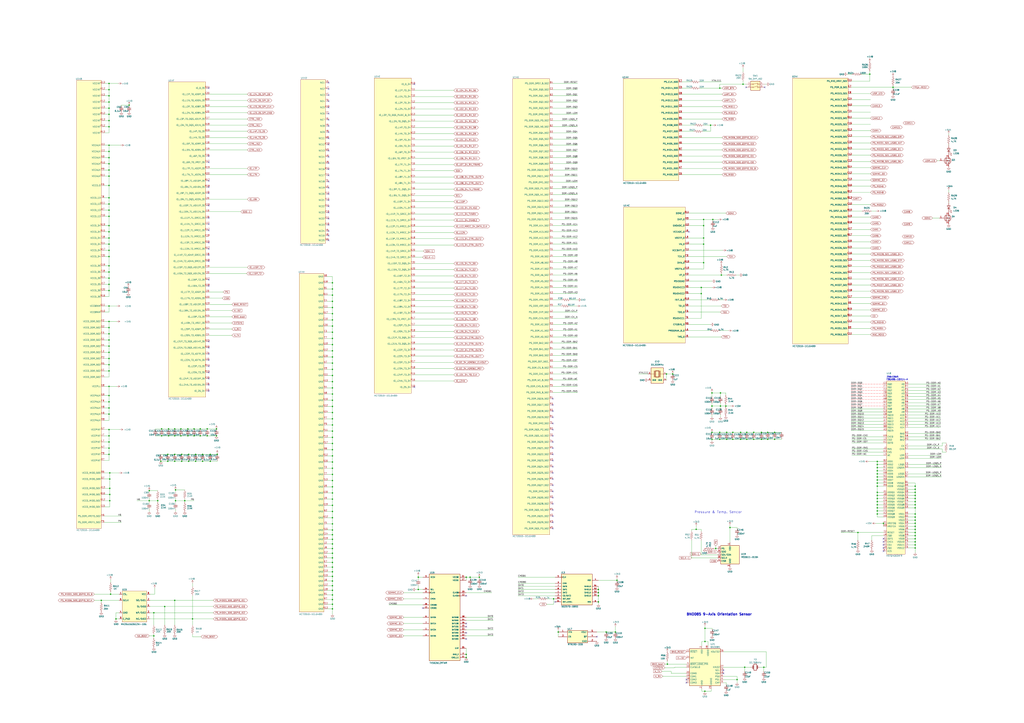
<source format=kicad_sch>
(kicad_sch (version 20231120) (generator "eeschema") (generator_version "8.0")
  (paper "A1")
  (lib_symbols
    (symbol "+1V0_1" (power) (pin_numbers hide) (pin_names (offset 0) hide)
      (property "Value" "+1V0_1" (at 0 3.556 90))
      (symbol "+1V0_1_1_1"
        (pin power_in line (at 0 0 90) (length 0) hide (name "+1V0") (number "1"))
      )
    )
    (symbol "+1V0_2" (power) (pin_numbers hide) (pin_names (offset 0) hide)
      (property "Value" "+1V0_2" (at 0 3.556 90))
      (symbol "+1V0_2_1_1"
        (pin power_in line (at 0 0 90) (length 0) hide (name "+1V0") (number "1"))
      )
    )
    (symbol "+1V0_3" (power) (pin_numbers hide) (pin_names (offset 0) hide)
      (property "Value" "+1V0_3" (at 0 3.556 90))
      (symbol "+1V0_3_1_1"
        (pin power_in line (at 0 0 90) (length 0) hide (name "+1V0") (number "1"))
      )
    )
    (symbol "+1V0_4" (power) (pin_numbers hide) (pin_names (offset 0) hide)
      (property "Value" "+1V0_4" (at 0 3.556 90))
      (symbol "+1V0_4_1_1"
        (pin power_in line (at 0 0 90) (length 0) hide (name "+1V0") (number "1"))
      )
    )
    (symbol "+1V0_5" (power) (pin_numbers hide) (pin_names (offset 0) hide)
      (property "Value" "+1V0_5" (at 0 3.556 90))
      (symbol "+1V0_5_1_1"
        (pin power_in line (at 0 0 90) (length 0) hide (name "+1V0") (number "1"))
      )
    )
    (symbol "+1V5_1" (power) (pin_numbers hide) (pin_names (offset 0) hide)
      (property "Value" "+1V5_1" (at 0 3.937 90))
      (symbol "+1V5_1_1_1"
        (pin power_in line (at 0 0 90) (length 0) hide (name "+1V5") (number "1"))
      )
    )
    (symbol "+1V5_2" (power) (pin_numbers hide) (pin_names (offset 0) hide)
      (property "Value" "+1V5_2" (at 0 3.937 90))
      (symbol "+1V5_2_1_1"
        (pin power_in line (at 0 0 90) (length 0) hide (name "+1V5") (number "1"))
      )
    )
    (symbol "+1V5_3" (power) (pin_numbers hide) (pin_names (offset 0) hide)
      (property "Value" "+1V5_3" (at 0 3.937 90))
      (symbol "+1V5_3_1_1"
        (pin power_in line (at 0 0 90) (length 0) hide (name "+1V5") (number "1"))
      )
    )
    (symbol "+1V5_4" (power) (pin_numbers hide) (pin_names (offset 0) hide)
      (property "Value" "+1V5_4" (at 0 3.937 90))
      (symbol "+1V5_4_1_1"
        (pin power_in line (at 0 0 90) (length 0) hide (name "+1V5") (number "1"))
      )
    )
    (symbol "+1V5_5" (power) (pin_numbers hide) (pin_names (offset 0) hide)
      (property "Value" "+1V5_5" (at 0 3.937 90))
      (symbol "+1V5_5_1_1"
        (pin power_in line (at 0 0 90) (length 0) hide (name "+1V5") (number "1"))
      )
    )
    (symbol "+1V8_1" (power) (pin_numbers hide) (pin_names (offset 0) hide)
      (property "Value" "+1V8_1" (at 0 3.175 90))
      (symbol "+1V8_1_1_1"
        (pin power_in line (at 0 0 90) (length 0) hide (name "+1V8") (number "1"))
      )
    )
    (symbol "+1V8_10" (power) (pin_numbers hide) (pin_names (offset 0) hide)
      (property "Value" "+1V8_10" (at 0 3.175 90))
      (symbol "+1V8_10_1_1"
        (pin power_in line (at 0 0 90) (length 0) hide (name "+1V8") (number "1"))
      )
    )
    (symbol "+1V8_11" (power) (pin_numbers hide) (pin_names (offset 0) hide)
      (property "Value" "+1V8_11" (at 0 3.175 90))
      (symbol "+1V8_11_1_1"
        (pin power_in line (at 0 0 90) (length 0) hide (name "+1V8") (number "1"))
      )
    )
    (symbol "+1V8_12" (power) (pin_numbers hide) (pin_names (offset 0) hide)
      (property "Value" "+1V8_12" (at 0 3.175 90))
      (symbol "+1V8_12_1_1"
        (pin power_in line (at 0 0 90) (length 0) hide (name "+1V8") (number "1"))
      )
    )
    (symbol "+1V8_13" (power) (pin_numbers hide) (pin_names (offset 0) hide)
      (property "Value" "+1V8_13" (at 0 3.175 90))
      (symbol "+1V8_13_1_1"
        (pin power_in line (at 0 0 90) (length 0) hide (name "+1V8") (number "1"))
      )
    )
    (symbol "+1V8_2" (power) (pin_numbers hide) (pin_names (offset 0) hide)
      (property "Value" "+1V8_2" (at 0 3.175 90))
      (symbol "+1V8_2_1_1"
        (pin power_in line (at 0 0 90) (length 0) hide (name "+1V8") (number "1"))
      )
    )
    (symbol "+1V8_3" (power) (pin_numbers hide) (pin_names (offset 0) hide)
      (property "Value" "+1V8_3" (at 0 3.175 90))
      (symbol "+1V8_3_1_1"
        (pin power_in line (at 0 0 90) (length 0) hide (name "+1V8") (number "1"))
      )
    )
    (symbol "+1V8_4" (power) (pin_numbers hide) (pin_names (offset 0) hide)
      (property "Value" "+1V8_4" (at 0 3.175 90))
      (symbol "+1V8_4_1_1"
        (pin power_in line (at 0 0 90) (length 0) hide (name "+1V8") (number "1"))
      )
    )
    (symbol "+1V8_5" (power) (pin_numbers hide) (pin_names (offset 0) hide)
      (property "Value" "+1V8_5" (at 0 3.175 90))
      (symbol "+1V8_5_1_1"
        (pin power_in line (at 0 0 90) (length 0) hide (name "+1V8") (number "1"))
      )
    )
    (symbol "+1V8_6" (power) (pin_numbers hide) (pin_names (offset 0) hide)
      (property "Value" "+1V8_6" (at 0 3.175 90))
      (symbol "+1V8_6_1_1"
        (pin power_in line (at 0 0 90) (length 0) hide (name "+1V8") (number "1"))
      )
    )
    (symbol "+1V8_7" (power) (pin_numbers hide) (pin_names (offset 0) hide)
      (property "Value" "+1V8_7" (at 0 3.175 90))
      (symbol "+1V8_7_1_1"
        (pin power_in line (at 0 0 90) (length 0) hide (name "+1V8") (number "1"))
      )
    )
    (symbol "+1V8_8" (power) (pin_numbers hide) (pin_names (offset 0) hide)
      (property "Value" "+1V8_8" (at 0 3.175 90))
      (symbol "+1V8_8_1_1"
        (pin power_in line (at 0 0 90) (length 0) hide (name "+1V8") (number "1"))
      )
    )
    (symbol "+1V8_9" (power) (pin_numbers hide) (pin_names (offset 0) hide)
      (property "Value" "+1V8_9" (at 0 3.175 90))
      (symbol "+1V8_9_1_1"
        (pin power_in line (at 0 0 90) (length 0) hide (name "+1V8") (number "1"))
      )
    )
    (symbol "+3V3_1" (power) (pin_numbers hide) (pin_names (offset 0) hide)
      (property "Value" "+3V3_1" (at 0 5.08 0))
      (symbol "+3V3_1_1_1"
        (pin power_in line (at 0 0 90) (length 0) hide (name "+3V3") (number "1"))
      )
    )
    (symbol "+3V3_2" (power) (pin_numbers hide) (pin_names (offset 0) hide)
      (property "Value" "+3V3_2" (at 0 5.08 0))
      (symbol "+3V3_2_1_1"
        (pin power_in line (at 0 0 90) (length 0) hide (name "+3V3") (number "1"))
      )
    )
    (symbol "+5VA_11" (power) (pin_numbers hide) (pin_names (offset 0) hide)
      (property "Value" "+5VA_11" (at 0 4.445 0))
      (symbol "+5VA_11_1_1"
        (pin power_in line (at 0 0 90) (length 0) hide (name "+5VA") (number "1"))
      )
    )
    (symbol "502570-0893:502570-0893" (pin_names (offset 1.016))
      (property "Reference" "J" (at -12.7238 13.4872 0))
      (property "Value" "502570-0893" (at -12.7135 -14.4934 0))
      (symbol "502570-0893_0_0"
        (pin bidirectional line (at -17.78 -2.54 0) (length 5.08) (name "DAT2") (number "1"))
        (pin bidirectional line (at -17.78 -5.08 0) (length 5.08) (name "CD/DAT3") (number "2"))
        (pin bidirectional line (at -17.78 5.08 0) (length 5.08) (name "CMD") (number "3"))
        (pin power_in line (at 17.78 7.62 180) (length 5.08) (name "VDD") (number "4"))
        (pin input clock (at -17.78 10.16 0) (length 5.08) (name "CLK") (number "5"))
        (pin power_in line (at 17.78 -10.16 180) (length 5.08) (name "VSS") (number "6"))
        (pin bidirectional line (at -17.78 2.54 0) (length 5.08) (name "DAT0") (number "7"))
        (pin bidirectional line (at -17.78 0 0) (length 5.08) (name "DAT1") (number "8"))
        (pin passive line (at -17.78 -10.16 0) (length 5.08) (name "DET_LEVEL") (number "DL"))
        (pin passive line (at -17.78 -7.62 0) (length 5.08) (name "DET_SWT") (number "DS"))
      )
      (symbol "502570-0893_1_0"
        (pin power_in line (at 17.78 2.54 180) (length 5.08) (name "SHIELD") (number "S1"))
        (pin power_in line (at 17.78 0 180) (length 5.08) (name "SHIELD") (number "S2"))
        (pin power_in line (at 17.78 -2.54 180) (length 5.08) (name "SHIELD") (number "S3"))
        (pin power_in line (at 17.78 -5.08 180) (length 5.08) (name "SHIELD") (number "S4"))
      )
    )
    (symbol "ABM8AIG-25.000MHZ-12-2Z-T3:ABM8AIG-25.000MHZ-12-2Z-T3" (pin_names (offset 1.016))
      (property "Reference" "Y" (at -5.0878 6.3559 0))
      (property "Value" "ABM8AIG-25.000MHZ-12-2Z-T3" (at -5.0944 -10.16 0))
      (symbol "ABM8AIG-25.000MHZ-12-2Z-T3_0_0"
        (pin passive line (at -7.62 0 0) (length 2.54) (name "~") (number "1"))
        (pin power_in line (at 7.62 -5.08 180) (length 2.54) (name "GND") (number "2"))
        (pin passive line (at 7.62 0 180) (length 2.54) (name "~") (number "3"))
        (pin power_in line (at -7.62 -5.08 0) (length 2.54) (name "GND") (number "4"))
      )
    )
    (symbol "Device:C_Small" (pin_numbers hide) (pin_names (offset 0.254) hide)
      (property "Reference" "C" (at 0.254 1.778 0))
      (property "Value" "C_Small" (at 0.254 -2.032 0))
      (symbol "C_Small_1_1"
        (pin passive line (at 0 2.54 270) (length 2.032) (name "~") (number "1"))
        (pin passive line (at 0 -2.54 90) (length 2.032) (name "~") (number "2"))
      )
    )
    (symbol "Device:Crystal" (pin_numbers hide) (pin_names (offset 1.016) hide)
      (property "Reference" "Y" (at 0 3.81 0))
      (property "Value" "Crystal" (at 0 -3.81 0))
      (symbol "Crystal_1_1"
        (pin passive line (at -3.81 0 0) (length 1.27) (name "1") (number "1"))
        (pin passive line (at 3.81 0 180) (length 1.27) (name "2") (number "2"))
      )
    )
    (symbol "Device:LED" (pin_numbers hide) (pin_names (offset 1.016) hide)
      (property "Reference" "D" (at 0 2.54 0))
      (property "Value" "LED" (at 0 -2.54 0))
      (symbol "LED_1_1"
        (pin passive line (at -3.81 0 0) (length 2.54) (name "K") (number "1"))
        (pin passive line (at 3.81 0 180) (length 2.54) (name "A") (number "2"))
      )
    )
    (symbol "Device:R_US" (pin_numbers hide) (pin_names (offset 0))
      (property "Reference" "R" (at 2.54 0 90))
      (property "Value" "R_US" (at -2.54 0 90))
      (symbol "R_US_1_1"
        (pin passive line (at 0 3.81 270) (length 1.27) (name "~") (number "1"))
        (pin passive line (at 0 -3.81 90) (length 1.27) (name "~") (number "2"))
      )
    )
    (symbol "FBGA96-10X14-A:FBGA96-10X14-A"
      (property "Reference" "U18" (at -5.715 77.47 0))
      (property "Value" "H5TQ4G63AFR" (at -1.27 -72.39 0))
      (symbol "FBGA96-10X14-A_1_1"
        (pin passive line (at -10.16 -20.32 0) (length 2.54) (name "VDDQ1") (number "A1"))
        (pin passive line (at -10.16 35.56 0) (length 2.54) (name "DQ13") (number "A2"))
        (pin passive line (at -10.16 30.48 0) (length 2.54) (name "DQ15") (number "A3"))
        (pin passive line (at -10.16 38.1 0) (length 2.54) (name "DQ12") (number "A7"))
        (pin passive line (at -10.16 -22.86 0) (length 2.54) (name "VDDQ2") (number "A8"))
        (pin passive line (at 10.16 -38.1 180) (length 2.54) (name "VSS1") (number "A9"))
        (pin passive line (at 10.16 -12.7 180) (length 2.54) (name "VSSQ1") (number "B1"))
        (pin passive line (at -10.16 5.08 0) (length 2.54) (name "VDD1") (number "B2"))
        (pin passive line (at 10.16 -40.64 180) (length 2.54) (name "VSS2") (number "B3"))
        (pin passive line (at 10.16 -7.62 180) (length 2.54) (name "UDQSN") (number "B7"))
        (pin passive line (at -10.16 33.02 0) (length 2.54) (name "DQ14") (number "B8"))
        (pin passive line (at 10.16 -15.24 180) (length 2.54) (name "VSSQ2") (number "B9"))
        (pin passive line (at -10.16 -25.4 0) (length 2.54) (name "VDDQ3") (number "C1"))
        (pin passive line (at -10.16 40.64 0) (length 2.54) (name "DQ11") (number "C2"))
        (pin passive line (at -10.16 45.72 0) (length 2.54) (name "DQ9") (number "C3"))
        (pin passive line (at 10.16 -5.08 180) (length 2.54) (name "UDQS") (number "C7"))
        (pin passive line (at -10.16 43.18 0) (length 2.54) (name "DQ10") (number "C8"))
        (pin passive line (at -10.16 -27.94 0) (length 2.54) (name "VDDQ4") (number "C9"))
        (pin passive line (at 10.16 -17.78 180) (length 2.54) (name "VSSQ3") (number "D1"))
        (pin passive line (at -10.16 -30.48 0) (length 2.54) (name "VDDQ5") (number "D2"))
        (pin passive line (at 10.16 7.62 180) (length 2.54) (name "UDM") (number "D3"))
        (pin passive line (at -10.16 48.26 0) (length 2.54) (name "DQ8") (number "D7"))
        (pin passive line (at 10.16 -20.32 180) (length 2.54) (name "VSSQ4") (number "D8"))
        (pin passive line (at -10.16 2.54 0) (length 2.54) (name "VDD2") (number "D9"))
        (pin passive line (at 10.16 -43.18 180) (length 2.54) (name "VSS3") (number "E1"))
        (pin passive line (at 10.16 -22.86 180) (length 2.54) (name "VSSQ5") (number "E2"))
        (pin passive line (at -10.16 68.58 0) (length 2.54) (name "DQ0") (number "E3"))
        (pin passive line (at 10.16 10.16 180) (length 2.54) (name "LDM") (number "E7"))
        (pin passive line (at 10.16 -25.4 180) (length 2.54) (name "VSSQ6") (number "E8"))
        (pin passive line (at -10.16 -33.02 0) (length 2.54) (name "VDDQ6") (number "E9"))
        (pin passive line (at -10.16 -35.56 0) (length 2.54) (name "VDDQ7") (number "F1"))
        (pin passive line (at -10.16 63.5 0) (length 2.54) (name "DQ2") (number "F2"))
        (pin passive line (at 10.16 2.54 180) (length 2.54) (name "LDQS") (number "F3"))
        (pin passive line (at -10.16 66.04 0) (length 2.54) (name "DQ1") (number "F7"))
        (pin passive line (at -10.16 60.96 0) (length 2.54) (name "DQ3") (number "F8"))
        (pin passive line (at 10.16 -27.94 180) (length 2.54) (name "VSSQ7") (number "F9"))
        (pin passive line (at 10.16 -30.48 180) (length 2.54) (name "VSSQ8") (number "G1"))
        (pin passive line (at -10.16 53.34 0) (length 2.54) (name "DQ6") (number "G2"))
        (pin passive line (at 10.16 0 180) (length 2.54) (name "LDQSN") (number "G3"))
        (pin passive line (at -10.16 0 0) (length 2.54) (name "VDD3") (number "G7"))
        (pin passive line (at 10.16 -45.72 180) (length 2.54) (name "VSS4") (number "G8"))
        (pin passive line (at 10.16 -33.02 180) (length 2.54) (name "VSSQ9") (number "G9"))
        (pin passive line (at -10.16 -45.72 0) (length 2.54) (name "VREFDQ") (number "H1"))
        (pin passive line (at -10.16 -38.1 0) (length 2.54) (name "VDDQ8") (number "H2"))
        (pin passive line (at -10.16 58.42 0) (length 2.54) (name "DQ4") (number "H3"))
        (pin passive line (at -10.16 50.8 0) (length 2.54) (name "DQ7") (number "H7"))
        (pin passive line (at -10.16 55.88 0) (length 2.54) (name "DQ5") (number "H8"))
        (pin passive line (at -10.16 -40.64 0) (length 2.54) (name "VDDQ9") (number "H9"))
        (pin passive line (at -10.16 -58.42 0) (length 2.54) (name "ODT1") (number "J1"))
        (pin passive line (at 10.16 -48.26 180) (length 2.54) (name "VSS5") (number "J2"))
        (pin passive line (at -10.16 15.24 0) (length 2.54) (name "RAS") (number "J3"))
        (pin passive line (at 10.16 17.78 180) (length 2.54) (name "CK") (number "J7"))
        (pin passive line (at 10.16 -50.8 180) (length 2.54) (name "VSS6") (number "J8"))
        (pin passive line (at -10.16 -60.96 0) (length 2.54) (name "CKE1") (number "J9"))
        (pin passive line (at -10.16 20.32 0) (length 2.54) (name "ODT0") (number "K1"))
        (pin passive line (at -10.16 -2.54 0) (length 2.54) (name "VDD4") (number "K2"))
        (pin passive line (at -10.16 12.7 0) (length 2.54) (name "CAS") (number "K3"))
        (pin passive line (at 10.16 15.24 180) (length 2.54) (name "CKN") (number "K7"))
        (pin passive line (at -10.16 -5.08 0) (length 2.54) (name "VDD5") (number "K8"))
        (pin passive line (at -10.16 25.4 0) (length 2.54) (name "CKE0") (number "K9"))
        (pin passive line (at -10.16 -63.5 0) (length 2.54) (name "CS1") (number "L1"))
        (pin passive line (at -10.16 22.86 0) (length 2.54) (name "CSO") (number "L2"))
        (pin passive line (at -10.16 10.16 0) (length 2.54) (name "WE") (number "L3"))
        (pin passive line (at 10.16 43.18 180) (length 2.54) (name "A10") (number "L7"))
        (pin passive line (at -10.16 -55.88 0) (length 2.54) (name "ZQ0") (number "L8"))
        (pin passive line (at -10.16 -66.04 0) (length 2.54) (name "ZQ1") (number "L9"))
        (pin passive line (at 10.16 -53.34 180) (length 2.54) (name "VSS7") (number "M1"))
        (pin passive line (at 10.16 27.94 180) (length 2.54) (name "BA0") (number "M2"))
        (pin passive line (at 10.16 22.86 180) (length 2.54) (name "BA2") (number "M3"))
        (pin passive line (at -10.16 -68.58 0) (length 2.54) (name "A15") (number "M7"))
        (pin passive line (at -10.16 -48.26 0) (length 2.54) (name "VREFCA") (number "M8"))
        (pin passive line (at 10.16 -55.88 180) (length 2.54) (name "VSS8") (number "M9"))
        (pin passive line (at -10.16 -7.62 0) (length 2.54) (name "VDD6") (number "N1"))
        (pin passive line (at 10.16 60.96 180) (length 2.54) (name "A3") (number "N2"))
        (pin passive line (at 10.16 68.58 180) (length 2.54) (name "A0") (number "N3"))
        (pin passive line (at 10.16 38.1 180) (length 2.54) (name "A12") (number "N7"))
        (pin passive line (at 10.16 25.4 180) (length 2.54) (name "BA1") (number "N8"))
        (pin passive line (at -10.16 -10.16 0) (length 2.54) (name "VDD7") (number "N9"))
        (pin passive line (at 10.16 -58.42 180) (length 2.54) (name "VSS9") (number "P1"))
        (pin passive line (at 10.16 55.88 180) (length 2.54) (name "A5") (number "P2"))
        (pin passive line (at 10.16 63.5 180) (length 2.54) (name "A2") (number "P3"))
        (pin passive line (at 10.16 66.04 180) (length 2.54) (name "A1") (number "P7"))
        (pin passive line (at 10.16 58.42 180) (length 2.54) (name "A4") (number "P8"))
        (pin passive line (at 10.16 -60.96 180) (length 2.54) (name "VSS10") (number "P9"))
        (pin passive line (at -10.16 -12.7 0) (length 2.54) (name "VDD8") (number "R1"))
        (pin passive line (at 10.16 50.8 180) (length 2.54) (name "A7") (number "R2"))
        (pin passive line (at 10.16 45.72 180) (length 2.54) (name "A9") (number "R3"))
        (pin passive line (at 10.16 40.64 180) (length 2.54) (name "A11") (number "R7"))
        (pin passive line (at 10.16 53.34 180) (length 2.54) (name "A6") (number "R8"))
        (pin passive line (at -10.16 -15.24 0) (length 2.54) (name "VDD9") (number "R9"))
        (pin passive line (at 10.16 -63.5 180) (length 2.54) (name "VSS11") (number "T1"))
        (pin passive line (at -10.16 -53.34 0) (length 2.54) (name "RESET") (number "T2"))
        (pin passive line (at 10.16 35.56 180) (length 2.54) (name "A13") (number "T3"))
        (pin passive line (at 10.16 33.02 180) (length 2.54) (name "A14") (number "T7"))
        (pin passive line (at 10.16 48.26 180) (length 2.54) (name "A8") (number "T8"))
        (pin passive line (at 10.16 -66.04 180) (length 2.54) (name "VSS12") (number "T9"))
      )
    )
    (symbol "GND_1" (power) (pin_numbers hide) (pin_names (offset 0) hide)
      (property "Value" "GND" (at 0 -3.81 0))
      (symbol "GND_1_1_1"
        (pin power_in line (at 0 0 270) (length 0) hide (name "GND") (number "1"))
      )
    )
    (symbol "MX25U1635EZUI-10G:MX25U1635EZUI-10G"
      (property "Reference" "U19" (at -8.255 13.97 0))
      (property "Value" "MX25U1635EZNI-10G" (at -0.635 -14.605 0))
      (symbol "MX25U1635EZUI-10G_1_1"
        (pin passive line (at -12.7 10.16 0) (length 2.54) (name "CS_") (number "1"))
        (pin passive line (at 12.7 5.08 180) (length 2.54) (name "SO/SIO1") (number "2"))
        (pin passive line (at 12.7 -5.08 180) (length 2.54) (name "WP/SIO2") (number "3"))
        (pin passive line (at -12.7 -5.08 0) (length 2.54) (name "GND") (number "4"))
        (pin passive line (at 12.7 0 180) (length 2.54) (name "SI/SIO0") (number "5"))
        (pin passive line (at -12.7 5.08 0) (length 2.54) (name "SCLK") (number "6"))
        (pin passive line (at 12.7 -10.16 180) (length 2.54) (name "NC/SIO3") (number "7"))
        (pin passive line (at 12.7 10.16 180) (length 2.54) (name "VCC") (number "8"))
        (pin passive line (at -12.7 -10.16 0) (length 2.54) (name "E_PAD") (number "9"))
      )
    )
    (symbol "PLUTOX_SDR SCH LIB:RT9193-33GB"
      (property "Reference" "U6" (at 22.86 6.35 0))
      (symbol "RT9193-33GB_0_1"
        (pin power_in line (at 7.62 3.81 0) (length 7.62) (name "VIN") (number "1"))
        (pin power_out line (at 39.37 -3.81 180) (length 7.62) (name "GND") (number "2"))
        (pin unspecified line (at 7.62 0 0) (length 7.62) (name "EN") (number "3"))
        (pin unspecified line (at 39.37 0 180) (length 7.62) (name "BP") (number "4"))
        (pin output line (at 39.37 3.81 180) (length 7.62) (name "VOUT") (number "5"))
      )
    )
    (symbol "SOT23_MOSFET_1" (pin_names hide)
      (property "Reference" "Q3" (at 0.762 5.207 0))
      (property "Value" "~" (at 0 0 0))
      (symbol "SOT23_MOSFET_1_1_1"
        (pin passive line (at 0.127 -7.62 90) (length 2.54) (name "G") (number "1"))
        (pin passive line (at 5.207 0 180) (length 2.54) (name "S") (number "2"))
        (pin passive line (at -4.953 0 0) (length 2.54) (name "D") (number "3"))
      )
    )
    (symbol "Sensor_Motion:BNO055"
      (property "Reference" "U21" (at 4.4959 18.9992 0))
      (property "Value" "BNO055" (at 4.4959 16.4592 0))
      (symbol "BNO055_1_1"
        (pin no_connect line (at -12.7 10.16 0) (length 2.54) hide (name "PIN1") (number "1"))
        (pin output line (at -15.24 0 0) (length 2.54) (name "CLKSEL0") (number "10"))
        (pin input line (at -15.24 12.7 0) (length 2.54) (name "~{RESET}") (number "11"))
        (pin no_connect line (at 12.7 10.16 180) (length 2.54) hide (name "PIN12") (number "12"))
        (pin no_connect line (at 12.7 7.62 180) (length 2.54) hide (name "PIN13") (number "13"))
        (pin output line (at -15.24 7.62 0) (length 2.54) (name "INT") (number "14"))
        (pin power_in line (at 15.24 -2.54 180) (length 2.54) (name "SCL") (number "15"))
        (pin passive line (at 15.24 -5.08 180) (length 2.54) (name "SDA") (number "16"))
        (pin input line (at -15.24 -12.7 0) (length 2.54) (name "COM3") (number "17"))
        (pin passive line (at -15.24 -10.16 0) (length 2.54) (name "COM2") (number "18"))
        (pin bidirectional line (at -15.24 -7.62 0) (length 2.54) (name "COM1") (number "19"))
        (pin power_in line (at -2.54 -17.78 90) (length 2.54) (name "GND") (number "2"))
        (pin bidirectional line (at -15.24 -5.08 0) (length 2.54) (name "COM0") (number "20"))
        (pin no_connect line (at 12.7 5.08 180) (length 2.54) hide (name "PIN21") (number "21"))
        (pin no_connect line (at 12.7 2.54 180) (length 2.54) hide (name "PIN22") (number "22"))
        (pin no_connect line (at 12.7 -2.54 180) (length 2.54) hide (name "PIN23") (number "23"))
        (pin no_connect line (at 12.7 -5.08 180) (length 2.54) hide (name "PIN24") (number "24"))
        (pin passive line (at 5.08 -17.78 90) (length 2.54) (name "GNDIO") (number "25"))
        (pin output line (at 15.24 12.7 180) (length 2.54) (name "XOUT32") (number "26"))
        (pin input line (at 15.24 0 180) (length 2.54) (name "XIN32") (number "27"))
        (pin power_in line (at 2.54 17.78 270) (length 2.54) (name "VDDIO") (number "28"))
        (pin power_in line (at -2.54 17.78 270) (length 2.54) (name "VDD") (number "3"))
        (pin input line (at -15.24 2.54 0) (length 2.54) (name "~{BOOT_LOAD_PIN}") (number "4"))
        (pin input line (at 15.24 -10.16 180) (length 2.54) (name "PS1") (number "5"))
        (pin input line (at 15.24 -7.62 180) (length 2.54) (name "PS0") (number "6"))
        (pin no_connect line (at -12.7 5.08 0) (length 2.54) hide (name "PIN7") (number "7"))
        (pin no_connect line (at -12.7 -2.54 0) (length 2.54) hide (name "PIN8") (number "8"))
        (pin passive line (at 15.24 -12.7 180) (length 2.54) (name "CAP") (number "9"))
      )
    )
    (symbol "Sensor_Pressure:MS5611-01BA"
      (property "Reference" "U" (at -6.35 8.89 0))
      (property "Value" "MS5611-01BA" (at 7.62 8.89 0))
      (symbol "MS5611-01BA_1_1"
        (pin power_in line (at 0 10.16 270) (length 2.54) (name "VDD") (number "1"))
        (pin input line (at -10.16 5.08 0) (length 2.54) (name "PS") (number "2"))
        (pin power_in line (at 0 -10.16 90) (length 2.54) (name "GND") (number "3"))
        (pin input line (at -10.16 -5.08 0) (length 2.54) (name "CSB") (number "4"))
        (pin input line (at -10.16 -5.08 0) (length 2.54) hide (name "CSB") (number "5"))
        (pin output line (at -10.16 2.54 0) (length 2.54) (name "SDO") (number "6"))
        (pin bidirectional line (at -10.16 0 0) (length 2.54) (name "SDI/SDA") (number "7"))
        (pin input line (at -10.16 -2.54 0) (length 2.54) (name "SCLK") (number "8"))
      )
    )
    (symbol "Switch:SW_DIP_x02" (pin_names (offset 0) hide)
      (property "Reference" "SW" (at 0 6.35 0))
      (property "Value" "SW_DIP_x02" (at 0 -3.81 0))
      (symbol "SW_DIP_x02_1_1"
        (pin passive line (at -7.62 2.54 0) (length 5.08) (name "~") (number "1"))
        (pin passive line (at -7.62 0 0) (length 5.08) (name "~") (number "2"))
        (pin passive line (at 7.62 0 180) (length 5.08) (name "~") (number "3"))
        (pin passive line (at 7.62 2.54 180) (length 5.08) (name "~") (number "4"))
      )
    )
    (symbol "TXS02612RTWR:TXS02612RTWR" (pin_names (offset 1.016))
      (property "Reference" "U" (at -12.7 36.83 0))
      (property "Value" "TXS02612RTWR" (at -12.7 -36.83 0))
      (symbol "TXS02612RTWR_0_0"
        (pin bidirectional line (at -17.78 -10.16 0) (length 5.08) (name "DAT2A") (number "1"))
        (pin bidirectional line (at 17.78 -17.78 180) (length 5.08) (name "DAT3B1") (number "10"))
        (pin power_in line (at 17.78 -33.02 180) (length 5.08) (name "GND_11") (number "11"))
        (pin bidirectional line (at -17.78 7.62 0) (length 5.08) (name "CMDB1") (number "12"))
        (pin output clock (at 17.78 17.78 180) (length 5.08) (name "CLKB1") (number "13"))
        (pin bidirectional line (at 17.78 -2.54 180) (length 5.08) (name "DAT0B1") (number "14"))
        (pin bidirectional line (at 17.78 -7.62 180) (length 5.08) (name "DAT1B1") (number "15"))
        (pin bidirectional line (at 17.78 -5.08 180) (length 5.08) (name "DAT1B0") (number "16"))
        (pin power_in line (at 17.78 30.48 180) (length 5.08) (name "VCCB1") (number "17"))
        (pin bidirectional line (at 17.78 0 180) (length 5.08) (name "DAT0B0") (number "18"))
        (pin output clock (at 17.78 20.32 180) (length 5.08) (name "CLKB0") (number "19"))
        (pin power_in line (at 17.78 -30.48 180) (length 5.08) (name "GND_2") (number "2"))
        (pin bidirectional line (at -17.78 10.16 0) (length 5.08) (name "CMDB0") (number "20"))
        (pin power_in line (at 17.78 33.02 180) (length 5.08) (name "VCCB0") (number "21"))
        (pin bidirectional line (at 17.78 -15.24 180) (length 5.08) (name "DAT3B0") (number "22"))
        (pin bidirectional line (at 17.78 -10.16 180) (length 5.08) (name "DAT2B0") (number "23"))
        (pin input line (at -17.78 22.86 0) (length 5.08) (name "SEL") (number "24"))
        (pin passive line (at 17.78 -25.4 180) (length 5.08) (name "EXP") (number "25"))
        (pin bidirectional line (at -17.78 -15.24 0) (length 5.08) (name "DAT3A") (number "3"))
        (pin bidirectional line (at -17.78 15.24 0) (length 5.08) (name "CMDA") (number "4"))
        (pin power_in line (at -17.78 33.02 0) (length 5.08) (name "VCCA") (number "5"))
        (pin bidirectional line (at -17.78 0 0) (length 5.08) (name "DAT0A") (number "6"))
        (pin bidirectional line (at -17.78 -5.08 0) (length 5.08) (name "DAT1A") (number "7"))
        (pin bidirectional line (at 17.78 -12.7 180) (length 5.08) (name "DAT2B1") (number "8"))
        (pin input clock (at -17.78 20.32 0) (length 5.08) (name "CLKA") (number "9"))
      )
    )
    (symbol "XC7Z010-1CLG400I:XC7Z010-1CLG400I"
      (property "Reference" "U18" (at -12.954 135.763 0))
      (property "Value" "XC7Z010-1CLG400I" (at -0.635 -186.69 0))
      (symbol "XC7Z010-1CLG400I_1_1"
        (pin power_in line (at 12.7 99.06 180) (length 2.54) (name "GND") (number "A18"))
        (pin power_in line (at 12.7 104.14 180) (length 2.54) (name "GND") (number "A8"))
        (pin power_in line (at 12.7 93.98 180) (length 2.54) (name "GND") (number "B1"))
        (pin power_in line (at 12.7 88.9 180) (length 2.54) (name "GND") (number "B11"))
        (pin passive line (at 12.7 -107.95 180) (length 2.54) (name "GND") (number "C14"))
        (pin power_in line (at 12.7 83.82 180) (length 2.54) (name "GND") (number "C4"))
        (pin passive line (at 12.7 -134.62 180) (length 2.54) (name "GND") (number "C9"))
        (pin power_in line (at 12.7 73.66 180) (length 2.54) (name "GND") (number "D17"))
        (pin power_in line (at 12.7 68.58 180) (length 2.54) (name "GND") (number "E10"))
        (pin power_in line (at 12.7 63.5 180) (length 2.54) (name "GND") (number "E20"))
        (pin power_in line (at 12.7 58.42 180) (length 2.54) (name "GND") (number "F3"))
        (pin power_in line (at 12.7 53.34 180) (length 2.54) (name "GND") (number "F7"))
        (pin power_in line (at 12.7 48.26 180) (length 2.54) (name "GND") (number "G10"))
        (pin power_in line (at 12.7 43.18 180) (length 2.54) (name "GND") (number "G12"))
        (pin power_in line (at 12.7 38.1 180) (length 2.54) (name "GND") (number "G16"))
        (pin power_in line (at 12.7 22.86 180) (length 2.54) (name "GND") (number "H11"))
        (pin power_in line (at 12.7 17.78 180) (length 2.54) (name "GND") (number "H13"))
        (pin passive line (at 12.7 -111.76 180) (length 2.54) (name "GND") (number "H19"))
        (pin power_in line (at 12.7 33.02 180) (length 2.54) (name "GND") (number "H7"))
        (pin power_in line (at 12.7 27.94 180) (length 2.54) (name "GND") (number "H9"))
        (pin passive line (at 12.7 -123.19 180) (length 2.54) (name "GND") (number "J12"))
        (pin passive line (at 12.7 -115.57 180) (length 2.54) (name "GND") (number "J2"))
        (pin passive line (at 12.7 -119.38 180) (length 2.54) (name "GND") (number "J8"))
        (pin power_in line (at 12.7 78.74 180) (length 2.54) (name "GND") (number "K11"))
        (pin passive line (at 12.7 -138.43 180) (length 2.54) (name "GND") (number "K13"))
        (pin passive line (at 12.7 -142.24 180) (length 2.54) (name "GND") (number "K15"))
        (pin passive line (at 12.7 -127 180) (length 2.54) (name "GND") (number "K5"))
        (pin passive line (at 12.7 -130.81 180) (length 2.54) (name "GND") (number "K7"))
        (pin passive line (at 12.7 -149.86 180) (length 2.54) (name "GND") (number "L12"))
        (pin passive line (at 12.7 -153.67 180) (length 2.54) (name "GND") (number "L18"))
        (pin passive line (at 12.7 -146.05 180) (length 2.54) (name "GND") (number "L8"))
        (pin passive line (at 12.7 -157.48 180) (length 2.54) (name "GND") (number "M1"))
        (pin passive line (at 12.7 -165.1 180) (length 2.54) (name "GND") (number "M11"))
        (pin passive line (at 12.7 -168.91 180) (length 2.54) (name "GND") (number "M13"))
        (pin passive line (at 12.7 -161.29 180) (length 2.54) (name "GND") (number "M7"))
        (pin power_in line (at 12.7 2.54 180) (length 2.54) (name "GND") (number "N10"))
        (pin power_in line (at 12.7 -2.54 180) (length 2.54) (name "GND") (number "N12"))
        (pin power_in line (at 12.7 -7.62 180) (length 2.54) (name "GND") (number "N14"))
        (pin power_in line (at 12.7 12.7 180) (length 2.54) (name "GND") (number "N4"))
        (pin power_in line (at 12.7 7.62 180) (length 2.54) (name "GND") (number "N8"))
        (pin power_in line (at 12.7 -22.86 180) (length 2.54) (name "GND") (number "P11"))
        (pin power_in line (at 12.7 -27.94 180) (length 2.54) (name "GND") (number "P13"))
        (pin power_in line (at 12.7 -33.02 180) (length 2.54) (name "GND") (number "P17"))
        (pin power_in line (at 12.7 -12.7 180) (length 2.54) (name "GND") (number "P7"))
        (pin power_in line (at 12.7 -17.78 180) (length 2.54) (name "GND") (number "P9"))
        (pin power_in line (at 12.7 -43.18 180) (length 2.54) (name "GND") (number "R12"))
        (pin power_in line (at 12.7 -48.26 180) (length 2.54) (name "GND") (number "R20"))
        (pin power_in line (at 12.7 -38.1 180) (length 2.54) (name "GND") (number "R8"))
        (pin power_in line (at 12.7 -63.5 180) (length 2.54) (name "GND") (number "T13"))
        (pin power_in line (at 12.7 -53.34 180) (length 2.54) (name "GND") (number "T3"))
        (pin power_in line (at 12.7 -58.42 180) (length 2.54) (name "GND") (number "T7"))
        (pin power_in line (at 12.7 -73.66 180) (length 2.54) (name "GND") (number "U16"))
        (pin power_in line (at 12.7 -68.58 180) (length 2.54) (name "GND") (number "U6"))
        (pin power_in line (at 12.7 -83.82 180) (length 2.54) (name "GND") (number "V19"))
        (pin power_in line (at 12.7 -78.74 180) (length 2.54) (name "GND") (number "V9"))
        (pin power_in line (at 12.7 -93.98 180) (length 2.54) (name "GND") (number "W12"))
        (pin power_in line (at 12.7 -88.9 180) (length 2.54) (name "GND") (number "W2"))
        (pin power_in line (at 12.7 -104.14 180) (length 2.54) (name "GND") (number "Y15"))
        (pin power_in line (at 12.7 -99.06 180) (length 2.54) (name "GND") (number "Y5"))
      )
      (symbol "XC7Z010-1CLG400I_2_1"
        (pin power_in line (at 12.7 -152.4 180) (length 2.54) (name "VCCO_MIO0_501") (number "A13"))
        (pin power_in line (at 12.7 -15.24 180) (length 2.54) (name "VCCO_DDR_502") (number "A3"))
        (pin power_in line (at 12.7 -157.48 180) (length 2.54) (name "VCCO_MIO0_501") (number "B16"))
        (pin power_in line (at 12.7 -139.7 180) (length 2.54) (name "VCCO_MIO0_500") (number "B6"))
        (pin power_in line (at 12.7 30.48 180) (length 2.54) (name "VCCO_35") (number "C19"))
        (pin power_in line (at 12.7 -162.56 180) (length 2.54) (name "VCCO_MIO0_501") (number "D12"))
        (pin power_in line (at 12.7 -20.32 180) (length 2.54) (name "VCCO_DDR_502") (number "D2"))
        (pin power_in line (at 12.7 -144.78 180) (length 2.54) (name "VCCO_MIO0_500") (number "D7"))
        (pin power_in line (at 12.7 -167.64 180) (length 2.54) (name "VCCO_MIO0_501") (number "E15"))
        (pin power_in line (at 12.7 -25.4 180) (length 2.54) (name "VCCO_DDR_502") (number "E5"))
        (pin power_in line (at 12.7 25.4 180) (length 2.54) (name "VCCO_35") (number "F18"))
        (pin power_in line (at 12.7 -81.28 180) (length 2.54) (name "VCCPAUX") (number "F8"))
        (pin power_in line (at 12.7 -30.48 180) (length 2.54) (name "VCCO_DDR_502") (number "G1"))
        (pin power_in line (at 12.7 -2.54 180) (length 2.54) (name "VCCBRAM") (number "G11"))
        (pin power_in line (at 12.7 180.34 180) (length 2.54) (name "VCCINT") (number "G13"))
        (pin power_in line (at 12.7 -104.14 180) (length 2.54) (name "VCCPINT") (number "G7"))
        (pin power_in line (at 12.7 -68.58 180) (length 2.54) (name "VCCPLL") (number "G8"))
        (pin power_in line (at 12.7 -76.2 180) (length 2.54) (name "VCCPAUX") (number "G9"))
        (pin power_in line (at 12.7 -7.62 180) (length 2.54) (name "VCCBRAM") (number "H10"))
        (pin power_in line (at 12.7 175.26 180) (length 2.54) (name "VCCINT") (number "H12"))
        (pin power_in line (at 12.7 20.32 180) (length 2.54) (name "VCCO_35") (number "H14"))
        (pin power_in line (at 12.7 -35.56 180) (length 2.54) (name "VCCO_DDR_502") (number "H4"))
        (pin power_in line (at 12.7 -175.26 180) (length 2.54) (name "PS_DDR_VREF0_502") (number "H6"))
        (pin power_in line (at 12.7 -86.36 180) (length 2.54) (name "VCCPAUX") (number "H8"))
        (pin power_in line (at 12.7 129.54 180) (length 2.54) (name "VCCAUX") (number "J11"))
        (pin power_in line (at 12.7 170.18 180) (length 2.54) (name "VCCINT") (number "J13"))
        (pin power_in line (at 12.7 15.24 180) (length 2.54) (name "VCCO_35") (number "J17"))
        (pin power_in line (at 12.7 -109.22 180) (length 2.54) (name "VCCPINT") (number "J7"))
        (pin power_in line (at 12.7 165.1 180) (length 2.54) (name "VCCINT") (number "K12"))
        (pin power_in line (at 12.7 10.16 180) (length 2.54) (name "VCCO_35") (number "K20"))
        (pin power_in line (at 12.7 96.52 180) (length 2.54) (name "VCCO_0") (number "K6"))
        (pin power_in line (at 12.7 -91.44 180) (length 2.54) (name "VCCPAUX") (number "K8"))
        (pin power_in line (at 12.7 124.46 180) (length 2.54) (name "VCCAUX") (number "L11"))
        (pin power_in line (at 12.7 160.02 180) (length 2.54) (name "VCCINT") (number "L13"))
        (pin power_in line (at 12.7 -40.64 180) (length 2.54) (name "VCCO_DDR_502") (number "L3"))
        (pin power_in line (at 12.7 -114.3 180) (length 2.54) (name "VCCPINT") (number "L7"))
        (pin power_in line (at 12.7 154.94 180) (length 2.54) (name "VCCINT") (number "M12"))
        (pin power_in line (at 12.7 5.08 180) (length 2.54) (name "VCCO_35") (number "M16"))
        (pin power_in line (at 12.7 -96.52 180) (length 2.54) (name "VCCPAUX") (number "M8"))
        (pin power_in line (at 12.7 104.14 180) (length 2.54) (name "VCCAUX") (number "N11"))
        (pin power_in line (at 12.7 149.86 180) (length 2.54) (name "VCCINT") (number "N13"))
        (pin power_in line (at 12.7 63.5 180) (length 2.54) (name "VCCO_34") (number "N19"))
        (pin power_in line (at 12.7 -119.38 180) (length 2.54) (name "VCCPINT") (number "N7"))
        (pin power_in line (at 12.7 119.38 180) (length 2.54) (name "VCCAUX") (number "N9"))
        (pin power_in line (at 12.7 114.3 180) (length 2.54) (name "VCCAUX") (number "P10"))
        (pin power_in line (at 12.7 144.78 180) (length 2.54) (name "VCCINT") (number "P12"))
        (pin power_in line (at 12.7 -45.72 180) (length 2.54) (name "VCCO_DDR_502") (number "P2"))
        (pin power_in line (at 12.7 -180.34 180) (length 2.54) (name "PS_DDR_VREF1_502") (number "P6"))
        (pin power_in line (at 12.7 -124.46 180) (length 2.54) (name "VCCPINT") (number "P8"))
        (pin power_in line (at 12.7 139.7 180) (length 2.54) (name "VCCINT") (number "R13"))
        (pin power_in line (at 12.7 58.42 180) (length 2.54) (name "VCCO_34") (number "R15"))
        (pin power_in line (at 12.7 -50.8 180) (length 2.54) (name "VCCO_DDR_502") (number "R5"))
        (pin power_in line (at 12.7 -129.54 180) (length 2.54) (name "VCCPINT") (number "R7"))
        (pin power_in line (at 12.7 109.22 180) (length 2.54) (name "VCCAUX") (number "R9"))
        (pin power_in line (at 12.7 53.34 180) (length 2.54) (name "VCCO_34") (number "T18"))
        (pin power_in line (at 12.7 86.36 180) (length 2.54) (name "VCCO_13") (number "T8"))
        (pin power_in line (at 12.7 -55.88 180) (length 2.54) (name "VCCO_DDR_502") (number "U1"))
        (pin power_in line (at 12.7 81.28 180) (length 2.54) (name "VCCO_13") (number "U11"))
        (pin power_in line (at 12.7 48.26 180) (length 2.54) (name "VCCO_34") (number "V14"))
        (pin power_in line (at 12.7 -60.96 180) (length 2.54) (name "VCCO_DDR_502") (number "V4"))
        (pin power_in line (at 12.7 43.18 180) (length 2.54) (name "VCCO_34") (number "W17"))
        (pin power_in line (at 12.7 76.2 180) (length 2.54) (name "VCCO_13") (number "W7"))
        (pin power_in line (at 12.7 71.12 180) (length 2.54) (name "VCCO_13") (number "Y10"))
        (pin power_in line (at 12.7 38.1 180) (length 2.54) (name "VCCO_34") (number "Y20"))
      )
      (symbol "XC7Z010-1CLG400I_3_1"
        (pin power_in line (at 27.94 17.78 180) (length 2.54) (name "RSVDGND") (number "F10"))
        (pin power_in line (at 27.94 43.18 180) (length 2.54) (name "VCCBATT_0") (number "F11"))
        (pin power_in line (at 27.94 -7.62 180) (length 2.54) (name "TDO_0") (number "F6"))
        (pin power_in line (at 27.94 38.1 180) (length 2.54) (name "TCK_0") (number "F9"))
        (pin power_in line (at 27.94 -2.54 180) (length 2.54) (name "TDI_0") (number "G6"))
        (pin power_in line (at 27.94 63.5 180) (length 2.54) (name "GNDADC_0") (number "J10"))
        (pin power_in line (at 27.94 -27.94 180) (length 2.54) (name "TMS_0") (number "J6"))
        (pin power_in line (at 27.94 58.42 180) (length 2.54) (name "VCCADC_0") (number "J9"))
        (pin power_in line (at 27.94 27.94 180) (length 2.54) (name "VREFN_0") (number "K10"))
        (pin power_in line (at 27.94 22.86 180) (length 2.54) (name "VP_0") (number "K9"))
        (pin power_in line (at 27.94 48.26 180) (length 2.54) (name "VN_0") (number "L10"))
        (pin power_in line (at 27.94 -22.86 180) (length 2.54) (name "PROGRAM_B_0") (number "L6"))
        (pin power_in line (at 27.94 53.34 180) (length 2.54) (name "VREFP_0") (number "L9"))
        (pin power_in line (at 27.94 33.02 180) (length 2.54) (name "DXN_0") (number "M10"))
        (pin power_in line (at 27.94 -17.78 180) (length 2.54) (name "CFGBVS_0") (number "M6"))
        (pin power_in line (at 27.94 68.58 180) (length 2.54) (name "DXP_0") (number "M9"))
        (pin power_in line (at 27.94 12.7 180) (length 2.54) (name "RSVDVCC3") (number "N6"))
        (pin power_in line (at 27.94 2.54 180) (length 2.54) (name "INIT_B_0") (number "R10"))
        (pin power_in line (at 27.94 73.66 180) (length 2.54) (name "DONE_0") (number "R11"))
        (pin power_in line (at 27.94 7.62 180) (length 2.54) (name "RSVDVCC2") (number "R6"))
        (pin power_in line (at 27.94 -12.7 180) (length 2.54) (name "RSVDVCC1") (number "T6"))
      )
      (symbol "XC7Z010-1CLG400I_4_1"
        (pin power_in line (at 12.7 -33.02 180) (length 2.54) (name "NC18") (number "T5"))
        (pin power_in line (at 12.7 33.02 180) (length 2.54) (name "NC4") (number "T9"))
        (pin power_in line (at 12.7 27.94 180) (length 2.54) (name "NC5") (number "U10"))
        (pin power_in line (at 12.7 -38.1 180) (length 2.54) (name "NC19") (number "U5"))
        (pin power_in line (at 12.7 43.18 180) (length 2.54) (name "NC2") (number "U7"))
        (pin power_in line (at 12.7 -17.78 180) (length 2.54) (name "NC15") (number "U8"))
        (pin power_in line (at 12.7 -12.7 180) (length 2.54) (name "NC14") (number "U9"))
        (pin power_in line (at 12.7 -68.58 180) (length 2.54) (name "NC23") (number "V10"))
        (pin power_in line (at 12.7 -58.42 180) (length 2.54) (name "NC23") (number "V10"))
        (pin power_in line (at 12.7 -63.5 180) (length 2.54) (name "NC22") (number "V11"))
        (pin power_in line (at 12.7 -53.34 180) (length 2.54) (name "NC22") (number "V11"))
        (pin power_in line (at 12.7 48.26 180) (length 2.54) (name "NC1") (number "V5"))
        (pin power_in line (at 12.7 -73.66 180) (length 2.54) (name "NC24") (number "V6"))
        (pin power_in line (at 12.7 38.1 180) (length 2.54) (name "NC3") (number "V7"))
        (pin power_in line (at 12.7 -77.47 180) (length 2.54) (name "NC10") (number "V8"))
        (pin power_in line (at 12.7 -2.54 180) (length 2.54) (name "NC12") (number "W10"))
        (pin power_in line (at 12.7 -22.86 180) (length 2.54) (name "NC16") (number "W11"))
        (pin power_in line (at 12.7 -81.28 180) (length 2.54) (name "NC25") (number "W6"))
        (pin power_in line (at 12.7 2.54 180) (length 2.54) (name "NC11") (number "W8"))
        (pin power_in line (at 12.7 -7.62 180) (length 2.54) (name "NC13") (number "W9"))
        (pin power_in line (at 12.7 -27.94 180) (length 2.54) (name "NC17") (number "Y11"))
        (pin power_in line (at 12.7 -43.18 180) (length 2.54) (name "NC20") (number "Y12"))
        (pin power_in line (at 12.7 -48.26 180) (length 2.54) (name "NC21") (number "Y13"))
        (pin power_in line (at 12.7 17.78 180) (length 2.54) (name "NC7") (number "Y6"))
        (pin power_in line (at 12.7 22.86 180) (length 2.54) (name "NC6") (number "Y7"))
        (pin power_in line (at 12.7 7.62 180) (length 2.54) (name "NC9") (number "Y8"))
        (pin power_in line (at 12.7 12.7 180) (length 2.54) (name "NC8") (number "Y9"))
      )
      (symbol "XC7Z010-1CLG400I_5_1"
        (pin bidirectional line (at 17.78 -101.6 180) (length 2.54) (name "IO_L23P_T3_34") (number "N17"))
        (pin power_in line (at 17.78 0 180) (length 2.54) (name "IO_L13P_T2_MRCC_34") (number "N18"))
        (pin power_in line (at 17.78 -10.16 180) (length 2.54) (name "IO_L14P_T2_SRCC_34") (number "N20"))
        (pin bidirectional line (at 17.78 71.12 180) (length 2.54) (name "IO_L6P_T0_34") (number "P14"))
        (pin bidirectional line (at 17.78 -111.76 180) (length 2.54) (name "IO_L24P_T3_34") (number "P15"))
        (pin bidirectional line (at 17.78 -116.84 180) (length 2.54) (name "IO_L24N_T3_34") (number "P16"))
        (pin bidirectional line (at 17.78 -106.68 180) (length 2.54) (name "IO_L23N_T3_34") (number "P18"))
        (pin power_in line (at 17.78 -5.08 180) (length 2.54) (name "IO_L13N_T2_MRCC_34") (number "P19"))
        (pin power_in line (at 17.78 -15.24 180) (length 2.54) (name "IO_L14N_T2_SRCC_34") (number "P20"))
        (pin bidirectional line (at 17.78 66.04 180) (length 2.54) (name "IO_L6N_T0_VREF_34") (number "R14"))
        (pin bidirectional line (at 17.78 -60.96 180) (length 2.54) (name "IO_L19P_T3_34") (number "R16"))
        (pin bidirectional line (at 17.78 -66.04 180) (length 2.54) (name "IO_L19N_T3_VREF_34") (number "R17"))
        (pin bidirectional line (at 17.78 -76.2 180) (length 2.54) (name "IO_L20N_T3_34") (number "R18"))
        (pin bidirectional line (at 17.78 127 180) (length 2.54) (name "IO_0_34") (number "R19"))
        (pin bidirectional line (at 17.78 116.84 180) (length 2.54) (name "IO_L1N_T0_34") (number "T10"))
        (pin bidirectional line (at 17.78 121.92 180) (length 2.54) (name "IO_L1P_T0_34") (number "T11"))
        (pin bidirectional line (at 17.78 111.76 180) (length 2.54) (name "IO_L2P_T0_34") (number "T12"))
        (pin bidirectional line (at 17.78 81.28 180) (length 2.54) (name "IO_L5P_T0_34") (number "T14"))
        (pin bidirectional line (at 17.78 76.2 180) (length 2.54) (name "IO_L5N_T0_34") (number "T15"))
        (pin bidirectional line (at 17.78 40.64 180) (length 2.54) (name "IO_L9P_T1_DQS_34") (number "T16"))
        (pin bidirectional line (at 17.78 -71.12 180) (length 2.54) (name "IO_L20P_T3_34") (number "T17"))
        (pin bidirectional line (at 17.78 -121.92 180) (length 2.54) (name "IO_25_34") (number "T19"))
        (pin power_in line (at 17.78 -20.32 180) (length 2.54) (name "IO_L15P_T2_DQS_34") (number "T20"))
        (pin bidirectional line (at 17.78 106.68 180) (length 2.54) (name "IO_L2N_T0_34") (number "U12"))
        (pin bidirectional line (at 17.78 101.6 180) (length 2.54) (name "IO_L3P_T0_DQS_PUDC_B_34") (number "U13"))
        (pin power_in line (at 17.78 20.32 180) (length 2.54) (name "IO_L11P_T1_SRCC_34") (number "U14"))
        (pin power_in line (at 17.78 15.24 180) (length 2.54) (name "IO_L11N_T1_SRCC_34") (number "U15"))
        (pin bidirectional line (at 17.78 35.56 180) (length 2.54) (name "IO_L9N_T1_DQS_34") (number "U17"))
        (pin power_in line (at 17.78 10.16 180) (length 2.54) (name "IO_L12P_T1_MRCC_34") (number "U18"))
        (pin power_in line (at 17.78 5.08 180) (length 2.54) (name "O_L12N_T1_MRCC_34") (number "U19"))
        (pin power_in line (at 17.78 -25.4 180) (length 2.54) (name "IO_L15N_T2_DQS_34") (number "U20"))
        (pin bidirectional line (at 17.78 91.44 180) (length 2.54) (name "IO_L4P_T0_34") (number "V12"))
        (pin bidirectional line (at 17.78 96.52 180) (length 2.54) (name "IO_L3N_T0_DQS_34") (number "V13"))
        (pin bidirectional line (at 17.78 30.48 180) (length 2.54) (name "IO_L10P_T1_34") (number "V15"))
        (pin bidirectional line (at 17.78 -50.8 180) (length 2.54) (name "IO_L18P_T2_34") (number "V16"))
        (pin bidirectional line (at 17.78 -81.28 180) (length 2.54) (name "IO_L21P_T3_DQS_34") (number "V17"))
        (pin bidirectional line (at 17.78 -86.36 180) (length 2.54) (name "IO_L21N_T3_DQS_34") (number "V18"))
        (pin bidirectional line (at 17.78 -30.48 180) (length 2.54) (name "IO_L16P_T2_34") (number "V20"))
        (pin bidirectional line (at 17.78 86.36 180) (length 2.54) (name "IO_L4N_T0_34") (number "W13"))
        (pin bidirectional line (at 17.78 50.8 180) (length 2.54) (name "IO_L8P_T1_34") (number "W14"))
        (pin bidirectional line (at 17.78 25.4 180) (length 2.54) (name "IO_L10N_T1_34") (number "W15"))
        (pin bidirectional line (at 17.78 -55.88 180) (length 2.54) (name "IO_L18N_T2_34") (number "W16"))
        (pin bidirectional line (at 17.78 -91.44 180) (length 2.54) (name "IO_L22P_T3_34") (number "W18"))
        (pin bidirectional line (at 17.78 -96.52 180) (length 2.54) (name "IO_L22N_T3_34") (number "W19"))
        (pin bidirectional line (at 17.78 -35.56 180) (length 2.54) (name "IO_L16N_T2_34") (number "W20"))
        (pin bidirectional line (at 17.78 45.72 180) (length 2.54) (name "IO_L8N_T1_34") (number "Y14"))
        (pin bidirectional line (at 17.78 60.96 180) (length 2.54) (name "IO_L7P_T1_34") (number "Y16"))
        (pin bidirectional line (at 17.78 55.88 180) (length 2.54) (name "IO_L7N_T1_34") (number "Y17"))
        (pin bidirectional line (at 17.78 -40.64 180) (length 2.54) (name "IO_L17P_T2_34") (number "Y18"))
        (pin bidirectional line (at 17.78 -45.72 180) (length 2.54) (name "IO_L17N_T2_34") (number "Y19"))
      )
      (symbol "XC7Z010-1CLG400I_6_1"
        (pin bidirectional line (at 17.78 109.22 180) (length 2.54) (name "IO_L2N_T0_AD8N_35") (number "A20"))
        (pin bidirectional line (at 17.78 114.3 180) (length 2.54) (name "IO_L2P_T0_AD8P_35") (number "B19"))
        (pin bidirectional line (at 17.78 119.38 180) (length 2.54) (name "IO_L1N_T0_AD0N_35") (number "B20"))
        (pin bidirectional line (at 17.78 124.46 180) (length 2.54) (name "IO_L1P_T0_AD0P_35") (number "C20"))
        (pin bidirectional line (at 17.78 99.06 180) (length 2.54) (name "IO_L3N_T0_DQS_AD1N_35") (number "D18"))
        (pin bidirectional line (at 17.78 93.98 180) (length 2.54) (name "IO_L4P_T0_35") (number "D19"))
        (pin bidirectional line (at 17.78 88.9 180) (length 2.54) (name "IO_L4N_T0_35") (number "D20"))
        (pin bidirectional line (at 17.78 104.14 180) (length 2.54) (name "IO_L3P_T0_DQS_AD1P_35") (number "E17"))
        (pin bidirectional line (at 17.78 83.82 180) (length 2.54) (name "IO_L5P_T0_AD9P_35") (number "E18"))
        (pin bidirectional line (at 17.78 78.74 180) (length 2.54) (name "IO_L5N_T0_AD9N_35") (number "E19"))
        (pin bidirectional line (at 17.78 73.66 180) (length 2.54) (name "IO_L6P_T0_35") (number "F16"))
        (pin bidirectional line (at 17.78 68.58 180) (length 2.54) (name "IO_L6N_T0_VREF_35") (number "F17"))
        (pin bidirectional line (at 17.78 -17.78 180) (length 2.54) (name "IO_L15P_T2_DQS_AD12P_35") (number "F19"))
        (pin bidirectional line (at 17.78 -22.86 180) (length 2.54) (name "IO_L15N_T2_DQS_AD12N_35") (number "F20"))
        (pin bidirectional line (at 17.78 129.54 180) (length 2.54) (name "IO_0_35") (number "G14"))
        (pin bidirectional line (at 17.78 -63.5 180) (length 2.54) (name "IO_L19N_T3_VREF_35") (number "G15"))
        (pin bidirectional line (at 17.78 -27.94 180) (length 2.54) (name "IO_L16P_T2_35") (number "G17"))
        (pin bidirectional line (at 17.78 -33.02 180) (length 2.54) (name "IO_L16N_T2_35") (number "G18"))
        (pin bidirectional line (at 17.78 -48.26 180) (length 2.54) (name "IO_L18P_T2_AD13P_35") (number "G19"))
        (pin bidirectional line (at 17.78 -53.34 180) (length 2.54) (name "IO_L18N_T2_AD13N_35") (number "G20"))
        (pin bidirectional line (at 17.78 -58.42 180) (length 2.54) (name "IO_L19P_T3_35") (number "H15"))
        (pin bidirectional line (at 17.78 2.54 180) (length 2.54) (name "IO_L13P_T2_MRCC_35") (number "H16"))
        (pin bidirectional line (at 17.78 -2.54 180) (length 2.54) (name "IO_L13N_T2_MRCC_35") (number "H17"))
        (pin bidirectional line (at 17.78 -12.7 180) (length 2.54) (name "IO_L14N_T2_AD4N_SRCC_35") (number "H18"))
        (pin bidirectional line (at 17.78 -43.18 180) (length 2.54) (name "IO_L17N_T2_AD5N_35") (number "H20"))
        (pin bidirectional line (at 17.78 -73.66 180) (length 2.54) (name "IO_L20N_T3_AD6N_35") (number "J14"))
        (pin bidirectional line (at 17.78 -119.38 180) (length 2.54) (name "IO_25_34") (number "J15"))
        (pin bidirectional line (at 17.78 -114.3 180) (length 2.54) (name "IO_L24N_T3_AD15N_35") (number "J16"))
        (pin bidirectional line (at 17.78 -7.62 180) (length 2.54) (name "O_L14P_T2_AD4P_SRCC_35") (number "J18"))
        (pin bidirectional line (at 17.78 27.94 180) (length 2.54) (name "IO_L10N_T1_AD11N_35") (number "J19"))
        (pin bidirectional line (at 17.78 -38.1 180) (length 2.54) (name "IO_L17P_T2_AD5P_35") (number "J20"))
        (pin bidirectional line (at 17.78 -68.58 180) (length 2.54) (name "IO_L20P_T3_AD6P_35") (number "K14"))
        (pin bidirectional line (at 17.78 -109.22 180) (length 2.54) (name "IO_L24P_T3_AD15P_35") (number "K16"))
        (pin bidirectional line (at 17.78 12.7 180) (length 2.54) (name "IO_L12P_T1_MRCC_35") (number "K17"))
        (pin bidirectional line (at 17.78 7.62 180) (length 2.54) (name "O_L12N_T1_MRCC_35") (number "K18"))
        (pin bidirectional line (at 17.78 33.02 180) (length 2.54) (name "IO_L10P_T1_AD11P_35") (number "K19"))
        (pin bidirectional line (at 17.78 -88.9 180) (length 2.54) (name "IO_L22P_T3_AD7P_35") (number "L14"))
        (pin bidirectional line (at 17.78 -93.98 180) (length 2.54) (name "IO_L22N_T3_AD7N_35") (number "L15"))
        (pin bidirectional line (at 17.78 22.86 180) (length 2.54) (name "IO_L11P_T1_SRCC_35") (number "L16"))
        (pin bidirectional line (at 17.78 17.78 180) (length 2.54) (name "IO_L11N_T1_SRCC_35") (number "L17"))
        (pin bidirectional line (at 17.78 43.18 180) (length 2.54) (name "IO_L9P_T1_DQS_AD3P_35") (number "L19"))
        (pin bidirectional line (at 17.78 38.1 180) (length 2.54) (name "IO_L9N_T1_DQS_AD3N_35") (number "L20"))
        (pin bidirectional line (at 17.78 -99.06 180) (length 2.54) (name "IO_L23P_T3_35") (number "M14"))
        (pin bidirectional line (at 17.78 -104.14 180) (length 2.54) (name "IO_L23N_T3_35") (number "M15"))
        (pin bidirectional line (at 17.78 53.34 180) (length 2.54) (name "IO_L8P_T1_AD10P_35") (number "M17"))
        (pin bidirectional line (at 17.78 48.26 180) (length 2.54) (name "IO_L8N_T1_AD10N_35") (number "M18"))
        (pin bidirectional line (at 17.78 63.5 180) (length 2.54) (name "IO_L7P_T1_AD2P_35") (number "M19"))
        (pin bidirectional line (at 17.78 58.42 180) (length 2.54) (name "IO_L7N_T1_AD2N_35") (number "M20"))
        (pin bidirectional line (at 17.78 -78.74 180) (length 2.54) (name "IO_L21P_T3_DQS_AD14P_35") (number "N15"))
        (pin bidirectional line (at 17.78 -83.82 180) (length 2.54) (name "IO_L21N_T3_DQS_AD14N_35") (number "N16"))
      )
      (symbol "XC7Z010-1CLG400I_7_1"
        (pin passive line (at 17.78 160.02 180) (length 2.54) (name "PS_DDR_DM0_502") (number "A1"))
        (pin passive line (at 17.78 170.18 180) (length 2.54) (name "PS_DDR_DQ2_502") (number "A2"))
        (pin passive line (at 17.78 165.1 180) (length 2.54) (name "PS_DDR_DQ3_502") (number "A4"))
        (pin passive line (at 17.78 149.86 180) (length 2.54) (name "PS_DDR_DQS_N0_502") (number "B2"))
        (pin passive line (at 17.78 175.26 180) (length 2.54) (name "PS_DDR_DQ1_502") (number "B3"))
        (pin passive line (at 17.78 185.42 180) (length 2.54) (name "PS_DDR_DRST_B_502") (number "B4"))
        (pin bidirectional line (at 17.78 134.62 180) (length 2.54) (name "PS_DDR_DQ6_502") (number "C1"))
        (pin passive line (at 17.78 154.94 180) (length 2.54) (name "PS_DDR_DQS_P0_502") (number "C2"))
        (pin passive line (at 17.78 180.34 180) (length 2.54) (name "PS_DDR_DQ0_502") (number "C3"))
        (pin bidirectional line (at 17.78 139.7 180) (length 2.54) (name "PS_DDR_DQ5_502") (number "D1"))
        (pin passive line (at 17.78 144.78 180) (length 2.54) (name "PS_DDR_DQ4_502") (number "D3"))
        (pin bidirectional line (at 17.78 63.5 180) (length 2.54) (name "PS_DDR_A13_502") (number "D4"))
        (pin bidirectional line (at 17.78 129.54 180) (length 2.54) (name "PS_DDR_DQ7_502") (number "E1"))
        (pin bidirectional line (at 17.78 124.46 180) (length 2.54) (name "PS_DDR_DQ8_502") (number "E2"))
        (pin bidirectional line (at 17.78 119.38 180) (length 2.54) (name "PS_DDR_DQ9_502") (number "E3"))
        (pin bidirectional line (at 17.78 58.42 180) (length 2.54) (name "PS_DDR_A12_502") (number "E4"))
        (pin bidirectional line (at 17.78 104.14 180) (length 2.54) (name "PS_DDR_DM1_502") (number "F1"))
        (pin bidirectional line (at 17.78 93.98 180) (length 2.54) (name "PS_DDR_DQS_N1_502") (number "F2"))
        (pin passive line (at 17.78 68.58 180) (length 2.54) (name "PS_DDR_A14_502") (number "F4"))
        (pin passive line (at 17.78 48.26 180) (length 2.54) (name "PS_DDR_A10_502") (number "F5"))
        (pin bidirectional line (at 17.78 99.06 180) (length 2.54) (name "PS_DDR_DQS_P1_502") (number "G2"))
        (pin bidirectional line (at 17.78 114.3 180) (length 2.54) (name "PS_DDR_DQ10_502") (number "G3"))
        (pin bidirectional line (at 17.78 53.34 180) (length 2.54) (name "PS_DDR_A11_502") (number "G4"))
        (pin passive line (at 17.78 7.62 180) (length 2.54) (name "PS_DDR_VRN_502") (number "G5"))
        (pin bidirectional line (at 17.78 78.74 180) (length 2.54) (name "PS_DDR_DQ14_502") (number "H1"))
        (pin passive line (at 17.78 83.82 180) (length 2.54) (name "PS_DDR_DQ13_502") (number "H2"))
        (pin bidirectional line (at 17.78 109.22 180) (length 2.54) (name "PS_DDR_DQ11_502") (number "H3"))
        (pin passive line (at 17.78 2.54 180) (length 2.54) (name "PS_DDR_VRP_502") (number "H5"))
        (pin passive line (at 17.78 73.66 180) (length 2.54) (name "PS_DDR_DQ15_502") (number "J1"))
        (pin passive line (at 17.78 88.9 180) (length 2.54) (name "PS_DDR_DQ12_502") (number "J3"))
        (pin bidirectional line (at 17.78 43.18 180) (length 2.54) (name "PS_DDR_A9_502") (number "J4"))
        (pin passive line (at 17.78 -27.94 180) (length 2.54) (name "PS_DDR_BA2_502") (number "J5"))
        (pin passive line (at 17.78 38.1 180) (length 2.54) (name "PS_DDR_A8_502") (number "K1"))
        (pin passive line (at 17.78 -17.78 180) (length 2.54) (name "PS_DDR_A1_502") (number "K2"))
        (pin passive line (at 17.78 12.7 180) (length 2.54) (name "PS_DDR_A3_502") (number "K3"))
        (pin passive line (at 17.78 33.02 180) (length 2.54) (name "PS_DDR_A7_502") (number "K4"))
        (pin passive line (at 17.78 22.86 180) (length 2.54) (name "PS_DDR_A5_502") (number "L1"))
        (pin passive line (at 17.78 -2.54 180) (length 2.54) (name "PS_DDR_CKP_502") (number "L2"))
        (pin passive line (at 17.78 27.94 180) (length 2.54) (name "PS_DDR_A6_502") (number "L4"))
        (pin passive line (at 17.78 -38.1 180) (length 2.54) (name "PS_DDR_BA0_502") (number "L5"))
        (pin passive line (at 17.78 -7.62 180) (length 2.54) (name "PS_DDR_CKN_502") (number "M2"))
        (pin passive line (at 17.78 -12.7 180) (length 2.54) (name "PS_DDR_A2_502") (number "M3"))
        (pin passive line (at 17.78 17.78 180) (length 2.54) (name "PS_DDR_A4_502") (number "M4"))
        (pin passive line (at 17.78 -58.42 180) (length 2.54) (name "PS_DDR_WE_B_502") (number "M5"))
        (pin passive line (at 17.78 -48.26 180) (length 2.54) (name "PS_DDR_CS_B_502") (number "N1"))
        (pin passive line (at 17.78 -22.86 180) (length 2.54) (name "PS_DDR_A0_502") (number "N2"))
        (pin passive line (at 17.78 -53.34 180) (length 2.54) (name "PS_DDR_CKE_502") (number "N3"))
        (pin passive line (at 17.78 -43.18 180) (length 2.54) (name "PS_DDR_ODT_502_") (number "N5"))
        (pin passive line (at 17.78 -73.66 180) (length 2.54) (name "PS_DDR_DQ16_502") (number "P1"))
        (pin passive line (at 17.78 -78.74 180) (length 2.54) (name "PS_DDR_DQ17_502") (number "P3"))
        (pin passive line (at 17.78 -68.58 180) (length 2.54) (name "PS_DDR_RAS_B_502") (number "P4"))
        (pin passive line (at 17.78 -63.5 180) (length 2.54) (name "PS_DDR_CAS_B_502") (number "P5"))
        (pin passive line (at 17.78 -88.9 180) (length 2.54) (name "PS_DDR_DQ19_502") (number "R1"))
        (pin passive line (at 17.78 -99.06 180) (length 2.54) (name "PS_DDR_DQS_P2_502") (number "R2"))
        (pin passive line (at 17.78 -83.82 180) (length 2.54) (name "PS_DDR_DQ18_502") (number "R3"))
        (pin passive line (at 17.78 -33.02 180) (length 2.54) (name "PS_DDR_BA1_502") (number "R4"))
        (pin passive line (at 17.78 -93.98 180) (length 2.54) (name "PS_DDR_DM2_502") (number "T1"))
        (pin passive line (at 17.78 -104.14 180) (length 2.54) (name "PS_DDR_DQS_N2_502") (number "T2"))
        (pin passive line (at 17.78 -109.22 180) (length 2.54) (name "PS_DDR_DQ20_502") (number "T4"))
        (pin passive line (at 17.78 -119.38 180) (length 2.54) (name "PS_DDR_DQ22_502") (number "U2"))
        (pin passive line (at 17.78 -124.46 180) (length 2.54) (name "PS_DDR_DQ23_502") (number "U3"))
        (pin passive line (at 17.78 -114.3 180) (length 2.54) (name "PS_DDR_DQ21_502") (number "U4"))
        (pin passive line (at 17.78 -129.54 180) (length 2.54) (name "PS_DDR_DQ24_502") (number "V1"))
        (pin passive line (at 17.78 -154.94 180) (length 2.54) (name "PS_DDR_DQ30_502") (number "V2"))
        (pin passive line (at 17.78 -170.18 180) (length 2.54) (name "PS_DDR_DQ31_502") (number "V3"))
        (pin passive line (at 17.78 -139.7 180) (length 2.54) (name "PS_DDR_DQ26_502") (number "W1"))
        (pin passive line (at 17.78 -175.26 180) (length 2.54) (name "PS_DDR_DQ29_502") (number "W3"))
        (pin passive line (at 17.78 -165.1 180) (length 2.54) (name "PS_DDR_DQS_N3_502") (number "W4"))
        (pin passive line (at 17.78 -180.34 180) (length 2.54) (name "PS_DDR_DQS_P3_502") (number "W5"))
        (pin passive line (at 17.78 -149.86 180) (length 2.54) (name "PS_DDR_DM3_502") (number "Y1"))
        (pin passive line (at 17.78 -160.02 180) (length 2.54) (name "PS_DDR_DQ28_502") (number "Y2"))
        (pin passive line (at 17.78 -134.62 180) (length 2.54) (name "PS_DDR_DQ25_502") (number "Y3"))
        (pin passive line (at 17.78 -144.78 180) (length 2.54) (name "PS_DDR_DQ27_502") (number "Y4"))
      )
      (symbol "XC7Z010-1CLG400I_8_1"
        (pin passive line (at 25.4 -7.62 180) (length 2.54) (name "PS_MIO6_500") (number "A5"))
        (pin passive line (at 25.4 -12.7 180) (length 2.54) (name "PS_MIO5_500") (number "A6"))
        (pin passive line (at 25.4 -33.02 180) (length 2.54) (name "PS_MIO1_500") (number "A7"))
        (pin passive line (at 25.4 7.62 180) (length 2.54) (name "PS_MIO9_500") (number "B5"))
        (pin passive line (at 25.4 -17.78 180) (length 2.54) (name "PS_MIO4_500") (number "B7"))
        (pin passive line (at 25.4 -27.94 180) (length 2.54) (name "PS_MIO2_500") (number "B8"))
        (pin passive line (at 25.4 33.02 180) (length 2.54) (name "PS_MIO14_500") (number "C5"))
        (pin passive line (at 25.4 17.78 180) (length 2.54) (name "PS_MIO11_500") (number "C6"))
        (pin passive line (at 25.4 2.54 180) (length 2.54) (name "PS_MIO8_500") (number "D5"))
        (pin passive line (at 25.4 -22.86 180) (length 2.54) (name "PS_MIO3_500") (number "D6"))
        (pin passive line (at 25.4 -2.54 180) (length 2.54) (name "PS_MIO7_500") (number "D8"))
        (pin passive line (at 25.4 22.86 180) (length 2.54) (name "PS_MIO12_500") (number "D9"))
        (pin passive line (at 25.4 -38.1 180) (length 2.54) (name "PS_MIO0_500") (number "E6"))
        (pin passive line (at 25.4 38.1 180) (length 2.54) (name "PS_CLK_500") (number "E7"))
        (pin passive line (at 25.4 27.94 180) (length 2.54) (name "PS_MIO13_500") (number "E8"))
        (pin passive line (at 25.4 12.7 180) (length 2.54) (name "PS_MIO10_500") (number "E9"))
      )
      (symbol "XC7Z010-1CLG400I_9_1"
        (pin passive line (at 25.4 -60.96 180) (length 2.54) (name "PS_MIO37_501") (number "A10"))
        (pin passive line (at 25.4 -55.88 180) (length 2.54) (name "PS_MIO36_501") (number "A11"))
        (pin passive line (at 25.4 -50.8 180) (length 2.54) (name "PS_MIO34_501") (number "A12"))
        (pin passive line (at 25.4 -45.72 180) (length 2.54) (name "PS_MIO32_501") (number "A14"))
        (pin passive line (at 25.4 -30.48 180) (length 2.54) (name "PS_MIO26_501") (number "A15"))
        (pin passive line (at 25.4 -25.4 180) (length 2.54) (name "PS_MIO24_501") (number "A16"))
        (pin passive line (at 25.4 -15.24 180) (length 2.54) (name "PS_MIO20_501") (number "A17"))
        (pin passive line (at 25.4 -5.08 180) (length 2.54) (name "PS_MIO16_501") (number "A19"))
        (pin passive line (at 25.4 -76.2 180) (length 2.54) (name "PS_MIO43_501") (number "A9"))
        (pin passive line (at 25.4 0 180) (length 2.54) (name "PS_SRST_B_501") (number "B10"))
        (pin passive line (at 25.4 15.24 180) (length 2.54) (name "PS_MIO48_501") (number "B12"))
        (pin passive line (at 25.4 10.16 180) (length 2.54) (name "PS_MIO50_501") (number "B13"))
        (pin passive line (at 25.4 -86.36 180) (length 2.54) (name "PS_MIO47_501") (number "B14"))
        (pin passive line (at 25.4 -81.28 180) (length 2.54) (name "PS_MIO45_501") (number "B15"))
        (pin passive line (at 25.4 -20.32 180) (length 2.54) (name "PS_MIO22_501") (number "B17"))
        (pin passive line (at 25.4 -10.16 180) (length 2.54) (name "PS_MIO18_501") (number "B18"))
        (pin passive line (at 25.4 -96.52 180) (length 2.54) (name "PS_MIO51_501") (number "B9"))
        (pin passive line (at 25.4 5.08 180) (length 2.54) (name "PS_MIO52_501") (number "C10"))
        (pin passive line (at 25.4 -101.6 180) (length 2.54) (name "PS_MIO53_501") (number "C11"))
        (pin passive line (at 25.4 -91.44 180) (length 2.54) (name "PS_MIO49_501") (number "C12"))
        (pin passive line (at 25.4 60.96 180) (length 2.54) (name "PS_MIO29_501") (number "C13"))
        (pin passive line (at 25.4 -40.64 180) (length 2.54) (name "PS_MIO30_501") (number "C15"))
        (pin passive line (at 25.4 -35.56 180) (length 2.54) (name "PS_MIO28_501") (number "C16"))
        (pin passive line (at 25.4 -71.12 180) (length 2.54) (name "PS_MIO41_501") (number "C17"))
        (pin passive line (at 25.4 -66.04 180) (length 2.54) (name "PS_MIO39_501") (number "C18"))
        (pin passive line (at 25.4 101.6 180) (length 2.54) (name "PS_POR_B_501") (number "C7"))
        (pin passive line (at 25.4 96.52 180) (length 2.54) (name "PS_MIO15_501") (number "C8"))
        (pin passive line (at 25.4 86.36 180) (length 2.54) (name "PS_MIO19_501") (number "D10"))
        (pin passive line (at 25.4 76.2 180) (length 2.54) (name "PS_MIO23_501") (number "D11"))
        (pin passive line (at 25.4 66.04 180) (length 2.54) (name "PS_MIO27_501") (number "D13"))
        (pin passive line (at 25.4 35.56 180) (length 2.54) (name "PS_MIO40_501") (number "D14"))
        (pin passive line (at 25.4 50.8 180) (length 2.54) (name "PS_MIO33_501") (number "D15"))
        (pin passive line (at 25.4 20.32 180) (length 2.54) (name "PS_MIO46_501") (number "D16"))
        (pin passive line (at 25.4 106.68 180) (length 2.54) (name "PS_MIO_VREF_501") (number "E11"))
        (pin passive line (at 25.4 30.48 180) (length 2.54) (name "PS_MIO42_501") (number "E12"))
        (pin passive line (at 25.4 40.64 180) (length 2.54) (name "PS_MIO38_501") (number "E13"))
        (pin passive line (at 25.4 91.44 180) (length 2.54) (name "PS_MIO17_501") (number "E14"))
        (pin passive line (at 25.4 55.88 180) (length 2.54) (name "PS_MIO31_501") (number "E16"))
        (pin passive line (at 25.4 45.72 180) (length 2.54) (name "PS_MIO35_501") (number "F12"))
        (pin passive line (at 25.4 25.4 180) (length 2.54) (name "PS_MIO44_501") (number "F13"))
        (pin passive line (at 25.4 81.28 180) (length 2.54) (name "PS_MIO21_501") (number "F14"))
        (pin passive line (at 25.4 71.12 180) (length 2.54) (name "PS_MIO25_501") (number "F15"))
      )
    )
    (symbol "XC7Z010-1CLG400I_1"
      (property "Reference" "U18" (at -12.954 135.763 0))
      (property "Value" "XC7Z010-1CLG400I" (at -0.635 -186.69 0))
      (symbol "XC7Z010-1CLG400I_1_1_1"
        (pin power_in line (at 12.7 99.06 180) (length 2.54) (name "GND") (number "A18"))
        (pin power_in line (at 12.7 104.14 180) (length 2.54) (name "GND") (number "A8"))
        (pin power_in line (at 12.7 93.98 180) (length 2.54) (name "GND") (number "B1"))
        (pin power_in line (at 12.7 88.9 180) (length 2.54) (name "GND") (number "B11"))
        (pin passive line (at 12.7 -107.95 180) (length 2.54) (name "GND") (number "C14"))
        (pin power_in line (at 12.7 83.82 180) (length 2.54) (name "GND") (number "C4"))
        (pin passive line (at 12.7 -134.62 180) (length 2.54) (name "GND") (number "C9"))
        (pin power_in line (at 12.7 73.66 180) (length 2.54) (name "GND") (number "D17"))
        (pin power_in line (at 12.7 68.58 180) (length 2.54) (name "GND") (number "E10"))
        (pin power_in line (at 12.7 63.5 180) (length 2.54) (name "GND") (number "E20"))
        (pin power_in line (at 12.7 58.42 180) (length 2.54) (name "GND") (number "F3"))
        (pin power_in line (at 12.7 53.34 180) (length 2.54) (name "GND") (number "F7"))
        (pin power_in line (at 12.7 48.26 180) (length 2.54) (name "GND") (number "G10"))
        (pin power_in line (at 12.7 43.18 180) (length 2.54) (name "GND") (number "G12"))
        (pin power_in line (at 12.7 38.1 180) (length 2.54) (name "GND") (number "G16"))
        (pin power_in line (at 12.7 22.86 180) (length 2.54) (name "GND") (number "H11"))
        (pin power_in line (at 12.7 17.78 180) (length 2.54) (name "GND") (number "H13"))
        (pin passive line (at 12.7 -111.76 180) (length 2.54) (name "GND") (number "H19"))
        (pin power_in line (at 12.7 33.02 180) (length 2.54) (name "GND") (number "H7"))
        (pin power_in line (at 12.7 27.94 180) (length 2.54) (name "GND") (number "H9"))
        (pin passive line (at 12.7 -123.19 180) (length 2.54) (name "GND") (number "J12"))
        (pin passive line (at 12.7 -115.57 180) (length 2.54) (name "GND") (number "J2"))
        (pin passive line (at 12.7 -119.38 180) (length 2.54) (name "GND") (number "J8"))
        (pin power_in line (at 12.7 78.74 180) (length 2.54) (name "GND") (number "K11"))
        (pin passive line (at 12.7 -138.43 180) (length 2.54) (name "GND") (number "K13"))
        (pin passive line (at 12.7 -142.24 180) (length 2.54) (name "GND") (number "K15"))
        (pin passive line (at 12.7 -127 180) (length 2.54) (name "GND") (number "K5"))
        (pin passive line (at 12.7 -130.81 180) (length 2.54) (name "GND") (number "K7"))
        (pin passive line (at 12.7 -149.86 180) (length 2.54) (name "GND") (number "L12"))
        (pin passive line (at 12.7 -153.67 180) (length 2.54) (name "GND") (number "L18"))
        (pin passive line (at 12.7 -146.05 180) (length 2.54) (name "GND") (number "L8"))
        (pin passive line (at 12.7 -157.48 180) (length 2.54) (name "GND") (number "M1"))
        (pin passive line (at 12.7 -165.1 180) (length 2.54) (name "GND") (number "M11"))
        (pin passive line (at 12.7 -168.91 180) (length 2.54) (name "GND") (number "M13"))
        (pin passive line (at 12.7 -161.29 180) (length 2.54) (name "GND") (number "M7"))
        (pin power_in line (at 12.7 2.54 180) (length 2.54) (name "GND") (number "N10"))
        (pin power_in line (at 12.7 -2.54 180) (length 2.54) (name "GND") (number "N12"))
        (pin power_in line (at 12.7 -7.62 180) (length 2.54) (name "GND") (number "N14"))
        (pin power_in line (at 12.7 12.7 180) (length 2.54) (name "GND") (number "N4"))
        (pin power_in line (at 12.7 7.62 180) (length 2.54) (name "GND") (number "N8"))
        (pin power_in line (at 12.7 -22.86 180) (length 2.54) (name "GND") (number "P11"))
        (pin power_in line (at 12.7 -27.94 180) (length 2.54) (name "GND") (number "P13"))
        (pin power_in line (at 12.7 -33.02 180) (length 2.54) (name "GND") (number "P17"))
        (pin power_in line (at 12.7 -12.7 180) (length 2.54) (name "GND") (number "P7"))
        (pin power_in line (at 12.7 -17.78 180) (length 2.54) (name "GND") (number "P9"))
        (pin power_in line (at 12.7 -43.18 180) (length 2.54) (name "GND") (number "R12"))
        (pin power_in line (at 12.7 -48.26 180) (length 2.54) (name "GND") (number "R20"))
        (pin power_in line (at 12.7 -38.1 180) (length 2.54) (name "GND") (number "R8"))
        (pin power_in line (at 12.7 -63.5 180) (length 2.54) (name "GND") (number "T13"))
        (pin power_in line (at 12.7 -53.34 180) (length 2.54) (name "GND") (number "T3"))
        (pin power_in line (at 12.7 -58.42 180) (length 2.54) (name "GND") (number "T7"))
        (pin power_in line (at 12.7 -73.66 180) (length 2.54) (name "GND") (number "U16"))
        (pin power_in line (at 12.7 -68.58 180) (length 2.54) (name "GND") (number "U6"))
        (pin power_in line (at 12.7 -83.82 180) (length 2.54) (name "GND") (number "V19"))
        (pin power_in line (at 12.7 -78.74 180) (length 2.54) (name "GND") (number "V9"))
        (pin power_in line (at 12.7 -93.98 180) (length 2.54) (name "GND") (number "W12"))
        (pin power_in line (at 12.7 -88.9 180) (length 2.54) (name "GND") (number "W2"))
        (pin power_in line (at 12.7 -104.14 180) (length 2.54) (name "GND") (number "Y15"))
        (pin power_in line (at 12.7 -99.06 180) (length 2.54) (name "GND") (number "Y5"))
      )
      (symbol "XC7Z010-1CLG400I_1_2_1"
        (pin power_in line (at 12.7 -152.4 180) (length 2.54) (name "VCCO_MIO0_501") (number "A13"))
        (pin power_in line (at 12.7 -15.24 180) (length 2.54) (name "VCCO_DDR_502") (number "A3"))
        (pin power_in line (at 12.7 -157.48 180) (length 2.54) (name "VCCO_MIO0_501") (number "B16"))
        (pin power_in line (at 12.7 -139.7 180) (length 2.54) (name "VCCO_MIO0_500") (number "B6"))
        (pin power_in line (at 12.7 30.48 180) (length 2.54) (name "VCCO_35") (number "C19"))
        (pin power_in line (at 12.7 -162.56 180) (length 2.54) (name "VCCO_MIO0_501") (number "D12"))
        (pin power_in line (at 12.7 -20.32 180) (length 2.54) (name "VCCO_DDR_502") (number "D2"))
        (pin power_in line (at 12.7 -144.78 180) (length 2.54) (name "VCCO_MIO0_500") (number "D7"))
        (pin power_in line (at 12.7 -167.64 180) (length 2.54) (name "VCCO_MIO0_501") (number "E15"))
        (pin power_in line (at 12.7 -25.4 180) (length 2.54) (name "VCCO_DDR_502") (number "E5"))
        (pin power_in line (at 12.7 25.4 180) (length 2.54) (name "VCCO_35") (number "F18"))
        (pin power_in line (at 12.7 -81.28 180) (length 2.54) (name "VCCPAUX") (number "F8"))
        (pin power_in line (at 12.7 -30.48 180) (length 2.54) (name "VCCO_DDR_502") (number "G1"))
        (pin power_in line (at 12.7 -2.54 180) (length 2.54) (name "VCCBRAM") (number "G11"))
        (pin power_in line (at 12.7 180.34 180) (length 2.54) (name "VCCINT") (number "G13"))
        (pin power_in line (at 12.7 -104.14 180) (length 2.54) (name "VCCPINT") (number "G7"))
        (pin power_in line (at 12.7 -68.58 180) (length 2.54) (name "VCCPLL") (number "G8"))
        (pin power_in line (at 12.7 -76.2 180) (length 2.54) (name "VCCPAUX") (number "G9"))
        (pin power_in line (at 12.7 -7.62 180) (length 2.54) (name "VCCBRAM") (number "H10"))
        (pin power_in line (at 12.7 175.26 180) (length 2.54) (name "VCCINT") (number "H12"))
        (pin power_in line (at 12.7 20.32 180) (length 2.54) (name "VCCO_35") (number "H14"))
        (pin power_in line (at 12.7 -35.56 180) (length 2.54) (name "VCCO_DDR_502") (number "H4"))
        (pin power_in line (at 12.7 -175.26 180) (length 2.54) (name "PS_DDR_VREF0_502") (number "H6"))
        (pin power_in line (at 12.7 -86.36 180) (length 2.54) (name "VCCPAUX") (number "H8"))
        (pin power_in line (at 12.7 129.54 180) (length 2.54) (name "VCCAUX") (number "J11"))
        (pin power_in line (at 12.7 170.18 180) (length 2.54) (name "VCCINT") (number "J13"))
        (pin power_in line (at 12.7 15.24 180) (length 2.54) (name "VCCO_35") (number "J17"))
        (pin power_in line (at 12.7 -109.22 180) (length 2.54) (name "VCCPINT") (number "J7"))
        (pin power_in line (at 12.7 165.1 180) (length 2.54) (name "VCCINT") (number "K12"))
        (pin power_in line (at 12.7 10.16 180) (length 2.54) (name "VCCO_35") (number "K20"))
        (pin power_in line (at 12.7 96.52 180) (length 2.54) (name "VCCO_0") (number "K6"))
        (pin power_in line (at 12.7 -91.44 180) (length 2.54) (name "VCCPAUX") (number "K8"))
        (pin power_in line (at 12.7 124.46 180) (length 2.54) (name "VCCAUX") (number "L11"))
        (pin power_in line (at 12.7 160.02 180) (length 2.54) (name "VCCINT") (number "L13"))
        (pin power_in line (at 12.7 -40.64 180) (length 2.54) (name "VCCO_DDR_502") (number "L3"))
        (pin power_in line (at 12.7 -114.3 180) (length 2.54) (name "VCCPINT") (number "L7"))
        (pin power_in line (at 12.7 154.94 180) (length 2.54) (name "VCCINT") (number "M12"))
        (pin power_in line (at 12.7 5.08 180) (length 2.54) (name "VCCO_35") (number "M16"))
        (pin power_in line (at 12.7 -96.52 180) (length 2.54) (name "VCCPAUX") (number "M8"))
        (pin power_in line (at 12.7 104.14 180) (length 2.54) (name "VCCAUX") (number "N11"))
        (pin power_in line (at 12.7 149.86 180) (length 2.54) (name "VCCINT") (number "N13"))
        (pin power_in line (at 12.7 63.5 180) (length 2.54) (name "VCCO_34") (number "N19"))
        (pin power_in line (at 12.7 -119.38 180) (length 2.54) (name "VCCPINT") (number "N7"))
        (pin power_in line (at 12.7 119.38 180) (length 2.54) (name "VCCAUX") (number "N9"))
        (pin power_in line (at 12.7 114.3 180) (length 2.54) (name "VCCAUX") (number "P10"))
        (pin power_in line (at 12.7 144.78 180) (length 2.54) (name "VCCINT") (number "P12"))
        (pin power_in line (at 12.7 -45.72 180) (length 2.54) (name "VCCO_DDR_502") (number "P2"))
        (pin power_in line (at 12.7 -180.34 180) (length 2.54) (name "PS_DDR_VREF1_502") (number "P6"))
        (pin power_in line (at 12.7 -124.46 180) (length 2.54) (name "VCCPINT") (number "P8"))
        (pin power_in line (at 12.7 139.7 180) (length 2.54) (name "VCCINT") (number "R13"))
        (pin power_in line (at 12.7 58.42 180) (length 2.54) (name "VCCO_34") (number "R15"))
        (pin power_in line (at 12.7 -50.8 180) (length 2.54) (name "VCCO_DDR_502") (number "R5"))
        (pin power_in line (at 12.7 -129.54 180) (length 2.54) (name "VCCPINT") (number "R7"))
        (pin power_in line (at 12.7 109.22 180) (length 2.54) (name "VCCAUX") (number "R9"))
        (pin power_in line (at 12.7 53.34 180) (length 2.54) (name "VCCO_34") (number "T18"))
        (pin power_in line (at 12.7 86.36 180) (length 2.54) (name "VCCO_13") (number "T8"))
        (pin power_in line (at 12.7 -55.88 180) (length 2.54) (name "VCCO_DDR_502") (number "U1"))
        (pin power_in line (at 12.7 81.28 180) (length 2.54) (name "VCCO_13") (number "U11"))
        (pin power_in line (at 12.7 48.26 180) (length 2.54) (name "VCCO_34") (number "V14"))
        (pin power_in line (at 12.7 -60.96 180) (length 2.54) (name "VCCO_DDR_502") (number "V4"))
        (pin power_in line (at 12.7 43.18 180) (length 2.54) (name "VCCO_34") (number "W17"))
        (pin power_in line (at 12.7 76.2 180) (length 2.54) (name "VCCO_13") (number "W7"))
        (pin power_in line (at 12.7 71.12 180) (length 2.54) (name "VCCO_13") (number "Y10"))
        (pin power_in line (at 12.7 38.1 180) (length 2.54) (name "VCCO_34") (number "Y20"))
      )
      (symbol "XC7Z010-1CLG400I_1_3_1"
        (pin power_in line (at 27.94 17.78 180) (length 2.54) (name "RSVDGND") (number "F10"))
        (pin power_in line (at 27.94 43.18 180) (length 2.54) (name "VCCBATT_0") (number "F11"))
        (pin power_in line (at 27.94 -7.62 180) (length 2.54) (name "TDO_0") (number "F6"))
        (pin power_in line (at 27.94 38.1 180) (length 2.54) (name "TCK_0") (number "F9"))
        (pin power_in line (at 27.94 -2.54 180) (length 2.54) (name "TDI_0") (number "G6"))
        (pin power_in line (at 27.94 63.5 180) (length 2.54) (name "GNDADC_0") (number "J10"))
        (pin power_in line (at 27.94 -27.94 180) (length 2.54) (name "TMS_0") (number "J6"))
        (pin power_in line (at 27.94 58.42 180) (length 2.54) (name "VCCADC_0") (number "J9"))
        (pin power_in line (at 27.94 27.94 180) (length 2.54) (name "VREFN_0") (number "K10"))
        (pin power_in line (at 27.94 22.86 180) (length 2.54) (name "VP_0") (number "K9"))
        (pin power_in line (at 27.94 48.26 180) (length 2.54) (name "VN_0") (number "L10"))
        (pin power_in line (at 27.94 -22.86 180) (length 2.54) (name "PROGRAM_B_0") (number "L6"))
        (pin power_in line (at 27.94 53.34 180) (length 2.54) (name "VREFP_0") (number "L9"))
        (pin power_in line (at 27.94 33.02 180) (length 2.54) (name "DXN_0") (number "M10"))
        (pin power_in line (at 27.94 -17.78 180) (length 2.54) (name "CFGBVS_0") (number "M6"))
        (pin power_in line (at 27.94 68.58 180) (length 2.54) (name "DXP_0") (number "M9"))
        (pin power_in line (at 27.94 12.7 180) (length 2.54) (name "RSVDVCC3") (number "N6"))
        (pin power_in line (at 27.94 2.54 180) (length 2.54) (name "INIT_B_0") (number "R10"))
        (pin power_in line (at 27.94 73.66 180) (length 2.54) (name "DONE_0") (number "R11"))
        (pin power_in line (at 27.94 7.62 180) (length 2.54) (name "RSVDVCC2") (number "R6"))
        (pin power_in line (at 27.94 -12.7 180) (length 2.54) (name "RSVDVCC1") (number "T6"))
      )
      (symbol "XC7Z010-1CLG400I_1_4_1"
        (pin power_in line (at 12.7 -33.02 180) (length 2.54) (name "NC18") (number "T5"))
        (pin power_in line (at 12.7 33.02 180) (length 2.54) (name "NC4") (number "T9"))
        (pin power_in line (at 12.7 27.94 180) (length 2.54) (name "NC5") (number "U10"))
        (pin power_in line (at 12.7 -38.1 180) (length 2.54) (name "NC19") (number "U5"))
        (pin power_in line (at 12.7 43.18 180) (length 2.54) (name "NC2") (number "U7"))
        (pin power_in line (at 12.7 -17.78 180) (length 2.54) (name "NC15") (number "U8"))
        (pin power_in line (at 12.7 -12.7 180) (length 2.54) (name "NC14") (number "U9"))
        (pin power_in line (at 12.7 -68.58 180) (length 2.54) (name "NC23") (number "V10"))
        (pin power_in line (at 12.7 -58.42 180) (length 2.54) (name "NC23") (number "V10"))
        (pin power_in line (at 12.7 -63.5 180) (length 2.54) (name "NC22") (number "V11"))
        (pin power_in line (at 12.7 -53.34 180) (length 2.54) (name "NC22") (number "V11"))
        (pin power_in line (at 12.7 48.26 180) (length 2.54) (name "NC1") (number "V5"))
        (pin power_in line (at 12.7 -73.66 180) (length 2.54) (name "NC24") (number "V6"))
        (pin power_in line (at 12.7 38.1 180) (length 2.54) (name "NC3") (number "V7"))
        (pin power_in line (at 12.7 -77.47 180) (length 2.54) (name "NC10") (number "V8"))
        (pin power_in line (at 12.7 -2.54 180) (length 2.54) (name "NC12") (number "W10"))
        (pin power_in line (at 12.7 -22.86 180) (length 2.54) (name "NC16") (number "W11"))
        (pin power_in line (at 12.7 -81.28 180) (length 2.54) (name "NC25") (number "W6"))
        (pin power_in line (at 12.7 2.54 180) (length 2.54) (name "NC11") (number "W8"))
        (pin power_in line (at 12.7 -7.62 180) (length 2.54) (name "NC13") (number "W9"))
        (pin power_in line (at 12.7 -27.94 180) (length 2.54) (name "NC17") (number "Y11"))
        (pin power_in line (at 12.7 -43.18 180) (length 2.54) (name "NC20") (number "Y12"))
        (pin power_in line (at 12.7 -48.26 180) (length 2.54) (name "NC21") (number "Y13"))
        (pin power_in line (at 12.7 17.78 180) (length 2.54) (name "NC7") (number "Y6"))
        (pin power_in line (at 12.7 22.86 180) (length 2.54) (name "NC6") (number "Y7"))
        (pin power_in line (at 12.7 7.62 180) (length 2.54) (name "NC9") (number "Y8"))
        (pin power_in line (at 12.7 12.7 180) (length 2.54) (name "NC8") (number "Y9"))
      )
      (symbol "XC7Z010-1CLG400I_1_5_1"
        (pin bidirectional line (at 17.78 -101.6 180) (length 2.54) (name "IO_L23P_T3_34") (number "N17"))
        (pin power_in line (at 17.78 0 180) (length 2.54) (name "IO_L13P_T2_MRCC_34") (number "N18"))
        (pin power_in line (at 17.78 -10.16 180) (length 2.54) (name "IO_L14P_T2_SRCC_34") (number "N20"))
        (pin bidirectional line (at 17.78 71.12 180) (length 2.54) (name "IO_L6P_T0_34") (number "P14"))
        (pin bidirectional line (at 17.78 -111.76 180) (length 2.54) (name "IO_L24P_T3_34") (number "P15"))
        (pin bidirectional line (at 17.78 -116.84 180) (length 2.54) (name "IO_L24N_T3_34") (number "P16"))
        (pin bidirectional line (at 17.78 -106.68 180) (length 2.54) (name "IO_L23N_T3_34") (number "P18"))
        (pin power_in line (at 17.78 -5.08 180) (length 2.54) (name "IO_L13N_T2_MRCC_34") (number "P19"))
        (pin power_in line (at 17.78 -15.24 180) (length 2.54) (name "IO_L14N_T2_SRCC_34") (number "P20"))
        (pin bidirectional line (at 17.78 66.04 180) (length 2.54) (name "IO_L6N_T0_VREF_34") (number "R14"))
        (pin bidirectional line (at 17.78 -60.96 180) (length 2.54) (name "IO_L19P_T3_34") (number "R16"))
        (pin bidirectional line (at 17.78 -66.04 180) (length 2.54) (name "IO_L19N_T3_VREF_34") (number "R17"))
        (pin bidirectional line (at 17.78 -76.2 180) (length 2.54) (name "IO_L20N_T3_34") (number "R18"))
        (pin bidirectional line (at 17.78 127 180) (length 2.54) (name "IO_0_34") (number "R19"))
        (pin bidirectional line (at 17.78 116.84 180) (length 2.54) (name "IO_L1N_T0_34") (number "T10"))
        (pin bidirectional line (at 17.78 121.92 180) (length 2.54) (name "IO_L1P_T0_34") (number "T11"))
        (pin bidirectional line (at 17.78 111.76 180) (length 2.54) (name "IO_L2P_T0_34") (number "T12"))
        (pin bidirectional line (at 17.78 81.28 180) (length 2.54) (name "IO_L5P_T0_34") (number "T14"))
        (pin bidirectional line (at 17.78 76.2 180) (length 2.54) (name "IO_L5N_T0_34") (number "T15"))
        (pin bidirectional line (at 17.78 40.64 180) (length 2.54) (name "IO_L9P_T1_DQS_34") (number "T16"))
        (pin bidirectional line (at 17.78 -71.12 180) (length 2.54) (name "IO_L20P_T3_34") (number "T17"))
        (pin bidirectional line (at 17.78 -121.92 180) (length 2.54) (name "IO_25_34") (number "T19"))
        (pin power_in line (at 17.78 -20.32 180) (length 2.54) (name "IO_L15P_T2_DQS_34") (number "T20"))
        (pin bidirectional line (at 17.78 106.68 180) (length 2.54) (name "IO_L2N_T0_34") (number "U12"))
        (pin bidirectional line (at 17.78 101.6 180) (length 2.54) (name "IO_L3P_T0_DQS_PUDC_B_34") (number "U13"))
        (pin power_in line (at 17.78 20.32 180) (length 2.54) (name "IO_L11P_T1_SRCC_34") (number "U14"))
        (pin power_in line (at 17.78 15.24 180) (length 2.54) (name "IO_L11N_T1_SRCC_34") (number "U15"))
        (pin bidirectional line (at 17.78 35.56 180) (length 2.54) (name "IO_L9N_T1_DQS_34") (number "U17"))
        (pin power_in line (at 17.78 10.16 180) (length 2.54) (name "IO_L12P_T1_MRCC_34") (number "U18"))
        (pin power_in line (at 17.78 5.08 180) (length 2.54) (name "O_L12N_T1_MRCC_34") (number "U19"))
        (pin power_in line (at 17.78 -25.4 180) (length 2.54) (name "IO_L15N_T2_DQS_34") (number "U20"))
        (pin bidirectional line (at 17.78 91.44 180) (length 2.54) (name "IO_L4P_T0_34") (number "V12"))
        (pin bidirectional line (at 17.78 96.52 180) (length 2.54) (name "IO_L3N_T0_DQS_34") (number "V13"))
        (pin bidirectional line (at 17.78 30.48 180) (length 2.54) (name "IO_L10P_T1_34") (number "V15"))
        (pin bidirectional line (at 17.78 -50.8 180) (length 2.54) (name "IO_L18P_T2_34") (number "V16"))
        (pin bidirectional line (at 17.78 -81.28 180) (length 2.54) (name "IO_L21P_T3_DQS_34") (number "V17"))
        (pin bidirectional line (at 17.78 -86.36 180) (length 2.54) (name "IO_L21N_T3_DQS_34") (number "V18"))
        (pin bidirectional line (at 17.78 -30.48 180) (length 2.54) (name "IO_L16P_T2_34") (number "V20"))
        (pin bidirectional line (at 17.78 86.36 180) (length 2.54) (name "IO_L4N_T0_34") (number "W13"))
        (pin bidirectional line (at 17.78 50.8 180) (length 2.54) (name "IO_L8P_T1_34") (number "W14"))
        (pin bidirectional line (at 17.78 25.4 180) (length 2.54) (name "IO_L10N_T1_34") (number "W15"))
        (pin bidirectional line (at 17.78 -55.88 180) (length 2.54) (name "IO_L18N_T2_34") (number "W16"))
        (pin bidirectional line (at 17.78 -91.44 180) (length 2.54) (name "IO_L22P_T3_34") (number "W18"))
        (pin bidirectional line (at 17.78 -96.52 180) (length 2.54) (name "IO_L22N_T3_34") (number "W19"))
        (pin bidirectional line (at 17.78 -35.56 180) (length 2.54) (name "IO_L16N_T2_34") (number "W20"))
        (pin bidirectional line (at 17.78 45.72 180) (length 2.54) (name "IO_L8N_T1_34") (number "Y14"))
        (pin bidirectional line (at 17.78 60.96 180) (length 2.54) (name "IO_L7P_T1_34") (number "Y16"))
        (pin bidirectional line (at 17.78 55.88 180) (length 2.54) (name "IO_L7N_T1_34") (number "Y17"))
        (pin bidirectional line (at 17.78 -40.64 180) (length 2.54) (name "IO_L17P_T2_34") (number "Y18"))
        (pin bidirectional line (at 17.78 -45.72 180) (length 2.54) (name "IO_L17N_T2_34") (number "Y19"))
      )
      (symbol "XC7Z010-1CLG400I_1_6_1"
        (pin bidirectional line (at 17.78 109.22 180) (length 2.54) (name "IO_L2N_T0_AD8N_35") (number "A20"))
        (pin bidirectional line (at 17.78 114.3 180) (length 2.54) (name "IO_L2P_T0_AD8P_35") (number "B19"))
        (pin bidirectional line (at 17.78 119.38 180) (length 2.54) (name "IO_L1N_T0_AD0N_35") (number "B20"))
        (pin bidirectional line (at 17.78 124.46 180) (length 2.54) (name "IO_L1P_T0_AD0P_35") (number "C20"))
        (pin bidirectional line (at 17.78 99.06 180) (length 2.54) (name "IO_L3N_T0_DQS_AD1N_35") (number "D18"))
        (pin bidirectional line (at 17.78 93.98 180) (length 2.54) (name "IO_L4P_T0_35") (number "D19"))
        (pin bidirectional line (at 17.78 88.9 180) (length 2.54) (name "IO_L4N_T0_35") (number "D20"))
        (pin bidirectional line (at 17.78 104.14 180) (length 2.54) (name "IO_L3P_T0_DQS_AD1P_35") (number "E17"))
        (pin bidirectional line (at 17.78 83.82 180) (length 2.54) (name "IO_L5P_T0_AD9P_35") (number "E18"))
        (pin bidirectional line (at 17.78 78.74 180) (length 2.54) (name "IO_L5N_T0_AD9N_35") (number "E19"))
        (pin bidirectional line (at 17.78 73.66 180) (length 2.54) (name "IO_L6P_T0_35") (number "F16"))
        (pin bidirectional line (at 17.78 68.58 180) (length 2.54) (name "IO_L6N_T0_VREF_35") (number "F17"))
        (pin bidirectional line (at 17.78 -17.78 180) (length 2.54) (name "IO_L15P_T2_DQS_AD12P_35") (number "F19"))
        (pin bidirectional line (at 17.78 -22.86 180) (length 2.54) (name "IO_L15N_T2_DQS_AD12N_35") (number "F20"))
        (pin bidirectional line (at 17.78 129.54 180) (length 2.54) (name "IO_0_35") (number "G14"))
        (pin bidirectional line (at 17.78 -63.5 180) (length 2.54) (name "IO_L19N_T3_VREF_35") (number "G15"))
        (pin bidirectional line (at 17.78 -27.94 180) (length 2.54) (name "IO_L16P_T2_35") (number "G17"))
        (pin bidirectional line (at 17.78 -33.02 180) (length 2.54) (name "IO_L16N_T2_35") (number "G18"))
        (pin bidirectional line (at 17.78 -48.26 180) (length 2.54) (name "IO_L18P_T2_AD13P_35") (number "G19"))
        (pin bidirectional line (at 17.78 -53.34 180) (length 2.54) (name "IO_L18N_T2_AD13N_35") (number "G20"))
        (pin bidirectional line (at 17.78 -58.42 180) (length 2.54) (name "IO_L19P_T3_35") (number "H15"))
        (pin bidirectional line (at 17.78 2.54 180) (length 2.54) (name "IO_L13P_T2_MRCC_35") (number "H16"))
        (pin bidirectional line (at 17.78 -2.54 180) (length 2.54) (name "IO_L13N_T2_MRCC_35") (number "H17"))
        (pin bidirectional line (at 17.78 -12.7 180) (length 2.54) (name "IO_L14N_T2_AD4N_SRCC_35") (number "H18"))
        (pin bidirectional line (at 17.78 -43.18 180) (length 2.54) (name "IO_L17N_T2_AD5N_35") (number "H20"))
        (pin bidirectional line (at 17.78 -73.66 180) (length 2.54) (name "IO_L20N_T3_AD6N_35") (number "J14"))
        (pin bidirectional line (at 17.78 -119.38 180) (length 2.54) (name "IO_25_34") (number "J15"))
        (pin bidirectional line (at 17.78 -114.3 180) (length 2.54) (name "IO_L24N_T3_AD15N_35") (number "J16"))
        (pin bidirectional line (at 17.78 -7.62 180) (length 2.54) (name "O_L14P_T2_AD4P_SRCC_35") (number "J18"))
        (pin bidirectional line (at 17.78 27.94 180) (length 2.54) (name "IO_L10N_T1_AD11N_35") (number "J19"))
        (pin bidirectional line (at 17.78 -38.1 180) (length 2.54) (name "IO_L17P_T2_AD5P_35") (number "J20"))
        (pin bidirectional line (at 17.78 -68.58 180) (length 2.54) (name "IO_L20P_T3_AD6P_35") (number "K14"))
        (pin bidirectional line (at 17.78 -109.22 180) (length 2.54) (name "IO_L24P_T3_AD15P_35") (number "K16"))
        (pin bidirectional line (at 17.78 12.7 180) (length 2.54) (name "IO_L12P_T1_MRCC_35") (number "K17"))
        (pin bidirectional line (at 17.78 7.62 180) (length 2.54) (name "O_L12N_T1_MRCC_35") (number "K18"))
        (pin bidirectional line (at 17.78 33.02 180) (length 2.54) (name "IO_L10P_T1_AD11P_35") (number "K19"))
        (pin bidirectional line (at 17.78 -88.9 180) (length 2.54) (name "IO_L22P_T3_AD7P_35") (number "L14"))
        (pin bidirectional line (at 17.78 -93.98 180) (length 2.54) (name "IO_L22N_T3_AD7N_35") (number "L15"))
        (pin bidirectional line (at 17.78 22.86 180) (length 2.54) (name "IO_L11P_T1_SRCC_35") (number "L16"))
        (pin bidirectional line (at 17.78 17.78 180) (length 2.54) (name "IO_L11N_T1_SRCC_35") (number "L17"))
        (pin bidirectional line (at 17.78 43.18 180) (length 2.54) (name "IO_L9P_T1_DQS_AD3P_35") (number "L19"))
        (pin bidirectional line (at 17.78 38.1 180) (length 2.54) (name "IO_L9N_T1_DQS_AD3N_35") (number "L20"))
        (pin bidirectional line (at 17.78 -99.06 180) (length 2.54) (name "IO_L23P_T3_35") (number "M14"))
        (pin bidirectional line (at 17.78 -104.14 180) (length 2.54) (name "IO_L23N_T3_35") (number "M15"))
        (pin bidirectional line (at 17.78 53.34 180) (length 2.54) (name "IO_L8P_T1_AD10P_35") (number "M17"))
        (pin bidirectional line (at 17.78 48.26 180) (length 2.54) (name "IO_L8N_T1_AD10N_35") (number "M18"))
        (pin bidirectional line (at 17.78 63.5 180) (length 2.54) (name "IO_L7P_T1_AD2P_35") (number "M19"))
        (pin bidirectional line (at 17.78 58.42 180) (length 2.54) (name "IO_L7N_T1_AD2N_35") (number "M20"))
        (pin bidirectional line (at 17.78 -78.74 180) (length 2.54) (name "IO_L21P_T3_DQS_AD14P_35") (number "N15"))
        (pin bidirectional line (at 17.78 -83.82 180) (length 2.54) (name "IO_L21N_T3_DQS_AD14N_35") (number "N16"))
      )
      (symbol "XC7Z010-1CLG400I_1_7_1"
        (pin passive line (at 17.78 160.02 180) (length 2.54) (name "PS_DDR_DM0_502") (number "A1"))
        (pin passive line (at 17.78 170.18 180) (length 2.54) (name "PS_DDR_DQ2_502") (number "A2"))
        (pin passive line (at 17.78 165.1 180) (length 2.54) (name "PS_DDR_DQ3_502") (number "A4"))
        (pin passive line (at 17.78 149.86 180) (length 2.54) (name "PS_DDR_DQS_N0_502") (number "B2"))
        (pin passive line (at 17.78 175.26 180) (length 2.54) (name "PS_DDR_DQ1_502") (number "B3"))
        (pin passive line (at 17.78 185.42 180) (length 2.54) (name "PS_DDR_DRST_B_502") (number "B4"))
        (pin bidirectional line (at 17.78 134.62 180) (length 2.54) (name "PS_DDR_DQ6_502") (number "C1"))
        (pin passive line (at 17.78 154.94 180) (length 2.54) (name "PS_DDR_DQS_P0_502") (number "C2"))
        (pin passive line (at 17.78 180.34 180) (length 2.54) (name "PS_DDR_DQ0_502") (number "C3"))
        (pin bidirectional line (at 17.78 139.7 180) (length 2.54) (name "PS_DDR_DQ5_502") (number "D1"))
        (pin passive line (at 17.78 144.78 180) (length 2.54) (name "PS_DDR_DQ4_502") (number "D3"))
        (pin bidirectional line (at 17.78 63.5 180) (length 2.54) (name "PS_DDR_A13_502") (number "D4"))
        (pin bidirectional line (at 17.78 129.54 180) (length 2.54) (name "PS_DDR_DQ7_502") (number "E1"))
        (pin bidirectional line (at 17.78 124.46 180) (length 2.54) (name "PS_DDR_DQ8_502") (number "E2"))
        (pin bidirectional line (at 17.78 119.38 180) (length 2.54) (name "PS_DDR_DQ9_502") (number "E3"))
        (pin bidirectional line (at 17.78 58.42 180) (length 2.54) (name "PS_DDR_A12_502") (number "E4"))
        (pin bidirectional line (at 17.78 104.14 180) (length 2.54) (name "PS_DDR_DM1_502") (number "F1"))
        (pin bidirectional line (at 17.78 93.98 180) (length 2.54) (name "PS_DDR_DQS_N1_502") (number "F2"))
        (pin passive line (at 17.78 68.58 180) (length 2.54) (name "PS_DDR_A14_502") (number "F4"))
        (pin passive line (at 17.78 48.26 180) (length 2.54) (name "PS_DDR_A10_502") (number "F5"))
        (pin bidirectional line (at 17.78 99.06 180) (length 2.54) (name "PS_DDR_DQS_P1_502") (number "G2"))
        (pin bidirectional line (at 17.78 114.3 180) (length 2.54) (name "PS_DDR_DQ10_502") (number "G3"))
        (pin bidirectional line (at 17.78 53.34 180) (length 2.54) (name "PS_DDR_A11_502") (number "G4"))
        (pin passive line (at 17.78 7.62 180) (length 2.54) (name "PS_DDR_VRN_502") (number "G5"))
        (pin bidirectional line (at 17.78 78.74 180) (length 2.54) (name "PS_DDR_DQ14_502") (number "H1"))
        (pin passive line (at 17.78 83.82 180) (length 2.54) (name "PS_DDR_DQ13_502") (number "H2"))
        (pin bidirectional line (at 17.78 109.22 180) (length 2.54) (name "PS_DDR_DQ11_502") (number "H3"))
        (pin passive line (at 17.78 2.54 180) (length 2.54) (name "PS_DDR_VRP_502") (number "H5"))
        (pin passive line (at 17.78 73.66 180) (length 2.54) (name "PS_DDR_DQ15_502") (number "J1"))
        (pin passive line (at 17.78 88.9 180) (length 2.54) (name "PS_DDR_DQ12_502") (number "J3"))
        (pin bidirectional line (at 17.78 43.18 180) (length 2.54) (name "PS_DDR_A9_502") (number "J4"))
        (pin passive line (at 17.78 -27.94 180) (length 2.54) (name "PS_DDR_BA2_502") (number "J5"))
        (pin passive line (at 17.78 38.1 180) (length 2.54) (name "PS_DDR_A8_502") (number "K1"))
        (pin passive line (at 17.78 -17.78 180) (length 2.54) (name "PS_DDR_A1_502") (number "K2"))
        (pin passive line (at 17.78 12.7 180) (length 2.54) (name "PS_DDR_A3_502") (number "K3"))
        (pin passive line (at 17.78 33.02 180) (length 2.54) (name "PS_DDR_A7_502") (number "K4"))
        (pin passive line (at 17.78 22.86 180) (length 2.54) (name "PS_DDR_A5_502") (number "L1"))
        (pin passive line (at 17.78 -2.54 180) (length 2.54) (name "PS_DDR_CKP_502") (number "L2"))
        (pin passive line (at 17.78 27.94 180) (length 2.54) (name "PS_DDR_A6_502") (number "L4"))
        (pin passive line (at 17.78 -38.1 180) (length 2.54) (name "PS_DDR_BA0_502") (number "L5"))
        (pin passive line (at 17.78 -7.62 180) (length 2.54) (name "PS_DDR_CKN_502") (number "M2"))
        (pin passive line (at 17.78 -12.7 180) (length 2.54) (name "PS_DDR_A2_502") (number "M3"))
        (pin passive line (at 17.78 17.78 180) (length 2.54) (name "PS_DDR_A4_502") (number "M4"))
        (pin passive line (at 17.78 -58.42 180) (length 2.54) (name "PS_DDR_WE_B_502") (number "M5"))
        (pin passive line (at 17.78 -48.26 180) (length 2.54) (name "PS_DDR_CS_B_502") (number "N1"))
        (pin passive line (at 17.78 -22.86 180) (length 2.54) (name "PS_DDR_A0_502") (number "N2"))
        (pin passive line (at 17.78 -53.34 180) (length 2.54) (name "PS_DDR_CKE_502") (number "N3"))
        (pin passive line (at 17.78 -43.18 180) (length 2.54) (name "PS_DDR_ODT_502_") (number "N5"))
        (pin passive line (at 17.78 -73.66 180) (length 2.54) (name "PS_DDR_DQ16_502") (number "P1"))
        (pin passive line (at 17.78 -78.74 180) (length 2.54) (name "PS_DDR_DQ17_502") (number "P3"))
        (pin passive line (at 17.78 -68.58 180) (length 2.54) (name "PS_DDR_RAS_B_502") (number "P4"))
        (pin passive line (at 17.78 -63.5 180) (length 2.54) (name "PS_DDR_CAS_B_502") (number "P5"))
        (pin passive line (at 17.78 -88.9 180) (length 2.54) (name "PS_DDR_DQ19_502") (number "R1"))
        (pin passive line (at 17.78 -99.06 180) (length 2.54) (name "PS_DDR_DQS_P2_502") (number "R2"))
        (pin passive line (at 17.78 -83.82 180) (length 2.54) (name "PS_DDR_DQ18_502") (number "R3"))
        (pin passive line (at 17.78 -33.02 180) (length 2.54) (name "PS_DDR_BA1_502") (number "R4"))
        (pin passive line (at 17.78 -93.98 180) (length 2.54) (name "PS_DDR_DM2_502") (number "T1"))
        (pin passive line (at 17.78 -104.14 180) (length 2.54) (name "PS_DDR_DQS_N2_502") (number "T2"))
        (pin passive line (at 17.78 -109.22 180) (length 2.54) (name "PS_DDR_DQ20_502") (number "T4"))
        (pin passive line (at 17.78 -119.38 180) (length 2.54) (name "PS_DDR_DQ22_502") (number "U2"))
        (pin passive line (at 17.78 -124.46 180) (length 2.54) (name "PS_DDR_DQ23_502") (number "U3"))
        (pin passive line (at 17.78 -114.3 180) (length 2.54) (name "PS_DDR_DQ21_502") (number "U4"))
        (pin passive line (at 17.78 -129.54 180) (length 2.54) (name "PS_DDR_DQ24_502") (number "V1"))
        (pin passive line (at 17.78 -154.94 180) (length 2.54) (name "PS_DDR_DQ30_502") (number "V2"))
        (pin passive line (at 17.78 -170.18 180) (length 2.54) (name "PS_DDR_DQ31_502") (number "V3"))
        (pin passive line (at 17.78 -139.7 180) (length 2.54) (name "PS_DDR_DQ26_502") (number "W1"))
        (pin passive line (at 17.78 -175.26 180) (length 2.54) (name "PS_DDR_DQ29_502") (number "W3"))
        (pin passive line (at 17.78 -165.1 180) (length 2.54) (name "PS_DDR_DQS_N3_502") (number "W4"))
        (pin passive line (at 17.78 -180.34 180) (length 2.54) (name "PS_DDR_DQS_P3_502") (number "W5"))
        (pin passive line (at 17.78 -149.86 180) (length 2.54) (name "PS_DDR_DM3_502") (number "Y1"))
        (pin passive line (at 17.78 -160.02 180) (length 2.54) (name "PS_DDR_DQ28_502") (number "Y2"))
        (pin passive line (at 17.78 -134.62 180) (length 2.54) (name "PS_DDR_DQ25_502") (number "Y3"))
        (pin passive line (at 17.78 -144.78 180) (length 2.54) (name "PS_DDR_DQ27_502") (number "Y4"))
      )
      (symbol "XC7Z010-1CLG400I_1_8_1"
        (pin passive line (at 25.4 -7.62 180) (length 2.54) (name "PS_MIO6_500") (number "A5"))
        (pin passive line (at 25.4 -12.7 180) (length 2.54) (name "PS_MIO5_500") (number "A6"))
        (pin passive line (at 25.4 -33.02 180) (length 2.54) (name "PS_MIO1_500") (number "A7"))
        (pin passive line (at 25.4 7.62 180) (length 2.54) (name "PS_MIO9_500") (number "B5"))
        (pin passive line (at 25.4 -17.78 180) (length 2.54) (name "PS_MIO4_500") (number "B7"))
        (pin passive line (at 25.4 -27.94 180) (length 2.54) (name "PS_MIO2_500") (number "B8"))
        (pin passive line (at 25.4 33.02 180) (length 2.54) (name "PS_MIO14_500") (number "C5"))
        (pin passive line (at 25.4 17.78 180) (length 2.54) (name "PS_MIO11_500") (number "C6"))
        (pin passive line (at 25.4 2.54 180) (length 2.54) (name "PS_MIO8_500") (number "D5"))
        (pin passive line (at 25.4 -22.86 180) (length 2.54) (name "PS_MIO3_500") (number "D6"))
        (pin passive line (at 25.4 -2.54 180) (length 2.54) (name "PS_MIO7_500") (number "D8"))
        (pin passive line (at 25.4 22.86 180) (length 2.54) (name "PS_MIO12_500") (number "D9"))
        (pin passive line (at 25.4 -38.1 180) (length 2.54) (name "PS_MIO0_500") (number "E6"))
        (pin passive line (at 25.4 38.1 180) (length 2.54) (name "PS_CLK_500") (number "E7"))
        (pin passive line (at 25.4 27.94 180) (length 2.54) (name "PS_MIO13_500") (number "E8"))
        (pin passive line (at 25.4 12.7 180) (length 2.54) (name "PS_MIO10_500") (number "E9"))
      )
      (symbol "XC7Z010-1CLG400I_1_9_1"
        (pin passive line (at 25.4 -60.96 180) (length 2.54) (name "PS_MIO37_501") (number "A10"))
        (pin passive line (at 25.4 -55.88 180) (length 2.54) (name "PS_MIO36_501") (number "A11"))
        (pin passive line (at 25.4 -50.8 180) (length 2.54) (name "PS_MIO34_501") (number "A12"))
        (pin passive line (at 25.4 -45.72 180) (length 2.54) (name "PS_MIO32_501") (number "A14"))
        (pin passive line (at 25.4 -30.48 180) (length 2.54) (name "PS_MIO26_501") (number "A15"))
        (pin passive line (at 25.4 -25.4 180) (length 2.54) (name "PS_MIO24_501") (number "A16"))
        (pin passive line (at 25.4 -15.24 180) (length 2.54) (name "PS_MIO20_501") (number "A17"))
        (pin passive line (at 25.4 -5.08 180) (length 2.54) (name "PS_MIO16_501") (number "A19"))
        (pin passive line (at 25.4 -76.2 180) (length 2.54) (name "PS_MIO43_501") (number "A9"))
        (pin passive line (at 25.4 0 180) (length 2.54) (name "PS_SRST_B_501") (number "B10"))
        (pin passive line (at 25.4 15.24 180) (length 2.54) (name "PS_MIO48_501") (number "B12"))
        (pin passive line (at 25.4 10.16 180) (length 2.54) (name "PS_MIO50_501") (number "B13"))
        (pin passive line (at 25.4 -86.36 180) (length 2.54) (name "PS_MIO47_501") (number "B14"))
        (pin passive line (at 25.4 -81.28 180) (length 2.54) (name "PS_MIO45_501") (number "B15"))
        (pin passive line (at 25.4 -20.32 180) (length 2.54) (name "PS_MIO22_501") (number "B17"))
        (pin passive line (at 25.4 -10.16 180) (length 2.54) (name "PS_MIO18_501") (number "B18"))
        (pin passive line (at 25.4 -96.52 180) (length 2.54) (name "PS_MIO51_501") (number "B9"))
        (pin passive line (at 25.4 5.08 180) (length 2.54) (name "PS_MIO52_501") (number "C10"))
        (pin passive line (at 25.4 -101.6 180) (length 2.54) (name "PS_MIO53_501") (number "C11"))
        (pin passive line (at 25.4 -91.44 180) (length 2.54) (name "PS_MIO49_501") (number "C12"))
        (pin passive line (at 25.4 60.96 180) (length 2.54) (name "PS_MIO29_501") (number "C13"))
        (pin passive line (at 25.4 -40.64 180) (length 2.54) (name "PS_MIO30_501") (number "C15"))
        (pin passive line (at 25.4 -35.56 180) (length 2.54) (name "PS_MIO28_501") (number "C16"))
        (pin passive line (at 25.4 -71.12 180) (length 2.54) (name "PS_MIO41_501") (number "C17"))
        (pin passive line (at 25.4 -66.04 180) (length 2.54) (name "PS_MIO39_501") (number "C18"))
        (pin passive line (at 25.4 101.6 180) (length 2.54) (name "PS_POR_B_501") (number "C7"))
        (pin passive line (at 25.4 96.52 180) (length 2.54) (name "PS_MIO15_501") (number "C8"))
        (pin passive line (at 25.4 86.36 180) (length 2.54) (name "PS_MIO19_501") (number "D10"))
        (pin passive line (at 25.4 76.2 180) (length 2.54) (name "PS_MIO23_501") (number "D11"))
        (pin passive line (at 25.4 66.04 180) (length 2.54) (name "PS_MIO27_501") (number "D13"))
        (pin passive line (at 25.4 35.56 180) (length 2.54) (name "PS_MIO40_501") (number "D14"))
        (pin passive line (at 25.4 50.8 180) (length 2.54) (name "PS_MIO33_501") (number "D15"))
        (pin passive line (at 25.4 20.32 180) (length 2.54) (name "PS_MIO46_501") (number "D16"))
        (pin passive line (at 25.4 106.68 180) (length 2.54) (name "PS_MIO_VREF_501") (number "E11"))
        (pin passive line (at 25.4 30.48 180) (length 2.54) (name "PS_MIO42_501") (number "E12"))
        (pin passive line (at 25.4 40.64 180) (length 2.54) (name "PS_MIO38_501") (number "E13"))
        (pin passive line (at 25.4 91.44 180) (length 2.54) (name "PS_MIO17_501") (number "E14"))
        (pin passive line (at 25.4 55.88 180) (length 2.54) (name "PS_MIO31_501") (number "E16"))
        (pin passive line (at 25.4 45.72 180) (length 2.54) (name "PS_MIO35_501") (number "F12"))
        (pin passive line (at 25.4 25.4 180) (length 2.54) (name "PS_MIO44_501") (number "F13"))
        (pin passive line (at 25.4 81.28 180) (length 2.54) (name "PS_MIO21_501") (number "F14"))
        (pin passive line (at 25.4 71.12 180) (length 2.54) (name "PS_MIO25_501") (number "F15"))
      )
    )
    (symbol "XC7Z010-1CLG400I_2"
      (property "Reference" "U18" (at -12.954 135.763 0))
      (property "Value" "XC7Z010-1CLG400I" (at -0.635 -186.69 0))
      (symbol "XC7Z010-1CLG400I_2_1_1"
        (pin power_in line (at 12.7 99.06 180) (length 2.54) (name "GND") (number "A18"))
        (pin power_in line (at 12.7 104.14 180) (length 2.54) (name "GND") (number "A8"))
        (pin power_in line (at 12.7 93.98 180) (length 2.54) (name "GND") (number "B1"))
        (pin power_in line (at 12.7 88.9 180) (length 2.54) (name "GND") (number "B11"))
        (pin passive line (at 12.7 -107.95 180) (length 2.54) (name "GND") (number "C14"))
        (pin power_in line (at 12.7 83.82 180) (length 2.54) (name "GND") (number "C4"))
        (pin passive line (at 12.7 -134.62 180) (length 2.54) (name "GND") (number "C9"))
        (pin power_in line (at 12.7 73.66 180) (length 2.54) (name "GND") (number "D17"))
        (pin power_in line (at 12.7 68.58 180) (length 2.54) (name "GND") (number "E10"))
        (pin power_in line (at 12.7 63.5 180) (length 2.54) (name "GND") (number "E20"))
        (pin power_in line (at 12.7 58.42 180) (length 2.54) (name "GND") (number "F3"))
        (pin power_in line (at 12.7 53.34 180) (length 2.54) (name "GND") (number "F7"))
        (pin power_in line (at 12.7 48.26 180) (length 2.54) (name "GND") (number "G10"))
        (pin power_in line (at 12.7 43.18 180) (length 2.54) (name "GND") (number "G12"))
        (pin power_in line (at 12.7 38.1 180) (length 2.54) (name "GND") (number "G16"))
        (pin power_in line (at 12.7 22.86 180) (length 2.54) (name "GND") (number "H11"))
        (pin power_in line (at 12.7 17.78 180) (length 2.54) (name "GND") (number "H13"))
        (pin passive line (at 12.7 -111.76 180) (length 2.54) (name "GND") (number "H19"))
        (pin power_in line (at 12.7 33.02 180) (length 2.54) (name "GND") (number "H7"))
        (pin power_in line (at 12.7 27.94 180) (length 2.54) (name "GND") (number "H9"))
        (pin passive line (at 12.7 -123.19 180) (length 2.54) (name "GND") (number "J12"))
        (pin passive line (at 12.7 -115.57 180) (length 2.54) (name "GND") (number "J2"))
        (pin passive line (at 12.7 -119.38 180) (length 2.54) (name "GND") (number "J8"))
        (pin power_in line (at 12.7 78.74 180) (length 2.54) (name "GND") (number "K11"))
        (pin passive line (at 12.7 -138.43 180) (length 2.54) (name "GND") (number "K13"))
        (pin passive line (at 12.7 -142.24 180) (length 2.54) (name "GND") (number "K15"))
        (pin passive line (at 12.7 -127 180) (length 2.54) (name "GND") (number "K5"))
        (pin passive line (at 12.7 -130.81 180) (length 2.54) (name "GND") (number "K7"))
        (pin passive line (at 12.7 -149.86 180) (length 2.54) (name "GND") (number "L12"))
        (pin passive line (at 12.7 -153.67 180) (length 2.54) (name "GND") (number "L18"))
        (pin passive line (at 12.7 -146.05 180) (length 2.54) (name "GND") (number "L8"))
        (pin passive line (at 12.7 -157.48 180) (length 2.54) (name "GND") (number "M1"))
        (pin passive line (at 12.7 -165.1 180) (length 2.54) (name "GND") (number "M11"))
        (pin passive line (at 12.7 -168.91 180) (length 2.54) (name "GND") (number "M13"))
        (pin passive line (at 12.7 -161.29 180) (length 2.54) (name "GND") (number "M7"))
        (pin power_in line (at 12.7 2.54 180) (length 2.54) (name "GND") (number "N10"))
        (pin power_in line (at 12.7 -2.54 180) (length 2.54) (name "GND") (number "N12"))
        (pin power_in line (at 12.7 -7.62 180) (length 2.54) (name "GND") (number "N14"))
        (pin power_in line (at 12.7 12.7 180) (length 2.54) (name "GND") (number "N4"))
        (pin power_in line (at 12.7 7.62 180) (length 2.54) (name "GND") (number "N8"))
        (pin power_in line (at 12.7 -22.86 180) (length 2.54) (name "GND") (number "P11"))
        (pin power_in line (at 12.7 -27.94 180) (length 2.54) (name "GND") (number "P13"))
        (pin power_in line (at 12.7 -33.02 180) (length 2.54) (name "GND") (number "P17"))
        (pin power_in line (at 12.7 -12.7 180) (length 2.54) (name "GND") (number "P7"))
        (pin power_in line (at 12.7 -17.78 180) (length 2.54) (name "GND") (number "P9"))
        (pin power_in line (at 12.7 -43.18 180) (length 2.54) (name "GND") (number "R12"))
        (pin power_in line (at 12.7 -48.26 180) (length 2.54) (name "GND") (number "R20"))
        (pin power_in line (at 12.7 -38.1 180) (length 2.54) (name "GND") (number "R8"))
        (pin power_in line (at 12.7 -63.5 180) (length 2.54) (name "GND") (number "T13"))
        (pin power_in line (at 12.7 -53.34 180) (length 2.54) (name "GND") (number "T3"))
        (pin power_in line (at 12.7 -58.42 180) (length 2.54) (name "GND") (number "T7"))
        (pin power_in line (at 12.7 -73.66 180) (length 2.54) (name "GND") (number "U16"))
        (pin power_in line (at 12.7 -68.58 180) (length 2.54) (name "GND") (number "U6"))
        (pin power_in line (at 12.7 -83.82 180) (length 2.54) (name "GND") (number "V19"))
        (pin power_in line (at 12.7 -78.74 180) (length 2.54) (name "GND") (number "V9"))
        (pin power_in line (at 12.7 -93.98 180) (length 2.54) (name "GND") (number "W12"))
        (pin power_in line (at 12.7 -88.9 180) (length 2.54) (name "GND") (number "W2"))
        (pin power_in line (at 12.7 -104.14 180) (length 2.54) (name "GND") (number "Y15"))
        (pin power_in line (at 12.7 -99.06 180) (length 2.54) (name "GND") (number "Y5"))
      )
      (symbol "XC7Z010-1CLG400I_2_2_1"
        (pin power_in line (at 12.7 -152.4 180) (length 2.54) (name "VCCO_MIO0_501") (number "A13"))
        (pin power_in line (at 12.7 -15.24 180) (length 2.54) (name "VCCO_DDR_502") (number "A3"))
        (pin power_in line (at 12.7 -157.48 180) (length 2.54) (name "VCCO_MIO0_501") (number "B16"))
        (pin power_in line (at 12.7 -139.7 180) (length 2.54) (name "VCCO_MIO0_500") (number "B6"))
        (pin power_in line (at 12.7 30.48 180) (length 2.54) (name "VCCO_35") (number "C19"))
        (pin power_in line (at 12.7 -162.56 180) (length 2.54) (name "VCCO_MIO0_501") (number "D12"))
        (pin power_in line (at 12.7 -20.32 180) (length 2.54) (name "VCCO_DDR_502") (number "D2"))
        (pin power_in line (at 12.7 -144.78 180) (length 2.54) (name "VCCO_MIO0_500") (number "D7"))
        (pin power_in line (at 12.7 -167.64 180) (length 2.54) (name "VCCO_MIO0_501") (number "E15"))
        (pin power_in line (at 12.7 -25.4 180) (length 2.54) (name "VCCO_DDR_502") (number "E5"))
        (pin power_in line (at 12.7 25.4 180) (length 2.54) (name "VCCO_35") (number "F18"))
        (pin power_in line (at 12.7 -81.28 180) (length 2.54) (name "VCCPAUX") (number "F8"))
        (pin power_in line (at 12.7 -30.48 180) (length 2.54) (name "VCCO_DDR_502") (number "G1"))
        (pin power_in line (at 12.7 -2.54 180) (length 2.54) (name "VCCBRAM") (number "G11"))
        (pin power_in line (at 12.7 180.34 180) (length 2.54) (name "VCCINT") (number "G13"))
        (pin power_in line (at 12.7 -104.14 180) (length 2.54) (name "VCCPINT") (number "G7"))
        (pin power_in line (at 12.7 -68.58 180) (length 2.54) (name "VCCPLL") (number "G8"))
        (pin power_in line (at 12.7 -76.2 180) (length 2.54) (name "VCCPAUX") (number "G9"))
        (pin power_in line (at 12.7 -7.62 180) (length 2.54) (name "VCCBRAM") (number "H10"))
        (pin power_in line (at 12.7 175.26 180) (length 2.54) (name "VCCINT") (number "H12"))
        (pin power_in line (at 12.7 20.32 180) (length 2.54) (name "VCCO_35") (number "H14"))
        (pin power_in line (at 12.7 -35.56 180) (length 2.54) (name "VCCO_DDR_502") (number "H4"))
        (pin power_in line (at 12.7 -175.26 180) (length 2.54) (name "PS_DDR_VREF0_502") (number "H6"))
        (pin power_in line (at 12.7 -86.36 180) (length 2.54) (name "VCCPAUX") (number "H8"))
        (pin power_in line (at 12.7 129.54 180) (length 2.54) (name "VCCAUX") (number "J11"))
        (pin power_in line (at 12.7 170.18 180) (length 2.54) (name "VCCINT") (number "J13"))
        (pin power_in line (at 12.7 15.24 180) (length 2.54) (name "VCCO_35") (number "J17"))
        (pin power_in line (at 12.7 -109.22 180) (length 2.54) (name "VCCPINT") (number "J7"))
        (pin power_in line (at 12.7 165.1 180) (length 2.54) (name "VCCINT") (number "K12"))
        (pin power_in line (at 12.7 10.16 180) (length 2.54) (name "VCCO_35") (number "K20"))
        (pin power_in line (at 12.7 96.52 180) (length 2.54) (name "VCCO_0") (number "K6"))
        (pin power_in line (at 12.7 -91.44 180) (length 2.54) (name "VCCPAUX") (number "K8"))
        (pin power_in line (at 12.7 124.46 180) (length 2.54) (name "VCCAUX") (number "L11"))
        (pin power_in line (at 12.7 160.02 180) (length 2.54) (name "VCCINT") (number "L13"))
        (pin power_in line (at 12.7 -40.64 180) (length 2.54) (name "VCCO_DDR_502") (number "L3"))
        (pin power_in line (at 12.7 -114.3 180) (length 2.54) (name "VCCPINT") (number "L7"))
        (pin power_in line (at 12.7 154.94 180) (length 2.54) (name "VCCINT") (number "M12"))
        (pin power_in line (at 12.7 5.08 180) (length 2.54) (name "VCCO_35") (number "M16"))
        (pin power_in line (at 12.7 -96.52 180) (length 2.54) (name "VCCPAUX") (number "M8"))
        (pin power_in line (at 12.7 104.14 180) (length 2.54) (name "VCCAUX") (number "N11"))
        (pin power_in line (at 12.7 149.86 180) (length 2.54) (name "VCCINT") (number "N13"))
        (pin power_in line (at 12.7 63.5 180) (length 2.54) (name "VCCO_34") (number "N19"))
        (pin power_in line (at 12.7 -119.38 180) (length 2.54) (name "VCCPINT") (number "N7"))
        (pin power_in line (at 12.7 119.38 180) (length 2.54) (name "VCCAUX") (number "N9"))
        (pin power_in line (at 12.7 114.3 180) (length 2.54) (name "VCCAUX") (number "P10"))
        (pin power_in line (at 12.7 144.78 180) (length 2.54) (name "VCCINT") (number "P12"))
        (pin power_in line (at 12.7 -45.72 180) (length 2.54) (name "VCCO_DDR_502") (number "P2"))
        (pin power_in line (at 12.7 -180.34 180) (length 2.54) (name "PS_DDR_VREF1_502") (number "P6"))
        (pin power_in line (at 12.7 -124.46 180) (length 2.54) (name "VCCPINT") (number "P8"))
        (pin power_in line (at 12.7 139.7 180) (length 2.54) (name "VCCINT") (number "R13"))
        (pin power_in line (at 12.7 58.42 180) (length 2.54) (name "VCCO_34") (number "R15"))
        (pin power_in line (at 12.7 -50.8 180) (length 2.54) (name "VCCO_DDR_502") (number "R5"))
        (pin power_in line (at 12.7 -129.54 180) (length 2.54) (name "VCCPINT") (number "R7"))
        (pin power_in line (at 12.7 109.22 180) (length 2.54) (name "VCCAUX") (number "R9"))
        (pin power_in line (at 12.7 53.34 180) (length 2.54) (name "VCCO_34") (number "T18"))
        (pin power_in line (at 12.7 86.36 180) (length 2.54) (name "VCCO_13") (number "T8"))
        (pin power_in line (at 12.7 -55.88 180) (length 2.54) (name "VCCO_DDR_502") (number "U1"))
        (pin power_in line (at 12.7 81.28 180) (length 2.54) (name "VCCO_13") (number "U11"))
        (pin power_in line (at 12.7 48.26 180) (length 2.54) (name "VCCO_34") (number "V14"))
        (pin power_in line (at 12.7 -60.96 180) (length 2.54) (name "VCCO_DDR_502") (number "V4"))
        (pin power_in line (at 12.7 43.18 180) (length 2.54) (name "VCCO_34") (number "W17"))
        (pin power_in line (at 12.7 76.2 180) (length 2.54) (name "VCCO_13") (number "W7"))
        (pin power_in line (at 12.7 71.12 180) (length 2.54) (name "VCCO_13") (number "Y10"))
        (pin power_in line (at 12.7 38.1 180) (length 2.54) (name "VCCO_34") (number "Y20"))
      )
      (symbol "XC7Z010-1CLG400I_2_3_1"
        (pin power_in line (at 27.94 17.78 180) (length 2.54) (name "RSVDGND") (number "F10"))
        (pin power_in line (at 27.94 43.18 180) (length 2.54) (name "VCCBATT_0") (number "F11"))
        (pin power_in line (at 27.94 -7.62 180) (length 2.54) (name "TDO_0") (number "F6"))
        (pin power_in line (at 27.94 38.1 180) (length 2.54) (name "TCK_0") (number "F9"))
        (pin power_in line (at 27.94 -2.54 180) (length 2.54) (name "TDI_0") (number "G6"))
        (pin power_in line (at 27.94 63.5 180) (length 2.54) (name "GNDADC_0") (number "J10"))
        (pin power_in line (at 27.94 -27.94 180) (length 2.54) (name "TMS_0") (number "J6"))
        (pin power_in line (at 27.94 58.42 180) (length 2.54) (name "VCCADC_0") (number "J9"))
        (pin power_in line (at 27.94 27.94 180) (length 2.54) (name "VREFN_0") (number "K10"))
        (pin power_in line (at 27.94 22.86 180) (length 2.54) (name "VP_0") (number "K9"))
        (pin power_in line (at 27.94 48.26 180) (length 2.54) (name "VN_0") (number "L10"))
        (pin power_in line (at 27.94 -22.86 180) (length 2.54) (name "PROGRAM_B_0") (number "L6"))
        (pin power_in line (at 27.94 53.34 180) (length 2.54) (name "VREFP_0") (number "L9"))
        (pin power_in line (at 27.94 33.02 180) (length 2.54) (name "DXN_0") (number "M10"))
        (pin power_in line (at 27.94 -17.78 180) (length 2.54) (name "CFGBVS_0") (number "M6"))
        (pin power_in line (at 27.94 68.58 180) (length 2.54) (name "DXP_0") (number "M9"))
        (pin power_in line (at 27.94 12.7 180) (length 2.54) (name "RSVDVCC3") (number "N6"))
        (pin power_in line (at 27.94 2.54 180) (length 2.54) (name "INIT_B_0") (number "R10"))
        (pin power_in line (at 27.94 73.66 180) (length 2.54) (name "DONE_0") (number "R11"))
        (pin power_in line (at 27.94 7.62 180) (length 2.54) (name "RSVDVCC2") (number "R6"))
        (pin power_in line (at 27.94 -12.7 180) (length 2.54) (name "RSVDVCC1") (number "T6"))
      )
      (symbol "XC7Z010-1CLG400I_2_4_1"
        (pin power_in line (at 12.7 -33.02 180) (length 2.54) (name "NC18") (number "T5"))
        (pin power_in line (at 12.7 33.02 180) (length 2.54) (name "NC4") (number "T9"))
        (pin power_in line (at 12.7 27.94 180) (length 2.54) (name "NC5") (number "U10"))
        (pin power_in line (at 12.7 -38.1 180) (length 2.54) (name "NC19") (number "U5"))
        (pin power_in line (at 12.7 43.18 180) (length 2.54) (name "NC2") (number "U7"))
        (pin power_in line (at 12.7 -17.78 180) (length 2.54) (name "NC15") (number "U8"))
        (pin power_in line (at 12.7 -12.7 180) (length 2.54) (name "NC14") (number "U9"))
        (pin power_in line (at 12.7 -68.58 180) (length 2.54) (name "NC23") (number "V10"))
        (pin power_in line (at 12.7 -58.42 180) (length 2.54) (name "NC23") (number "V10"))
        (pin power_in line (at 12.7 -63.5 180) (length 2.54) (name "NC22") (number "V11"))
        (pin power_in line (at 12.7 -53.34 180) (length 2.54) (name "NC22") (number "V11"))
        (pin power_in line (at 12.7 48.26 180) (length 2.54) (name "NC1") (number "V5"))
        (pin power_in line (at 12.7 -73.66 180) (length 2.54) (name "NC24") (number "V6"))
        (pin power_in line (at 12.7 38.1 180) (length 2.54) (name "NC3") (number "V7"))
        (pin power_in line (at 12.7 -77.47 180) (length 2.54) (name "NC10") (number "V8"))
        (pin power_in line (at 12.7 -2.54 180) (length 2.54) (name "NC12") (number "W10"))
        (pin power_in line (at 12.7 -22.86 180) (length 2.54) (name "NC16") (number "W11"))
        (pin power_in line (at 12.7 -81.28 180) (length 2.54) (name "NC25") (number "W6"))
        (pin power_in line (at 12.7 2.54 180) (length 2.54) (name "NC11") (number "W8"))
        (pin power_in line (at 12.7 -7.62 180) (length 2.54) (name "NC13") (number "W9"))
        (pin power_in line (at 12.7 -27.94 180) (length 2.54) (name "NC17") (number "Y11"))
        (pin power_in line (at 12.7 -43.18 180) (length 2.54) (name "NC20") (number "Y12"))
        (pin power_in line (at 12.7 -48.26 180) (length 2.54) (name "NC21") (number "Y13"))
        (pin power_in line (at 12.7 17.78 180) (length 2.54) (name "NC7") (number "Y6"))
        (pin power_in line (at 12.7 22.86 180) (length 2.54) (name "NC6") (number "Y7"))
        (pin power_in line (at 12.7 7.62 180) (length 2.54) (name "NC9") (number "Y8"))
        (pin power_in line (at 12.7 12.7 180) (length 2.54) (name "NC8") (number "Y9"))
      )
      (symbol "XC7Z010-1CLG400I_2_5_1"
        (pin bidirectional line (at 17.78 -101.6 180) (length 2.54) (name "IO_L23P_T3_34") (number "N17"))
        (pin power_in line (at 17.78 0 180) (length 2.54) (name "IO_L13P_T2_MRCC_34") (number "N18"))
        (pin power_in line (at 17.78 -10.16 180) (length 2.54) (name "IO_L14P_T2_SRCC_34") (number "N20"))
        (pin bidirectional line (at 17.78 71.12 180) (length 2.54) (name "IO_L6P_T0_34") (number "P14"))
        (pin bidirectional line (at 17.78 -111.76 180) (length 2.54) (name "IO_L24P_T3_34") (number "P15"))
        (pin bidirectional line (at 17.78 -116.84 180) (length 2.54) (name "IO_L24N_T3_34") (number "P16"))
        (pin bidirectional line (at 17.78 -106.68 180) (length 2.54) (name "IO_L23N_T3_34") (number "P18"))
        (pin power_in line (at 17.78 -5.08 180) (length 2.54) (name "IO_L13N_T2_MRCC_34") (number "P19"))
        (pin power_in line (at 17.78 -15.24 180) (length 2.54) (name "IO_L14N_T2_SRCC_34") (number "P20"))
        (pin bidirectional line (at 17.78 66.04 180) (length 2.54) (name "IO_L6N_T0_VREF_34") (number "R14"))
        (pin bidirectional line (at 17.78 -60.96 180) (length 2.54) (name "IO_L19P_T3_34") (number "R16"))
        (pin bidirectional line (at 17.78 -66.04 180) (length 2.54) (name "IO_L19N_T3_VREF_34") (number "R17"))
        (pin bidirectional line (at 17.78 -76.2 180) (length 2.54) (name "IO_L20N_T3_34") (number "R18"))
        (pin bidirectional line (at 17.78 127 180) (length 2.54) (name "IO_0_34") (number "R19"))
        (pin bidirectional line (at 17.78 116.84 180) (length 2.54) (name "IO_L1N_T0_34") (number "T10"))
        (pin bidirectional line (at 17.78 121.92 180) (length 2.54) (name "IO_L1P_T0_34") (number "T11"))
        (pin bidirectional line (at 17.78 111.76 180) (length 2.54) (name "IO_L2P_T0_34") (number "T12"))
        (pin bidirectional line (at 17.78 81.28 180) (length 2.54) (name "IO_L5P_T0_34") (number "T14"))
        (pin bidirectional line (at 17.78 76.2 180) (length 2.54) (name "IO_L5N_T0_34") (number "T15"))
        (pin bidirectional line (at 17.78 40.64 180) (length 2.54) (name "IO_L9P_T1_DQS_34") (number "T16"))
        (pin bidirectional line (at 17.78 -71.12 180) (length 2.54) (name "IO_L20P_T3_34") (number "T17"))
        (pin bidirectional line (at 17.78 -121.92 180) (length 2.54) (name "IO_25_34") (number "T19"))
        (pin power_in line (at 17.78 -20.32 180) (length 2.54) (name "IO_L15P_T2_DQS_34") (number "T20"))
        (pin bidirectional line (at 17.78 106.68 180) (length 2.54) (name "IO_L2N_T0_34") (number "U12"))
        (pin bidirectional line (at 17.78 101.6 180) (length 2.54) (name "IO_L3P_T0_DQS_PUDC_B_34") (number "U13"))
        (pin power_in line (at 17.78 20.32 180) (length 2.54) (name "IO_L11P_T1_SRCC_34") (number "U14"))
        (pin power_in line (at 17.78 15.24 180) (length 2.54) (name "IO_L11N_T1_SRCC_34") (number "U15"))
        (pin bidirectional line (at 17.78 35.56 180) (length 2.54) (name "IO_L9N_T1_DQS_34") (number "U17"))
        (pin power_in line (at 17.78 10.16 180) (length 2.54) (name "IO_L12P_T1_MRCC_34") (number "U18"))
        (pin power_in line (at 17.78 5.08 180) (length 2.54) (name "O_L12N_T1_MRCC_34") (number "U19"))
        (pin power_in line (at 17.78 -25.4 180) (length 2.54) (name "IO_L15N_T2_DQS_34") (number "U20"))
        (pin bidirectional line (at 17.78 91.44 180) (length 2.54) (name "IO_L4P_T0_34") (number "V12"))
        (pin bidirectional line (at 17.78 96.52 180) (length 2.54) (name "IO_L3N_T0_DQS_34") (number "V13"))
        (pin bidirectional line (at 17.78 30.48 180) (length 2.54) (name "IO_L10P_T1_34") (number "V15"))
        (pin bidirectional line (at 17.78 -50.8 180) (length 2.54) (name "IO_L18P_T2_34") (number "V16"))
        (pin bidirectional line (at 17.78 -81.28 180) (length 2.54) (name "IO_L21P_T3_DQS_34") (number "V17"))
        (pin bidirectional line (at 17.78 -86.36 180) (length 2.54) (name "IO_L21N_T3_DQS_34") (number "V18"))
        (pin bidirectional line (at 17.78 -30.48 180) (length 2.54) (name "IO_L16P_T2_34") (number "V20"))
        (pin bidirectional line (at 17.78 86.36 180) (length 2.54) (name "IO_L4N_T0_34") (number "W13"))
        (pin bidirectional line (at 17.78 50.8 180) (length 2.54) (name "IO_L8P_T1_34") (number "W14"))
        (pin bidirectional line (at 17.78 25.4 180) (length 2.54) (name "IO_L10N_T1_34") (number "W15"))
        (pin bidirectional line (at 17.78 -55.88 180) (length 2.54) (name "IO_L18N_T2_34") (number "W16"))
        (pin bidirectional line (at 17.78 -91.44 180) (length 2.54) (name "IO_L22P_T3_34") (number "W18"))
        (pin bidirectional line (at 17.78 -96.52 180) (length 2.54) (name "IO_L22N_T3_34") (number "W19"))
        (pin bidirectional line (at 17.78 -35.56 180) (length 2.54) (name "IO_L16N_T2_34") (number "W20"))
        (pin bidirectional line (at 17.78 45.72 180) (length 2.54) (name "IO_L8N_T1_34") (number "Y14"))
        (pin bidirectional line (at 17.78 60.96 180) (length 2.54) (name "IO_L7P_T1_34") (number "Y16"))
        (pin bidirectional line (at 17.78 55.88 180) (length 2.54) (name "IO_L7N_T1_34") (number "Y17"))
        (pin bidirectional line (at 17.78 -40.64 180) (length 2.54) (name "IO_L17P_T2_34") (number "Y18"))
        (pin bidirectional line (at 17.78 -45.72 180) (length 2.54) (name "IO_L17N_T2_34") (number "Y19"))
      )
      (symbol "XC7Z010-1CLG400I_2_6_1"
        (pin bidirectional line (at 17.78 109.22 180) (length 2.54) (name "IO_L2N_T0_AD8N_35") (number "A20"))
        (pin bidirectional line (at 17.78 114.3 180) (length 2.54) (name "IO_L2P_T0_AD8P_35") (number "B19"))
        (pin bidirectional line (at 17.78 119.38 180) (length 2.54) (name "IO_L1N_T0_AD0N_35") (number "B20"))
        (pin bidirectional line (at 17.78 124.46 180) (length 2.54) (name "IO_L1P_T0_AD0P_35") (number "C20"))
        (pin bidirectional line (at 17.78 99.06 180) (length 2.54) (name "IO_L3N_T0_DQS_AD1N_35") (number "D18"))
        (pin bidirectional line (at 17.78 93.98 180) (length 2.54) (name "IO_L4P_T0_35") (number "D19"))
        (pin bidirectional line (at 17.78 88.9 180) (length 2.54) (name "IO_L4N_T0_35") (number "D20"))
        (pin bidirectional line (at 17.78 104.14 180) (length 2.54) (name "IO_L3P_T0_DQS_AD1P_35") (number "E17"))
        (pin bidirectional line (at 17.78 83.82 180) (length 2.54) (name "IO_L5P_T0_AD9P_35") (number "E18"))
        (pin bidirectional line (at 17.78 78.74 180) (length 2.54) (name "IO_L5N_T0_AD9N_35") (number "E19"))
        (pin bidirectional line (at 17.78 73.66 180) (length 2.54) (name "IO_L6P_T0_35") (number "F16"))
        (pin bidirectional line (at 17.78 68.58 180) (length 2.54) (name "IO_L6N_T0_VREF_35") (number "F17"))
        (pin bidirectional line (at 17.78 -17.78 180) (length 2.54) (name "IO_L15P_T2_DQS_AD12P_35") (number "F19"))
        (pin bidirectional line (at 17.78 -22.86 180) (length 2.54) (name "IO_L15N_T2_DQS_AD12N_35") (number "F20"))
        (pin bidirectional line (at 17.78 129.54 180) (length 2.54) (name "IO_0_35") (number "G14"))
        (pin bidirectional line (at 17.78 -63.5 180) (length 2.54) (name "IO_L19N_T3_VREF_35") (number "G15"))
        (pin bidirectional line (at 17.78 -27.94 180) (length 2.54) (name "IO_L16P_T2_35") (number "G17"))
        (pin bidirectional line (at 17.78 -33.02 180) (length 2.54) (name "IO_L16N_T2_35") (number "G18"))
        (pin bidirectional line (at 17.78 -48.26 180) (length 2.54) (name "IO_L18P_T2_AD13P_35") (number "G19"))
        (pin bidirectional line (at 17.78 -53.34 180) (length 2.54) (name "IO_L18N_T2_AD13N_35") (number "G20"))
        (pin bidirectional line (at 17.78 -58.42 180) (length 2.54) (name "IO_L19P_T3_35") (number "H15"))
        (pin bidirectional line (at 17.78 2.54 180) (length 2.54) (name "IO_L13P_T2_MRCC_35") (number "H16"))
        (pin bidirectional line (at 17.78 -2.54 180) (length 2.54) (name "IO_L13N_T2_MRCC_35") (number "H17"))
        (pin bidirectional line (at 17.78 -12.7 180) (length 2.54) (name "IO_L14N_T2_AD4N_SRCC_35") (number "H18"))
        (pin bidirectional line (at 17.78 -43.18 180) (length 2.54) (name "IO_L17N_T2_AD5N_35") (number "H20"))
        (pin bidirectional line (at 17.78 -73.66 180) (length 2.54) (name "IO_L20N_T3_AD6N_35") (number "J14"))
        (pin bidirectional line (at 17.78 -119.38 180) (length 2.54) (name "IO_25_34") (number "J15"))
        (pin bidirectional line (at 17.78 -114.3 180) (length 2.54) (name "IO_L24N_T3_AD15N_35") (number "J16"))
        (pin bidirectional line (at 17.78 -7.62 180) (length 2.54) (name "O_L14P_T2_AD4P_SRCC_35") (number "J18"))
        (pin bidirectional line (at 17.78 27.94 180) (length 2.54) (name "IO_L10N_T1_AD11N_35") (number "J19"))
        (pin bidirectional line (at 17.78 -38.1 180) (length 2.54) (name "IO_L17P_T2_AD5P_35") (number "J20"))
        (pin bidirectional line (at 17.78 -68.58 180) (length 2.54) (name "IO_L20P_T3_AD6P_35") (number "K14"))
        (pin bidirectional line (at 17.78 -109.22 180) (length 2.54) (name "IO_L24P_T3_AD15P_35") (number "K16"))
        (pin bidirectional line (at 17.78 12.7 180) (length 2.54) (name "IO_L12P_T1_MRCC_35") (number "K17"))
        (pin bidirectional line (at 17.78 7.62 180) (length 2.54) (name "O_L12N_T1_MRCC_35") (number "K18"))
        (pin bidirectional line (at 17.78 33.02 180) (length 2.54) (name "IO_L10P_T1_AD11P_35") (number "K19"))
        (pin bidirectional line (at 17.78 -88.9 180) (length 2.54) (name "IO_L22P_T3_AD7P_35") (number "L14"))
        (pin bidirectional line (at 17.78 -93.98 180) (length 2.54) (name "IO_L22N_T3_AD7N_35") (number "L15"))
        (pin bidirectional line (at 17.78 22.86 180) (length 2.54) (name "IO_L11P_T1_SRCC_35") (number "L16"))
        (pin bidirectional line (at 17.78 17.78 180) (length 2.54) (name "IO_L11N_T1_SRCC_35") (number "L17"))
        (pin bidirectional line (at 17.78 43.18 180) (length 2.54) (name "IO_L9P_T1_DQS_AD3P_35") (number "L19"))
        (pin bidirectional line (at 17.78 38.1 180) (length 2.54) (name "IO_L9N_T1_DQS_AD3N_35") (number "L20"))
        (pin bidirectional line (at 17.78 -99.06 180) (length 2.54) (name "IO_L23P_T3_35") (number "M14"))
        (pin bidirectional line (at 17.78 -104.14 180) (length 2.54) (name "IO_L23N_T3_35") (number "M15"))
        (pin bidirectional line (at 17.78 53.34 180) (length 2.54) (name "IO_L8P_T1_AD10P_35") (number "M17"))
        (pin bidirectional line (at 17.78 48.26 180) (length 2.54) (name "IO_L8N_T1_AD10N_35") (number "M18"))
        (pin bidirectional line (at 17.78 63.5 180) (length 2.54) (name "IO_L7P_T1_AD2P_35") (number "M19"))
        (pin bidirectional line (at 17.78 58.42 180) (length 2.54) (name "IO_L7N_T1_AD2N_35") (number "M20"))
        (pin bidirectional line (at 17.78 -78.74 180) (length 2.54) (name "IO_L21P_T3_DQS_AD14P_35") (number "N15"))
        (pin bidirectional line (at 17.78 -83.82 180) (length 2.54) (name "IO_L21N_T3_DQS_AD14N_35") (number "N16"))
      )
      (symbol "XC7Z010-1CLG400I_2_7_1"
        (pin passive line (at 17.78 160.02 180) (length 2.54) (name "PS_DDR_DM0_502") (number "A1"))
        (pin passive line (at 17.78 170.18 180) (length 2.54) (name "PS_DDR_DQ2_502") (number "A2"))
        (pin passive line (at 17.78 165.1 180) (length 2.54) (name "PS_DDR_DQ3_502") (number "A4"))
        (pin passive line (at 17.78 149.86 180) (length 2.54) (name "PS_DDR_DQS_N0_502") (number "B2"))
        (pin passive line (at 17.78 175.26 180) (length 2.54) (name "PS_DDR_DQ1_502") (number "B3"))
        (pin passive line (at 17.78 185.42 180) (length 2.54) (name "PS_DDR_DRST_B_502") (number "B4"))
        (pin bidirectional line (at 17.78 134.62 180) (length 2.54) (name "PS_DDR_DQ6_502") (number "C1"))
        (pin passive line (at 17.78 154.94 180) (length 2.54) (name "PS_DDR_DQS_P0_502") (number "C2"))
        (pin passive line (at 17.78 180.34 180) (length 2.54) (name "PS_DDR_DQ0_502") (number "C3"))
        (pin bidirectional line (at 17.78 139.7 180) (length 2.54) (name "PS_DDR_DQ5_502") (number "D1"))
        (pin passive line (at 17.78 144.78 180) (length 2.54) (name "PS_DDR_DQ4_502") (number "D3"))
        (pin bidirectional line (at 17.78 63.5 180) (length 2.54) (name "PS_DDR_A13_502") (number "D4"))
        (pin bidirectional line (at 17.78 129.54 180) (length 2.54) (name "PS_DDR_DQ7_502") (number "E1"))
        (pin bidirectional line (at 17.78 124.46 180) (length 2.54) (name "PS_DDR_DQ8_502") (number "E2"))
        (pin bidirectional line (at 17.78 119.38 180) (length 2.54) (name "PS_DDR_DQ9_502") (number "E3"))
        (pin bidirectional line (at 17.78 58.42 180) (length 2.54) (name "PS_DDR_A12_502") (number "E4"))
        (pin bidirectional line (at 17.78 104.14 180) (length 2.54) (name "PS_DDR_DM1_502") (number "F1"))
        (pin bidirectional line (at 17.78 93.98 180) (length 2.54) (name "PS_DDR_DQS_N1_502") (number "F2"))
        (pin passive line (at 17.78 68.58 180) (length 2.54) (name "PS_DDR_A14_502") (number "F4"))
        (pin passive line (at 17.78 48.26 180) (length 2.54) (name "PS_DDR_A10_502") (number "F5"))
        (pin bidirectional line (at 17.78 99.06 180) (length 2.54) (name "PS_DDR_DQS_P1_502") (number "G2"))
        (pin bidirectional line (at 17.78 114.3 180) (length 2.54) (name "PS_DDR_DQ10_502") (number "G3"))
        (pin bidirectional line (at 17.78 53.34 180) (length 2.54) (name "PS_DDR_A11_502") (number "G4"))
        (pin passive line (at 17.78 7.62 180) (length 2.54) (name "PS_DDR_VRN_502") (number "G5"))
        (pin bidirectional line (at 17.78 78.74 180) (length 2.54) (name "PS_DDR_DQ14_502") (number "H1"))
        (pin passive line (at 17.78 83.82 180) (length 2.54) (name "PS_DDR_DQ13_502") (number "H2"))
        (pin bidirectional line (at 17.78 109.22 180) (length 2.54) (name "PS_DDR_DQ11_502") (number "H3"))
        (pin passive line (at 17.78 2.54 180) (length 2.54) (name "PS_DDR_VRP_502") (number "H5"))
        (pin passive line (at 17.78 73.66 180) (length 2.54) (name "PS_DDR_DQ15_502") (number "J1"))
        (pin passive line (at 17.78 88.9 180) (length 2.54) (name "PS_DDR_DQ12_502") (number "J3"))
        (pin bidirectional line (at 17.78 43.18 180) (length 2.54) (name "PS_DDR_A9_502") (number "J4"))
        (pin passive line (at 17.78 -27.94 180) (length 2.54) (name "PS_DDR_BA2_502") (number "J5"))
        (pin passive line (at 17.78 38.1 180) (length 2.54) (name "PS_DDR_A8_502") (number "K1"))
        (pin passive line (at 17.78 -17.78 180) (length 2.54) (name "PS_DDR_A1_502") (number "K2"))
        (pin passive line (at 17.78 12.7 180) (length 2.54) (name "PS_DDR_A3_502") (number "K3"))
        (pin passive line (at 17.78 33.02 180) (length 2.54) (name "PS_DDR_A7_502") (number "K4"))
        (pin passive line (at 17.78 22.86 180) (length 2.54) (name "PS_DDR_A5_502") (number "L1"))
        (pin passive line (at 17.78 -2.54 180) (length 2.54) (name "PS_DDR_CKP_502") (number "L2"))
        (pin passive line (at 17.78 27.94 180) (length 2.54) (name "PS_DDR_A6_502") (number "L4"))
        (pin passive line (at 17.78 -38.1 180) (length 2.54) (name "PS_DDR_BA0_502") (number "L5"))
        (pin passive line (at 17.78 -7.62 180) (length 2.54) (name "PS_DDR_CKN_502") (number "M2"))
        (pin passive line (at 17.78 -12.7 180) (length 2.54) (name "PS_DDR_A2_502") (number "M3"))
        (pin passive line (at 17.78 17.78 180) (length 2.54) (name "PS_DDR_A4_502") (number "M4"))
        (pin passive line (at 17.78 -58.42 180) (length 2.54) (name "PS_DDR_WE_B_502") (number "M5"))
        (pin passive line (at 17.78 -48.26 180) (length 2.54) (name "PS_DDR_CS_B_502") (number "N1"))
        (pin passive line (at 17.78 -22.86 180) (length 2.54) (name "PS_DDR_A0_502") (number "N2"))
        (pin passive line (at 17.78 -53.34 180) (length 2.54) (name "PS_DDR_CKE_502") (number "N3"))
        (pin passive line (at 17.78 -43.18 180) (length 2.54) (name "PS_DDR_ODT_502_") (number "N5"))
        (pin passive line (at 17.78 -73.66 180) (length 2.54) (name "PS_DDR_DQ16_502") (number "P1"))
        (pin passive line (at 17.78 -78.74 180) (length 2.54) (name "PS_DDR_DQ17_502") (number "P3"))
        (pin passive line (at 17.78 -68.58 180) (length 2.54) (name "PS_DDR_RAS_B_502") (number "P4"))
        (pin passive line (at 17.78 -63.5 180) (length 2.54) (name "PS_DDR_CAS_B_502") (number "P5"))
        (pin passive line (at 17.78 -88.9 180) (length 2.54) (name "PS_DDR_DQ19_502") (number "R1"))
        (pin passive line (at 17.78 -99.06 180) (length 2.54) (name "PS_DDR_DQS_P2_502") (number "R2"))
        (pin passive line (at 17.78 -83.82 180) (length 2.54) (name "PS_DDR_DQ18_502") (number "R3"))
        (pin passive line (at 17.78 -33.02 180) (length 2.54) (name "PS_DDR_BA1_502") (number "R4"))
        (pin passive line (at 17.78 -93.98 180) (length 2.54) (name "PS_DDR_DM2_502") (number "T1"))
        (pin passive line (at 17.78 -104.14 180) (length 2.54) (name "PS_DDR_DQS_N2_502") (number "T2"))
        (pin passive line (at 17.78 -109.22 180) (length 2.54) (name "PS_DDR_DQ20_502") (number "T4"))
        (pin passive line (at 17.78 -119.38 180) (length 2.54) (name "PS_DDR_DQ22_502") (number "U2"))
        (pin passive line (at 17.78 -124.46 180) (length 2.54) (name "PS_DDR_DQ23_502") (number "U3"))
        (pin passive line (at 17.78 -114.3 180) (length 2.54) (name "PS_DDR_DQ21_502") (number "U4"))
        (pin passive line (at 17.78 -129.54 180) (length 2.54) (name "PS_DDR_DQ24_502") (number "V1"))
        (pin passive line (at 17.78 -154.94 180) (length 2.54) (name "PS_DDR_DQ30_502") (number "V2"))
        (pin passive line (at 17.78 -170.18 180) (length 2.54) (name "PS_DDR_DQ31_502") (number "V3"))
        (pin passive line (at 17.78 -139.7 180) (length 2.54) (name "PS_DDR_DQ26_502") (number "W1"))
        (pin passive line (at 17.78 -175.26 180) (length 2.54) (name "PS_DDR_DQ29_502") (number "W3"))
        (pin passive line (at 17.78 -165.1 180) (length 2.54) (name "PS_DDR_DQS_N3_502") (number "W4"))
        (pin passive line (at 17.78 -180.34 180) (length 2.54) (name "PS_DDR_DQS_P3_502") (number "W5"))
        (pin passive line (at 17.78 -149.86 180) (length 2.54) (name "PS_DDR_DM3_502") (number "Y1"))
        (pin passive line (at 17.78 -160.02 180) (length 2.54) (name "PS_DDR_DQ28_502") (number "Y2"))
        (pin passive line (at 17.78 -134.62 180) (length 2.54) (name "PS_DDR_DQ25_502") (number "Y3"))
        (pin passive line (at 17.78 -144.78 180) (length 2.54) (name "PS_DDR_DQ27_502") (number "Y4"))
      )
      (symbol "XC7Z010-1CLG400I_2_8_1"
        (pin passive line (at 25.4 -7.62 180) (length 2.54) (name "PS_MIO6_500") (number "A5"))
        (pin passive line (at 25.4 -12.7 180) (length 2.54) (name "PS_MIO5_500") (number "A6"))
        (pin passive line (at 25.4 -33.02 180) (length 2.54) (name "PS_MIO1_500") (number "A7"))
        (pin passive line (at 25.4 7.62 180) (length 2.54) (name "PS_MIO9_500") (number "B5"))
        (pin passive line (at 25.4 -17.78 180) (length 2.54) (name "PS_MIO4_500") (number "B7"))
        (pin passive line (at 25.4 -27.94 180) (length 2.54) (name "PS_MIO2_500") (number "B8"))
        (pin passive line (at 25.4 33.02 180) (length 2.54) (name "PS_MIO14_500") (number "C5"))
        (pin passive line (at 25.4 17.78 180) (length 2.54) (name "PS_MIO11_500") (number "C6"))
        (pin passive line (at 25.4 2.54 180) (length 2.54) (name "PS_MIO8_500") (number "D5"))
        (pin passive line (at 25.4 -22.86 180) (length 2.54) (name "PS_MIO3_500") (number "D6"))
        (pin passive line (at 25.4 -2.54 180) (length 2.54) (name "PS_MIO7_500") (number "D8"))
        (pin passive line (at 25.4 22.86 180) (length 2.54) (name "PS_MIO12_500") (number "D9"))
        (pin passive line (at 25.4 -38.1 180) (length 2.54) (name "PS_MIO0_500") (number "E6"))
        (pin passive line (at 25.4 38.1 180) (length 2.54) (name "PS_CLK_500") (number "E7"))
        (pin passive line (at 25.4 27.94 180) (length 2.54) (name "PS_MIO13_500") (number "E8"))
        (pin passive line (at 25.4 12.7 180) (length 2.54) (name "PS_MIO10_500") (number "E9"))
      )
      (symbol "XC7Z010-1CLG400I_2_9_1"
        (pin passive line (at 25.4 -60.96 180) (length 2.54) (name "PS_MIO37_501") (number "A10"))
        (pin passive line (at 25.4 -55.88 180) (length 2.54) (name "PS_MIO36_501") (number "A11"))
        (pin passive line (at 25.4 -50.8 180) (length 2.54) (name "PS_MIO34_501") (number "A12"))
        (pin passive line (at 25.4 -45.72 180) (length 2.54) (name "PS_MIO32_501") (number "A14"))
        (pin passive line (at 25.4 -30.48 180) (length 2.54) (name "PS_MIO26_501") (number "A15"))
        (pin passive line (at 25.4 -25.4 180) (length 2.54) (name "PS_MIO24_501") (number "A16"))
        (pin passive line (at 25.4 -15.24 180) (length 2.54) (name "PS_MIO20_501") (number "A17"))
        (pin passive line (at 25.4 -5.08 180) (length 2.54) (name "PS_MIO16_501") (number "A19"))
        (pin passive line (at 25.4 -76.2 180) (length 2.54) (name "PS_MIO43_501") (number "A9"))
        (pin passive line (at 25.4 0 180) (length 2.54) (name "PS_SRST_B_501") (number "B10"))
        (pin passive line (at 25.4 15.24 180) (length 2.54) (name "PS_MIO48_501") (number "B12"))
        (pin passive line (at 25.4 10.16 180) (length 2.54) (name "PS_MIO50_501") (number "B13"))
        (pin passive line (at 25.4 -86.36 180) (length 2.54) (name "PS_MIO47_501") (number "B14"))
        (pin passive line (at 25.4 -81.28 180) (length 2.54) (name "PS_MIO45_501") (number "B15"))
        (pin passive line (at 25.4 -20.32 180) (length 2.54) (name "PS_MIO22_501") (number "B17"))
        (pin passive line (at 25.4 -10.16 180) (length 2.54) (name "PS_MIO18_501") (number "B18"))
        (pin passive line (at 25.4 -96.52 180) (length 2.54) (name "PS_MIO51_501") (number "B9"))
        (pin passive line (at 25.4 5.08 180) (length 2.54) (name "PS_MIO52_501") (number "C10"))
        (pin passive line (at 25.4 -101.6 180) (length 2.54) (name "PS_MIO53_501") (number "C11"))
        (pin passive line (at 25.4 -91.44 180) (length 2.54) (name "PS_MIO49_501") (number "C12"))
        (pin passive line (at 25.4 60.96 180) (length 2.54) (name "PS_MIO29_501") (number "C13"))
        (pin passive line (at 25.4 -40.64 180) (length 2.54) (name "PS_MIO30_501") (number "C15"))
        (pin passive line (at 25.4 -35.56 180) (length 2.54) (name "PS_MIO28_501") (number "C16"))
        (pin passive line (at 25.4 -71.12 180) (length 2.54) (name "PS_MIO41_501") (number "C17"))
        (pin passive line (at 25.4 -66.04 180) (length 2.54) (name "PS_MIO39_501") (number "C18"))
        (pin passive line (at 25.4 101.6 180) (length 2.54) (name "PS_POR_B_501") (number "C7"))
        (pin passive line (at 25.4 96.52 180) (length 2.54) (name "PS_MIO15_501") (number "C8"))
        (pin passive line (at 25.4 86.36 180) (length 2.54) (name "PS_MIO19_501") (number "D10"))
        (pin passive line (at 25.4 76.2 180) (length 2.54) (name "PS_MIO23_501") (number "D11"))
        (pin passive line (at 25.4 66.04 180) (length 2.54) (name "PS_MIO27_501") (number "D13"))
        (pin passive line (at 25.4 35.56 180) (length 2.54) (name "PS_MIO40_501") (number "D14"))
        (pin passive line (at 25.4 50.8 180) (length 2.54) (name "PS_MIO33_501") (number "D15"))
        (pin passive line (at 25.4 20.32 180) (length 2.54) (name "PS_MIO46_501") (number "D16"))
        (pin passive line (at 25.4 106.68 180) (length 2.54) (name "PS_MIO_VREF_501") (number "E11"))
        (pin passive line (at 25.4 30.48 180) (length 2.54) (name "PS_MIO42_501") (number "E12"))
        (pin passive line (at 25.4 40.64 180) (length 2.54) (name "PS_MIO38_501") (number "E13"))
        (pin passive line (at 25.4 91.44 180) (length 2.54) (name "PS_MIO17_501") (number "E14"))
        (pin passive line (at 25.4 55.88 180) (length 2.54) (name "PS_MIO31_501") (number "E16"))
        (pin passive line (at 25.4 45.72 180) (length 2.54) (name "PS_MIO35_501") (number "F12"))
        (pin passive line (at 25.4 25.4 180) (length 2.54) (name "PS_MIO44_501") (number "F13"))
        (pin passive line (at 25.4 81.28 180) (length 2.54) (name "PS_MIO21_501") (number "F14"))
        (pin passive line (at 25.4 71.12 180) (length 2.54) (name "PS_MIO25_501") (number "F15"))
      )
    )
    (symbol "XC7Z010-1CLG400I_3"
      (property "Reference" "U18" (at -12.954 135.763 0))
      (property "Value" "XC7Z010-1CLG400I" (at -0.635 -186.69 0))
      (symbol "XC7Z010-1CLG400I_3_1_1"
        (pin power_in line (at 12.7 99.06 180) (length 2.54) (name "GND") (number "A18"))
        (pin power_in line (at 12.7 104.14 180) (length 2.54) (name "GND") (number "A8"))
        (pin power_in line (at 12.7 93.98 180) (length 2.54) (name "GND") (number "B1"))
        (pin power_in line (at 12.7 88.9 180) (length 2.54) (name "GND") (number "B11"))
        (pin passive line (at 12.7 -107.95 180) (length 2.54) (name "GND") (number "C14"))
        (pin power_in line (at 12.7 83.82 180) (length 2.54) (name "GND") (number "C4"))
        (pin passive line (at 12.7 -134.62 180) (length 2.54) (name "GND") (number "C9"))
        (pin power_in line (at 12.7 73.66 180) (length 2.54) (name "GND") (number "D17"))
        (pin power_in line (at 12.7 68.58 180) (length 2.54) (name "GND") (number "E10"))
        (pin power_in line (at 12.7 63.5 180) (length 2.54) (name "GND") (number "E20"))
        (pin power_in line (at 12.7 58.42 180) (length 2.54) (name "GND") (number "F3"))
        (pin power_in line (at 12.7 53.34 180) (length 2.54) (name "GND") (number "F7"))
        (pin power_in line (at 12.7 48.26 180) (length 2.54) (name "GND") (number "G10"))
        (pin power_in line (at 12.7 43.18 180) (length 2.54) (name "GND") (number "G12"))
        (pin power_in line (at 12.7 38.1 180) (length 2.54) (name "GND") (number "G16"))
        (pin power_in line (at 12.7 22.86 180) (length 2.54) (name "GND") (number "H11"))
        (pin power_in line (at 12.7 17.78 180) (length 2.54) (name "GND") (number "H13"))
        (pin passive line (at 12.7 -111.76 180) (length 2.54) (name "GND") (number "H19"))
        (pin power_in line (at 12.7 33.02 180) (length 2.54) (name "GND") (number "H7"))
        (pin power_in line (at 12.7 27.94 180) (length 2.54) (name "GND") (number "H9"))
        (pin passive line (at 12.7 -123.19 180) (length 2.54) (name "GND") (number "J12"))
        (pin passive line (at 12.7 -115.57 180) (length 2.54) (name "GND") (number "J2"))
        (pin passive line (at 12.7 -119.38 180) (length 2.54) (name "GND") (number "J8"))
        (pin power_in line (at 12.7 78.74 180) (length 2.54) (name "GND") (number "K11"))
        (pin passive line (at 12.7 -138.43 180) (length 2.54) (name "GND") (number "K13"))
        (pin passive line (at 12.7 -142.24 180) (length 2.54) (name "GND") (number "K15"))
        (pin passive line (at 12.7 -127 180) (length 2.54) (name "GND") (number "K5"))
        (pin passive line (at 12.7 -130.81 180) (length 2.54) (name "GND") (number "K7"))
        (pin passive line (at 12.7 -149.86 180) (length 2.54) (name "GND") (number "L12"))
        (pin passive line (at 12.7 -153.67 180) (length 2.54) (name "GND") (number "L18"))
        (pin passive line (at 12.7 -146.05 180) (length 2.54) (name "GND") (number "L8"))
        (pin passive line (at 12.7 -157.48 180) (length 2.54) (name "GND") (number "M1"))
        (pin passive line (at 12.7 -165.1 180) (length 2.54) (name "GND") (number "M11"))
        (pin passive line (at 12.7 -168.91 180) (length 2.54) (name "GND") (number "M13"))
        (pin passive line (at 12.7 -161.29 180) (length 2.54) (name "GND") (number "M7"))
        (pin power_in line (at 12.7 2.54 180) (length 2.54) (name "GND") (number "N10"))
        (pin power_in line (at 12.7 -2.54 180) (length 2.54) (name "GND") (number "N12"))
        (pin power_in line (at 12.7 -7.62 180) (length 2.54) (name "GND") (number "N14"))
        (pin power_in line (at 12.7 12.7 180) (length 2.54) (name "GND") (number "N4"))
        (pin power_in line (at 12.7 7.62 180) (length 2.54) (name "GND") (number "N8"))
        (pin power_in line (at 12.7 -22.86 180) (length 2.54) (name "GND") (number "P11"))
        (pin power_in line (at 12.7 -27.94 180) (length 2.54) (name "GND") (number "P13"))
        (pin power_in line (at 12.7 -33.02 180) (length 2.54) (name "GND") (number "P17"))
        (pin power_in line (at 12.7 -12.7 180) (length 2.54) (name "GND") (number "P7"))
        (pin power_in line (at 12.7 -17.78 180) (length 2.54) (name "GND") (number "P9"))
        (pin power_in line (at 12.7 -43.18 180) (length 2.54) (name "GND") (number "R12"))
        (pin power_in line (at 12.7 -48.26 180) (length 2.54) (name "GND") (number "R20"))
        (pin power_in line (at 12.7 -38.1 180) (length 2.54) (name "GND") (number "R8"))
        (pin power_in line (at 12.7 -63.5 180) (length 2.54) (name "GND") (number "T13"))
        (pin power_in line (at 12.7 -53.34 180) (length 2.54) (name "GND") (number "T3"))
        (pin power_in line (at 12.7 -58.42 180) (length 2.54) (name "GND") (number "T7"))
        (pin power_in line (at 12.7 -73.66 180) (length 2.54) (name "GND") (number "U16"))
        (pin power_in line (at 12.7 -68.58 180) (length 2.54) (name "GND") (number "U6"))
        (pin power_in line (at 12.7 -83.82 180) (length 2.54) (name "GND") (number "V19"))
        (pin power_in line (at 12.7 -78.74 180) (length 2.54) (name "GND") (number "V9"))
        (pin power_in line (at 12.7 -93.98 180) (length 2.54) (name "GND") (number "W12"))
        (pin power_in line (at 12.7 -88.9 180) (length 2.54) (name "GND") (number "W2"))
        (pin power_in line (at 12.7 -104.14 180) (length 2.54) (name "GND") (number "Y15"))
        (pin power_in line (at 12.7 -99.06 180) (length 2.54) (name "GND") (number "Y5"))
      )
      (symbol "XC7Z010-1CLG400I_3_2_1"
        (pin power_in line (at 12.7 -152.4 180) (length 2.54) (name "VCCO_MIO0_501") (number "A13"))
        (pin power_in line (at 12.7 -15.24 180) (length 2.54) (name "VCCO_DDR_502") (number "A3"))
        (pin power_in line (at 12.7 -157.48 180) (length 2.54) (name "VCCO_MIO0_501") (number "B16"))
        (pin power_in line (at 12.7 -139.7 180) (length 2.54) (name "VCCO_MIO0_500") (number "B6"))
        (pin power_in line (at 12.7 30.48 180) (length 2.54) (name "VCCO_35") (number "C19"))
        (pin power_in line (at 12.7 -162.56 180) (length 2.54) (name "VCCO_MIO0_501") (number "D12"))
        (pin power_in line (at 12.7 -20.32 180) (length 2.54) (name "VCCO_DDR_502") (number "D2"))
        (pin power_in line (at 12.7 -144.78 180) (length 2.54) (name "VCCO_MIO0_500") (number "D7"))
        (pin power_in line (at 12.7 -167.64 180) (length 2.54) (name "VCCO_MIO0_501") (number "E15"))
        (pin power_in line (at 12.7 -25.4 180) (length 2.54) (name "VCCO_DDR_502") (number "E5"))
        (pin power_in line (at 12.7 25.4 180) (length 2.54) (name "VCCO_35") (number "F18"))
        (pin power_in line (at 12.7 -81.28 180) (length 2.54) (name "VCCPAUX") (number "F8"))
        (pin power_in line (at 12.7 -30.48 180) (length 2.54) (name "VCCO_DDR_502") (number "G1"))
        (pin power_in line (at 12.7 -2.54 180) (length 2.54) (name "VCCBRAM") (number "G11"))
        (pin power_in line (at 12.7 180.34 180) (length 2.54) (name "VCCINT") (number "G13"))
        (pin power_in line (at 12.7 -104.14 180) (length 2.54) (name "VCCPINT") (number "G7"))
        (pin power_in line (at 12.7 -68.58 180) (length 2.54) (name "VCCPLL") (number "G8"))
        (pin power_in line (at 12.7 -76.2 180) (length 2.54) (name "VCCPAUX") (number "G9"))
        (pin power_in line (at 12.7 -7.62 180) (length 2.54) (name "VCCBRAM") (number "H10"))
        (pin power_in line (at 12.7 175.26 180) (length 2.54) (name "VCCINT") (number "H12"))
        (pin power_in line (at 12.7 20.32 180) (length 2.54) (name "VCCO_35") (number "H14"))
        (pin power_in line (at 12.7 -35.56 180) (length 2.54) (name "VCCO_DDR_502") (number "H4"))
        (pin power_in line (at 12.7 -175.26 180) (length 2.54) (name "PS_DDR_VREF0_502") (number "H6"))
        (pin power_in line (at 12.7 -86.36 180) (length 2.54) (name "VCCPAUX") (number "H8"))
        (pin power_in line (at 12.7 129.54 180) (length 2.54) (name "VCCAUX") (number "J11"))
        (pin power_in line (at 12.7 170.18 180) (length 2.54) (name "VCCINT") (number "J13"))
        (pin power_in line (at 12.7 15.24 180) (length 2.54) (name "VCCO_35") (number "J17"))
        (pin power_in line (at 12.7 -109.22 180) (length 2.54) (name "VCCPINT") (number "J7"))
        (pin power_in line (at 12.7 165.1 180) (length 2.54) (name "VCCINT") (number "K12"))
        (pin power_in line (at 12.7 10.16 180) (length 2.54) (name "VCCO_35") (number "K20"))
        (pin power_in line (at 12.7 96.52 180) (length 2.54) (name "VCCO_0") (number "K6"))
        (pin power_in line (at 12.7 -91.44 180) (length 2.54) (name "VCCPAUX") (number "K8"))
        (pin power_in line (at 12.7 124.46 180) (length 2.54) (name "VCCAUX") (number "L11"))
        (pin power_in line (at 12.7 160.02 180) (length 2.54) (name "VCCINT") (number "L13"))
        (pin power_in line (at 12.7 -40.64 180) (length 2.54) (name "VCCO_DDR_502") (number "L3"))
        (pin power_in line (at 12.7 -114.3 180) (length 2.54) (name "VCCPINT") (number "L7"))
        (pin power_in line (at 12.7 154.94 180) (length 2.54) (name "VCCINT") (number "M12"))
        (pin power_in line (at 12.7 5.08 180) (length 2.54) (name "VCCO_35") (number "M16"))
        (pin power_in line (at 12.7 -96.52 180) (length 2.54) (name "VCCPAUX") (number "M8"))
        (pin power_in line (at 12.7 104.14 180) (length 2.54) (name "VCCAUX") (number "N11"))
        (pin power_in line (at 12.7 149.86 180) (length 2.54) (name "VCCINT") (number "N13"))
        (pin power_in line (at 12.7 63.5 180) (length 2.54) (name "VCCO_34") (number "N19"))
        (pin power_in line (at 12.7 -119.38 180) (length 2.54) (name "VCCPINT") (number "N7"))
        (pin power_in line (at 12.7 119.38 180) (length 2.54) (name "VCCAUX") (number "N9"))
        (pin power_in line (at 12.7 114.3 180) (length 2.54) (name "VCCAUX") (number "P10"))
        (pin power_in line (at 12.7 144.78 180) (length 2.54) (name "VCCINT") (number "P12"))
        (pin power_in line (at 12.7 -45.72 180) (length 2.54) (name "VCCO_DDR_502") (number "P2"))
        (pin power_in line (at 12.7 -180.34 180) (length 2.54) (name "PS_DDR_VREF1_502") (number "P6"))
        (pin power_in line (at 12.7 -124.46 180) (length 2.54) (name "VCCPINT") (number "P8"))
        (pin power_in line (at 12.7 139.7 180) (length 2.54) (name "VCCINT") (number "R13"))
        (pin power_in line (at 12.7 58.42 180) (length 2.54) (name "VCCO_34") (number "R15"))
        (pin power_in line (at 12.7 -50.8 180) (length 2.54) (name "VCCO_DDR_502") (number "R5"))
        (pin power_in line (at 12.7 -129.54 180) (length 2.54) (name "VCCPINT") (number "R7"))
        (pin power_in line (at 12.7 109.22 180) (length 2.54) (name "VCCAUX") (number "R9"))
        (pin power_in line (at 12.7 53.34 180) (length 2.54) (name "VCCO_34") (number "T18"))
        (pin power_in line (at 12.7 86.36 180) (length 2.54) (name "VCCO_13") (number "T8"))
        (pin power_in line (at 12.7 -55.88 180) (length 2.54) (name "VCCO_DDR_502") (number "U1"))
        (pin power_in line (at 12.7 81.28 180) (length 2.54) (name "VCCO_13") (number "U11"))
        (pin power_in line (at 12.7 48.26 180) (length 2.54) (name "VCCO_34") (number "V14"))
        (pin power_in line (at 12.7 -60.96 180) (length 2.54) (name "VCCO_DDR_502") (number "V4"))
        (pin power_in line (at 12.7 43.18 180) (length 2.54) (name "VCCO_34") (number "W17"))
        (pin power_in line (at 12.7 76.2 180) (length 2.54) (name "VCCO_13") (number "W7"))
        (pin power_in line (at 12.7 71.12 180) (length 2.54) (name "VCCO_13") (number "Y10"))
        (pin power_in line (at 12.7 38.1 180) (length 2.54) (name "VCCO_34") (number "Y20"))
      )
      (symbol "XC7Z010-1CLG400I_3_3_1"
        (pin power_in line (at 27.94 17.78 180) (length 2.54) (name "RSVDGND") (number "F10"))
        (pin power_in line (at 27.94 43.18 180) (length 2.54) (name "VCCBATT_0") (number "F11"))
        (pin power_in line (at 27.94 -7.62 180) (length 2.54) (name "TDO_0") (number "F6"))
        (pin power_in line (at 27.94 38.1 180) (length 2.54) (name "TCK_0") (number "F9"))
        (pin power_in line (at 27.94 -2.54 180) (length 2.54) (name "TDI_0") (number "G6"))
        (pin power_in line (at 27.94 63.5 180) (length 2.54) (name "GNDADC_0") (number "J10"))
        (pin power_in line (at 27.94 -27.94 180) (length 2.54) (name "TMS_0") (number "J6"))
        (pin power_in line (at 27.94 58.42 180) (length 2.54) (name "VCCADC_0") (number "J9"))
        (pin power_in line (at 27.94 27.94 180) (length 2.54) (name "VREFN_0") (number "K10"))
        (pin power_in line (at 27.94 22.86 180) (length 2.54) (name "VP_0") (number "K9"))
        (pin power_in line (at 27.94 48.26 180) (length 2.54) (name "VN_0") (number "L10"))
        (pin power_in line (at 27.94 -22.86 180) (length 2.54) (name "PROGRAM_B_0") (number "L6"))
        (pin power_in line (at 27.94 53.34 180) (length 2.54) (name "VREFP_0") (number "L9"))
        (pin power_in line (at 27.94 33.02 180) (length 2.54) (name "DXN_0") (number "M10"))
        (pin power_in line (at 27.94 -17.78 180) (length 2.54) (name "CFGBVS_0") (number "M6"))
        (pin power_in line (at 27.94 68.58 180) (length 2.54) (name "DXP_0") (number "M9"))
        (pin power_in line (at 27.94 12.7 180) (length 2.54) (name "RSVDVCC3") (number "N6"))
        (pin power_in line (at 27.94 2.54 180) (length 2.54) (name "INIT_B_0") (number "R10"))
        (pin power_in line (at 27.94 73.66 180) (length 2.54) (name "DONE_0") (number "R11"))
        (pin power_in line (at 27.94 7.62 180) (length 2.54) (name "RSVDVCC2") (number "R6"))
        (pin power_in line (at 27.94 -12.7 180) (length 2.54) (name "RSVDVCC1") (number "T6"))
      )
      (symbol "XC7Z010-1CLG400I_3_4_1"
        (pin power_in line (at 12.7 -33.02 180) (length 2.54) (name "NC18") (number "T5"))
        (pin power_in line (at 12.7 33.02 180) (length 2.54) (name "NC4") (number "T9"))
        (pin power_in line (at 12.7 27.94 180) (length 2.54) (name "NC5") (number "U10"))
        (pin power_in line (at 12.7 -38.1 180) (length 2.54) (name "NC19") (number "U5"))
        (pin power_in line (at 12.7 43.18 180) (length 2.54) (name "NC2") (number "U7"))
        (pin power_in line (at 12.7 -17.78 180) (length 2.54) (name "NC15") (number "U8"))
        (pin power_in line (at 12.7 -12.7 180) (length 2.54) (name "NC14") (number "U9"))
        (pin power_in line (at 12.7 -68.58 180) (length 2.54) (name "NC23") (number "V10"))
        (pin power_in line (at 12.7 -58.42 180) (length 2.54) (name "NC23") (number "V10"))
        (pin power_in line (at 12.7 -63.5 180) (length 2.54) (name "NC22") (number "V11"))
        (pin power_in line (at 12.7 -53.34 180) (length 2.54) (name "NC22") (number "V11"))
        (pin power_in line (at 12.7 48.26 180) (length 2.54) (name "NC1") (number "V5"))
        (pin power_in line (at 12.7 -73.66 180) (length 2.54) (name "NC24") (number "V6"))
        (pin power_in line (at 12.7 38.1 180) (length 2.54) (name "NC3") (number "V7"))
        (pin power_in line (at 12.7 -77.47 180) (length 2.54) (name "NC10") (number "V8"))
        (pin power_in line (at 12.7 -2.54 180) (length 2.54) (name "NC12") (number "W10"))
        (pin power_in line (at 12.7 -22.86 180) (length 2.54) (name "NC16") (number "W11"))
        (pin power_in line (at 12.7 -81.28 180) (length 2.54) (name "NC25") (number "W6"))
        (pin power_in line (at 12.7 2.54 180) (length 2.54) (name "NC11") (number "W8"))
        (pin power_in line (at 12.7 -7.62 180) (length 2.54) (name "NC13") (number "W9"))
        (pin power_in line (at 12.7 -27.94 180) (length 2.54) (name "NC17") (number "Y11"))
        (pin power_in line (at 12.7 -43.18 180) (length 2.54) (name "NC20") (number "Y12"))
        (pin power_in line (at 12.7 -48.26 180) (length 2.54) (name "NC21") (number "Y13"))
        (pin power_in line (at 12.7 17.78 180) (length 2.54) (name "NC7") (number "Y6"))
        (pin power_in line (at 12.7 22.86 180) (length 2.54) (name "NC6") (number "Y7"))
        (pin power_in line (at 12.7 7.62 180) (length 2.54) (name "NC9") (number "Y8"))
        (pin power_in line (at 12.7 12.7 180) (length 2.54) (name "NC8") (number "Y9"))
      )
      (symbol "XC7Z010-1CLG400I_3_5_1"
        (pin bidirectional line (at 17.78 -101.6 180) (length 2.54) (name "IO_L23P_T3_34") (number "N17"))
        (pin power_in line (at 17.78 0 180) (length 2.54) (name "IO_L13P_T2_MRCC_34") (number "N18"))
        (pin power_in line (at 17.78 -10.16 180) (length 2.54) (name "IO_L14P_T2_SRCC_34") (number "N20"))
        (pin bidirectional line (at 17.78 71.12 180) (length 2.54) (name "IO_L6P_T0_34") (number "P14"))
        (pin bidirectional line (at 17.78 -111.76 180) (length 2.54) (name "IO_L24P_T3_34") (number "P15"))
        (pin bidirectional line (at 17.78 -116.84 180) (length 2.54) (name "IO_L24N_T3_34") (number "P16"))
        (pin bidirectional line (at 17.78 -106.68 180) (length 2.54) (name "IO_L23N_T3_34") (number "P18"))
        (pin power_in line (at 17.78 -5.08 180) (length 2.54) (name "IO_L13N_T2_MRCC_34") (number "P19"))
        (pin power_in line (at 17.78 -15.24 180) (length 2.54) (name "IO_L14N_T2_SRCC_34") (number "P20"))
        (pin bidirectional line (at 17.78 66.04 180) (length 2.54) (name "IO_L6N_T0_VREF_34") (number "R14"))
        (pin bidirectional line (at 17.78 -60.96 180) (length 2.54) (name "IO_L19P_T3_34") (number "R16"))
        (pin bidirectional line (at 17.78 -66.04 180) (length 2.54) (name "IO_L19N_T3_VREF_34") (number "R17"))
        (pin bidirectional line (at 17.78 -76.2 180) (length 2.54) (name "IO_L20N_T3_34") (number "R18"))
        (pin bidirectional line (at 17.78 127 180) (length 2.54) (name "IO_0_34") (number "R19"))
        (pin bidirectional line (at 17.78 116.84 180) (length 2.54) (name "IO_L1N_T0_34") (number "T10"))
        (pin bidirectional line (at 17.78 121.92 180) (length 2.54) (name "IO_L1P_T0_34") (number "T11"))
        (pin bidirectional line (at 17.78 111.76 180) (length 2.54) (name "IO_L2P_T0_34") (number "T12"))
        (pin bidirectional line (at 17.78 81.28 180) (length 2.54) (name "IO_L5P_T0_34") (number "T14"))
        (pin bidirectional line (at 17.78 76.2 180) (length 2.54) (name "IO_L5N_T0_34") (number "T15"))
        (pin bidirectional line (at 17.78 40.64 180) (length 2.54) (name "IO_L9P_T1_DQS_34") (number "T16"))
        (pin bidirectional line (at 17.78 -71.12 180) (length 2.54) (name "IO_L20P_T3_34") (number "T17"))
        (pin bidirectional line (at 17.78 -121.92 180) (length 2.54) (name "IO_25_34") (number "T19"))
        (pin power_in line (at 17.78 -20.32 180) (length 2.54) (name "IO_L15P_T2_DQS_34") (number "T20"))
        (pin bidirectional line (at 17.78 106.68 180) (length 2.54) (name "IO_L2N_T0_34") (number "U12"))
        (pin bidirectional line (at 17.78 101.6 180) (length 2.54) (name "IO_L3P_T0_DQS_PUDC_B_34") (number "U13"))
        (pin power_in line (at 17.78 20.32 180) (length 2.54) (name "IO_L11P_T1_SRCC_34") (number "U14"))
        (pin power_in line (at 17.78 15.24 180) (length 2.54) (name "IO_L11N_T1_SRCC_34") (number "U15"))
        (pin bidirectional line (at 17.78 35.56 180) (length 2.54) (name "IO_L9N_T1_DQS_34") (number "U17"))
        (pin power_in line (at 17.78 10.16 180) (length 2.54) (name "IO_L12P_T1_MRCC_34") (number "U18"))
        (pin power_in line (at 17.78 5.08 180) (length 2.54) (name "O_L12N_T1_MRCC_34") (number "U19"))
        (pin power_in line (at 17.78 -25.4 180) (length 2.54) (name "IO_L15N_T2_DQS_34") (number "U20"))
        (pin bidirectional line (at 17.78 91.44 180) (length 2.54) (name "IO_L4P_T0_34") (number "V12"))
        (pin bidirectional line (at 17.78 96.52 180) (length 2.54) (name "IO_L3N_T0_DQS_34") (number "V13"))
        (pin bidirectional line (at 17.78 30.48 180) (length 2.54) (name "IO_L10P_T1_34") (number "V15"))
        (pin bidirectional line (at 17.78 -50.8 180) (length 2.54) (name "IO_L18P_T2_34") (number "V16"))
        (pin bidirectional line (at 17.78 -81.28 180) (length 2.54) (name "IO_L21P_T3_DQS_34") (number "V17"))
        (pin bidirectional line (at 17.78 -86.36 180) (length 2.54) (name "IO_L21N_T3_DQS_34") (number "V18"))
        (pin bidirectional line (at 17.78 -30.48 180) (length 2.54) (name "IO_L16P_T2_34") (number "V20"))
        (pin bidirectional line (at 17.78 86.36 180) (length 2.54) (name "IO_L4N_T0_34") (number "W13"))
        (pin bidirectional line (at 17.78 50.8 180) (length 2.54) (name "IO_L8P_T1_34") (number "W14"))
        (pin bidirectional line (at 17.78 25.4 180) (length 2.54) (name "IO_L10N_T1_34") (number "W15"))
        (pin bidirectional line (at 17.78 -55.88 180) (length 2.54) (name "IO_L18N_T2_34") (number "W16"))
        (pin bidirectional line (at 17.78 -91.44 180) (length 2.54) (name "IO_L22P_T3_34") (number "W18"))
        (pin bidirectional line (at 17.78 -96.52 180) (length 2.54) (name "IO_L22N_T3_34") (number "W19"))
        (pin bidirectional line (at 17.78 -35.56 180) (length 2.54) (name "IO_L16N_T2_34") (number "W20"))
        (pin bidirectional line (at 17.78 45.72 180) (length 2.54) (name "IO_L8N_T1_34") (number "Y14"))
        (pin bidirectional line (at 17.78 60.96 180) (length 2.54) (name "IO_L7P_T1_34") (number "Y16"))
        (pin bidirectional line (at 17.78 55.88 180) (length 2.54) (name "IO_L7N_T1_34") (number "Y17"))
        (pin bidirectional line (at 17.78 -40.64 180) (length 2.54) (name "IO_L17P_T2_34") (number "Y18"))
        (pin bidirectional line (at 17.78 -45.72 180) (length 2.54) (name "IO_L17N_T2_34") (number "Y19"))
      )
      (symbol "XC7Z010-1CLG400I_3_6_1"
        (pin bidirectional line (at 17.78 109.22 180) (length 2.54) (name "IO_L2N_T0_AD8N_35") (number "A20"))
        (pin bidirectional line (at 17.78 114.3 180) (length 2.54) (name "IO_L2P_T0_AD8P_35") (number "B19"))
        (pin bidirectional line (at 17.78 119.38 180) (length 2.54) (name "IO_L1N_T0_AD0N_35") (number "B20"))
        (pin bidirectional line (at 17.78 124.46 180) (length 2.54) (name "IO_L1P_T0_AD0P_35") (number "C20"))
        (pin bidirectional line (at 17.78 99.06 180) (length 2.54) (name "IO_L3N_T0_DQS_AD1N_35") (number "D18"))
        (pin bidirectional line (at 17.78 93.98 180) (length 2.54) (name "IO_L4P_T0_35") (number "D19"))
        (pin bidirectional line (at 17.78 88.9 180) (length 2.54) (name "IO_L4N_T0_35") (number "D20"))
        (pin bidirectional line (at 17.78 104.14 180) (length 2.54) (name "IO_L3P_T0_DQS_AD1P_35") (number "E17"))
        (pin bidirectional line (at 17.78 83.82 180) (length 2.54) (name "IO_L5P_T0_AD9P_35") (number "E18"))
        (pin bidirectional line (at 17.78 78.74 180) (length 2.54) (name "IO_L5N_T0_AD9N_35") (number "E19"))
        (pin bidirectional line (at 17.78 73.66 180) (length 2.54) (name "IO_L6P_T0_35") (number "F16"))
        (pin bidirectional line (at 17.78 68.58 180) (length 2.54) (name "IO_L6N_T0_VREF_35") (number "F17"))
        (pin bidirectional line (at 17.78 -17.78 180) (length 2.54) (name "IO_L15P_T2_DQS_AD12P_35") (number "F19"))
        (pin bidirectional line (at 17.78 -22.86 180) (length 2.54) (name "IO_L15N_T2_DQS_AD12N_35") (number "F20"))
        (pin bidirectional line (at 17.78 129.54 180) (length 2.54) (name "IO_0_35") (number "G14"))
        (pin bidirectional line (at 17.78 -63.5 180) (length 2.54) (name "IO_L19N_T3_VREF_35") (number "G15"))
        (pin bidirectional line (at 17.78 -27.94 180) (length 2.54) (name "IO_L16P_T2_35") (number "G17"))
        (pin bidirectional line (at 17.78 -33.02 180) (length 2.54) (name "IO_L16N_T2_35") (number "G18"))
        (pin bidirectional line (at 17.78 -48.26 180) (length 2.54) (name "IO_L18P_T2_AD13P_35") (number "G19"))
        (pin bidirectional line (at 17.78 -53.34 180) (length 2.54) (name "IO_L18N_T2_AD13N_35") (number "G20"))
        (pin bidirectional line (at 17.78 -58.42 180) (length 2.54) (name "IO_L19P_T3_35") (number "H15"))
        (pin bidirectional line (at 17.78 2.54 180) (length 2.54) (name "IO_L13P_T2_MRCC_35") (number "H16"))
        (pin bidirectional line (at 17.78 -2.54 180) (length 2.54) (name "IO_L13N_T2_MRCC_35") (number "H17"))
        (pin bidirectional line (at 17.78 -12.7 180) (length 2.54) (name "IO_L14N_T2_AD4N_SRCC_35") (number "H18"))
        (pin bidirectional line (at 17.78 -43.18 180) (length 2.54) (name "IO_L17N_T2_AD5N_35") (number "H20"))
        (pin bidirectional line (at 17.78 -73.66 180) (length 2.54) (name "IO_L20N_T3_AD6N_35") (number "J14"))
        (pin bidirectional line (at 17.78 -119.38 180) (length 2.54) (name "IO_25_34") (number "J15"))
        (pin bidirectional line (at 17.78 -114.3 180) (length 2.54) (name "IO_L24N_T3_AD15N_35") (number "J16"))
        (pin bidirectional line (at 17.78 -7.62 180) (length 2.54) (name "O_L14P_T2_AD4P_SRCC_35") (number "J18"))
        (pin bidirectional line (at 17.78 27.94 180) (length 2.54) (name "IO_L10N_T1_AD11N_35") (number "J19"))
        (pin bidirectional line (at 17.78 -38.1 180) (length 2.54) (name "IO_L17P_T2_AD5P_35") (number "J20"))
        (pin bidirectional line (at 17.78 -68.58 180) (length 2.54) (name "IO_L20P_T3_AD6P_35") (number "K14"))
        (pin bidirectional line (at 17.78 -109.22 180) (length 2.54) (name "IO_L24P_T3_AD15P_35") (number "K16"))
        (pin bidirectional line (at 17.78 12.7 180) (length 2.54) (name "IO_L12P_T1_MRCC_35") (number "K17"))
        (pin bidirectional line (at 17.78 7.62 180) (length 2.54) (name "O_L12N_T1_MRCC_35") (number "K18"))
        (pin bidirectional line (at 17.78 33.02 180) (length 2.54) (name "IO_L10P_T1_AD11P_35") (number "K19"))
        (pin bidirectional line (at 17.78 -88.9 180) (length 2.54) (name "IO_L22P_T3_AD7P_35") (number "L14"))
        (pin bidirectional line (at 17.78 -93.98 180) (length 2.54) (name "IO_L22N_T3_AD7N_35") (number "L15"))
        (pin bidirectional line (at 17.78 22.86 180) (length 2.54) (name "IO_L11P_T1_SRCC_35") (number "L16"))
        (pin bidirectional line (at 17.78 17.78 180) (length 2.54) (name "IO_L11N_T1_SRCC_35") (number "L17"))
        (pin bidirectional line (at 17.78 43.18 180) (length 2.54) (name "IO_L9P_T1_DQS_AD3P_35") (number "L19"))
        (pin bidirectional line (at 17.78 38.1 180) (length 2.54) (name "IO_L9N_T1_DQS_AD3N_35") (number "L20"))
        (pin bidirectional line (at 17.78 -99.06 180) (length 2.54) (name "IO_L23P_T3_35") (number "M14"))
        (pin bidirectional line (at 17.78 -104.14 180) (length 2.54) (name "IO_L23N_T3_35") (number "M15"))
        (pin bidirectional line (at 17.78 53.34 180) (length 2.54) (name "IO_L8P_T1_AD10P_35") (number "M17"))
        (pin bidirectional line (at 17.78 48.26 180) (length 2.54) (name "IO_L8N_T1_AD10N_35") (number "M18"))
        (pin bidirectional line (at 17.78 63.5 180) (length 2.54) (name "IO_L7P_T1_AD2P_35") (number "M19"))
        (pin bidirectional line (at 17.78 58.42 180) (length 2.54) (name "IO_L7N_T1_AD2N_35") (number "M20"))
        (pin bidirectional line (at 17.78 -78.74 180) (length 2.54) (name "IO_L21P_T3_DQS_AD14P_35") (number "N15"))
        (pin bidirectional line (at 17.78 -83.82 180) (length 2.54) (name "IO_L21N_T3_DQS_AD14N_35") (number "N16"))
      )
      (symbol "XC7Z010-1CLG400I_3_7_1"
        (pin passive line (at 17.78 160.02 180) (length 2.54) (name "PS_DDR_DM0_502") (number "A1"))
        (pin passive line (at 17.78 170.18 180) (length 2.54) (name "PS_DDR_DQ2_502") (number "A2"))
        (pin passive line (at 17.78 165.1 180) (length 2.54) (name "PS_DDR_DQ3_502") (number "A4"))
        (pin passive line (at 17.78 149.86 180) (length 2.54) (name "PS_DDR_DQS_N0_502") (number "B2"))
        (pin passive line (at 17.78 175.26 180) (length 2.54) (name "PS_DDR_DQ1_502") (number "B3"))
        (pin passive line (at 17.78 185.42 180) (length 2.54) (name "PS_DDR_DRST_B_502") (number "B4"))
        (pin bidirectional line (at 17.78 134.62 180) (length 2.54) (name "PS_DDR_DQ6_502") (number "C1"))
        (pin passive line (at 17.78 154.94 180) (length 2.54) (name "PS_DDR_DQS_P0_502") (number "C2"))
        (pin passive line (at 17.78 180.34 180) (length 2.54) (name "PS_DDR_DQ0_502") (number "C3"))
        (pin bidirectional line (at 17.78 139.7 180) (length 2.54) (name "PS_DDR_DQ5_502") (number "D1"))
        (pin passive line (at 17.78 144.78 180) (length 2.54) (name "PS_DDR_DQ4_502") (number "D3"))
        (pin bidirectional line (at 17.78 63.5 180) (length 2.54) (name "PS_DDR_A13_502") (number "D4"))
        (pin bidirectional line (at 17.78 129.54 180) (length 2.54) (name "PS_DDR_DQ7_502") (number "E1"))
        (pin bidirectional line (at 17.78 124.46 180) (length 2.54) (name "PS_DDR_DQ8_502") (number "E2"))
        (pin bidirectional line (at 17.78 119.38 180) (length 2.54) (name "PS_DDR_DQ9_502") (number "E3"))
        (pin bidirectional line (at 17.78 58.42 180) (length 2.54) (name "PS_DDR_A12_502") (number "E4"))
        (pin bidirectional line (at 17.78 104.14 180) (length 2.54) (name "PS_DDR_DM1_502") (number "F1"))
        (pin bidirectional line (at 17.78 93.98 180) (length 2.54) (name "PS_DDR_DQS_N1_502") (number "F2"))
        (pin passive line (at 17.78 68.58 180) (length 2.54) (name "PS_DDR_A14_502") (number "F4"))
        (pin passive line (at 17.78 48.26 180) (length 2.54) (name "PS_DDR_A10_502") (number "F5"))
        (pin bidirectional line (at 17.78 99.06 180) (length 2.54) (name "PS_DDR_DQS_P1_502") (number "G2"))
        (pin bidirectional line (at 17.78 114.3 180) (length 2.54) (name "PS_DDR_DQ10_502") (number "G3"))
        (pin bidirectional line (at 17.78 53.34 180) (length 2.54) (name "PS_DDR_A11_502") (number "G4"))
        (pin passive line (at 17.78 7.62 180) (length 2.54) (name "PS_DDR_VRN_502") (number "G5"))
        (pin bidirectional line (at 17.78 78.74 180) (length 2.54) (name "PS_DDR_DQ14_502") (number "H1"))
        (pin passive line (at 17.78 83.82 180) (length 2.54) (name "PS_DDR_DQ13_502") (number "H2"))
        (pin bidirectional line (at 17.78 109.22 180) (length 2.54) (name "PS_DDR_DQ11_502") (number "H3"))
        (pin passive line (at 17.78 2.54 180) (length 2.54) (name "PS_DDR_VRP_502") (number "H5"))
        (pin passive line (at 17.78 73.66 180) (length 2.54) (name "PS_DDR_DQ15_502") (number "J1"))
        (pin passive line (at 17.78 88.9 180) (length 2.54) (name "PS_DDR_DQ12_502") (number "J3"))
        (pin bidirectional line (at 17.78 43.18 180) (length 2.54) (name "PS_DDR_A9_502") (number "J4"))
        (pin passive line (at 17.78 -27.94 180) (length 2.54) (name "PS_DDR_BA2_502") (number "J5"))
        (pin passive line (at 17.78 38.1 180) (length 2.54) (name "PS_DDR_A8_502") (number "K1"))
        (pin passive line (at 17.78 -17.78 180) (length 2.54) (name "PS_DDR_A1_502") (number "K2"))
        (pin passive line (at 17.78 12.7 180) (length 2.54) (name "PS_DDR_A3_502") (number "K3"))
        (pin passive line (at 17.78 33.02 180) (length 2.54) (name "PS_DDR_A7_502") (number "K4"))
        (pin passive line (at 17.78 22.86 180) (length 2.54) (name "PS_DDR_A5_502") (number "L1"))
        (pin passive line (at 17.78 -2.54 180) (length 2.54) (name "PS_DDR_CKP_502") (number "L2"))
        (pin passive line (at 17.78 27.94 180) (length 2.54) (name "PS_DDR_A6_502") (number "L4"))
        (pin passive line (at 17.78 -38.1 180) (length 2.54) (name "PS_DDR_BA0_502") (number "L5"))
        (pin passive line (at 17.78 -7.62 180) (length 2.54) (name "PS_DDR_CKN_502") (number "M2"))
        (pin passive line (at 17.78 -12.7 180) (length 2.54) (name "PS_DDR_A2_502") (number "M3"))
        (pin passive line (at 17.78 17.78 180) (length 2.54) (name "PS_DDR_A4_502") (number "M4"))
        (pin passive line (at 17.78 -58.42 180) (length 2.54) (name "PS_DDR_WE_B_502") (number "M5"))
        (pin passive line (at 17.78 -48.26 180) (length 2.54) (name "PS_DDR_CS_B_502") (number "N1"))
        (pin passive line (at 17.78 -22.86 180) (length 2.54) (name "PS_DDR_A0_502") (number "N2"))
        (pin passive line (at 17.78 -53.34 180) (length 2.54) (name "PS_DDR_CKE_502") (number "N3"))
        (pin passive line (at 17.78 -43.18 180) (length 2.54) (name "PS_DDR_ODT_502_") (number "N5"))
        (pin passive line (at 17.78 -73.66 180) (length 2.54) (name "PS_DDR_DQ16_502") (number "P1"))
        (pin passive line (at 17.78 -78.74 180) (length 2.54) (name "PS_DDR_DQ17_502") (number "P3"))
        (pin passive line (at 17.78 -68.58 180) (length 2.54) (name "PS_DDR_RAS_B_502") (number "P4"))
        (pin passive line (at 17.78 -63.5 180) (length 2.54) (name "PS_DDR_CAS_B_502") (number "P5"))
        (pin passive line (at 17.78 -88.9 180) (length 2.54) (name "PS_DDR_DQ19_502") (number "R1"))
        (pin passive line (at 17.78 -99.06 180) (length 2.54) (name "PS_DDR_DQS_P2_502") (number "R2"))
        (pin passive line (at 17.78 -83.82 180) (length 2.54) (name "PS_DDR_DQ18_502") (number "R3"))
        (pin passive line (at 17.78 -33.02 180) (length 2.54) (name "PS_DDR_BA1_502") (number "R4"))
        (pin passive line (at 17.78 -93.98 180) (length 2.54) (name "PS_DDR_DM2_502") (number "T1"))
        (pin passive line (at 17.78 -104.14 180) (length 2.54) (name "PS_DDR_DQS_N2_502") (number "T2"))
        (pin passive line (at 17.78 -109.22 180) (length 2.54) (name "PS_DDR_DQ20_502") (number "T4"))
        (pin passive line (at 17.78 -119.38 180) (length 2.54) (name "PS_DDR_DQ22_502") (number "U2"))
        (pin passive line (at 17.78 -124.46 180) (length 2.54) (name "PS_DDR_DQ23_502") (number "U3"))
        (pin passive line (at 17.78 -114.3 180) (length 2.54) (name "PS_DDR_DQ21_502") (number "U4"))
        (pin passive line (at 17.78 -129.54 180) (length 2.54) (name "PS_DDR_DQ24_502") (number "V1"))
        (pin passive line (at 17.78 -154.94 180) (length 2.54) (name "PS_DDR_DQ30_502") (number "V2"))
        (pin passive line (at 17.78 -170.18 180) (length 2.54) (name "PS_DDR_DQ31_502") (number "V3"))
        (pin passive line (at 17.78 -139.7 180) (length 2.54) (name "PS_DDR_DQ26_502") (number "W1"))
        (pin passive line (at 17.78 -175.26 180) (length 2.54) (name "PS_DDR_DQ29_502") (number "W3"))
        (pin passive line (at 17.78 -165.1 180) (length 2.54) (name "PS_DDR_DQS_N3_502") (number "W4"))
        (pin passive line (at 17.78 -180.34 180) (length 2.54) (name "PS_DDR_DQS_P3_502") (number "W5"))
        (pin passive line (at 17.78 -149.86 180) (length 2.54) (name "PS_DDR_DM3_502") (number "Y1"))
        (pin passive line (at 17.78 -160.02 180) (length 2.54) (name "PS_DDR_DQ28_502") (number "Y2"))
        (pin passive line (at 17.78 -134.62 180) (length 2.54) (name "PS_DDR_DQ25_502") (number "Y3"))
        (pin passive line (at 17.78 -144.78 180) (length 2.54) (name "PS_DDR_DQ27_502") (number "Y4"))
      )
      (symbol "XC7Z010-1CLG400I_3_8_1"
        (pin passive line (at 25.4 -7.62 180) (length 2.54) (name "PS_MIO6_500") (number "A5"))
        (pin passive line (at 25.4 -12.7 180) (length 2.54) (name "PS_MIO5_500") (number "A6"))
        (pin passive line (at 25.4 -33.02 180) (length 2.54) (name "PS_MIO1_500") (number "A7"))
        (pin passive line (at 25.4 7.62 180) (length 2.54) (name "PS_MIO9_500") (number "B5"))
        (pin passive line (at 25.4 -17.78 180) (length 2.54) (name "PS_MIO4_500") (number "B7"))
        (pin passive line (at 25.4 -27.94 180) (length 2.54) (name "PS_MIO2_500") (number "B8"))
        (pin passive line (at 25.4 33.02 180) (length 2.54) (name "PS_MIO14_500") (number "C5"))
        (pin passive line (at 25.4 17.78 180) (length 2.54) (name "PS_MIO11_500") (number "C6"))
        (pin passive line (at 25.4 2.54 180) (length 2.54) (name "PS_MIO8_500") (number "D5"))
        (pin passive line (at 25.4 -22.86 180) (length 2.54) (name "PS_MIO3_500") (number "D6"))
        (pin passive line (at 25.4 -2.54 180) (length 2.54) (name "PS_MIO7_500") (number "D8"))
        (pin passive line (at 25.4 22.86 180) (length 2.54) (name "PS_MIO12_500") (number "D9"))
        (pin passive line (at 25.4 -38.1 180) (length 2.54) (name "PS_MIO0_500") (number "E6"))
        (pin passive line (at 25.4 38.1 180) (length 2.54) (name "PS_CLK_500") (number "E7"))
        (pin passive line (at 25.4 27.94 180) (length 2.54) (name "PS_MIO13_500") (number "E8"))
        (pin passive line (at 25.4 12.7 180) (length 2.54) (name "PS_MIO10_500") (number "E9"))
      )
      (symbol "XC7Z010-1CLG400I_3_9_1"
        (pin passive line (at 25.4 -60.96 180) (length 2.54) (name "PS_MIO37_501") (number "A10"))
        (pin passive line (at 25.4 -55.88 180) (length 2.54) (name "PS_MIO36_501") (number "A11"))
        (pin passive line (at 25.4 -50.8 180) (length 2.54) (name "PS_MIO34_501") (number "A12"))
        (pin passive line (at 25.4 -45.72 180) (length 2.54) (name "PS_MIO32_501") (number "A14"))
        (pin passive line (at 25.4 -30.48 180) (length 2.54) (name "PS_MIO26_501") (number "A15"))
        (pin passive line (at 25.4 -25.4 180) (length 2.54) (name "PS_MIO24_501") (number "A16"))
        (pin passive line (at 25.4 -15.24 180) (length 2.54) (name "PS_MIO20_501") (number "A17"))
        (pin passive line (at 25.4 -5.08 180) (length 2.54) (name "PS_MIO16_501") (number "A19"))
        (pin passive line (at 25.4 -76.2 180) (length 2.54) (name "PS_MIO43_501") (number "A9"))
        (pin passive line (at 25.4 0 180) (length 2.54) (name "PS_SRST_B_501") (number "B10"))
        (pin passive line (at 25.4 15.24 180) (length 2.54) (name "PS_MIO48_501") (number "B12"))
        (pin passive line (at 25.4 10.16 180) (length 2.54) (name "PS_MIO50_501") (number "B13"))
        (pin passive line (at 25.4 -86.36 180) (length 2.54) (name "PS_MIO47_501") (number "B14"))
        (pin passive line (at 25.4 -81.28 180) (length 2.54) (name "PS_MIO45_501") (number "B15"))
        (pin passive line (at 25.4 -20.32 180) (length 2.54) (name "PS_MIO22_501") (number "B17"))
        (pin passive line (at 25.4 -10.16 180) (length 2.54) (name "PS_MIO18_501") (number "B18"))
        (pin passive line (at 25.4 -96.52 180) (length 2.54) (name "PS_MIO51_501") (number "B9"))
        (pin passive line (at 25.4 5.08 180) (length 2.54) (name "PS_MIO52_501") (number "C10"))
        (pin passive line (at 25.4 -101.6 180) (length 2.54) (name "PS_MIO53_501") (number "C11"))
        (pin passive line (at 25.4 -91.44 180) (length 2.54) (name "PS_MIO49_501") (number "C12"))
        (pin passive line (at 25.4 60.96 180) (length 2.54) (name "PS_MIO29_501") (number "C13"))
        (pin passive line (at 25.4 -40.64 180) (length 2.54) (name "PS_MIO30_501") (number "C15"))
        (pin passive line (at 25.4 -35.56 180) (length 2.54) (name "PS_MIO28_501") (number "C16"))
        (pin passive line (at 25.4 -71.12 180) (length 2.54) (name "PS_MIO41_501") (number "C17"))
        (pin passive line (at 25.4 -66.04 180) (length 2.54) (name "PS_MIO39_501") (number "C18"))
        (pin passive line (at 25.4 101.6 180) (length 2.54) (name "PS_POR_B_501") (number "C7"))
        (pin passive line (at 25.4 96.52 180) (length 2.54) (name "PS_MIO15_501") (number "C8"))
        (pin passive line (at 25.4 86.36 180) (length 2.54) (name "PS_MIO19_501") (number "D10"))
        (pin passive line (at 25.4 76.2 180) (length 2.54) (name "PS_MIO23_501") (number "D11"))
        (pin passive line (at 25.4 66.04 180) (length 2.54) (name "PS_MIO27_501") (number "D13"))
        (pin passive line (at 25.4 35.56 180) (length 2.54) (name "PS_MIO40_501") (number "D14"))
        (pin passive line (at 25.4 50.8 180) (length 2.54) (name "PS_MIO33_501") (number "D15"))
        (pin passive line (at 25.4 20.32 180) (length 2.54) (name "PS_MIO46_501") (number "D16"))
        (pin passive line (at 25.4 106.68 180) (length 2.54) (name "PS_MIO_VREF_501") (number "E11"))
        (pin passive line (at 25.4 30.48 180) (length 2.54) (name "PS_MIO42_501") (number "E12"))
        (pin passive line (at 25.4 40.64 180) (length 2.54) (name "PS_MIO38_501") (number "E13"))
        (pin passive line (at 25.4 91.44 180) (length 2.54) (name "PS_MIO17_501") (number "E14"))
        (pin passive line (at 25.4 55.88 180) (length 2.54) (name "PS_MIO31_501") (number "E16"))
        (pin passive line (at 25.4 45.72 180) (length 2.54) (name "PS_MIO35_501") (number "F12"))
        (pin passive line (at 25.4 25.4 180) (length 2.54) (name "PS_MIO44_501") (number "F13"))
        (pin passive line (at 25.4 81.28 180) (length 2.54) (name "PS_MIO21_501") (number "F14"))
        (pin passive line (at 25.4 71.12 180) (length 2.54) (name "PS_MIO25_501") (number "F15"))
      )
    )
    (symbol "XC7Z010-1CLG400I_4"
      (property "Reference" "U18" (at -12.954 135.763 0))
      (property "Value" "XC7Z010-1CLG400I" (at -0.635 -186.69 0))
      (symbol "XC7Z010-1CLG400I_4_1_1"
        (pin power_in line (at 12.7 99.06 180) (length 2.54) (name "GND") (number "A18"))
        (pin power_in line (at 12.7 104.14 180) (length 2.54) (name "GND") (number "A8"))
        (pin power_in line (at 12.7 93.98 180) (length 2.54) (name "GND") (number "B1"))
        (pin power_in line (at 12.7 88.9 180) (length 2.54) (name "GND") (number "B11"))
        (pin passive line (at 12.7 -107.95 180) (length 2.54) (name "GND") (number "C14"))
        (pin power_in line (at 12.7 83.82 180) (length 2.54) (name "GND") (number "C4"))
        (pin passive line (at 12.7 -134.62 180) (length 2.54) (name "GND") (number "C9"))
        (pin power_in line (at 12.7 73.66 180) (length 2.54) (name "GND") (number "D17"))
        (pin power_in line (at 12.7 68.58 180) (length 2.54) (name "GND") (number "E10"))
        (pin power_in line (at 12.7 63.5 180) (length 2.54) (name "GND") (number "E20"))
        (pin power_in line (at 12.7 58.42 180) (length 2.54) (name "GND") (number "F3"))
        (pin power_in line (at 12.7 53.34 180) (length 2.54) (name "GND") (number "F7"))
        (pin power_in line (at 12.7 48.26 180) (length 2.54) (name "GND") (number "G10"))
        (pin power_in line (at 12.7 43.18 180) (length 2.54) (name "GND") (number "G12"))
        (pin power_in line (at 12.7 38.1 180) (length 2.54) (name "GND") (number "G16"))
        (pin power_in line (at 12.7 22.86 180) (length 2.54) (name "GND") (number "H11"))
        (pin power_in line (at 12.7 17.78 180) (length 2.54) (name "GND") (number "H13"))
        (pin passive line (at 12.7 -111.76 180) (length 2.54) (name "GND") (number "H19"))
        (pin power_in line (at 12.7 33.02 180) (length 2.54) (name "GND") (number "H7"))
        (pin power_in line (at 12.7 27.94 180) (length 2.54) (name "GND") (number "H9"))
        (pin passive line (at 12.7 -123.19 180) (length 2.54) (name "GND") (number "J12"))
        (pin passive line (at 12.7 -115.57 180) (length 2.54) (name "GND") (number "J2"))
        (pin passive line (at 12.7 -119.38 180) (length 2.54) (name "GND") (number "J8"))
        (pin power_in line (at 12.7 78.74 180) (length 2.54) (name "GND") (number "K11"))
        (pin passive line (at 12.7 -138.43 180) (length 2.54) (name "GND") (number "K13"))
        (pin passive line (at 12.7 -142.24 180) (length 2.54) (name "GND") (number "K15"))
        (pin passive line (at 12.7 -127 180) (length 2.54) (name "GND") (number "K5"))
        (pin passive line (at 12.7 -130.81 180) (length 2.54) (name "GND") (number "K7"))
        (pin passive line (at 12.7 -149.86 180) (length 2.54) (name "GND") (number "L12"))
        (pin passive line (at 12.7 -153.67 180) (length 2.54) (name "GND") (number "L18"))
        (pin passive line (at 12.7 -146.05 180) (length 2.54) (name "GND") (number "L8"))
        (pin passive line (at 12.7 -157.48 180) (length 2.54) (name "GND") (number "M1"))
        (pin passive line (at 12.7 -165.1 180) (length 2.54) (name "GND") (number "M11"))
        (pin passive line (at 12.7 -168.91 180) (length 2.54) (name "GND") (number "M13"))
        (pin passive line (at 12.7 -161.29 180) (length 2.54) (name "GND") (number "M7"))
        (pin power_in line (at 12.7 2.54 180) (length 2.54) (name "GND") (number "N10"))
        (pin power_in line (at 12.7 -2.54 180) (length 2.54) (name "GND") (number "N12"))
        (pin power_in line (at 12.7 -7.62 180) (length 2.54) (name "GND") (number "N14"))
        (pin power_in line (at 12.7 12.7 180) (length 2.54) (name "GND") (number "N4"))
        (pin power_in line (at 12.7 7.62 180) (length 2.54) (name "GND") (number "N8"))
        (pin power_in line (at 12.7 -22.86 180) (length 2.54) (name "GND") (number "P11"))
        (pin power_in line (at 12.7 -27.94 180) (length 2.54) (name "GND") (number "P13"))
        (pin power_in line (at 12.7 -33.02 180) (length 2.54) (name "GND") (number "P17"))
        (pin power_in line (at 12.7 -12.7 180) (length 2.54) (name "GND") (number "P7"))
        (pin power_in line (at 12.7 -17.78 180) (length 2.54) (name "GND") (number "P9"))
        (pin power_in line (at 12.7 -43.18 180) (length 2.54) (name "GND") (number "R12"))
        (pin power_in line (at 12.7 -48.26 180) (length 2.54) (name "GND") (number "R20"))
        (pin power_in line (at 12.7 -38.1 180) (length 2.54) (name "GND") (number "R8"))
        (pin power_in line (at 12.7 -63.5 180) (length 2.54) (name "GND") (number "T13"))
        (pin power_in line (at 12.7 -53.34 180) (length 2.54) (name "GND") (number "T3"))
        (pin power_in line (at 12.7 -58.42 180) (length 2.54) (name "GND") (number "T7"))
        (pin power_in line (at 12.7 -73.66 180) (length 2.54) (name "GND") (number "U16"))
        (pin power_in line (at 12.7 -68.58 180) (length 2.54) (name "GND") (number "U6"))
        (pin power_in line (at 12.7 -83.82 180) (length 2.54) (name "GND") (number "V19"))
        (pin power_in line (at 12.7 -78.74 180) (length 2.54) (name "GND") (number "V9"))
        (pin power_in line (at 12.7 -93.98 180) (length 2.54) (name "GND") (number "W12"))
        (pin power_in line (at 12.7 -88.9 180) (length 2.54) (name "GND") (number "W2"))
        (pin power_in line (at 12.7 -104.14 180) (length 2.54) (name "GND") (number "Y15"))
        (pin power_in line (at 12.7 -99.06 180) (length 2.54) (name "GND") (number "Y5"))
      )
      (symbol "XC7Z010-1CLG400I_4_2_1"
        (pin power_in line (at 12.7 -152.4 180) (length 2.54) (name "VCCO_MIO0_501") (number "A13"))
        (pin power_in line (at 12.7 -15.24 180) (length 2.54) (name "VCCO_DDR_502") (number "A3"))
        (pin power_in line (at 12.7 -157.48 180) (length 2.54) (name "VCCO_MIO0_501") (number "B16"))
        (pin power_in line (at 12.7 -139.7 180) (length 2.54) (name "VCCO_MIO0_500") (number "B6"))
        (pin power_in line (at 12.7 30.48 180) (length 2.54) (name "VCCO_35") (number "C19"))
        (pin power_in line (at 12.7 -162.56 180) (length 2.54) (name "VCCO_MIO0_501") (number "D12"))
        (pin power_in line (at 12.7 -20.32 180) (length 2.54) (name "VCCO_DDR_502") (number "D2"))
        (pin power_in line (at 12.7 -144.78 180) (length 2.54) (name "VCCO_MIO0_500") (number "D7"))
        (pin power_in line (at 12.7 -167.64 180) (length 2.54) (name "VCCO_MIO0_501") (number "E15"))
        (pin power_in line (at 12.7 -25.4 180) (length 2.54) (name "VCCO_DDR_502") (number "E5"))
        (pin power_in line (at 12.7 25.4 180) (length 2.54) (name "VCCO_35") (number "F18"))
        (pin power_in line (at 12.7 -81.28 180) (length 2.54) (name "VCCPAUX") (number "F8"))
        (pin power_in line (at 12.7 -30.48 180) (length 2.54) (name "VCCO_DDR_502") (number "G1"))
        (pin power_in line (at 12.7 -2.54 180) (length 2.54) (name "VCCBRAM") (number "G11"))
        (pin power_in line (at 12.7 180.34 180) (length 2.54) (name "VCCINT") (number "G13"))
        (pin power_in line (at 12.7 -104.14 180) (length 2.54) (name "VCCPINT") (number "G7"))
        (pin power_in line (at 12.7 -68.58 180) (length 2.54) (name "VCCPLL") (number "G8"))
        (pin power_in line (at 12.7 -76.2 180) (length 2.54) (name "VCCPAUX") (number "G9"))
        (pin power_in line (at 12.7 -7.62 180) (length 2.54) (name "VCCBRAM") (number "H10"))
        (pin power_in line (at 12.7 175.26 180) (length 2.54) (name "VCCINT") (number "H12"))
        (pin power_in line (at 12.7 20.32 180) (length 2.54) (name "VCCO_35") (number "H14"))
        (pin power_in line (at 12.7 -35.56 180) (length 2.54) (name "VCCO_DDR_502") (number "H4"))
        (pin power_in line (at 12.7 -175.26 180) (length 2.54) (name "PS_DDR_VREF0_502") (number "H6"))
        (pin power_in line (at 12.7 -86.36 180) (length 2.54) (name "VCCPAUX") (number "H8"))
        (pin power_in line (at 12.7 129.54 180) (length 2.54) (name "VCCAUX") (number "J11"))
        (pin power_in line (at 12.7 170.18 180) (length 2.54) (name "VCCINT") (number "J13"))
        (pin power_in line (at 12.7 15.24 180) (length 2.54) (name "VCCO_35") (number "J17"))
        (pin power_in line (at 12.7 -109.22 180) (length 2.54) (name "VCCPINT") (number "J7"))
        (pin power_in line (at 12.7 165.1 180) (length 2.54) (name "VCCINT") (number "K12"))
        (pin power_in line (at 12.7 10.16 180) (length 2.54) (name "VCCO_35") (number "K20"))
        (pin power_in line (at 12.7 96.52 180) (length 2.54) (name "VCCO_0") (number "K6"))
        (pin power_in line (at 12.7 -91.44 180) (length 2.54) (name "VCCPAUX") (number "K8"))
        (pin power_in line (at 12.7 124.46 180) (length 2.54) (name "VCCAUX") (number "L11"))
        (pin power_in line (at 12.7 160.02 180) (length 2.54) (name "VCCINT") (number "L13"))
        (pin power_in line (at 12.7 -40.64 180) (length 2.54) (name "VCCO_DDR_502") (number "L3"))
        (pin power_in line (at 12.7 -114.3 180) (length 2.54) (name "VCCPINT") (number "L7"))
        (pin power_in line (at 12.7 154.94 180) (length 2.54) (name "VCCINT") (number "M12"))
        (pin power_in line (at 12.7 5.08 180) (length 2.54) (name "VCCO_35") (number "M16"))
        (pin power_in line (at 12.7 -96.52 180) (length 2.54) (name "VCCPAUX") (number "M8"))
        (pin power_in line (at 12.7 104.14 180) (length 2.54) (name "VCCAUX") (number "N11"))
        (pin power_in line (at 12.7 149.86 180) (length 2.54) (name "VCCINT") (number "N13"))
        (pin power_in line (at 12.7 63.5 180) (length 2.54) (name "VCCO_34") (number "N19"))
        (pin power_in line (at 12.7 -119.38 180) (length 2.54) (name "VCCPINT") (number "N7"))
        (pin power_in line (at 12.7 119.38 180) (length 2.54) (name "VCCAUX") (number "N9"))
        (pin power_in line (at 12.7 114.3 180) (length 2.54) (name "VCCAUX") (number "P10"))
        (pin power_in line (at 12.7 144.78 180) (length 2.54) (name "VCCINT") (number "P12"))
        (pin power_in line (at 12.7 -45.72 180) (length 2.54) (name "VCCO_DDR_502") (number "P2"))
        (pin power_in line (at 12.7 -180.34 180) (length 2.54) (name "PS_DDR_VREF1_502") (number "P6"))
        (pin power_in line (at 12.7 -124.46 180) (length 2.54) (name "VCCPINT") (number "P8"))
        (pin power_in line (at 12.7 139.7 180) (length 2.54) (name "VCCINT") (number "R13"))
        (pin power_in line (at 12.7 58.42 180) (length 2.54) (name "VCCO_34") (number "R15"))
        (pin power_in line (at 12.7 -50.8 180) (length 2.54) (name "VCCO_DDR_502") (number "R5"))
        (pin power_in line (at 12.7 -129.54 180) (length 2.54) (name "VCCPINT") (number "R7"))
        (pin power_in line (at 12.7 109.22 180) (length 2.54) (name "VCCAUX") (number "R9"))
        (pin power_in line (at 12.7 53.34 180) (length 2.54) (name "VCCO_34") (number "T18"))
        (pin power_in line (at 12.7 86.36 180) (length 2.54) (name "VCCO_13") (number "T8"))
        (pin power_in line (at 12.7 -55.88 180) (length 2.54) (name "VCCO_DDR_502") (number "U1"))
        (pin power_in line (at 12.7 81.28 180) (length 2.54) (name "VCCO_13") (number "U11"))
        (pin power_in line (at 12.7 48.26 180) (length 2.54) (name "VCCO_34") (number "V14"))
        (pin power_in line (at 12.7 -60.96 180) (length 2.54) (name "VCCO_DDR_502") (number "V4"))
        (pin power_in line (at 12.7 43.18 180) (length 2.54) (name "VCCO_34") (number "W17"))
        (pin power_in line (at 12.7 76.2 180) (length 2.54) (name "VCCO_13") (number "W7"))
        (pin power_in line (at 12.7 71.12 180) (length 2.54) (name "VCCO_13") (number "Y10"))
        (pin power_in line (at 12.7 38.1 180) (length 2.54) (name "VCCO_34") (number "Y20"))
      )
      (symbol "XC7Z010-1CLG400I_4_3_1"
        (pin power_in line (at 27.94 17.78 180) (length 2.54) (name "RSVDGND") (number "F10"))
        (pin power_in line (at 27.94 43.18 180) (length 2.54) (name "VCCBATT_0") (number "F11"))
        (pin power_in line (at 27.94 -7.62 180) (length 2.54) (name "TDO_0") (number "F6"))
        (pin power_in line (at 27.94 38.1 180) (length 2.54) (name "TCK_0") (number "F9"))
        (pin power_in line (at 27.94 -2.54 180) (length 2.54) (name "TDI_0") (number "G6"))
        (pin power_in line (at 27.94 63.5 180) (length 2.54) (name "GNDADC_0") (number "J10"))
        (pin power_in line (at 27.94 -27.94 180) (length 2.54) (name "TMS_0") (number "J6"))
        (pin power_in line (at 27.94 58.42 180) (length 2.54) (name "VCCADC_0") (number "J9"))
        (pin power_in line (at 27.94 27.94 180) (length 2.54) (name "VREFN_0") (number "K10"))
        (pin power_in line (at 27.94 22.86 180) (length 2.54) (name "VP_0") (number "K9"))
        (pin power_in line (at 27.94 48.26 180) (length 2.54) (name "VN_0") (number "L10"))
        (pin power_in line (at 27.94 -22.86 180) (length 2.54) (name "PROGRAM_B_0") (number "L6"))
        (pin power_in line (at 27.94 53.34 180) (length 2.54) (name "VREFP_0") (number "L9"))
        (pin power_in line (at 27.94 33.02 180) (length 2.54) (name "DXN_0") (number "M10"))
        (pin power_in line (at 27.94 -17.78 180) (length 2.54) (name "CFGBVS_0") (number "M6"))
        (pin power_in line (at 27.94 68.58 180) (length 2.54) (name "DXP_0") (number "M9"))
        (pin power_in line (at 27.94 12.7 180) (length 2.54) (name "RSVDVCC3") (number "N6"))
        (pin power_in line (at 27.94 2.54 180) (length 2.54) (name "INIT_B_0") (number "R10"))
        (pin power_in line (at 27.94 73.66 180) (length 2.54) (name "DONE_0") (number "R11"))
        (pin power_in line (at 27.94 7.62 180) (length 2.54) (name "RSVDVCC2") (number "R6"))
        (pin power_in line (at 27.94 -12.7 180) (length 2.54) (name "RSVDVCC1") (number "T6"))
      )
      (symbol "XC7Z010-1CLG400I_4_4_1"
        (pin power_in line (at 12.7 -33.02 180) (length 2.54) (name "NC18") (number "T5"))
        (pin power_in line (at 12.7 33.02 180) (length 2.54) (name "NC4") (number "T9"))
        (pin power_in line (at 12.7 27.94 180) (length 2.54) (name "NC5") (number "U10"))
        (pin power_in line (at 12.7 -38.1 180) (length 2.54) (name "NC19") (number "U5"))
        (pin power_in line (at 12.7 43.18 180) (length 2.54) (name "NC2") (number "U7"))
        (pin power_in line (at 12.7 -17.78 180) (length 2.54) (name "NC15") (number "U8"))
        (pin power_in line (at 12.7 -12.7 180) (length 2.54) (name "NC14") (number "U9"))
        (pin power_in line (at 12.7 -68.58 180) (length 2.54) (name "NC23") (number "V10"))
        (pin power_in line (at 12.7 -58.42 180) (length 2.54) (name "NC23") (number "V10"))
        (pin power_in line (at 12.7 -63.5 180) (length 2.54) (name "NC22") (number "V11"))
        (pin power_in line (at 12.7 -53.34 180) (length 2.54) (name "NC22") (number "V11"))
        (pin power_in line (at 12.7 48.26 180) (length 2.54) (name "NC1") (number "V5"))
        (pin power_in line (at 12.7 -73.66 180) (length 2.54) (name "NC24") (number "V6"))
        (pin power_in line (at 12.7 38.1 180) (length 2.54) (name "NC3") (number "V7"))
        (pin power_in line (at 12.7 -77.47 180) (length 2.54) (name "NC10") (number "V8"))
        (pin power_in line (at 12.7 -2.54 180) (length 2.54) (name "NC12") (number "W10"))
        (pin power_in line (at 12.7 -22.86 180) (length 2.54) (name "NC16") (number "W11"))
        (pin power_in line (at 12.7 -81.28 180) (length 2.54) (name "NC25") (number "W6"))
        (pin power_in line (at 12.7 2.54 180) (length 2.54) (name "NC11") (number "W8"))
        (pin power_in line (at 12.7 -7.62 180) (length 2.54) (name "NC13") (number "W9"))
        (pin power_in line (at 12.7 -27.94 180) (length 2.54) (name "NC17") (number "Y11"))
        (pin power_in line (at 12.7 -43.18 180) (length 2.54) (name "NC20") (number "Y12"))
        (pin power_in line (at 12.7 -48.26 180) (length 2.54) (name "NC21") (number "Y13"))
        (pin power_in line (at 12.7 17.78 180) (length 2.54) (name "NC7") (number "Y6"))
        (pin power_in line (at 12.7 22.86 180) (length 2.54) (name "NC6") (number "Y7"))
        (pin power_in line (at 12.7 7.62 180) (length 2.54) (name "NC9") (number "Y8"))
        (pin power_in line (at 12.7 12.7 180) (length 2.54) (name "NC8") (number "Y9"))
      )
      (symbol "XC7Z010-1CLG400I_4_5_1"
        (pin bidirectional line (at 17.78 -101.6 180) (length 2.54) (name "IO_L23P_T3_34") (number "N17"))
        (pin power_in line (at 17.78 0 180) (length 2.54) (name "IO_L13P_T2_MRCC_34") (number "N18"))
        (pin power_in line (at 17.78 -10.16 180) (length 2.54) (name "IO_L14P_T2_SRCC_34") (number "N20"))
        (pin bidirectional line (at 17.78 71.12 180) (length 2.54) (name "IO_L6P_T0_34") (number "P14"))
        (pin bidirectional line (at 17.78 -111.76 180) (length 2.54) (name "IO_L24P_T3_34") (number "P15"))
        (pin bidirectional line (at 17.78 -116.84 180) (length 2.54) (name "IO_L24N_T3_34") (number "P16"))
        (pin bidirectional line (at 17.78 -106.68 180) (length 2.54) (name "IO_L23N_T3_34") (number "P18"))
        (pin power_in line (at 17.78 -5.08 180) (length 2.54) (name "IO_L13N_T2_MRCC_34") (number "P19"))
        (pin power_in line (at 17.78 -15.24 180) (length 2.54) (name "IO_L14N_T2_SRCC_34") (number "P20"))
        (pin bidirectional line (at 17.78 66.04 180) (length 2.54) (name "IO_L6N_T0_VREF_34") (number "R14"))
        (pin bidirectional line (at 17.78 -60.96 180) (length 2.54) (name "IO_L19P_T3_34") (number "R16"))
        (pin bidirectional line (at 17.78 -66.04 180) (length 2.54) (name "IO_L19N_T3_VREF_34") (number "R17"))
        (pin bidirectional line (at 17.78 -76.2 180) (length 2.54) (name "IO_L20N_T3_34") (number "R18"))
        (pin bidirectional line (at 17.78 127 180) (length 2.54) (name "IO_0_34") (number "R19"))
        (pin bidirectional line (at 17.78 116.84 180) (length 2.54) (name "IO_L1N_T0_34") (number "T10"))
        (pin bidirectional line (at 17.78 121.92 180) (length 2.54) (name "IO_L1P_T0_34") (number "T11"))
        (pin bidirectional line (at 17.78 111.76 180) (length 2.54) (name "IO_L2P_T0_34") (number "T12"))
        (pin bidirectional line (at 17.78 81.28 180) (length 2.54) (name "IO_L5P_T0_34") (number "T14"))
        (pin bidirectional line (at 17.78 76.2 180) (length 2.54) (name "IO_L5N_T0_34") (number "T15"))
        (pin bidirectional line (at 17.78 40.64 180) (length 2.54) (name "IO_L9P_T1_DQS_34") (number "T16"))
        (pin bidirectional line (at 17.78 -71.12 180) (length 2.54) (name "IO_L20P_T3_34") (number "T17"))
        (pin bidirectional line (at 17.78 -121.92 180) (length 2.54) (name "IO_25_34") (number "T19"))
        (pin power_in line (at 17.78 -20.32 180) (length 2.54) (name "IO_L15P_T2_DQS_34") (number "T20"))
        (pin bidirectional line (at 17.78 106.68 180) (length 2.54) (name "IO_L2N_T0_34") (number "U12"))
        (pin bidirectional line (at 17.78 101.6 180) (length 2.54) (name "IO_L3P_T0_DQS_PUDC_B_34") (number "U13"))
        (pin power_in line (at 17.78 20.32 180) (length 2.54) (name "IO_L11P_T1_SRCC_34") (number "U14"))
        (pin power_in line (at 17.78 15.24 180) (length 2.54) (name "IO_L11N_T1_SRCC_34") (number "U15"))
        (pin bidirectional line (at 17.78 35.56 180) (length 2.54) (name "IO_L9N_T1_DQS_34") (number "U17"))
        (pin power_in line (at 17.78 10.16 180) (length 2.54) (name "IO_L12P_T1_MRCC_34") (number "U18"))
        (pin power_in line (at 17.78 5.08 180) (length 2.54) (name "O_L12N_T1_MRCC_34") (number "U19"))
        (pin power_in line (at 17.78 -25.4 180) (length 2.54) (name "IO_L15N_T2_DQS_34") (number "U20"))
        (pin bidirectional line (at 17.78 91.44 180) (length 2.54) (name "IO_L4P_T0_34") (number "V12"))
        (pin bidirectional line (at 17.78 96.52 180) (length 2.54) (name "IO_L3N_T0_DQS_34") (number "V13"))
        (pin bidirectional line (at 17.78 30.48 180) (length 2.54) (name "IO_L10P_T1_34") (number "V15"))
        (pin bidirectional line (at 17.78 -50.8 180) (length 2.54) (name "IO_L18P_T2_34") (number "V16"))
        (pin bidirectional line (at 17.78 -81.28 180) (length 2.54) (name "IO_L21P_T3_DQS_34") (number "V17"))
        (pin bidirectional line (at 17.78 -86.36 180) (length 2.54) (name "IO_L21N_T3_DQS_34") (number "V18"))
        (pin bidirectional line (at 17.78 -30.48 180) (length 2.54) (name "IO_L16P_T2_34") (number "V20"))
        (pin bidirectional line (at 17.78 86.36 180) (length 2.54) (name "IO_L4N_T0_34") (number "W13"))
        (pin bidirectional line (at 17.78 50.8 180) (length 2.54) (name "IO_L8P_T1_34") (number "W14"))
        (pin bidirectional line (at 17.78 25.4 180) (length 2.54) (name "IO_L10N_T1_34") (number "W15"))
        (pin bidirectional line (at 17.78 -55.88 180) (length 2.54) (name "IO_L18N_T2_34") (number "W16"))
        (pin bidirectional line (at 17.78 -91.44 180) (length 2.54) (name "IO_L22P_T3_34") (number "W18"))
        (pin bidirectional line (at 17.78 -96.52 180) (length 2.54) (name "IO_L22N_T3_34") (number "W19"))
        (pin bidirectional line (at 17.78 -35.56 180) (length 2.54) (name "IO_L16N_T2_34") (number "W20"))
        (pin bidirectional line (at 17.78 45.72 180) (length 2.54) (name "IO_L8N_T1_34") (number "Y14"))
        (pin bidirectional line (at 17.78 60.96 180) (length 2.54) (name "IO_L7P_T1_34") (number "Y16"))
        (pin bidirectional line (at 17.78 55.88 180) (length 2.54) (name "IO_L7N_T1_34") (number "Y17"))
        (pin bidirectional line (at 17.78 -40.64 180) (length 2.54) (name "IO_L17P_T2_34") (number "Y18"))
        (pin bidirectional line (at 17.78 -45.72 180) (length 2.54) (name "IO_L17N_T2_34") (number "Y19"))
      )
      (symbol "XC7Z010-1CLG400I_4_6_1"
        (pin bidirectional line (at 17.78 109.22 180) (length 2.54) (name "IO_L2N_T0_AD8N_35") (number "A20"))
        (pin bidirectional line (at 17.78 114.3 180) (length 2.54) (name "IO_L2P_T0_AD8P_35") (number "B19"))
        (pin bidirectional line (at 17.78 119.38 180) (length 2.54) (name "IO_L1N_T0_AD0N_35") (number "B20"))
        (pin bidirectional line (at 17.78 124.46 180) (length 2.54) (name "IO_L1P_T0_AD0P_35") (number "C20"))
        (pin bidirectional line (at 17.78 99.06 180) (length 2.54) (name "IO_L3N_T0_DQS_AD1N_35") (number "D18"))
        (pin bidirectional line (at 17.78 93.98 180) (length 2.54) (name "IO_L4P_T0_35") (number "D19"))
        (pin bidirectional line (at 17.78 88.9 180) (length 2.54) (name "IO_L4N_T0_35") (number "D20"))
        (pin bidirectional line (at 17.78 104.14 180) (length 2.54) (name "IO_L3P_T0_DQS_AD1P_35") (number "E17"))
        (pin bidirectional line (at 17.78 83.82 180) (length 2.54) (name "IO_L5P_T0_AD9P_35") (number "E18"))
        (pin bidirectional line (at 17.78 78.74 180) (length 2.54) (name "IO_L5N_T0_AD9N_35") (number "E19"))
        (pin bidirectional line (at 17.78 73.66 180) (length 2.54) (name "IO_L6P_T0_35") (number "F16"))
        (pin bidirectional line (at 17.78 68.58 180) (length 2.54) (name "IO_L6N_T0_VREF_35") (number "F17"))
        (pin bidirectional line (at 17.78 -17.78 180) (length 2.54) (name "IO_L15P_T2_DQS_AD12P_35") (number "F19"))
        (pin bidirectional line (at 17.78 -22.86 180) (length 2.54) (name "IO_L15N_T2_DQS_AD12N_35") (number "F20"))
        (pin bidirectional line (at 17.78 129.54 180) (length 2.54) (name "IO_0_35") (number "G14"))
        (pin bidirectional line (at 17.78 -63.5 180) (length 2.54) (name "IO_L19N_T3_VREF_35") (number "G15"))
        (pin bidirectional line (at 17.78 -27.94 180) (length 2.54) (name "IO_L16P_T2_35") (number "G17"))
        (pin bidirectional line (at 17.78 -33.02 180) (length 2.54) (name "IO_L16N_T2_35") (number "G18"))
        (pin bidirectional line (at 17.78 -48.26 180) (length 2.54) (name "IO_L18P_T2_AD13P_35") (number "G19"))
        (pin bidirectional line (at 17.78 -53.34 180) (length 2.54) (name "IO_L18N_T2_AD13N_35") (number "G20"))
        (pin bidirectional line (at 17.78 -58.42 180) (length 2.54) (name "IO_L19P_T3_35") (number "H15"))
        (pin bidirectional line (at 17.78 2.54 180) (length 2.54) (name "IO_L13P_T2_MRCC_35") (number "H16"))
        (pin bidirectional line (at 17.78 -2.54 180) (length 2.54) (name "IO_L13N_T2_MRCC_35") (number "H17"))
        (pin bidirectional line (at 17.78 -12.7 180) (length 2.54) (name "IO_L14N_T2_AD4N_SRCC_35") (number "H18"))
        (pin bidirectional line (at 17.78 -43.18 180) (length 2.54) (name "IO_L17N_T2_AD5N_35") (number "H20"))
        (pin bidirectional line (at 17.78 -73.66 180) (length 2.54) (name "IO_L20N_T3_AD6N_35") (number "J14"))
        (pin bidirectional line (at 17.78 -119.38 180) (length 2.54) (name "IO_25_34") (number "J15"))
        (pin bidirectional line (at 17.78 -114.3 180) (length 2.54) (name "IO_L24N_T3_AD15N_35") (number "J16"))
        (pin bidirectional line (at 17.78 -7.62 180) (length 2.54) (name "O_L14P_T2_AD4P_SRCC_35") (number "J18"))
        (pin bidirectional line (at 17.78 27.94 180) (length 2.54) (name "IO_L10N_T1_AD11N_35") (number "J19"))
        (pin bidirectional line (at 17.78 -38.1 180) (length 2.54) (name "IO_L17P_T2_AD5P_35") (number "J20"))
        (pin bidirectional line (at 17.78 -68.58 180) (length 2.54) (name "IO_L20P_T3_AD6P_35") (number "K14"))
        (pin bidirectional line (at 17.78 -109.22 180) (length 2.54) (name "IO_L24P_T3_AD15P_35") (number "K16"))
        (pin bidirectional line (at 17.78 12.7 180) (length 2.54) (name "IO_L12P_T1_MRCC_35") (number "K17"))
        (pin bidirectional line (at 17.78 7.62 180) (length 2.54) (name "O_L12N_T1_MRCC_35") (number "K18"))
        (pin bidirectional line (at 17.78 33.02 180) (length 2.54) (name "IO_L10P_T1_AD11P_35") (number "K19"))
        (pin bidirectional line (at 17.78 -88.9 180) (length 2.54) (name "IO_L22P_T3_AD7P_35") (number "L14"))
        (pin bidirectional line (at 17.78 -93.98 180) (length 2.54) (name "IO_L22N_T3_AD7N_35") (number "L15"))
        (pin bidirectional line (at 17.78 22.86 180) (length 2.54) (name "IO_L11P_T1_SRCC_35") (number "L16"))
        (pin bidirectional line (at 17.78 17.78 180) (length 2.54) (name "IO_L11N_T1_SRCC_35") (number "L17"))
        (pin bidirectional line (at 17.78 43.18 180) (length 2.54) (name "IO_L9P_T1_DQS_AD3P_35") (number "L19"))
        (pin bidirectional line (at 17.78 38.1 180) (length 2.54) (name "IO_L9N_T1_DQS_AD3N_35") (number "L20"))
        (pin bidirectional line (at 17.78 -99.06 180) (length 2.54) (name "IO_L23P_T3_35") (number "M14"))
        (pin bidirectional line (at 17.78 -104.14 180) (length 2.54) (name "IO_L23N_T3_35") (number "M15"))
        (pin bidirectional line (at 17.78 53.34 180) (length 2.54) (name "IO_L8P_T1_AD10P_35") (number "M17"))
        (pin bidirectional line (at 17.78 48.26 180) (length 2.54) (name "IO_L8N_T1_AD10N_35") (number "M18"))
        (pin bidirectional line (at 17.78 63.5 180) (length 2.54) (name "IO_L7P_T1_AD2P_35") (number "M19"))
        (pin bidirectional line (at 17.78 58.42 180) (length 2.54) (name "IO_L7N_T1_AD2N_35") (number "M20"))
        (pin bidirectional line (at 17.78 -78.74 180) (length 2.54) (name "IO_L21P_T3_DQS_AD14P_35") (number "N15"))
        (pin bidirectional line (at 17.78 -83.82 180) (length 2.54) (name "IO_L21N_T3_DQS_AD14N_35") (number "N16"))
      )
      (symbol "XC7Z010-1CLG400I_4_7_1"
        (pin passive line (at 17.78 160.02 180) (length 2.54) (name "PS_DDR_DM0_502") (number "A1"))
        (pin passive line (at 17.78 170.18 180) (length 2.54) (name "PS_DDR_DQ2_502") (number "A2"))
        (pin passive line (at 17.78 165.1 180) (length 2.54) (name "PS_DDR_DQ3_502") (number "A4"))
        (pin passive line (at 17.78 149.86 180) (length 2.54) (name "PS_DDR_DQS_N0_502") (number "B2"))
        (pin passive line (at 17.78 175.26 180) (length 2.54) (name "PS_DDR_DQ1_502") (number "B3"))
        (pin passive line (at 17.78 185.42 180) (length 2.54) (name "PS_DDR_DRST_B_502") (number "B4"))
        (pin bidirectional line (at 17.78 134.62 180) (length 2.54) (name "PS_DDR_DQ6_502") (number "C1"))
        (pin passive line (at 17.78 154.94 180) (length 2.54) (name "PS_DDR_DQS_P0_502") (number "C2"))
        (pin passive line (at 17.78 180.34 180) (length 2.54) (name "PS_DDR_DQ0_502") (number "C3"))
        (pin bidirectional line (at 17.78 139.7 180) (length 2.54) (name "PS_DDR_DQ5_502") (number "D1"))
        (pin passive line (at 17.78 144.78 180) (length 2.54) (name "PS_DDR_DQ4_502") (number "D3"))
        (pin bidirectional line (at 17.78 63.5 180) (length 2.54) (name "PS_DDR_A13_502") (number "D4"))
        (pin bidirectional line (at 17.78 129.54 180) (length 2.54) (name "PS_DDR_DQ7_502") (number "E1"))
        (pin bidirectional line (at 17.78 124.46 180) (length 2.54) (name "PS_DDR_DQ8_502") (number "E2"))
        (pin bidirectional line (at 17.78 119.38 180) (length 2.54) (name "PS_DDR_DQ9_502") (number "E3"))
        (pin bidirectional line (at 17.78 58.42 180) (length 2.54) (name "PS_DDR_A12_502") (number "E4"))
        (pin bidirectional line (at 17.78 104.14 180) (length 2.54) (name "PS_DDR_DM1_502") (number "F1"))
        (pin bidirectional line (at 17.78 93.98 180) (length 2.54) (name "PS_DDR_DQS_N1_502") (number "F2"))
        (pin passive line (at 17.78 68.58 180) (length 2.54) (name "PS_DDR_A14_502") (number "F4"))
        (pin passive line (at 17.78 48.26 180) (length 2.54) (name "PS_DDR_A10_502") (number "F5"))
        (pin bidirectional line (at 17.78 99.06 180) (length 2.54) (name "PS_DDR_DQS_P1_502") (number "G2"))
        (pin bidirectional line (at 17.78 114.3 180) (length 2.54) (name "PS_DDR_DQ10_502") (number "G3"))
        (pin bidirectional line (at 17.78 53.34 180) (length 2.54) (name "PS_DDR_A11_502") (number "G4"))
        (pin passive line (at 17.78 7.62 180) (length 2.54) (name "PS_DDR_VRN_502") (number "G5"))
        (pin bidirectional line (at 17.78 78.74 180) (length 2.54) (name "PS_DDR_DQ14_502") (number "H1"))
        (pin passive line (at 17.78 83.82 180) (length 2.54) (name "PS_DDR_DQ13_502") (number "H2"))
        (pin bidirectional line (at 17.78 109.22 180) (length 2.54) (name "PS_DDR_DQ11_502") (number "H3"))
        (pin passive line (at 17.78 2.54 180) (length 2.54) (name "PS_DDR_VRP_502") (number "H5"))
        (pin passive line (at 17.78 73.66 180) (length 2.54) (name "PS_DDR_DQ15_502") (number "J1"))
        (pin passive line (at 17.78 88.9 180) (length 2.54) (name "PS_DDR_DQ12_502") (number "J3"))
        (pin bidirectional line (at 17.78 43.18 180) (length 2.54) (name "PS_DDR_A9_502") (number "J4"))
        (pin passive line (at 17.78 -27.94 180) (length 2.54) (name "PS_DDR_BA2_502") (number "J5"))
        (pin passive line (at 17.78 38.1 180) (length 2.54) (name "PS_DDR_A8_502") (number "K1"))
        (pin passive line (at 17.78 -17.78 180) (length 2.54) (name "PS_DDR_A1_502") (number "K2"))
        (pin passive line (at 17.78 12.7 180) (length 2.54) (name "PS_DDR_A3_502") (number "K3"))
        (pin passive line (at 17.78 33.02 180) (length 2.54) (name "PS_DDR_A7_502") (number "K4"))
        (pin passive line (at 17.78 22.86 180) (length 2.54) (name "PS_DDR_A5_502") (number "L1"))
        (pin passive line (at 17.78 -2.54 180) (length 2.54) (name "PS_DDR_CKP_502") (number "L2"))
        (pin passive line (at 17.78 27.94 180) (length 2.54) (name "PS_DDR_A6_502") (number "L4"))
        (pin passive line (at 17.78 -38.1 180) (length 2.54) (name "PS_DDR_BA0_502") (number "L5"))
        (pin passive line (at 17.78 -7.62 180) (length 2.54) (name "PS_DDR_CKN_502") (number "M2"))
        (pin passive line (at 17.78 -12.7 180) (length 2.54) (name "PS_DDR_A2_502") (number "M3"))
        (pin passive line (at 17.78 17.78 180) (length 2.54) (name "PS_DDR_A4_502") (number "M4"))
        (pin passive line (at 17.78 -58.42 180) (length 2.54) (name "PS_DDR_WE_B_502") (number "M5"))
        (pin passive line (at 17.78 -48.26 180) (length 2.54) (name "PS_DDR_CS_B_502") (number "N1"))
        (pin passive line (at 17.78 -22.86 180) (length 2.54) (name "PS_DDR_A0_502") (number "N2"))
        (pin passive line (at 17.78 -53.34 180) (length 2.54) (name "PS_DDR_CKE_502") (number "N3"))
        (pin passive line (at 17.78 -43.18 180) (length 2.54) (name "PS_DDR_ODT_502_") (number "N5"))
        (pin passive line (at 17.78 -73.66 180) (length 2.54) (name "PS_DDR_DQ16_502") (number "P1"))
        (pin passive line (at 17.78 -78.74 180) (length 2.54) (name "PS_DDR_DQ17_502") (number "P3"))
        (pin passive line (at 17.78 -68.58 180) (length 2.54) (name "PS_DDR_RAS_B_502") (number "P4"))
        (pin passive line (at 17.78 -63.5 180) (length 2.54) (name "PS_DDR_CAS_B_502") (number "P5"))
        (pin passive line (at 17.78 -88.9 180) (length 2.54) (name "PS_DDR_DQ19_502") (number "R1"))
        (pin passive line (at 17.78 -99.06 180) (length 2.54) (name "PS_DDR_DQS_P2_502") (number "R2"))
        (pin passive line (at 17.78 -83.82 180) (length 2.54) (name "PS_DDR_DQ18_502") (number "R3"))
        (pin passive line (at 17.78 -33.02 180) (length 2.54) (name "PS_DDR_BA1_502") (number "R4"))
        (pin passive line (at 17.78 -93.98 180) (length 2.54) (name "PS_DDR_DM2_502") (number "T1"))
        (pin passive line (at 17.78 -104.14 180) (length 2.54) (name "PS_DDR_DQS_N2_502") (number "T2"))
        (pin passive line (at 17.78 -109.22 180) (length 2.54) (name "PS_DDR_DQ20_502") (number "T4"))
        (pin passive line (at 17.78 -119.38 180) (length 2.54) (name "PS_DDR_DQ22_502") (number "U2"))
        (pin passive line (at 17.78 -124.46 180) (length 2.54) (name "PS_DDR_DQ23_502") (number "U3"))
        (pin passive line (at 17.78 -114.3 180) (length 2.54) (name "PS_DDR_DQ21_502") (number "U4"))
        (pin passive line (at 17.78 -129.54 180) (length 2.54) (name "PS_DDR_DQ24_502") (number "V1"))
        (pin passive line (at 17.78 -154.94 180) (length 2.54) (name "PS_DDR_DQ30_502") (number "V2"))
        (pin passive line (at 17.78 -170.18 180) (length 2.54) (name "PS_DDR_DQ31_502") (number "V3"))
        (pin passive line (at 17.78 -139.7 180) (length 2.54) (name "PS_DDR_DQ26_502") (number "W1"))
        (pin passive line (at 17.78 -175.26 180) (length 2.54) (name "PS_DDR_DQ29_502") (number "W3"))
        (pin passive line (at 17.78 -165.1 180) (length 2.54) (name "PS_DDR_DQS_N3_502") (number "W4"))
        (pin passive line (at 17.78 -180.34 180) (length 2.54) (name "PS_DDR_DQS_P3_502") (number "W5"))
        (pin passive line (at 17.78 -149.86 180) (length 2.54) (name "PS_DDR_DM3_502") (number "Y1"))
        (pin passive line (at 17.78 -160.02 180) (length 2.54) (name "PS_DDR_DQ28_502") (number "Y2"))
        (pin passive line (at 17.78 -134.62 180) (length 2.54) (name "PS_DDR_DQ25_502") (number "Y3"))
        (pin passive line (at 17.78 -144.78 180) (length 2.54) (name "PS_DDR_DQ27_502") (number "Y4"))
      )
      (symbol "XC7Z010-1CLG400I_4_8_1"
        (pin passive line (at 25.4 -7.62 180) (length 2.54) (name "PS_MIO6_500") (number "A5"))
        (pin passive line (at 25.4 -12.7 180) (length 2.54) (name "PS_MIO5_500") (number "A6"))
        (pin passive line (at 25.4 -33.02 180) (length 2.54) (name "PS_MIO1_500") (number "A7"))
        (pin passive line (at 25.4 7.62 180) (length 2.54) (name "PS_MIO9_500") (number "B5"))
        (pin passive line (at 25.4 -17.78 180) (length 2.54) (name "PS_MIO4_500") (number "B7"))
        (pin passive line (at 25.4 -27.94 180) (length 2.54) (name "PS_MIO2_500") (number "B8"))
        (pin passive line (at 25.4 33.02 180) (length 2.54) (name "PS_MIO14_500") (number "C5"))
        (pin passive line (at 25.4 17.78 180) (length 2.54) (name "PS_MIO11_500") (number "C6"))
        (pin passive line (at 25.4 2.54 180) (length 2.54) (name "PS_MIO8_500") (number "D5"))
        (pin passive line (at 25.4 -22.86 180) (length 2.54) (name "PS_MIO3_500") (number "D6"))
        (pin passive line (at 25.4 -2.54 180) (length 2.54) (name "PS_MIO7_500") (number "D8"))
        (pin passive line (at 25.4 22.86 180) (length 2.54) (name "PS_MIO12_500") (number "D9"))
        (pin passive line (at 25.4 -38.1 180) (length 2.54) (name "PS_MIO0_500") (number "E6"))
        (pin passive line (at 25.4 38.1 180) (length 2.54) (name "PS_CLK_500") (number "E7"))
        (pin passive line (at 25.4 27.94 180) (length 2.54) (name "PS_MIO13_500") (number "E8"))
        (pin passive line (at 25.4 12.7 180) (length 2.54) (name "PS_MIO10_500") (number "E9"))
      )
      (symbol "XC7Z010-1CLG400I_4_9_1"
        (pin passive line (at 25.4 -60.96 180) (length 2.54) (name "PS_MIO37_501") (number "A10"))
        (pin passive line (at 25.4 -55.88 180) (length 2.54) (name "PS_MIO36_501") (number "A11"))
        (pin passive line (at 25.4 -50.8 180) (length 2.54) (name "PS_MIO34_501") (number "A12"))
        (pin passive line (at 25.4 -45.72 180) (length 2.54) (name "PS_MIO32_501") (number "A14"))
        (pin passive line (at 25.4 -30.48 180) (length 2.54) (name "PS_MIO26_501") (number "A15"))
        (pin passive line (at 25.4 -25.4 180) (length 2.54) (name "PS_MIO24_501") (number "A16"))
        (pin passive line (at 25.4 -15.24 180) (length 2.54) (name "PS_MIO20_501") (number "A17"))
        (pin passive line (at 25.4 -5.08 180) (length 2.54) (name "PS_MIO16_501") (number "A19"))
        (pin passive line (at 25.4 -76.2 180) (length 2.54) (name "PS_MIO43_501") (number "A9"))
        (pin passive line (at 25.4 0 180) (length 2.54) (name "PS_SRST_B_501") (number "B10"))
        (pin passive line (at 25.4 15.24 180) (length 2.54) (name "PS_MIO48_501") (number "B12"))
        (pin passive line (at 25.4 10.16 180) (length 2.54) (name "PS_MIO50_501") (number "B13"))
        (pin passive line (at 25.4 -86.36 180) (length 2.54) (name "PS_MIO47_501") (number "B14"))
        (pin passive line (at 25.4 -81.28 180) (length 2.54) (name "PS_MIO45_501") (number "B15"))
        (pin passive line (at 25.4 -20.32 180) (length 2.54) (name "PS_MIO22_501") (number "B17"))
        (pin passive line (at 25.4 -10.16 180) (length 2.54) (name "PS_MIO18_501") (number "B18"))
        (pin passive line (at 25.4 -96.52 180) (length 2.54) (name "PS_MIO51_501") (number "B9"))
        (pin passive line (at 25.4 5.08 180) (length 2.54) (name "PS_MIO52_501") (number "C10"))
        (pin passive line (at 25.4 -101.6 180) (length 2.54) (name "PS_MIO53_501") (number "C11"))
        (pin passive line (at 25.4 -91.44 180) (length 2.54) (name "PS_MIO49_501") (number "C12"))
        (pin passive line (at 25.4 60.96 180) (length 2.54) (name "PS_MIO29_501") (number "C13"))
        (pin passive line (at 25.4 -40.64 180) (length 2.54) (name "PS_MIO30_501") (number "C15"))
        (pin passive line (at 25.4 -35.56 180) (length 2.54) (name "PS_MIO28_501") (number "C16"))
        (pin passive line (at 25.4 -71.12 180) (length 2.54) (name "PS_MIO41_501") (number "C17"))
        (pin passive line (at 25.4 -66.04 180) (length 2.54) (name "PS_MIO39_501") (number "C18"))
        (pin passive line (at 25.4 101.6 180) (length 2.54) (name "PS_POR_B_501") (number "C7"))
        (pin passive line (at 25.4 96.52 180) (length 2.54) (name "PS_MIO15_501") (number "C8"))
        (pin passive line (at 25.4 86.36 180) (length 2.54) (name "PS_MIO19_501") (number "D10"))
        (pin passive line (at 25.4 76.2 180) (length 2.54) (name "PS_MIO23_501") (number "D11"))
        (pin passive line (at 25.4 66.04 180) (length 2.54) (name "PS_MIO27_501") (number "D13"))
        (pin passive line (at 25.4 35.56 180) (length 2.54) (name "PS_MIO40_501") (number "D14"))
        (pin passive line (at 25.4 50.8 180) (length 2.54) (name "PS_MIO33_501") (number "D15"))
        (pin passive line (at 25.4 20.32 180) (length 2.54) (name "PS_MIO46_501") (number "D16"))
        (pin passive line (at 25.4 106.68 180) (length 2.54) (name "PS_MIO_VREF_501") (number "E11"))
        (pin passive line (at 25.4 30.48 180) (length 2.54) (name "PS_MIO42_501") (number "E12"))
        (pin passive line (at 25.4 40.64 180) (length 2.54) (name "PS_MIO38_501") (number "E13"))
        (pin passive line (at 25.4 91.44 180) (length 2.54) (name "PS_MIO17_501") (number "E14"))
        (pin passive line (at 25.4 55.88 180) (length 2.54) (name "PS_MIO31_501") (number "E16"))
        (pin passive line (at 25.4 45.72 180) (length 2.54) (name "PS_MIO35_501") (number "F12"))
        (pin passive line (at 25.4 25.4 180) (length 2.54) (name "PS_MIO44_501") (number "F13"))
        (pin passive line (at 25.4 81.28 180) (length 2.54) (name "PS_MIO21_501") (number "F14"))
        (pin passive line (at 25.4 71.12 180) (length 2.54) (name "PS_MIO25_501") (number "F15"))
      )
    )
    (symbol "XC7Z010-1CLG400I_5"
      (property "Reference" "U18" (at -12.954 135.763 0))
      (property "Value" "XC7Z010-1CLG400I" (at -0.635 -186.69 0))
      (symbol "XC7Z010-1CLG400I_5_1_1"
        (pin power_in line (at 12.7 99.06 180) (length 2.54) (name "GND") (number "A18"))
        (pin power_in line (at 12.7 104.14 180) (length 2.54) (name "GND") (number "A8"))
        (pin power_in line (at 12.7 93.98 180) (length 2.54) (name "GND") (number "B1"))
        (pin power_in line (at 12.7 88.9 180) (length 2.54) (name "GND") (number "B11"))
        (pin passive line (at 12.7 -107.95 180) (length 2.54) (name "GND") (number "C14"))
        (pin power_in line (at 12.7 83.82 180) (length 2.54) (name "GND") (number "C4"))
        (pin passive line (at 12.7 -134.62 180) (length 2.54) (name "GND") (number "C9"))
        (pin power_in line (at 12.7 73.66 180) (length 2.54) (name "GND") (number "D17"))
        (pin power_in line (at 12.7 68.58 180) (length 2.54) (name "GND") (number "E10"))
        (pin power_in line (at 12.7 63.5 180) (length 2.54) (name "GND") (number "E20"))
        (pin power_in line (at 12.7 58.42 180) (length 2.54) (name "GND") (number "F3"))
        (pin power_in line (at 12.7 53.34 180) (length 2.54) (name "GND") (number "F7"))
        (pin power_in line (at 12.7 48.26 180) (length 2.54) (name "GND") (number "G10"))
        (pin power_in line (at 12.7 43.18 180) (length 2.54) (name "GND") (number "G12"))
        (pin power_in line (at 12.7 38.1 180) (length 2.54) (name "GND") (number "G16"))
        (pin power_in line (at 12.7 22.86 180) (length 2.54) (name "GND") (number "H11"))
        (pin power_in line (at 12.7 17.78 180) (length 2.54) (name "GND") (number "H13"))
        (pin passive line (at 12.7 -111.76 180) (length 2.54) (name "GND") (number "H19"))
        (pin power_in line (at 12.7 33.02 180) (length 2.54) (name "GND") (number "H7"))
        (pin power_in line (at 12.7 27.94 180) (length 2.54) (name "GND") (number "H9"))
        (pin passive line (at 12.7 -123.19 180) (length 2.54) (name "GND") (number "J12"))
        (pin passive line (at 12.7 -115.57 180) (length 2.54) (name "GND") (number "J2"))
        (pin passive line (at 12.7 -119.38 180) (length 2.54) (name "GND") (number "J8"))
        (pin power_in line (at 12.7 78.74 180) (length 2.54) (name "GND") (number "K11"))
        (pin passive line (at 12.7 -138.43 180) (length 2.54) (name "GND") (number "K13"))
        (pin passive line (at 12.7 -142.24 180) (length 2.54) (name "GND") (number "K15"))
        (pin passive line (at 12.7 -127 180) (length 2.54) (name "GND") (number "K5"))
        (pin passive line (at 12.7 -130.81 180) (length 2.54) (name "GND") (number "K7"))
        (pin passive line (at 12.7 -149.86 180) (length 2.54) (name "GND") (number "L12"))
        (pin passive line (at 12.7 -153.67 180) (length 2.54) (name "GND") (number "L18"))
        (pin passive line (at 12.7 -146.05 180) (length 2.54) (name "GND") (number "L8"))
        (pin passive line (at 12.7 -157.48 180) (length 2.54) (name "GND") (number "M1"))
        (pin passive line (at 12.7 -165.1 180) (length 2.54) (name "GND") (number "M11"))
        (pin passive line (at 12.7 -168.91 180) (length 2.54) (name "GND") (number "M13"))
        (pin passive line (at 12.7 -161.29 180) (length 2.54) (name "GND") (number "M7"))
        (pin power_in line (at 12.7 2.54 180) (length 2.54) (name "GND") (number "N10"))
        (pin power_in line (at 12.7 -2.54 180) (length 2.54) (name "GND") (number "N12"))
        (pin power_in line (at 12.7 -7.62 180) (length 2.54) (name "GND") (number "N14"))
        (pin power_in line (at 12.7 12.7 180) (length 2.54) (name "GND") (number "N4"))
        (pin power_in line (at 12.7 7.62 180) (length 2.54) (name "GND") (number "N8"))
        (pin power_in line (at 12.7 -22.86 180) (length 2.54) (name "GND") (number "P11"))
        (pin power_in line (at 12.7 -27.94 180) (length 2.54) (name "GND") (number "P13"))
        (pin power_in line (at 12.7 -33.02 180) (length 2.54) (name "GND") (number "P17"))
        (pin power_in line (at 12.7 -12.7 180) (length 2.54) (name "GND") (number "P7"))
        (pin power_in line (at 12.7 -17.78 180) (length 2.54) (name "GND") (number "P9"))
        (pin power_in line (at 12.7 -43.18 180) (length 2.54) (name "GND") (number "R12"))
        (pin power_in line (at 12.7 -48.26 180) (length 2.54) (name "GND") (number "R20"))
        (pin power_in line (at 12.7 -38.1 180) (length 2.54) (name "GND") (number "R8"))
        (pin power_in line (at 12.7 -63.5 180) (length 2.54) (name "GND") (number "T13"))
        (pin power_in line (at 12.7 -53.34 180) (length 2.54) (name "GND") (number "T3"))
        (pin power_in line (at 12.7 -58.42 180) (length 2.54) (name "GND") (number "T7"))
        (pin power_in line (at 12.7 -73.66 180) (length 2.54) (name "GND") (number "U16"))
        (pin power_in line (at 12.7 -68.58 180) (length 2.54) (name "GND") (number "U6"))
        (pin power_in line (at 12.7 -83.82 180) (length 2.54) (name "GND") (number "V19"))
        (pin power_in line (at 12.7 -78.74 180) (length 2.54) (name "GND") (number "V9"))
        (pin power_in line (at 12.7 -93.98 180) (length 2.54) (name "GND") (number "W12"))
        (pin power_in line (at 12.7 -88.9 180) (length 2.54) (name "GND") (number "W2"))
        (pin power_in line (at 12.7 -104.14 180) (length 2.54) (name "GND") (number "Y15"))
        (pin power_in line (at 12.7 -99.06 180) (length 2.54) (name "GND") (number "Y5"))
      )
      (symbol "XC7Z010-1CLG400I_5_2_1"
        (pin power_in line (at 12.7 -152.4 180) (length 2.54) (name "VCCO_MIO0_501") (number "A13"))
        (pin power_in line (at 12.7 -15.24 180) (length 2.54) (name "VCCO_DDR_502") (number "A3"))
        (pin power_in line (at 12.7 -157.48 180) (length 2.54) (name "VCCO_MIO0_501") (number "B16"))
        (pin power_in line (at 12.7 -139.7 180) (length 2.54) (name "VCCO_MIO0_500") (number "B6"))
        (pin power_in line (at 12.7 30.48 180) (length 2.54) (name "VCCO_35") (number "C19"))
        (pin power_in line (at 12.7 -162.56 180) (length 2.54) (name "VCCO_MIO0_501") (number "D12"))
        (pin power_in line (at 12.7 -20.32 180) (length 2.54) (name "VCCO_DDR_502") (number "D2"))
        (pin power_in line (at 12.7 -144.78 180) (length 2.54) (name "VCCO_MIO0_500") (number "D7"))
        (pin power_in line (at 12.7 -167.64 180) (length 2.54) (name "VCCO_MIO0_501") (number "E15"))
        (pin power_in line (at 12.7 -25.4 180) (length 2.54) (name "VCCO_DDR_502") (number "E5"))
        (pin power_in line (at 12.7 25.4 180) (length 2.54) (name "VCCO_35") (number "F18"))
        (pin power_in line (at 12.7 -81.28 180) (length 2.54) (name "VCCPAUX") (number "F8"))
        (pin power_in line (at 12.7 -30.48 180) (length 2.54) (name "VCCO_DDR_502") (number "G1"))
        (pin power_in line (at 12.7 -2.54 180) (length 2.54) (name "VCCBRAM") (number "G11"))
        (pin power_in line (at 12.7 180.34 180) (length 2.54) (name "VCCINT") (number "G13"))
        (pin power_in line (at 12.7 -104.14 180) (length 2.54) (name "VCCPINT") (number "G7"))
        (pin power_in line (at 12.7 -68.58 180) (length 2.54) (name "VCCPLL") (number "G8"))
        (pin power_in line (at 12.7 -76.2 180) (length 2.54) (name "VCCPAUX") (number "G9"))
        (pin power_in line (at 12.7 -7.62 180) (length 2.54) (name "VCCBRAM") (number "H10"))
        (pin power_in line (at 12.7 175.26 180) (length 2.54) (name "VCCINT") (number "H12"))
        (pin power_in line (at 12.7 20.32 180) (length 2.54) (name "VCCO_35") (number "H14"))
        (pin power_in line (at 12.7 -35.56 180) (length 2.54) (name "VCCO_DDR_502") (number "H4"))
        (pin power_in line (at 12.7 -175.26 180) (length 2.54) (name "PS_DDR_VREF0_502") (number "H6"))
        (pin power_in line (at 12.7 -86.36 180) (length 2.54) (name "VCCPAUX") (number "H8"))
        (pin power_in line (at 12.7 129.54 180) (length 2.54) (name "VCCAUX") (number "J11"))
        (pin power_in line (at 12.7 170.18 180) (length 2.54) (name "VCCINT") (number "J13"))
        (pin power_in line (at 12.7 15.24 180) (length 2.54) (name "VCCO_35") (number "J17"))
        (pin power_in line (at 12.7 -109.22 180) (length 2.54) (name "VCCPINT") (number "J7"))
        (pin power_in line (at 12.7 165.1 180) (length 2.54) (name "VCCINT") (number "K12"))
        (pin power_in line (at 12.7 10.16 180) (length 2.54) (name "VCCO_35") (number "K20"))
        (pin power_in line (at 12.7 96.52 180) (length 2.54) (name "VCCO_0") (number "K6"))
        (pin power_in line (at 12.7 -91.44 180) (length 2.54) (name "VCCPAUX") (number "K8"))
        (pin power_in line (at 12.7 124.46 180) (length 2.54) (name "VCCAUX") (number "L11"))
        (pin power_in line (at 12.7 160.02 180) (length 2.54) (name "VCCINT") (number "L13"))
        (pin power_in line (at 12.7 -40.64 180) (length 2.54) (name "VCCO_DDR_502") (number "L3"))
        (pin power_in line (at 12.7 -114.3 180) (length 2.54) (name "VCCPINT") (number "L7"))
        (pin power_in line (at 12.7 154.94 180) (length 2.54) (name "VCCINT") (number "M12"))
        (pin power_in line (at 12.7 5.08 180) (length 2.54) (name "VCCO_35") (number "M16"))
        (pin power_in line (at 12.7 -96.52 180) (length 2.54) (name "VCCPAUX") (number "M8"))
        (pin power_in line (at 12.7 104.14 180) (length 2.54) (name "VCCAUX") (number "N11"))
        (pin power_in line (at 12.7 149.86 180) (length 2.54) (name "VCCINT") (number "N13"))
        (pin power_in line (at 12.7 63.5 180) (length 2.54) (name "VCCO_34") (number "N19"))
        (pin power_in line (at 12.7 -119.38 180) (length 2.54) (name "VCCPINT") (number "N7"))
        (pin power_in line (at 12.7 119.38 180) (length 2.54) (name "VCCAUX") (number "N9"))
        (pin power_in line (at 12.7 114.3 180) (length 2.54) (name "VCCAUX") (number "P10"))
        (pin power_in line (at 12.7 144.78 180) (length 2.54) (name "VCCINT") (number "P12"))
        (pin power_in line (at 12.7 -45.72 180) (length 2.54) (name "VCCO_DDR_502") (number "P2"))
        (pin power_in line (at 12.7 -180.34 180) (length 2.54) (name "PS_DDR_VREF1_502") (number "P6"))
        (pin power_in line (at 12.7 -124.46 180) (length 2.54) (name "VCCPINT") (number "P8"))
        (pin power_in line (at 12.7 139.7 180) (length 2.54) (name "VCCINT") (number "R13"))
        (pin power_in line (at 12.7 58.42 180) (length 2.54) (name "VCCO_34") (number "R15"))
        (pin power_in line (at 12.7 -50.8 180) (length 2.54) (name "VCCO_DDR_502") (number "R5"))
        (pin power_in line (at 12.7 -129.54 180) (length 2.54) (name "VCCPINT") (number "R7"))
        (pin power_in line (at 12.7 109.22 180) (length 2.54) (name "VCCAUX") (number "R9"))
        (pin power_in line (at 12.7 53.34 180) (length 2.54) (name "VCCO_34") (number "T18"))
        (pin power_in line (at 12.7 86.36 180) (length 2.54) (name "VCCO_13") (number "T8"))
        (pin power_in line (at 12.7 -55.88 180) (length 2.54) (name "VCCO_DDR_502") (number "U1"))
        (pin power_in line (at 12.7 81.28 180) (length 2.54) (name "VCCO_13") (number "U11"))
        (pin power_in line (at 12.7 48.26 180) (length 2.54) (name "VCCO_34") (number "V14"))
        (pin power_in line (at 12.7 -60.96 180) (length 2.54) (name "VCCO_DDR_502") (number "V4"))
        (pin power_in line (at 12.7 43.18 180) (length 2.54) (name "VCCO_34") (number "W17"))
        (pin power_in line (at 12.7 76.2 180) (length 2.54) (name "VCCO_13") (number "W7"))
        (pin power_in line (at 12.7 71.12 180) (length 2.54) (name "VCCO_13") (number "Y10"))
        (pin power_in line (at 12.7 38.1 180) (length 2.54) (name "VCCO_34") (number "Y20"))
      )
      (symbol "XC7Z010-1CLG400I_5_3_1"
        (pin power_in line (at 27.94 17.78 180) (length 2.54) (name "RSVDGND") (number "F10"))
        (pin power_in line (at 27.94 43.18 180) (length 2.54) (name "VCCBATT_0") (number "F11"))
        (pin power_in line (at 27.94 -7.62 180) (length 2.54) (name "TDO_0") (number "F6"))
        (pin power_in line (at 27.94 38.1 180) (length 2.54) (name "TCK_0") (number "F9"))
        (pin power_in line (at 27.94 -2.54 180) (length 2.54) (name "TDI_0") (number "G6"))
        (pin power_in line (at 27.94 63.5 180) (length 2.54) (name "GNDADC_0") (number "J10"))
        (pin power_in line (at 27.94 -27.94 180) (length 2.54) (name "TMS_0") (number "J6"))
        (pin power_in line (at 27.94 58.42 180) (length 2.54) (name "VCCADC_0") (number "J9"))
        (pin power_in line (at 27.94 27.94 180) (length 2.54) (name "VREFN_0") (number "K10"))
        (pin power_in line (at 27.94 22.86 180) (length 2.54) (name "VP_0") (number "K9"))
        (pin power_in line (at 27.94 48.26 180) (length 2.54) (name "VN_0") (number "L10"))
        (pin power_in line (at 27.94 -22.86 180) (length 2.54) (name "PROGRAM_B_0") (number "L6"))
        (pin power_in line (at 27.94 53.34 180) (length 2.54) (name "VREFP_0") (number "L9"))
        (pin power_in line (at 27.94 33.02 180) (length 2.54) (name "DXN_0") (number "M10"))
        (pin power_in line (at 27.94 -17.78 180) (length 2.54) (name "CFGBVS_0") (number "M6"))
        (pin power_in line (at 27.94 68.58 180) (length 2.54) (name "DXP_0") (number "M9"))
        (pin power_in line (at 27.94 12.7 180) (length 2.54) (name "RSVDVCC3") (number "N6"))
        (pin power_in line (at 27.94 2.54 180) (length 2.54) (name "INIT_B_0") (number "R10"))
        (pin power_in line (at 27.94 73.66 180) (length 2.54) (name "DONE_0") (number "R11"))
        (pin power_in line (at 27.94 7.62 180) (length 2.54) (name "RSVDVCC2") (number "R6"))
        (pin power_in line (at 27.94 -12.7 180) (length 2.54) (name "RSVDVCC1") (number "T6"))
      )
      (symbol "XC7Z010-1CLG400I_5_4_1"
        (pin power_in line (at 12.7 -33.02 180) (length 2.54) (name "NC18") (number "T5"))
        (pin power_in line (at 12.7 33.02 180) (length 2.54) (name "NC4") (number "T9"))
        (pin power_in line (at 12.7 27.94 180) (length 2.54) (name "NC5") (number "U10"))
        (pin power_in line (at 12.7 -38.1 180) (length 2.54) (name "NC19") (number "U5"))
        (pin power_in line (at 12.7 43.18 180) (length 2.54) (name "NC2") (number "U7"))
        (pin power_in line (at 12.7 -17.78 180) (length 2.54) (name "NC15") (number "U8"))
        (pin power_in line (at 12.7 -12.7 180) (length 2.54) (name "NC14") (number "U9"))
        (pin power_in line (at 12.7 -68.58 180) (length 2.54) (name "NC23") (number "V10"))
        (pin power_in line (at 12.7 -58.42 180) (length 2.54) (name "NC23") (number "V10"))
        (pin power_in line (at 12.7 -63.5 180) (length 2.54) (name "NC22") (number "V11"))
        (pin power_in line (at 12.7 -53.34 180) (length 2.54) (name "NC22") (number "V11"))
        (pin power_in line (at 12.7 48.26 180) (length 2.54) (name "NC1") (number "V5"))
        (pin power_in line (at 12.7 -73.66 180) (length 2.54) (name "NC24") (number "V6"))
        (pin power_in line (at 12.7 38.1 180) (length 2.54) (name "NC3") (number "V7"))
        (pin power_in line (at 12.7 -77.47 180) (length 2.54) (name "NC10") (number "V8"))
        (pin power_in line (at 12.7 -2.54 180) (length 2.54) (name "NC12") (number "W10"))
        (pin power_in line (at 12.7 -22.86 180) (length 2.54) (name "NC16") (number "W11"))
        (pin power_in line (at 12.7 -81.28 180) (length 2.54) (name "NC25") (number "W6"))
        (pin power_in line (at 12.7 2.54 180) (length 2.54) (name "NC11") (number "W8"))
        (pin power_in line (at 12.7 -7.62 180) (length 2.54) (name "NC13") (number "W9"))
        (pin power_in line (at 12.7 -27.94 180) (length 2.54) (name "NC17") (number "Y11"))
        (pin power_in line (at 12.7 -43.18 180) (length 2.54) (name "NC20") (number "Y12"))
        (pin power_in line (at 12.7 -48.26 180) (length 2.54) (name "NC21") (number "Y13"))
        (pin power_in line (at 12.7 17.78 180) (length 2.54) (name "NC7") (number "Y6"))
        (pin power_in line (at 12.7 22.86 180) (length 2.54) (name "NC6") (number "Y7"))
        (pin power_in line (at 12.7 7.62 180) (length 2.54) (name "NC9") (number "Y8"))
        (pin power_in line (at 12.7 12.7 180) (length 2.54) (name "NC8") (number "Y9"))
      )
      (symbol "XC7Z010-1CLG400I_5_5_1"
        (pin bidirectional line (at 17.78 -101.6 180) (length 2.54) (name "IO_L23P_T3_34") (number "N17"))
        (pin power_in line (at 17.78 0 180) (length 2.54) (name "IO_L13P_T2_MRCC_34") (number "N18"))
        (pin power_in line (at 17.78 -10.16 180) (length 2.54) (name "IO_L14P_T2_SRCC_34") (number "N20"))
        (pin bidirectional line (at 17.78 71.12 180) (length 2.54) (name "IO_L6P_T0_34") (number "P14"))
        (pin bidirectional line (at 17.78 -111.76 180) (length 2.54) (name "IO_L24P_T3_34") (number "P15"))
        (pin bidirectional line (at 17.78 -116.84 180) (length 2.54) (name "IO_L24N_T3_34") (number "P16"))
        (pin bidirectional line (at 17.78 -106.68 180) (length 2.54) (name "IO_L23N_T3_34") (number "P18"))
        (pin power_in line (at 17.78 -5.08 180) (length 2.54) (name "IO_L13N_T2_MRCC_34") (number "P19"))
        (pin power_in line (at 17.78 -15.24 180) (length 2.54) (name "IO_L14N_T2_SRCC_34") (number "P20"))
        (pin bidirectional line (at 17.78 66.04 180) (length 2.54) (name "IO_L6N_T0_VREF_34") (number "R14"))
        (pin bidirectional line (at 17.78 -60.96 180) (length 2.54) (name "IO_L19P_T3_34") (number "R16"))
        (pin bidirectional line (at 17.78 -66.04 180) (length 2.54) (name "IO_L19N_T3_VREF_34") (number "R17"))
        (pin bidirectional line (at 17.78 -76.2 180) (length 2.54) (name "IO_L20N_T3_34") (number "R18"))
        (pin bidirectional line (at 17.78 127 180) (length 2.54) (name "IO_0_34") (number "R19"))
        (pin bidirectional line (at 17.78 116.84 180) (length 2.54) (name "IO_L1N_T0_34") (number "T10"))
        (pin bidirectional line (at 17.78 121.92 180) (length 2.54) (name "IO_L1P_T0_34") (number "T11"))
        (pin bidirectional line (at 17.78 111.76 180) (length 2.54) (name "IO_L2P_T0_34") (number "T12"))
        (pin bidirectional line (at 17.78 81.28 180) (length 2.54) (name "IO_L5P_T0_34") (number "T14"))
        (pin bidirectional line (at 17.78 76.2 180) (length 2.54) (name "IO_L5N_T0_34") (number "T15"))
        (pin bidirectional line (at 17.78 40.64 180) (length 2.54) (name "IO_L9P_T1_DQS_34") (number "T16"))
        (pin bidirectional line (at 17.78 -71.12 180) (length 2.54) (name "IO_L20P_T3_34") (number "T17"))
        (pin bidirectional line (at 17.78 -121.92 180) (length 2.54) (name "IO_25_34") (number "T19"))
        (pin power_in line (at 17.78 -20.32 180) (length 2.54) (name "IO_L15P_T2_DQS_34") (number "T20"))
        (pin bidirectional line (at 17.78 106.68 180) (length 2.54) (name "IO_L2N_T0_34") (number "U12"))
        (pin bidirectional line (at 17.78 101.6 180) (length 2.54) (name "IO_L3P_T0_DQS_PUDC_B_34") (number "U13"))
        (pin power_in line (at 17.78 20.32 180) (length 2.54) (name "IO_L11P_T1_SRCC_34") (number "U14"))
        (pin power_in line (at 17.78 15.24 180) (length 2.54) (name "IO_L11N_T1_SRCC_34") (number "U15"))
        (pin bidirectional line (at 17.78 35.56 180) (length 2.54) (name "IO_L9N_T1_DQS_34") (number "U17"))
        (pin power_in line (at 17.78 10.16 180) (length 2.54) (name "IO_L12P_T1_MRCC_34") (number "U18"))
        (pin power_in line (at 17.78 5.08 180) (length 2.54) (name "O_L12N_T1_MRCC_34") (number "U19"))
        (pin power_in line (at 17.78 -25.4 180) (length 2.54) (name "IO_L15N_T2_DQS_34") (number "U20"))
        (pin bidirectional line (at 17.78 91.44 180) (length 2.54) (name "IO_L4P_T0_34") (number "V12"))
        (pin bidirectional line (at 17.78 96.52 180) (length 2.54) (name "IO_L3N_T0_DQS_34") (number "V13"))
        (pin bidirectional line (at 17.78 30.48 180) (length 2.54) (name "IO_L10P_T1_34") (number "V15"))
        (pin bidirectional line (at 17.78 -50.8 180) (length 2.54) (name "IO_L18P_T2_34") (number "V16"))
        (pin bidirectional line (at 17.78 -81.28 180) (length 2.54) (name "IO_L21P_T3_DQS_34") (number "V17"))
        (pin bidirectional line (at 17.78 -86.36 180) (length 2.54) (name "IO_L21N_T3_DQS_34") (number "V18"))
        (pin bidirectional line (at 17.78 -30.48 180) (length 2.54) (name "IO_L16P_T2_34") (number "V20"))
        (pin bidirectional line (at 17.78 86.36 180) (length 2.54) (name "IO_L4N_T0_34") (number "W13"))
        (pin bidirectional line (at 17.78 50.8 180) (length 2.54) (name "IO_L8P_T1_34") (number "W14"))
        (pin bidirectional line (at 17.78 25.4 180) (length 2.54) (name "IO_L10N_T1_34") (number "W15"))
        (pin bidirectional line (at 17.78 -55.88 180) (length 2.54) (name "IO_L18N_T2_34") (number "W16"))
        (pin bidirectional line (at 17.78 -91.44 180) (length 2.54) (name "IO_L22P_T3_34") (number "W18"))
        (pin bidirectional line (at 17.78 -96.52 180) (length 2.54) (name "IO_L22N_T3_34") (number "W19"))
        (pin bidirectional line (at 17.78 -35.56 180) (length 2.54) (name "IO_L16N_T2_34") (number "W20"))
        (pin bidirectional line (at 17.78 45.72 180) (length 2.54) (name "IO_L8N_T1_34") (number "Y14"))
        (pin bidirectional line (at 17.78 60.96 180) (length 2.54) (name "IO_L7P_T1_34") (number "Y16"))
        (pin bidirectional line (at 17.78 55.88 180) (length 2.54) (name "IO_L7N_T1_34") (number "Y17"))
        (pin bidirectional line (at 17.78 -40.64 180) (length 2.54) (name "IO_L17P_T2_34") (number "Y18"))
        (pin bidirectional line (at 17.78 -45.72 180) (length 2.54) (name "IO_L17N_T2_34") (number "Y19"))
      )
      (symbol "XC7Z010-1CLG400I_5_6_1"
        (pin bidirectional line (at 17.78 109.22 180) (length 2.54) (name "IO_L2N_T0_AD8N_35") (number "A20"))
        (pin bidirectional line (at 17.78 114.3 180) (length 2.54) (name "IO_L2P_T0_AD8P_35") (number "B19"))
        (pin bidirectional line (at 17.78 119.38 180) (length 2.54) (name "IO_L1N_T0_AD0N_35") (number "B20"))
        (pin bidirectional line (at 17.78 124.46 180) (length 2.54) (name "IO_L1P_T0_AD0P_35") (number "C20"))
        (pin bidirectional line (at 17.78 99.06 180) (length 2.54) (name "IO_L3N_T0_DQS_AD1N_35") (number "D18"))
        (pin bidirectional line (at 17.78 93.98 180) (length 2.54) (name "IO_L4P_T0_35") (number "D19"))
        (pin bidirectional line (at 17.78 88.9 180) (length 2.54) (name "IO_L4N_T0_35") (number "D20"))
        (pin bidirectional line (at 17.78 104.14 180) (length 2.54) (name "IO_L3P_T0_DQS_AD1P_35") (number "E17"))
        (pin bidirectional line (at 17.78 83.82 180) (length 2.54) (name "IO_L5P_T0_AD9P_35") (number "E18"))
        (pin bidirectional line (at 17.78 78.74 180) (length 2.54) (name "IO_L5N_T0_AD9N_35") (number "E19"))
        (pin bidirectional line (at 17.78 73.66 180) (length 2.54) (name "IO_L6P_T0_35") (number "F16"))
        (pin bidirectional line (at 17.78 68.58 180) (length 2.54) (name "IO_L6N_T0_VREF_35") (number "F17"))
        (pin bidirectional line (at 17.78 -17.78 180) (length 2.54) (name "IO_L15P_T2_DQS_AD12P_35") (number "F19"))
        (pin bidirectional line (at 17.78 -22.86 180) (length 2.54) (name "IO_L15N_T2_DQS_AD12N_35") (number "F20"))
        (pin bidirectional line (at 17.78 129.54 180) (length 2.54) (name "IO_0_35") (number "G14"))
        (pin bidirectional line (at 17.78 -63.5 180) (length 2.54) (name "IO_L19N_T3_VREF_35") (number "G15"))
        (pin bidirectional line (at 17.78 -27.94 180) (length 2.54) (name "IO_L16P_T2_35") (number "G17"))
        (pin bidirectional line (at 17.78 -33.02 180) (length 2.54) (name "IO_L16N_T2_35") (number "G18"))
        (pin bidirectional line (at 17.78 -48.26 180) (length 2.54) (name "IO_L18P_T2_AD13P_35") (number "G19"))
        (pin bidirectional line (at 17.78 -53.34 180) (length 2.54) (name "IO_L18N_T2_AD13N_35") (number "G20"))
        (pin bidirectional line (at 17.78 -58.42 180) (length 2.54) (name "IO_L19P_T3_35") (number "H15"))
        (pin bidirectional line (at 17.78 2.54 180) (length 2.54) (name "IO_L13P_T2_MRCC_35") (number "H16"))
        (pin bidirectional line (at 17.78 -2.54 180) (length 2.54) (name "IO_L13N_T2_MRCC_35") (number "H17"))
        (pin bidirectional line (at 17.78 -12.7 180) (length 2.54) (name "IO_L14N_T2_AD4N_SRCC_35") (number "H18"))
        (pin bidirectional line (at 17.78 -43.18 180) (length 2.54) (name "IO_L17N_T2_AD5N_35") (number "H20"))
        (pin bidirectional line (at 17.78 -73.66 180) (length 2.54) (name "IO_L20N_T3_AD6N_35") (number "J14"))
        (pin bidirectional line (at 17.78 -119.38 180) (length 2.54) (name "IO_25_34") (number "J15"))
        (pin bidirectional line (at 17.78 -114.3 180) (length 2.54) (name "IO_L24N_T3_AD15N_35") (number "J16"))
        (pin bidirectional line (at 17.78 -7.62 180) (length 2.54) (name "O_L14P_T2_AD4P_SRCC_35") (number "J18"))
        (pin bidirectional line (at 17.78 27.94 180) (length 2.54) (name "IO_L10N_T1_AD11N_35") (number "J19"))
        (pin bidirectional line (at 17.78 -38.1 180) (length 2.54) (name "IO_L17P_T2_AD5P_35") (number "J20"))
        (pin bidirectional line (at 17.78 -68.58 180) (length 2.54) (name "IO_L20P_T3_AD6P_35") (number "K14"))
        (pin bidirectional line (at 17.78 -109.22 180) (length 2.54) (name "IO_L24P_T3_AD15P_35") (number "K16"))
        (pin bidirectional line (at 17.78 12.7 180) (length 2.54) (name "IO_L12P_T1_MRCC_35") (number "K17"))
        (pin bidirectional line (at 17.78 7.62 180) (length 2.54) (name "O_L12N_T1_MRCC_35") (number "K18"))
        (pin bidirectional line (at 17.78 33.02 180) (length 2.54) (name "IO_L10P_T1_AD11P_35") (number "K19"))
        (pin bidirectional line (at 17.78 -88.9 180) (length 2.54) (name "IO_L22P_T3_AD7P_35") (number "L14"))
        (pin bidirectional line (at 17.78 -93.98 180) (length 2.54) (name "IO_L22N_T3_AD7N_35") (number "L15"))
        (pin bidirectional line (at 17.78 22.86 180) (length 2.54) (name "IO_L11P_T1_SRCC_35") (number "L16"))
        (pin bidirectional line (at 17.78 17.78 180) (length 2.54) (name "IO_L11N_T1_SRCC_35") (number "L17"))
        (pin bidirectional line (at 17.78 43.18 180) (length 2.54) (name "IO_L9P_T1_DQS_AD3P_35") (number "L19"))
        (pin bidirectional line (at 17.78 38.1 180) (length 2.54) (name "IO_L9N_T1_DQS_AD3N_35") (number "L20"))
        (pin bidirectional line (at 17.78 -99.06 180) (length 2.54) (name "IO_L23P_T3_35") (number "M14"))
        (pin bidirectional line (at 17.78 -104.14 180) (length 2.54) (name "IO_L23N_T3_35") (number "M15"))
        (pin bidirectional line (at 17.78 53.34 180) (length 2.54) (name "IO_L8P_T1_AD10P_35") (number "M17"))
        (pin bidirectional line (at 17.78 48.26 180) (length 2.54) (name "IO_L8N_T1_AD10N_35") (number "M18"))
        (pin bidirectional line (at 17.78 63.5 180) (length 2.54) (name "IO_L7P_T1_AD2P_35") (number "M19"))
        (pin bidirectional line (at 17.78 58.42 180) (length 2.54) (name "IO_L7N_T1_AD2N_35") (number "M20"))
        (pin bidirectional line (at 17.78 -78.74 180) (length 2.54) (name "IO_L21P_T3_DQS_AD14P_35") (number "N15"))
        (pin bidirectional line (at 17.78 -83.82 180) (length 2.54) (name "IO_L21N_T3_DQS_AD14N_35") (number "N16"))
      )
      (symbol "XC7Z010-1CLG400I_5_7_1"
        (pin passive line (at 17.78 160.02 180) (length 2.54) (name "PS_DDR_DM0_502") (number "A1"))
        (pin passive line (at 17.78 170.18 180) (length 2.54) (name "PS_DDR_DQ2_502") (number "A2"))
        (pin passive line (at 17.78 165.1 180) (length 2.54) (name "PS_DDR_DQ3_502") (number "A4"))
        (pin passive line (at 17.78 149.86 180) (length 2.54) (name "PS_DDR_DQS_N0_502") (number "B2"))
        (pin passive line (at 17.78 175.26 180) (length 2.54) (name "PS_DDR_DQ1_502") (number "B3"))
        (pin passive line (at 17.78 185.42 180) (length 2.54) (name "PS_DDR_DRST_B_502") (number "B4"))
        (pin bidirectional line (at 17.78 134.62 180) (length 2.54) (name "PS_DDR_DQ6_502") (number "C1"))
        (pin passive line (at 17.78 154.94 180) (length 2.54) (name "PS_DDR_DQS_P0_502") (number "C2"))
        (pin passive line (at 17.78 180.34 180) (length 2.54) (name "PS_DDR_DQ0_502") (number "C3"))
        (pin bidirectional line (at 17.78 139.7 180) (length 2.54) (name "PS_DDR_DQ5_502") (number "D1"))
        (pin passive line (at 17.78 144.78 180) (length 2.54) (name "PS_DDR_DQ4_502") (number "D3"))
        (pin bidirectional line (at 17.78 63.5 180) (length 2.54) (name "PS_DDR_A13_502") (number "D4"))
        (pin bidirectional line (at 17.78 129.54 180) (length 2.54) (name "PS_DDR_DQ7_502") (number "E1"))
        (pin bidirectional line (at 17.78 124.46 180) (length 2.54) (name "PS_DDR_DQ8_502") (number "E2"))
        (pin bidirectional line (at 17.78 119.38 180) (length 2.54) (name "PS_DDR_DQ9_502") (number "E3"))
        (pin bidirectional line (at 17.78 58.42 180) (length 2.54) (name "PS_DDR_A12_502") (number "E4"))
        (pin bidirectional line (at 17.78 104.14 180) (length 2.54) (name "PS_DDR_DM1_502") (number "F1"))
        (pin bidirectional line (at 17.78 93.98 180) (length 2.54) (name "PS_DDR_DQS_N1_502") (number "F2"))
        (pin passive line (at 17.78 68.58 180) (length 2.54) (name "PS_DDR_A14_502") (number "F4"))
        (pin passive line (at 17.78 48.26 180) (length 2.54) (name "PS_DDR_A10_502") (number "F5"))
        (pin bidirectional line (at 17.78 99.06 180) (length 2.54) (name "PS_DDR_DQS_P1_502") (number "G2"))
        (pin bidirectional line (at 17.78 114.3 180) (length 2.54) (name "PS_DDR_DQ10_502") (number "G3"))
        (pin bidirectional line (at 17.78 53.34 180) (length 2.54) (name "PS_DDR_A11_502") (number "G4"))
        (pin passive line (at 17.78 7.62 180) (length 2.54) (name "PS_DDR_VRN_502") (number "G5"))
        (pin bidirectional line (at 17.78 78.74 180) (length 2.54) (name "PS_DDR_DQ14_502") (number "H1"))
        (pin passive line (at 17.78 83.82 180) (length 2.54) (name "PS_DDR_DQ13_502") (number "H2"))
        (pin bidirectional line (at 17.78 109.22 180) (length 2.54) (name "PS_DDR_DQ11_502") (number "H3"))
        (pin passive line (at 17.78 2.54 180) (length 2.54) (name "PS_DDR_VRP_502") (number "H5"))
        (pin passive line (at 17.78 73.66 180) (length 2.54) (name "PS_DDR_DQ15_502") (number "J1"))
        (pin passive line (at 17.78 88.9 180) (length 2.54) (name "PS_DDR_DQ12_502") (number "J3"))
        (pin bidirectional line (at 17.78 43.18 180) (length 2.54) (name "PS_DDR_A9_502") (number "J4"))
        (pin passive line (at 17.78 -27.94 180) (length 2.54) (name "PS_DDR_BA2_502") (number "J5"))
        (pin passive line (at 17.78 38.1 180) (length 2.54) (name "PS_DDR_A8_502") (number "K1"))
        (pin passive line (at 17.78 -17.78 180) (length 2.54) (name "PS_DDR_A1_502") (number "K2"))
        (pin passive line (at 17.78 12.7 180) (length 2.54) (name "PS_DDR_A3_502") (number "K3"))
        (pin passive line (at 17.78 33.02 180) (length 2.54) (name "PS_DDR_A7_502") (number "K4"))
        (pin passive line (at 17.78 22.86 180) (length 2.54) (name "PS_DDR_A5_502") (number "L1"))
        (pin passive line (at 17.78 -2.54 180) (length 2.54) (name "PS_DDR_CKP_502") (number "L2"))
        (pin passive line (at 17.78 27.94 180) (length 2.54) (name "PS_DDR_A6_502") (number "L4"))
        (pin passive line (at 17.78 -38.1 180) (length 2.54) (name "PS_DDR_BA0_502") (number "L5"))
        (pin passive line (at 17.78 -7.62 180) (length 2.54) (name "PS_DDR_CKN_502") (number "M2"))
        (pin passive line (at 17.78 -12.7 180) (length 2.54) (name "PS_DDR_A2_502") (number "M3"))
        (pin passive line (at 17.78 17.78 180) (length 2.54) (name "PS_DDR_A4_502") (number "M4"))
        (pin passive line (at 17.78 -58.42 180) (length 2.54) (name "PS_DDR_WE_B_502") (number "M5"))
        (pin passive line (at 17.78 -48.26 180) (length 2.54) (name "PS_DDR_CS_B_502") (number "N1"))
        (pin passive line (at 17.78 -22.86 180) (length 2.54) (name "PS_DDR_A0_502") (number "N2"))
        (pin passive line (at 17.78 -53.34 180) (length 2.54) (name "PS_DDR_CKE_502") (number "N3"))
        (pin passive line (at 17.78 -43.18 180) (length 2.54) (name "PS_DDR_ODT_502_") (number "N5"))
        (pin passive line (at 17.78 -73.66 180) (length 2.54) (name "PS_DDR_DQ16_502") (number "P1"))
        (pin passive line (at 17.78 -78.74 180) (length 2.54) (name "PS_DDR_DQ17_502") (number "P3"))
        (pin passive line (at 17.78 -68.58 180) (length 2.54) (name "PS_DDR_RAS_B_502") (number "P4"))
        (pin passive line (at 17.78 -63.5 180) (length 2.54) (name "PS_DDR_CAS_B_502") (number "P5"))
        (pin passive line (at 17.78 -88.9 180) (length 2.54) (name "PS_DDR_DQ19_502") (number "R1"))
        (pin passive line (at 17.78 -99.06 180) (length 2.54) (name "PS_DDR_DQS_P2_502") (number "R2"))
        (pin passive line (at 17.78 -83.82 180) (length 2.54) (name "PS_DDR_DQ18_502") (number "R3"))
        (pin passive line (at 17.78 -33.02 180) (length 2.54) (name "PS_DDR_BA1_502") (number "R4"))
        (pin passive line (at 17.78 -93.98 180) (length 2.54) (name "PS_DDR_DM2_502") (number "T1"))
        (pin passive line (at 17.78 -104.14 180) (length 2.54) (name "PS_DDR_DQS_N2_502") (number "T2"))
        (pin passive line (at 17.78 -109.22 180) (length 2.54) (name "PS_DDR_DQ20_502") (number "T4"))
        (pin passive line (at 17.78 -119.38 180) (length 2.54) (name "PS_DDR_DQ22_502") (number "U2"))
        (pin passive line (at 17.78 -124.46 180) (length 2.54) (name "PS_DDR_DQ23_502") (number "U3"))
        (pin passive line (at 17.78 -114.3 180) (length 2.54) (name "PS_DDR_DQ21_502") (number "U4"))
        (pin passive line (at 17.78 -129.54 180) (length 2.54) (name "PS_DDR_DQ24_502") (number "V1"))
        (pin passive line (at 17.78 -154.94 180) (length 2.54) (name "PS_DDR_DQ30_502") (number "V2"))
        (pin passive line (at 17.78 -170.18 180) (length 2.54) (name "PS_DDR_DQ31_502") (number "V3"))
        (pin passive line (at 17.78 -139.7 180) (length 2.54) (name "PS_DDR_DQ26_502") (number "W1"))
        (pin passive line (at 17.78 -175.26 180) (length 2.54) (name "PS_DDR_DQ29_502") (number "W3"))
        (pin passive line (at 17.78 -165.1 180) (length 2.54) (name "PS_DDR_DQS_N3_502") (number "W4"))
        (pin passive line (at 17.78 -180.34 180) (length 2.54) (name "PS_DDR_DQS_P3_502") (number "W5"))
        (pin passive line (at 17.78 -149.86 180) (length 2.54) (name "PS_DDR_DM3_502") (number "Y1"))
        (pin passive line (at 17.78 -160.02 180) (length 2.54) (name "PS_DDR_DQ28_502") (number "Y2"))
        (pin passive line (at 17.78 -134.62 180) (length 2.54) (name "PS_DDR_DQ25_502") (number "Y3"))
        (pin passive line (at 17.78 -144.78 180) (length 2.54) (name "PS_DDR_DQ27_502") (number "Y4"))
      )
      (symbol "XC7Z010-1CLG400I_5_8_1"
        (pin passive line (at 25.4 -7.62 180) (length 2.54) (name "PS_MIO6_500") (number "A5"))
        (pin passive line (at 25.4 -12.7 180) (length 2.54) (name "PS_MIO5_500") (number "A6"))
        (pin passive line (at 25.4 -33.02 180) (length 2.54) (name "PS_MIO1_500") (number "A7"))
        (pin passive line (at 25.4 7.62 180) (length 2.54) (name "PS_MIO9_500") (number "B5"))
        (pin passive line (at 25.4 -17.78 180) (length 2.54) (name "PS_MIO4_500") (number "B7"))
        (pin passive line (at 25.4 -27.94 180) (length 2.54) (name "PS_MIO2_500") (number "B8"))
        (pin passive line (at 25.4 33.02 180) (length 2.54) (name "PS_MIO14_500") (number "C5"))
        (pin passive line (at 25.4 17.78 180) (length 2.54) (name "PS_MIO11_500") (number "C6"))
        (pin passive line (at 25.4 2.54 180) (length 2.54) (name "PS_MIO8_500") (number "D5"))
        (pin passive line (at 25.4 -22.86 180) (length 2.54) (name "PS_MIO3_500") (number "D6"))
        (pin passive line (at 25.4 -2.54 180) (length 2.54) (name "PS_MIO7_500") (number "D8"))
        (pin passive line (at 25.4 22.86 180) (length 2.54) (name "PS_MIO12_500") (number "D9"))
        (pin passive line (at 25.4 -38.1 180) (length 2.54) (name "PS_MIO0_500") (number "E6"))
        (pin passive line (at 25.4 38.1 180) (length 2.54) (name "PS_CLK_500") (number "E7"))
        (pin passive line (at 25.4 27.94 180) (length 2.54) (name "PS_MIO13_500") (number "E8"))
        (pin passive line (at 25.4 12.7 180) (length 2.54) (name "PS_MIO10_500") (number "E9"))
      )
      (symbol "XC7Z010-1CLG400I_5_9_1"
        (pin passive line (at 25.4 -60.96 180) (length 2.54) (name "PS_MIO37_501") (number "A10"))
        (pin passive line (at 25.4 -55.88 180) (length 2.54) (name "PS_MIO36_501") (number "A11"))
        (pin passive line (at 25.4 -50.8 180) (length 2.54) (name "PS_MIO34_501") (number "A12"))
        (pin passive line (at 25.4 -45.72 180) (length 2.54) (name "PS_MIO32_501") (number "A14"))
        (pin passive line (at 25.4 -30.48 180) (length 2.54) (name "PS_MIO26_501") (number "A15"))
        (pin passive line (at 25.4 -25.4 180) (length 2.54) (name "PS_MIO24_501") (number "A16"))
        (pin passive line (at 25.4 -15.24 180) (length 2.54) (name "PS_MIO20_501") (number "A17"))
        (pin passive line (at 25.4 -5.08 180) (length 2.54) (name "PS_MIO16_501") (number "A19"))
        (pin passive line (at 25.4 -76.2 180) (length 2.54) (name "PS_MIO43_501") (number "A9"))
        (pin passive line (at 25.4 0 180) (length 2.54) (name "PS_SRST_B_501") (number "B10"))
        (pin passive line (at 25.4 15.24 180) (length 2.54) (name "PS_MIO48_501") (number "B12"))
        (pin passive line (at 25.4 10.16 180) (length 2.54) (name "PS_MIO50_501") (number "B13"))
        (pin passive line (at 25.4 -86.36 180) (length 2.54) (name "PS_MIO47_501") (number "B14"))
        (pin passive line (at 25.4 -81.28 180) (length 2.54) (name "PS_MIO45_501") (number "B15"))
        (pin passive line (at 25.4 -20.32 180) (length 2.54) (name "PS_MIO22_501") (number "B17"))
        (pin passive line (at 25.4 -10.16 180) (length 2.54) (name "PS_MIO18_501") (number "B18"))
        (pin passive line (at 25.4 -96.52 180) (length 2.54) (name "PS_MIO51_501") (number "B9"))
        (pin passive line (at 25.4 5.08 180) (length 2.54) (name "PS_MIO52_501") (number "C10"))
        (pin passive line (at 25.4 -101.6 180) (length 2.54) (name "PS_MIO53_501") (number "C11"))
        (pin passive line (at 25.4 -91.44 180) (length 2.54) (name "PS_MIO49_501") (number "C12"))
        (pin passive line (at 25.4 60.96 180) (length 2.54) (name "PS_MIO29_501") (number "C13"))
        (pin passive line (at 25.4 -40.64 180) (length 2.54) (name "PS_MIO30_501") (number "C15"))
        (pin passive line (at 25.4 -35.56 180) (length 2.54) (name "PS_MIO28_501") (number "C16"))
        (pin passive line (at 25.4 -71.12 180) (length 2.54) (name "PS_MIO41_501") (number "C17"))
        (pin passive line (at 25.4 -66.04 180) (length 2.54) (name "PS_MIO39_501") (number "C18"))
        (pin passive line (at 25.4 101.6 180) (length 2.54) (name "PS_POR_B_501") (number "C7"))
        (pin passive line (at 25.4 96.52 180) (length 2.54) (name "PS_MIO15_501") (number "C8"))
        (pin passive line (at 25.4 86.36 180) (length 2.54) (name "PS_MIO19_501") (number "D10"))
        (pin passive line (at 25.4 76.2 180) (length 2.54) (name "PS_MIO23_501") (number "D11"))
        (pin passive line (at 25.4 66.04 180) (length 2.54) (name "PS_MIO27_501") (number "D13"))
        (pin passive line (at 25.4 35.56 180) (length 2.54) (name "PS_MIO40_501") (number "D14"))
        (pin passive line (at 25.4 50.8 180) (length 2.54) (name "PS_MIO33_501") (number "D15"))
        (pin passive line (at 25.4 20.32 180) (length 2.54) (name "PS_MIO46_501") (number "D16"))
        (pin passive line (at 25.4 106.68 180) (length 2.54) (name "PS_MIO_VREF_501") (number "E11"))
        (pin passive line (at 25.4 30.48 180) (length 2.54) (name "PS_MIO42_501") (number "E12"))
        (pin passive line (at 25.4 40.64 180) (length 2.54) (name "PS_MIO38_501") (number "E13"))
        (pin passive line (at 25.4 91.44 180) (length 2.54) (name "PS_MIO17_501") (number "E14"))
        (pin passive line (at 25.4 55.88 180) (length 2.54) (name "PS_MIO31_501") (number "E16"))
        (pin passive line (at 25.4 45.72 180) (length 2.54) (name "PS_MIO35_501") (number "F12"))
        (pin passive line (at 25.4 25.4 180) (length 2.54) (name "PS_MIO44_501") (number "F13"))
        (pin passive line (at 25.4 81.28 180) (length 2.54) (name "PS_MIO21_501") (number "F14"))
        (pin passive line (at 25.4 71.12 180) (length 2.54) (name "PS_MIO25_501") (number "F15"))
      )
    )
    (symbol "XC7Z010-1CLG400I_6"
      (property "Reference" "U18" (at -12.954 135.763 0))
      (property "Value" "XC7Z010-1CLG400I" (at -0.635 -186.69 0))
      (symbol "XC7Z010-1CLG400I_6_1_1"
        (pin power_in line (at 12.7 99.06 180) (length 2.54) (name "GND") (number "A18"))
        (pin power_in line (at 12.7 104.14 180) (length 2.54) (name "GND") (number "A8"))
        (pin power_in line (at 12.7 93.98 180) (length 2.54) (name "GND") (number "B1"))
        (pin power_in line (at 12.7 88.9 180) (length 2.54) (name "GND") (number "B11"))
        (pin passive line (at 12.7 -107.95 180) (length 2.54) (name "GND") (number "C14"))
        (pin power_in line (at 12.7 83.82 180) (length 2.54) (name "GND") (number "C4"))
        (pin passive line (at 12.7 -134.62 180) (length 2.54) (name "GND") (number "C9"))
        (pin power_in line (at 12.7 73.66 180) (length 2.54) (name "GND") (number "D17"))
        (pin power_in line (at 12.7 68.58 180) (length 2.54) (name "GND") (number "E10"))
        (pin power_in line (at 12.7 63.5 180) (length 2.54) (name "GND") (number "E20"))
        (pin power_in line (at 12.7 58.42 180) (length 2.54) (name "GND") (number "F3"))
        (pin power_in line (at 12.7 53.34 180) (length 2.54) (name "GND") (number "F7"))
        (pin power_in line (at 12.7 48.26 180) (length 2.54) (name "GND") (number "G10"))
        (pin power_in line (at 12.7 43.18 180) (length 2.54) (name "GND") (number "G12"))
        (pin power_in line (at 12.7 38.1 180) (length 2.54) (name "GND") (number "G16"))
        (pin power_in line (at 12.7 22.86 180) (length 2.54) (name "GND") (number "H11"))
        (pin power_in line (at 12.7 17.78 180) (length 2.54) (name "GND") (number "H13"))
        (pin passive line (at 12.7 -111.76 180) (length 2.54) (name "GND") (number "H19"))
        (pin power_in line (at 12.7 33.02 180) (length 2.54) (name "GND") (number "H7"))
        (pin power_in line (at 12.7 27.94 180) (length 2.54) (name "GND") (number "H9"))
        (pin passive line (at 12.7 -123.19 180) (length 2.54) (name "GND") (number "J12"))
        (pin passive line (at 12.7 -115.57 180) (length 2.54) (name "GND") (number "J2"))
        (pin passive line (at 12.7 -119.38 180) (length 2.54) (name "GND") (number "J8"))
        (pin power_in line (at 12.7 78.74 180) (length 2.54) (name "GND") (number "K11"))
        (pin passive line (at 12.7 -138.43 180) (length 2.54) (name "GND") (number "K13"))
        (pin passive line (at 12.7 -142.24 180) (length 2.54) (name "GND") (number "K15"))
        (pin passive line (at 12.7 -127 180) (length 2.54) (name "GND") (number "K5"))
        (pin passive line (at 12.7 -130.81 180) (length 2.54) (name "GND") (number "K7"))
        (pin passive line (at 12.7 -149.86 180) (length 2.54) (name "GND") (number "L12"))
        (pin passive line (at 12.7 -153.67 180) (length 2.54) (name "GND") (number "L18"))
        (pin passive line (at 12.7 -146.05 180) (length 2.54) (name "GND") (number "L8"))
        (pin passive line (at 12.7 -157.48 180) (length 2.54) (name "GND") (number "M1"))
        (pin passive line (at 12.7 -165.1 180) (length 2.54) (name "GND") (number "M11"))
        (pin passive line (at 12.7 -168.91 180) (length 2.54) (name "GND") (number "M13"))
        (pin passive line (at 12.7 -161.29 180) (length 2.54) (name "GND") (number "M7"))
        (pin power_in line (at 12.7 2.54 180) (length 2.54) (name "GND") (number "N10"))
        (pin power_in line (at 12.7 -2.54 180) (length 2.54) (name "GND") (number "N12"))
        (pin power_in line (at 12.7 -7.62 180) (length 2.54) (name "GND") (number "N14"))
        (pin power_in line (at 12.7 12.7 180) (length 2.54) (name "GND") (number "N4"))
        (pin power_in line (at 12.7 7.62 180) (length 2.54) (name "GND") (number "N8"))
        (pin power_in line (at 12.7 -22.86 180) (length 2.54) (name "GND") (number "P11"))
        (pin power_in line (at 12.7 -27.94 180) (length 2.54) (name "GND") (number "P13"))
        (pin power_in line (at 12.7 -33.02 180) (length 2.54) (name "GND") (number "P17"))
        (pin power_in line (at 12.7 -12.7 180) (length 2.54) (name "GND") (number "P7"))
        (pin power_in line (at 12.7 -17.78 180) (length 2.54) (name "GND") (number "P9"))
        (pin power_in line (at 12.7 -43.18 180) (length 2.54) (name "GND") (number "R12"))
        (pin power_in line (at 12.7 -48.26 180) (length 2.54) (name "GND") (number "R20"))
        (pin power_in line (at 12.7 -38.1 180) (length 2.54) (name "GND") (number "R8"))
        (pin power_in line (at 12.7 -63.5 180) (length 2.54) (name "GND") (number "T13"))
        (pin power_in line (at 12.7 -53.34 180) (length 2.54) (name "GND") (number "T3"))
        (pin power_in line (at 12.7 -58.42 180) (length 2.54) (name "GND") (number "T7"))
        (pin power_in line (at 12.7 -73.66 180) (length 2.54) (name "GND") (number "U16"))
        (pin power_in line (at 12.7 -68.58 180) (length 2.54) (name "GND") (number "U6"))
        (pin power_in line (at 12.7 -83.82 180) (length 2.54) (name "GND") (number "V19"))
        (pin power_in line (at 12.7 -78.74 180) (length 2.54) (name "GND") (number "V9"))
        (pin power_in line (at 12.7 -93.98 180) (length 2.54) (name "GND") (number "W12"))
        (pin power_in line (at 12.7 -88.9 180) (length 2.54) (name "GND") (number "W2"))
        (pin power_in line (at 12.7 -104.14 180) (length 2.54) (name "GND") (number "Y15"))
        (pin power_in line (at 12.7 -99.06 180) (length 2.54) (name "GND") (number "Y5"))
      )
      (symbol "XC7Z010-1CLG400I_6_2_1"
        (pin power_in line (at 12.7 -152.4 180) (length 2.54) (name "VCCO_MIO0_501") (number "A13"))
        (pin power_in line (at 12.7 -15.24 180) (length 2.54) (name "VCCO_DDR_502") (number "A3"))
        (pin power_in line (at 12.7 -157.48 180) (length 2.54) (name "VCCO_MIO0_501") (number "B16"))
        (pin power_in line (at 12.7 -139.7 180) (length 2.54) (name "VCCO_MIO0_500") (number "B6"))
        (pin power_in line (at 12.7 30.48 180) (length 2.54) (name "VCCO_35") (number "C19"))
        (pin power_in line (at 12.7 -162.56 180) (length 2.54) (name "VCCO_MIO0_501") (number "D12"))
        (pin power_in line (at 12.7 -20.32 180) (length 2.54) (name "VCCO_DDR_502") (number "D2"))
        (pin power_in line (at 12.7 -144.78 180) (length 2.54) (name "VCCO_MIO0_500") (number "D7"))
        (pin power_in line (at 12.7 -167.64 180) (length 2.54) (name "VCCO_MIO0_501") (number "E15"))
        (pin power_in line (at 12.7 -25.4 180) (length 2.54) (name "VCCO_DDR_502") (number "E5"))
        (pin power_in line (at 12.7 25.4 180) (length 2.54) (name "VCCO_35") (number "F18"))
        (pin power_in line (at 12.7 -81.28 180) (length 2.54) (name "VCCPAUX") (number "F8"))
        (pin power_in line (at 12.7 -30.48 180) (length 2.54) (name "VCCO_DDR_502") (number "G1"))
        (pin power_in line (at 12.7 -2.54 180) (length 2.54) (name "VCCBRAM") (number "G11"))
        (pin power_in line (at 12.7 180.34 180) (length 2.54) (name "VCCINT") (number "G13"))
        (pin power_in line (at 12.7 -104.14 180) (length 2.54) (name "VCCPINT") (number "G7"))
        (pin power_in line (at 12.7 -68.58 180) (length 2.54) (name "VCCPLL") (number "G8"))
        (pin power_in line (at 12.7 -76.2 180) (length 2.54) (name "VCCPAUX") (number "G9"))
        (pin power_in line (at 12.7 -7.62 180) (length 2.54) (name "VCCBRAM") (number "H10"))
        (pin power_in line (at 12.7 175.26 180) (length 2.54) (name "VCCINT") (number "H12"))
        (pin power_in line (at 12.7 20.32 180) (length 2.54) (name "VCCO_35") (number "H14"))
        (pin power_in line (at 12.7 -35.56 180) (length 2.54) (name "VCCO_DDR_502") (number "H4"))
        (pin power_in line (at 12.7 -175.26 180) (length 2.54) (name "PS_DDR_VREF0_502") (number "H6"))
        (pin power_in line (at 12.7 -86.36 180) (length 2.54) (name "VCCPAUX") (number "H8"))
        (pin power_in line (at 12.7 129.54 180) (length 2.54) (name "VCCAUX") (number "J11"))
        (pin power_in line (at 12.7 170.18 180) (length 2.54) (name "VCCINT") (number "J13"))
        (pin power_in line (at 12.7 15.24 180) (length 2.54) (name "VCCO_35") (number "J17"))
        (pin power_in line (at 12.7 -109.22 180) (length 2.54) (name "VCCPINT") (number "J7"))
        (pin power_in line (at 12.7 165.1 180) (length 2.54) (name "VCCINT") (number "K12"))
        (pin power_in line (at 12.7 10.16 180) (length 2.54) (name "VCCO_35") (number "K20"))
        (pin power_in line (at 12.7 96.52 180) (length 2.54) (name "VCCO_0") (number "K6"))
        (pin power_in line (at 12.7 -91.44 180) (length 2.54) (name "VCCPAUX") (number "K8"))
        (pin power_in line (at 12.7 124.46 180) (length 2.54) (name "VCCAUX") (number "L11"))
        (pin power_in line (at 12.7 160.02 180) (length 2.54) (name "VCCINT") (number "L13"))
        (pin power_in line (at 12.7 -40.64 180) (length 2.54) (name "VCCO_DDR_502") (number "L3"))
        (pin power_in line (at 12.7 -114.3 180) (length 2.54) (name "VCCPINT") (number "L7"))
        (pin power_in line (at 12.7 154.94 180) (length 2.54) (name "VCCINT") (number "M12"))
        (pin power_in line (at 12.7 5.08 180) (length 2.54) (name "VCCO_35") (number "M16"))
        (pin power_in line (at 12.7 -96.52 180) (length 2.54) (name "VCCPAUX") (number "M8"))
        (pin power_in line (at 12.7 104.14 180) (length 2.54) (name "VCCAUX") (number "N11"))
        (pin power_in line (at 12.7 149.86 180) (length 2.54) (name "VCCINT") (number "N13"))
        (pin power_in line (at 12.7 63.5 180) (length 2.54) (name "VCCO_34") (number "N19"))
        (pin power_in line (at 12.7 -119.38 180) (length 2.54) (name "VCCPINT") (number "N7"))
        (pin power_in line (at 12.7 119.38 180) (length 2.54) (name "VCCAUX") (number "N9"))
        (pin power_in line (at 12.7 114.3 180) (length 2.54) (name "VCCAUX") (number "P10"))
        (pin power_in line (at 12.7 144.78 180) (length 2.54) (name "VCCINT") (number "P12"))
        (pin power_in line (at 12.7 -45.72 180) (length 2.54) (name "VCCO_DDR_502") (number "P2"))
        (pin power_in line (at 12.7 -180.34 180) (length 2.54) (name "PS_DDR_VREF1_502") (number "P6"))
        (pin power_in line (at 12.7 -124.46 180) (length 2.54) (name "VCCPINT") (number "P8"))
        (pin power_in line (at 12.7 139.7 180) (length 2.54) (name "VCCINT") (number "R13"))
        (pin power_in line (at 12.7 58.42 180) (length 2.54) (name "VCCO_34") (number "R15"))
        (pin power_in line (at 12.7 -50.8 180) (length 2.54) (name "VCCO_DDR_502") (number "R5"))
        (pin power_in line (at 12.7 -129.54 180) (length 2.54) (name "VCCPINT") (number "R7"))
        (pin power_in line (at 12.7 109.22 180) (length 2.54) (name "VCCAUX") (number "R9"))
        (pin power_in line (at 12.7 53.34 180) (length 2.54) (name "VCCO_34") (number "T18"))
        (pin power_in line (at 12.7 86.36 180) (length 2.54) (name "VCCO_13") (number "T8"))
        (pin power_in line (at 12.7 -55.88 180) (length 2.54) (name "VCCO_DDR_502") (number "U1"))
        (pin power_in line (at 12.7 81.28 180) (length 2.54) (name "VCCO_13") (number "U11"))
        (pin power_in line (at 12.7 48.26 180) (length 2.54) (name "VCCO_34") (number "V14"))
        (pin power_in line (at 12.7 -60.96 180) (length 2.54) (name "VCCO_DDR_502") (number "V4"))
        (pin power_in line (at 12.7 43.18 180) (length 2.54) (name "VCCO_34") (number "W17"))
        (pin power_in line (at 12.7 76.2 180) (length 2.54) (name "VCCO_13") (number "W7"))
        (pin power_in line (at 12.7 71.12 180) (length 2.54) (name "VCCO_13") (number "Y10"))
        (pin power_in line (at 12.7 38.1 180) (length 2.54) (name "VCCO_34") (number "Y20"))
      )
      (symbol "XC7Z010-1CLG400I_6_3_1"
        (pin power_in line (at 27.94 17.78 180) (length 2.54) (name "RSVDGND") (number "F10"))
        (pin power_in line (at 27.94 43.18 180) (length 2.54) (name "VCCBATT_0") (number "F11"))
        (pin power_in line (at 27.94 -7.62 180) (length 2.54) (name "TDO_0") (number "F6"))
        (pin power_in line (at 27.94 38.1 180) (length 2.54) (name "TCK_0") (number "F9"))
        (pin power_in line (at 27.94 -2.54 180) (length 2.54) (name "TDI_0") (number "G6"))
        (pin power_in line (at 27.94 63.5 180) (length 2.54) (name "GNDADC_0") (number "J10"))
        (pin power_in line (at 27.94 -27.94 180) (length 2.54) (name "TMS_0") (number "J6"))
        (pin power_in line (at 27.94 58.42 180) (length 2.54) (name "VCCADC_0") (number "J9"))
        (pin power_in line (at 27.94 27.94 180) (length 2.54) (name "VREFN_0") (number "K10"))
        (pin power_in line (at 27.94 22.86 180) (length 2.54) (name "VP_0") (number "K9"))
        (pin power_in line (at 27.94 48.26 180) (length 2.54) (name "VN_0") (number "L10"))
        (pin power_in line (at 27.94 -22.86 180) (length 2.54) (name "PROGRAM_B_0") (number "L6"))
        (pin power_in line (at 27.94 53.34 180) (length 2.54) (name "VREFP_0") (number "L9"))
        (pin power_in line (at 27.94 33.02 180) (length 2.54) (name "DXN_0") (number "M10"))
        (pin power_in line (at 27.94 -17.78 180) (length 2.54) (name "CFGBVS_0") (number "M6"))
        (pin power_in line (at 27.94 68.58 180) (length 2.54) (name "DXP_0") (number "M9"))
        (pin power_in line (at 27.94 12.7 180) (length 2.54) (name "RSVDVCC3") (number "N6"))
        (pin power_in line (at 27.94 2.54 180) (length 2.54) (name "INIT_B_0") (number "R10"))
        (pin power_in line (at 27.94 73.66 180) (length 2.54) (name "DONE_0") (number "R11"))
        (pin power_in line (at 27.94 7.62 180) (length 2.54) (name "RSVDVCC2") (number "R6"))
        (pin power_in line (at 27.94 -12.7 180) (length 2.54) (name "RSVDVCC1") (number "T6"))
      )
      (symbol "XC7Z010-1CLG400I_6_4_1"
        (pin power_in line (at 12.7 -33.02 180) (length 2.54) (name "NC18") (number "T5"))
        (pin power_in line (at 12.7 33.02 180) (length 2.54) (name "NC4") (number "T9"))
        (pin power_in line (at 12.7 27.94 180) (length 2.54) (name "NC5") (number "U10"))
        (pin power_in line (at 12.7 -38.1 180) (length 2.54) (name "NC19") (number "U5"))
        (pin power_in line (at 12.7 43.18 180) (length 2.54) (name "NC2") (number "U7"))
        (pin power_in line (at 12.7 -17.78 180) (length 2.54) (name "NC15") (number "U8"))
        (pin power_in line (at 12.7 -12.7 180) (length 2.54) (name "NC14") (number "U9"))
        (pin power_in line (at 12.7 -68.58 180) (length 2.54) (name "NC23") (number "V10"))
        (pin power_in line (at 12.7 -58.42 180) (length 2.54) (name "NC23") (number "V10"))
        (pin power_in line (at 12.7 -63.5 180) (length 2.54) (name "NC22") (number "V11"))
        (pin power_in line (at 12.7 -53.34 180) (length 2.54) (name "NC22") (number "V11"))
        (pin power_in line (at 12.7 48.26 180) (length 2.54) (name "NC1") (number "V5"))
        (pin power_in line (at 12.7 -73.66 180) (length 2.54) (name "NC24") (number "V6"))
        (pin power_in line (at 12.7 38.1 180) (length 2.54) (name "NC3") (number "V7"))
        (pin power_in line (at 12.7 -77.47 180) (length 2.54) (name "NC10") (number "V8"))
        (pin power_in line (at 12.7 -2.54 180) (length 2.54) (name "NC12") (number "W10"))
        (pin power_in line (at 12.7 -22.86 180) (length 2.54) (name "NC16") (number "W11"))
        (pin power_in line (at 12.7 -81.28 180) (length 2.54) (name "NC25") (number "W6"))
        (pin power_in line (at 12.7 2.54 180) (length 2.54) (name "NC11") (number "W8"))
        (pin power_in line (at 12.7 -7.62 180) (length 2.54) (name "NC13") (number "W9"))
        (pin power_in line (at 12.7 -27.94 180) (length 2.54) (name "NC17") (number "Y11"))
        (pin power_in line (at 12.7 -43.18 180) (length 2.54) (name "NC20") (number "Y12"))
        (pin power_in line (at 12.7 -48.26 180) (length 2.54) (name "NC21") (number "Y13"))
        (pin power_in line (at 12.7 17.78 180) (length 2.54) (name "NC7") (number "Y6"))
        (pin power_in line (at 12.7 22.86 180) (length 2.54) (name "NC6") (number "Y7"))
        (pin power_in line (at 12.7 7.62 180) (length 2.54) (name "NC9") (number "Y8"))
        (pin power_in line (at 12.7 12.7 180) (length 2.54) (name "NC8") (number "Y9"))
      )
      (symbol "XC7Z010-1CLG400I_6_5_1"
        (pin bidirectional line (at 17.78 -101.6 180) (length 2.54) (name "IO_L23P_T3_34") (number "N17"))
        (pin power_in line (at 17.78 0 180) (length 2.54) (name "IO_L13P_T2_MRCC_34") (number "N18"))
        (pin power_in line (at 17.78 -10.16 180) (length 2.54) (name "IO_L14P_T2_SRCC_34") (number "N20"))
        (pin bidirectional line (at 17.78 71.12 180) (length 2.54) (name "IO_L6P_T0_34") (number "P14"))
        (pin bidirectional line (at 17.78 -111.76 180) (length 2.54) (name "IO_L24P_T3_34") (number "P15"))
        (pin bidirectional line (at 17.78 -116.84 180) (length 2.54) (name "IO_L24N_T3_34") (number "P16"))
        (pin bidirectional line (at 17.78 -106.68 180) (length 2.54) (name "IO_L23N_T3_34") (number "P18"))
        (pin power_in line (at 17.78 -5.08 180) (length 2.54) (name "IO_L13N_T2_MRCC_34") (number "P19"))
        (pin power_in line (at 17.78 -15.24 180) (length 2.54) (name "IO_L14N_T2_SRCC_34") (number "P20"))
        (pin bidirectional line (at 17.78 66.04 180) (length 2.54) (name "IO_L6N_T0_VREF_34") (number "R14"))
        (pin bidirectional line (at 17.78 -60.96 180) (length 2.54) (name "IO_L19P_T3_34") (number "R16"))
        (pin bidirectional line (at 17.78 -66.04 180) (length 2.54) (name "IO_L19N_T3_VREF_34") (number "R17"))
        (pin bidirectional line (at 17.78 -76.2 180) (length 2.54) (name "IO_L20N_T3_34") (number "R18"))
        (pin bidirectional line (at 17.78 127 180) (length 2.54) (name "IO_0_34") (number "R19"))
        (pin bidirectional line (at 17.78 116.84 180) (length 2.54) (name "IO_L1N_T0_34") (number "T10"))
        (pin bidirectional line (at 17.78 121.92 180) (length 2.54) (name "IO_L1P_T0_34") (number "T11"))
        (pin bidirectional line (at 17.78 111.76 180) (length 2.54) (name "IO_L2P_T0_34") (number "T12"))
        (pin bidirectional line (at 17.78 81.28 180) (length 2.54) (name "IO_L5P_T0_34") (number "T14"))
        (pin bidirectional line (at 17.78 76.2 180) (length 2.54) (name "IO_L5N_T0_34") (number "T15"))
        (pin bidirectional line (at 17.78 40.64 180) (length 2.54) (name "IO_L9P_T1_DQS_34") (number "T16"))
        (pin bidirectional line (at 17.78 -71.12 180) (length 2.54) (name "IO_L20P_T3_34") (number "T17"))
        (pin bidirectional line (at 17.78 -121.92 180) (length 2.54) (name "IO_25_34") (number "T19"))
        (pin power_in line (at 17.78 -20.32 180) (length 2.54) (name "IO_L15P_T2_DQS_34") (number "T20"))
        (pin bidirectional line (at 17.78 106.68 180) (length 2.54) (name "IO_L2N_T0_34") (number "U12"))
        (pin bidirectional line (at 17.78 101.6 180) (length 2.54) (name "IO_L3P_T0_DQS_PUDC_B_34") (number "U13"))
        (pin power_in line (at 17.78 20.32 180) (length 2.54) (name "IO_L11P_T1_SRCC_34") (number "U14"))
        (pin power_in line (at 17.78 15.24 180) (length 2.54) (name "IO_L11N_T1_SRCC_34") (number "U15"))
        (pin bidirectional line (at 17.78 35.56 180) (length 2.54) (name "IO_L9N_T1_DQS_34") (number "U17"))
        (pin power_in line (at 17.78 10.16 180) (length 2.54) (name "IO_L12P_T1_MRCC_34") (number "U18"))
        (pin power_in line (at 17.78 5.08 180) (length 2.54) (name "O_L12N_T1_MRCC_34") (number "U19"))
        (pin power_in line (at 17.78 -25.4 180) (length 2.54) (name "IO_L15N_T2_DQS_34") (number "U20"))
        (pin bidirectional line (at 17.78 91.44 180) (length 2.54) (name "IO_L4P_T0_34") (number "V12"))
        (pin bidirectional line (at 17.78 96.52 180) (length 2.54) (name "IO_L3N_T0_DQS_34") (number "V13"))
        (pin bidirectional line (at 17.78 30.48 180) (length 2.54) (name "IO_L10P_T1_34") (number "V15"))
        (pin bidirectional line (at 17.78 -50.8 180) (length 2.54) (name "IO_L18P_T2_34") (number "V16"))
        (pin bidirectional line (at 17.78 -81.28 180) (length 2.54) (name "IO_L21P_T3_DQS_34") (number "V17"))
        (pin bidirectional line (at 17.78 -86.36 180) (length 2.54) (name "IO_L21N_T3_DQS_34") (number "V18"))
        (pin bidirectional line (at 17.78 -30.48 180) (length 2.54) (name "IO_L16P_T2_34") (number "V20"))
        (pin bidirectional line (at 17.78 86.36 180) (length 2.54) (name "IO_L4N_T0_34") (number "W13"))
        (pin bidirectional line (at 17.78 50.8 180) (length 2.54) (name "IO_L8P_T1_34") (number "W14"))
        (pin bidirectional line (at 17.78 25.4 180) (length 2.54) (name "IO_L10N_T1_34") (number "W15"))
        (pin bidirectional line (at 17.78 -55.88 180) (length 2.54) (name "IO_L18N_T2_34") (number "W16"))
        (pin bidirectional line (at 17.78 -91.44 180) (length 2.54) (name "IO_L22P_T3_34") (number "W18"))
        (pin bidirectional line (at 17.78 -96.52 180) (length 2.54) (name "IO_L22N_T3_34") (number "W19"))
        (pin bidirectional line (at 17.78 -35.56 180) (length 2.54) (name "IO_L16N_T2_34") (number "W20"))
        (pin bidirectional line (at 17.78 45.72 180) (length 2.54) (name "IO_L8N_T1_34") (number "Y14"))
        (pin bidirectional line (at 17.78 60.96 180) (length 2.54) (name "IO_L7P_T1_34") (number "Y16"))
        (pin bidirectional line (at 17.78 55.88 180) (length 2.54) (name "IO_L7N_T1_34") (number "Y17"))
        (pin bidirectional line (at 17.78 -40.64 180) (length 2.54) (name "IO_L17P_T2_34") (number "Y18"))
        (pin bidirectional line (at 17.78 -45.72 180) (length 2.54) (name "IO_L17N_T2_34") (number "Y19"))
      )
      (symbol "XC7Z010-1CLG400I_6_6_1"
        (pin bidirectional line (at 17.78 109.22 180) (length 2.54) (name "IO_L2N_T0_AD8N_35") (number "A20"))
        (pin bidirectional line (at 17.78 114.3 180) (length 2.54) (name "IO_L2P_T0_AD8P_35") (number "B19"))
        (pin bidirectional line (at 17.78 119.38 180) (length 2.54) (name "IO_L1N_T0_AD0N_35") (number "B20"))
        (pin bidirectional line (at 17.78 124.46 180) (length 2.54) (name "IO_L1P_T0_AD0P_35") (number "C20"))
        (pin bidirectional line (at 17.78 99.06 180) (length 2.54) (name "IO_L3N_T0_DQS_AD1N_35") (number "D18"))
        (pin bidirectional line (at 17.78 93.98 180) (length 2.54) (name "IO_L4P_T0_35") (number "D19"))
        (pin bidirectional line (at 17.78 88.9 180) (length 2.54) (name "IO_L4N_T0_35") (number "D20"))
        (pin bidirectional line (at 17.78 104.14 180) (length 2.54) (name "IO_L3P_T0_DQS_AD1P_35") (number "E17"))
        (pin bidirectional line (at 17.78 83.82 180) (length 2.54) (name "IO_L5P_T0_AD9P_35") (number "E18"))
        (pin bidirectional line (at 17.78 78.74 180) (length 2.54) (name "IO_L5N_T0_AD9N_35") (number "E19"))
        (pin bidirectional line (at 17.78 73.66 180) (length 2.54) (name "IO_L6P_T0_35") (number "F16"))
        (pin bidirectional line (at 17.78 68.58 180) (length 2.54) (name "IO_L6N_T0_VREF_35") (number "F17"))
        (pin bidirectional line (at 17.78 -17.78 180) (length 2.54) (name "IO_L15P_T2_DQS_AD12P_35") (number "F19"))
        (pin bidirectional line (at 17.78 -22.86 180) (length 2.54) (name "IO_L15N_T2_DQS_AD12N_35") (number "F20"))
        (pin bidirectional line (at 17.78 129.54 180) (length 2.54) (name "IO_0_35") (number "G14"))
        (pin bidirectional line (at 17.78 -63.5 180) (length 2.54) (name "IO_L19N_T3_VREF_35") (number "G15"))
        (pin bidirectional line (at 17.78 -27.94 180) (length 2.54) (name "IO_L16P_T2_35") (number "G17"))
        (pin bidirectional line (at 17.78 -33.02 180) (length 2.54) (name "IO_L16N_T2_35") (number "G18"))
        (pin bidirectional line (at 17.78 -48.26 180) (length 2.54) (name "IO_L18P_T2_AD13P_35") (number "G19"))
        (pin bidirectional line (at 17.78 -53.34 180) (length 2.54) (name "IO_L18N_T2_AD13N_35") (number "G20"))
        (pin bidirectional line (at 17.78 -58.42 180) (length 2.54) (name "IO_L19P_T3_35") (number "H15"))
        (pin bidirectional line (at 17.78 2.54 180) (length 2.54) (name "IO_L13P_T2_MRCC_35") (number "H16"))
        (pin bidirectional line (at 17.78 -2.54 180) (length 2.54) (name "IO_L13N_T2_MRCC_35") (number "H17"))
        (pin bidirectional line (at 17.78 -12.7 180) (length 2.54) (name "IO_L14N_T2_AD4N_SRCC_35") (number "H18"))
        (pin bidirectional line (at 17.78 -43.18 180) (length 2.54) (name "IO_L17N_T2_AD5N_35") (number "H20"))
        (pin bidirectional line (at 17.78 -73.66 180) (length 2.54) (name "IO_L20N_T3_AD6N_35") (number "J14"))
        (pin bidirectional line (at 17.78 -119.38 180) (length 2.54) (name "IO_25_34") (number "J15"))
        (pin bidirectional line (at 17.78 -114.3 180) (length 2.54) (name "IO_L24N_T3_AD15N_35") (number "J16"))
        (pin bidirectional line (at 17.78 -7.62 180) (length 2.54) (name "O_L14P_T2_AD4P_SRCC_35") (number "J18"))
        (pin bidirectional line (at 17.78 27.94 180) (length 2.54) (name "IO_L10N_T1_AD11N_35") (number "J19"))
        (pin bidirectional line (at 17.78 -38.1 180) (length 2.54) (name "IO_L17P_T2_AD5P_35") (number "J20"))
        (pin bidirectional line (at 17.78 -68.58 180) (length 2.54) (name "IO_L20P_T3_AD6P_35") (number "K14"))
        (pin bidirectional line (at 17.78 -109.22 180) (length 2.54) (name "IO_L24P_T3_AD15P_35") (number "K16"))
        (pin bidirectional line (at 17.78 12.7 180) (length 2.54) (name "IO_L12P_T1_MRCC_35") (number "K17"))
        (pin bidirectional line (at 17.78 7.62 180) (length 2.54) (name "O_L12N_T1_MRCC_35") (number "K18"))
        (pin bidirectional line (at 17.78 33.02 180) (length 2.54) (name "IO_L10P_T1_AD11P_35") (number "K19"))
        (pin bidirectional line (at 17.78 -88.9 180) (length 2.54) (name "IO_L22P_T3_AD7P_35") (number "L14"))
        (pin bidirectional line (at 17.78 -93.98 180) (length 2.54) (name "IO_L22N_T3_AD7N_35") (number "L15"))
        (pin bidirectional line (at 17.78 22.86 180) (length 2.54) (name "IO_L11P_T1_SRCC_35") (number "L16"))
        (pin bidirectional line (at 17.78 17.78 180) (length 2.54) (name "IO_L11N_T1_SRCC_35") (number "L17"))
        (pin bidirectional line (at 17.78 43.18 180) (length 2.54) (name "IO_L9P_T1_DQS_AD3P_35") (number "L19"))
        (pin bidirectional line (at 17.78 38.1 180) (length 2.54) (name "IO_L9N_T1_DQS_AD3N_35") (number "L20"))
        (pin bidirectional line (at 17.78 -99.06 180) (length 2.54) (name "IO_L23P_T3_35") (number "M14"))
        (pin bidirectional line (at 17.78 -104.14 180) (length 2.54) (name "IO_L23N_T3_35") (number "M15"))
        (pin bidirectional line (at 17.78 53.34 180) (length 2.54) (name "IO_L8P_T1_AD10P_35") (number "M17"))
        (pin bidirectional line (at 17.78 48.26 180) (length 2.54) (name "IO_L8N_T1_AD10N_35") (number "M18"))
        (pin bidirectional line (at 17.78 63.5 180) (length 2.54) (name "IO_L7P_T1_AD2P_35") (number "M19"))
        (pin bidirectional line (at 17.78 58.42 180) (length 2.54) (name "IO_L7N_T1_AD2N_35") (number "M20"))
        (pin bidirectional line (at 17.78 -78.74 180) (length 2.54) (name "IO_L21P_T3_DQS_AD14P_35") (number "N15"))
        (pin bidirectional line (at 17.78 -83.82 180) (length 2.54) (name "IO_L21N_T3_DQS_AD14N_35") (number "N16"))
      )
      (symbol "XC7Z010-1CLG400I_6_7_1"
        (pin passive line (at 17.78 160.02 180) (length 2.54) (name "PS_DDR_DM0_502") (number "A1"))
        (pin passive line (at 17.78 170.18 180) (length 2.54) (name "PS_DDR_DQ2_502") (number "A2"))
        (pin passive line (at 17.78 165.1 180) (length 2.54) (name "PS_DDR_DQ3_502") (number "A4"))
        (pin passive line (at 17.78 149.86 180) (length 2.54) (name "PS_DDR_DQS_N0_502") (number "B2"))
        (pin passive line (at 17.78 175.26 180) (length 2.54) (name "PS_DDR_DQ1_502") (number "B3"))
        (pin passive line (at 17.78 185.42 180) (length 2.54) (name "PS_DDR_DRST_B_502") (number "B4"))
        (pin bidirectional line (at 17.78 134.62 180) (length 2.54) (name "PS_DDR_DQ6_502") (number "C1"))
        (pin passive line (at 17.78 154.94 180) (length 2.54) (name "PS_DDR_DQS_P0_502") (number "C2"))
        (pin passive line (at 17.78 180.34 180) (length 2.54) (name "PS_DDR_DQ0_502") (number "C3"))
        (pin bidirectional line (at 17.78 139.7 180) (length 2.54) (name "PS_DDR_DQ5_502") (number "D1"))
        (pin passive line (at 17.78 144.78 180) (length 2.54) (name "PS_DDR_DQ4_502") (number "D3"))
        (pin bidirectional line (at 17.78 63.5 180) (length 2.54) (name "PS_DDR_A13_502") (number "D4"))
        (pin bidirectional line (at 17.78 129.54 180) (length 2.54) (name "PS_DDR_DQ7_502") (number "E1"))
        (pin bidirectional line (at 17.78 124.46 180) (length 2.54) (name "PS_DDR_DQ8_502") (number "E2"))
        (pin bidirectional line (at 17.78 119.38 180) (length 2.54) (name "PS_DDR_DQ9_502") (number "E3"))
        (pin bidirectional line (at 17.78 58.42 180) (length 2.54) (name "PS_DDR_A12_502") (number "E4"))
        (pin bidirectional line (at 17.78 104.14 180) (length 2.54) (name "PS_DDR_DM1_502") (number "F1"))
        (pin bidirectional line (at 17.78 93.98 180) (length 2.54) (name "PS_DDR_DQS_N1_502") (number "F2"))
        (pin passive line (at 17.78 68.58 180) (length 2.54) (name "PS_DDR_A14_502") (number "F4"))
        (pin passive line (at 17.78 48.26 180) (length 2.54) (name "PS_DDR_A10_502") (number "F5"))
        (pin bidirectional line (at 17.78 99.06 180) (length 2.54) (name "PS_DDR_DQS_P1_502") (number "G2"))
        (pin bidirectional line (at 17.78 114.3 180) (length 2.54) (name "PS_DDR_DQ10_502") (number "G3"))
        (pin bidirectional line (at 17.78 53.34 180) (length 2.54) (name "PS_DDR_A11_502") (number "G4"))
        (pin passive line (at 17.78 7.62 180) (length 2.54) (name "PS_DDR_VRN_502") (number "G5"))
        (pin bidirectional line (at 17.78 78.74 180) (length 2.54) (name "PS_DDR_DQ14_502") (number "H1"))
        (pin passive line (at 17.78 83.82 180) (length 2.54) (name "PS_DDR_DQ13_502") (number "H2"))
        (pin bidirectional line (at 17.78 109.22 180) (length 2.54) (name "PS_DDR_DQ11_502") (number "H3"))
        (pin passive line (at 17.78 2.54 180) (length 2.54) (name "PS_DDR_VRP_502") (number "H5"))
        (pin passive line (at 17.78 73.66 180) (length 2.54) (name "PS_DDR_DQ15_502") (number "J1"))
        (pin passive line (at 17.78 88.9 180) (length 2.54) (name "PS_DDR_DQ12_502") (number "J3"))
        (pin bidirectional line (at 17.78 43.18 180) (length 2.54) (name "PS_DDR_A9_502") (number "J4"))
        (pin passive line (at 17.78 -27.94 180) (length 2.54) (name "PS_DDR_BA2_502") (number "J5"))
        (pin passive line (at 17.78 38.1 180) (length 2.54) (name "PS_DDR_A8_502") (number "K1"))
        (pin passive line (at 17.78 -17.78 180) (length 2.54) (name "PS_DDR_A1_502") (number "K2"))
        (pin passive line (at 17.78 12.7 180) (length 2.54) (name "PS_DDR_A3_502") (number "K3"))
        (pin passive line (at 17.78 33.02 180) (length 2.54) (name "PS_DDR_A7_502") (number "K4"))
        (pin passive line (at 17.78 22.86 180) (length 2.54) (name "PS_DDR_A5_502") (number "L1"))
        (pin passive line (at 17.78 -2.54 180) (length 2.54) (name "PS_DDR_CKP_502") (number "L2"))
        (pin passive line (at 17.78 27.94 180) (length 2.54) (name "PS_DDR_A6_502") (number "L4"))
        (pin passive line (at 17.78 -38.1 180) (length 2.54) (name "PS_DDR_BA0_502") (number "L5"))
        (pin passive line (at 17.78 -7.62 180) (length 2.54) (name "PS_DDR_CKN_502") (number "M2"))
        (pin passive line (at 17.78 -12.7 180) (length 2.54) (name "PS_DDR_A2_502") (number "M3"))
        (pin passive line (at 17.78 17.78 180) (length 2.54) (name "PS_DDR_A4_502") (number "M4"))
        (pin passive line (at 17.78 -58.42 180) (length 2.54) (name "PS_DDR_WE_B_502") (number "M5"))
        (pin passive line (at 17.78 -48.26 180) (length 2.54) (name "PS_DDR_CS_B_502") (number "N1"))
        (pin passive line (at 17.78 -22.86 180) (length 2.54) (name "PS_DDR_A0_502") (number "N2"))
        (pin passive line (at 17.78 -53.34 180) (length 2.54) (name "PS_DDR_CKE_502") (number "N3"))
        (pin passive line (at 17.78 -43.18 180) (length 2.54) (name "PS_DDR_ODT_502_") (number "N5"))
        (pin passive line (at 17.78 -73.66 180) (length 2.54) (name "PS_DDR_DQ16_502") (number "P1"))
        (pin passive line (at 17.78 -78.74 180) (length 2.54) (name "PS_DDR_DQ17_502") (number "P3"))
        (pin passive line (at 17.78 -68.58 180) (length 2.54) (name "PS_DDR_RAS_B_502") (number "P4"))
        (pin passive line (at 17.78 -63.5 180) (length 2.54) (name "PS_DDR_CAS_B_502") (number "P5"))
        (pin passive line (at 17.78 -88.9 180) (length 2.54) (name "PS_DDR_DQ19_502") (number "R1"))
        (pin passive line (at 17.78 -99.06 180) (length 2.54) (name "PS_DDR_DQS_P2_502") (number "R2"))
        (pin passive line (at 17.78 -83.82 180) (length 2.54) (name "PS_DDR_DQ18_502") (number "R3"))
        (pin passive line (at 17.78 -33.02 180) (length 2.54) (name "PS_DDR_BA1_502") (number "R4"))
        (pin passive line (at 17.78 -93.98 180) (length 2.54) (name "PS_DDR_DM2_502") (number "T1"))
        (pin passive line (at 17.78 -104.14 180) (length 2.54) (name "PS_DDR_DQS_N2_502") (number "T2"))
        (pin passive line (at 17.78 -109.22 180) (length 2.54) (name "PS_DDR_DQ20_502") (number "T4"))
        (pin passive line (at 17.78 -119.38 180) (length 2.54) (name "PS_DDR_DQ22_502") (number "U2"))
        (pin passive line (at 17.78 -124.46 180) (length 2.54) (name "PS_DDR_DQ23_502") (number "U3"))
        (pin passive line (at 17.78 -114.3 180) (length 2.54) (name "PS_DDR_DQ21_502") (number "U4"))
        (pin passive line (at 17.78 -129.54 180) (length 2.54) (name "PS_DDR_DQ24_502") (number "V1"))
        (pin passive line (at 17.78 -154.94 180) (length 2.54) (name "PS_DDR_DQ30_502") (number "V2"))
        (pin passive line (at 17.78 -170.18 180) (length 2.54) (name "PS_DDR_DQ31_502") (number "V3"))
        (pin passive line (at 17.78 -139.7 180) (length 2.54) (name "PS_DDR_DQ26_502") (number "W1"))
        (pin passive line (at 17.78 -175.26 180) (length 2.54) (name "PS_DDR_DQ29_502") (number "W3"))
        (pin passive line (at 17.78 -165.1 180) (length 2.54) (name "PS_DDR_DQS_N3_502") (number "W4"))
        (pin passive line (at 17.78 -180.34 180) (length 2.54) (name "PS_DDR_DQS_P3_502") (number "W5"))
        (pin passive line (at 17.78 -149.86 180) (length 2.54) (name "PS_DDR_DM3_502") (number "Y1"))
        (pin passive line (at 17.78 -160.02 180) (length 2.54) (name "PS_DDR_DQ28_502") (number "Y2"))
        (pin passive line (at 17.78 -134.62 180) (length 2.54) (name "PS_DDR_DQ25_502") (number "Y3"))
        (pin passive line (at 17.78 -144.78 180) (length 2.54) (name "PS_DDR_DQ27_502") (number "Y4"))
      )
      (symbol "XC7Z010-1CLG400I_6_8_1"
        (pin passive line (at 25.4 -7.62 180) (length 2.54) (name "PS_MIO6_500") (number "A5"))
        (pin passive line (at 25.4 -12.7 180) (length 2.54) (name "PS_MIO5_500") (number "A6"))
        (pin passive line (at 25.4 -33.02 180) (length 2.54) (name "PS_MIO1_500") (number "A7"))
        (pin passive line (at 25.4 7.62 180) (length 2.54) (name "PS_MIO9_500") (number "B5"))
        (pin passive line (at 25.4 -17.78 180) (length 2.54) (name "PS_MIO4_500") (number "B7"))
        (pin passive line (at 25.4 -27.94 180) (length 2.54) (name "PS_MIO2_500") (number "B8"))
        (pin passive line (at 25.4 33.02 180) (length 2.54) (name "PS_MIO14_500") (number "C5"))
        (pin passive line (at 25.4 17.78 180) (length 2.54) (name "PS_MIO11_500") (number "C6"))
        (pin passive line (at 25.4 2.54 180) (length 2.54) (name "PS_MIO8_500") (number "D5"))
        (pin passive line (at 25.4 -22.86 180) (length 2.54) (name "PS_MIO3_500") (number "D6"))
        (pin passive line (at 25.4 -2.54 180) (length 2.54) (name "PS_MIO7_500") (number "D8"))
        (pin passive line (at 25.4 22.86 180) (length 2.54) (name "PS_MIO12_500") (number "D9"))
        (pin passive line (at 25.4 -38.1 180) (length 2.54) (name "PS_MIO0_500") (number "E6"))
        (pin passive line (at 25.4 38.1 180) (length 2.54) (name "PS_CLK_500") (number "E7"))
        (pin passive line (at 25.4 27.94 180) (length 2.54) (name "PS_MIO13_500") (number "E8"))
        (pin passive line (at 25.4 12.7 180) (length 2.54) (name "PS_MIO10_500") (number "E9"))
      )
      (symbol "XC7Z010-1CLG400I_6_9_1"
        (pin passive line (at 25.4 -60.96 180) (length 2.54) (name "PS_MIO37_501") (number "A10"))
        (pin passive line (at 25.4 -55.88 180) (length 2.54) (name "PS_MIO36_501") (number "A11"))
        (pin passive line (at 25.4 -50.8 180) (length 2.54) (name "PS_MIO34_501") (number "A12"))
        (pin passive line (at 25.4 -45.72 180) (length 2.54) (name "PS_MIO32_501") (number "A14"))
        (pin passive line (at 25.4 -30.48 180) (length 2.54) (name "PS_MIO26_501") (number "A15"))
        (pin passive line (at 25.4 -25.4 180) (length 2.54) (name "PS_MIO24_501") (number "A16"))
        (pin passive line (at 25.4 -15.24 180) (length 2.54) (name "PS_MIO20_501") (number "A17"))
        (pin passive line (at 25.4 -5.08 180) (length 2.54) (name "PS_MIO16_501") (number "A19"))
        (pin passive line (at 25.4 -76.2 180) (length 2.54) (name "PS_MIO43_501") (number "A9"))
        (pin passive line (at 25.4 0 180) (length 2.54) (name "PS_SRST_B_501") (number "B10"))
        (pin passive line (at 25.4 15.24 180) (length 2.54) (name "PS_MIO48_501") (number "B12"))
        (pin passive line (at 25.4 10.16 180) (length 2.54) (name "PS_MIO50_501") (number "B13"))
        (pin passive line (at 25.4 -86.36 180) (length 2.54) (name "PS_MIO47_501") (number "B14"))
        (pin passive line (at 25.4 -81.28 180) (length 2.54) (name "PS_MIO45_501") (number "B15"))
        (pin passive line (at 25.4 -20.32 180) (length 2.54) (name "PS_MIO22_501") (number "B17"))
        (pin passive line (at 25.4 -10.16 180) (length 2.54) (name "PS_MIO18_501") (number "B18"))
        (pin passive line (at 25.4 -96.52 180) (length 2.54) (name "PS_MIO51_501") (number "B9"))
        (pin passive line (at 25.4 5.08 180) (length 2.54) (name "PS_MIO52_501") (number "C10"))
        (pin passive line (at 25.4 -101.6 180) (length 2.54) (name "PS_MIO53_501") (number "C11"))
        (pin passive line (at 25.4 -91.44 180) (length 2.54) (name "PS_MIO49_501") (number "C12"))
        (pin passive line (at 25.4 60.96 180) (length 2.54) (name "PS_MIO29_501") (number "C13"))
        (pin passive line (at 25.4 -40.64 180) (length 2.54) (name "PS_MIO30_501") (number "C15"))
        (pin passive line (at 25.4 -35.56 180) (length 2.54) (name "PS_MIO28_501") (number "C16"))
        (pin passive line (at 25.4 -71.12 180) (length 2.54) (name "PS_MIO41_501") (number "C17"))
        (pin passive line (at 25.4 -66.04 180) (length 2.54) (name "PS_MIO39_501") (number "C18"))
        (pin passive line (at 25.4 101.6 180) (length 2.54) (name "PS_POR_B_501") (number "C7"))
        (pin passive line (at 25.4 96.52 180) (length 2.54) (name "PS_MIO15_501") (number "C8"))
        (pin passive line (at 25.4 86.36 180) (length 2.54) (name "PS_MIO19_501") (number "D10"))
        (pin passive line (at 25.4 76.2 180) (length 2.54) (name "PS_MIO23_501") (number "D11"))
        (pin passive line (at 25.4 66.04 180) (length 2.54) (name "PS_MIO27_501") (number "D13"))
        (pin passive line (at 25.4 35.56 180) (length 2.54) (name "PS_MIO40_501") (number "D14"))
        (pin passive line (at 25.4 50.8 180) (length 2.54) (name "PS_MIO33_501") (number "D15"))
        (pin passive line (at 25.4 20.32 180) (length 2.54) (name "PS_MIO46_501") (number "D16"))
        (pin passive line (at 25.4 106.68 180) (length 2.54) (name "PS_MIO_VREF_501") (number "E11"))
        (pin passive line (at 25.4 30.48 180) (length 2.54) (name "PS_MIO42_501") (number "E12"))
        (pin passive line (at 25.4 40.64 180) (length 2.54) (name "PS_MIO38_501") (number "E13"))
        (pin passive line (at 25.4 91.44 180) (length 2.54) (name "PS_MIO17_501") (number "E14"))
        (pin passive line (at 25.4 55.88 180) (length 2.54) (name "PS_MIO31_501") (number "E16"))
        (pin passive line (at 25.4 45.72 180) (length 2.54) (name "PS_MIO35_501") (number "F12"))
        (pin passive line (at 25.4 25.4 180) (length 2.54) (name "PS_MIO44_501") (number "F13"))
        (pin passive line (at 25.4 81.28 180) (length 2.54) (name "PS_MIO21_501") (number "F14"))
        (pin passive line (at 25.4 71.12 180) (length 2.54) (name "PS_MIO25_501") (number "F15"))
      )
    )
    (symbol "XC7Z010-1CLG400I_7"
      (property "Reference" "U18" (at -12.954 135.763 0))
      (property "Value" "XC7Z010-1CLG400I" (at -0.635 -186.69 0))
      (symbol "XC7Z010-1CLG400I_7_1_1"
        (pin power_in line (at 12.7 99.06 180) (length 2.54) (name "GND") (number "A18"))
        (pin power_in line (at 12.7 104.14 180) (length 2.54) (name "GND") (number "A8"))
        (pin power_in line (at 12.7 93.98 180) (length 2.54) (name "GND") (number "B1"))
        (pin power_in line (at 12.7 88.9 180) (length 2.54) (name "GND") (number "B11"))
        (pin passive line (at 12.7 -107.95 180) (length 2.54) (name "GND") (number "C14"))
        (pin power_in line (at 12.7 83.82 180) (length 2.54) (name "GND") (number "C4"))
        (pin passive line (at 12.7 -134.62 180) (length 2.54) (name "GND") (number "C9"))
        (pin power_in line (at 12.7 73.66 180) (length 2.54) (name "GND") (number "D17"))
        (pin power_in line (at 12.7 68.58 180) (length 2.54) (name "GND") (number "E10"))
        (pin power_in line (at 12.7 63.5 180) (length 2.54) (name "GND") (number "E20"))
        (pin power_in line (at 12.7 58.42 180) (length 2.54) (name "GND") (number "F3"))
        (pin power_in line (at 12.7 53.34 180) (length 2.54) (name "GND") (number "F7"))
        (pin power_in line (at 12.7 48.26 180) (length 2.54) (name "GND") (number "G10"))
        (pin power_in line (at 12.7 43.18 180) (length 2.54) (name "GND") (number "G12"))
        (pin power_in line (at 12.7 38.1 180) (length 2.54) (name "GND") (number "G16"))
        (pin power_in line (at 12.7 22.86 180) (length 2.54) (name "GND") (number "H11"))
        (pin power_in line (at 12.7 17.78 180) (length 2.54) (name "GND") (number "H13"))
        (pin passive line (at 12.7 -111.76 180) (length 2.54) (name "GND") (number "H19"))
        (pin power_in line (at 12.7 33.02 180) (length 2.54) (name "GND") (number "H7"))
        (pin power_in line (at 12.7 27.94 180) (length 2.54) (name "GND") (number "H9"))
        (pin passive line (at 12.7 -123.19 180) (length 2.54) (name "GND") (number "J12"))
        (pin passive line (at 12.7 -115.57 180) (length 2.54) (name "GND") (number "J2"))
        (pin passive line (at 12.7 -119.38 180) (length 2.54) (name "GND") (number "J8"))
        (pin power_in line (at 12.7 78.74 180) (length 2.54) (name "GND") (number "K11"))
        (pin passive line (at 12.7 -138.43 180) (length 2.54) (name "GND") (number "K13"))
        (pin passive line (at 12.7 -142.24 180) (length 2.54) (name "GND") (number "K15"))
        (pin passive line (at 12.7 -127 180) (length 2.54) (name "GND") (number "K5"))
        (pin passive line (at 12.7 -130.81 180) (length 2.54) (name "GND") (number "K7"))
        (pin passive line (at 12.7 -149.86 180) (length 2.54) (name "GND") (number "L12"))
        (pin passive line (at 12.7 -153.67 180) (length 2.54) (name "GND") (number "L18"))
        (pin passive line (at 12.7 -146.05 180) (length 2.54) (name "GND") (number "L8"))
        (pin passive line (at 12.7 -157.48 180) (length 2.54) (name "GND") (number "M1"))
        (pin passive line (at 12.7 -165.1 180) (length 2.54) (name "GND") (number "M11"))
        (pin passive line (at 12.7 -168.91 180) (length 2.54) (name "GND") (number "M13"))
        (pin passive line (at 12.7 -161.29 180) (length 2.54) (name "GND") (number "M7"))
        (pin power_in line (at 12.7 2.54 180) (length 2.54) (name "GND") (number "N10"))
        (pin power_in line (at 12.7 -2.54 180) (length 2.54) (name "GND") (number "N12"))
        (pin power_in line (at 12.7 -7.62 180) (length 2.54) (name "GND") (number "N14"))
        (pin power_in line (at 12.7 12.7 180) (length 2.54) (name "GND") (number "N4"))
        (pin power_in line (at 12.7 7.62 180) (length 2.54) (name "GND") (number "N8"))
        (pin power_in line (at 12.7 -22.86 180) (length 2.54) (name "GND") (number "P11"))
        (pin power_in line (at 12.7 -27.94 180) (length 2.54) (name "GND") (number "P13"))
        (pin power_in line (at 12.7 -33.02 180) (length 2.54) (name "GND") (number "P17"))
        (pin power_in line (at 12.7 -12.7 180) (length 2.54) (name "GND") (number "P7"))
        (pin power_in line (at 12.7 -17.78 180) (length 2.54) (name "GND") (number "P9"))
        (pin power_in line (at 12.7 -43.18 180) (length 2.54) (name "GND") (number "R12"))
        (pin power_in line (at 12.7 -48.26 180) (length 2.54) (name "GND") (number "R20"))
        (pin power_in line (at 12.7 -38.1 180) (length 2.54) (name "GND") (number "R8"))
        (pin power_in line (at 12.7 -63.5 180) (length 2.54) (name "GND") (number "T13"))
        (pin power_in line (at 12.7 -53.34 180) (length 2.54) (name "GND") (number "T3"))
        (pin power_in line (at 12.7 -58.42 180) (length 2.54) (name "GND") (number "T7"))
        (pin power_in line (at 12.7 -73.66 180) (length 2.54) (name "GND") (number "U16"))
        (pin power_in line (at 12.7 -68.58 180) (length 2.54) (name "GND") (number "U6"))
        (pin power_in line (at 12.7 -83.82 180) (length 2.54) (name "GND") (number "V19"))
        (pin power_in line (at 12.7 -78.74 180) (length 2.54) (name "GND") (number "V9"))
        (pin power_in line (at 12.7 -93.98 180) (length 2.54) (name "GND") (number "W12"))
        (pin power_in line (at 12.7 -88.9 180) (length 2.54) (name "GND") (number "W2"))
        (pin power_in line (at 12.7 -104.14 180) (length 2.54) (name "GND") (number "Y15"))
        (pin power_in line (at 12.7 -99.06 180) (length 2.54) (name "GND") (number "Y5"))
      )
      (symbol "XC7Z010-1CLG400I_7_2_1"
        (pin power_in line (at 12.7 -152.4 180) (length 2.54) (name "VCCO_MIO0_501") (number "A13"))
        (pin power_in line (at 12.7 -15.24 180) (length 2.54) (name "VCCO_DDR_502") (number "A3"))
        (pin power_in line (at 12.7 -157.48 180) (length 2.54) (name "VCCO_MIO0_501") (number "B16"))
        (pin power_in line (at 12.7 -139.7 180) (length 2.54) (name "VCCO_MIO0_500") (number "B6"))
        (pin power_in line (at 12.7 30.48 180) (length 2.54) (name "VCCO_35") (number "C19"))
        (pin power_in line (at 12.7 -162.56 180) (length 2.54) (name "VCCO_MIO0_501") (number "D12"))
        (pin power_in line (at 12.7 -20.32 180) (length 2.54) (name "VCCO_DDR_502") (number "D2"))
        (pin power_in line (at 12.7 -144.78 180) (length 2.54) (name "VCCO_MIO0_500") (number "D7"))
        (pin power_in line (at 12.7 -167.64 180) (length 2.54) (name "VCCO_MIO0_501") (number "E15"))
        (pin power_in line (at 12.7 -25.4 180) (length 2.54) (name "VCCO_DDR_502") (number "E5"))
        (pin power_in line (at 12.7 25.4 180) (length 2.54) (name "VCCO_35") (number "F18"))
        (pin power_in line (at 12.7 -81.28 180) (length 2.54) (name "VCCPAUX") (number "F8"))
        (pin power_in line (at 12.7 -30.48 180) (length 2.54) (name "VCCO_DDR_502") (number "G1"))
        (pin power_in line (at 12.7 -2.54 180) (length 2.54) (name "VCCBRAM") (number "G11"))
        (pin power_in line (at 12.7 180.34 180) (length 2.54) (name "VCCINT") (number "G13"))
        (pin power_in line (at 12.7 -104.14 180) (length 2.54) (name "VCCPINT") (number "G7"))
        (pin power_in line (at 12.7 -68.58 180) (length 2.54) (name "VCCPLL") (number "G8"))
        (pin power_in line (at 12.7 -76.2 180) (length 2.54) (name "VCCPAUX") (number "G9"))
        (pin power_in line (at 12.7 -7.62 180) (length 2.54) (name "VCCBRAM") (number "H10"))
        (pin power_in line (at 12.7 175.26 180) (length 2.54) (name "VCCINT") (number "H12"))
        (pin power_in line (at 12.7 20.32 180) (length 2.54) (name "VCCO_35") (number "H14"))
        (pin power_in line (at 12.7 -35.56 180) (length 2.54) (name "VCCO_DDR_502") (number "H4"))
        (pin power_in line (at 12.7 -175.26 180) (length 2.54) (name "PS_DDR_VREF0_502") (number "H6"))
        (pin power_in line (at 12.7 -86.36 180) (length 2.54) (name "VCCPAUX") (number "H8"))
        (pin power_in line (at 12.7 129.54 180) (length 2.54) (name "VCCAUX") (number "J11"))
        (pin power_in line (at 12.7 170.18 180) (length 2.54) (name "VCCINT") (number "J13"))
        (pin power_in line (at 12.7 15.24 180) (length 2.54) (name "VCCO_35") (number "J17"))
        (pin power_in line (at 12.7 -109.22 180) (length 2.54) (name "VCCPINT") (number "J7"))
        (pin power_in line (at 12.7 165.1 180) (length 2.54) (name "VCCINT") (number "K12"))
        (pin power_in line (at 12.7 10.16 180) (length 2.54) (name "VCCO_35") (number "K20"))
        (pin power_in line (at 12.7 96.52 180) (length 2.54) (name "VCCO_0") (number "K6"))
        (pin power_in line (at 12.7 -91.44 180) (length 2.54) (name "VCCPAUX") (number "K8"))
        (pin power_in line (at 12.7 124.46 180) (length 2.54) (name "VCCAUX") (number "L11"))
        (pin power_in line (at 12.7 160.02 180) (length 2.54) (name "VCCINT") (number "L13"))
        (pin power_in line (at 12.7 -40.64 180) (length 2.54) (name "VCCO_DDR_502") (number "L3"))
        (pin power_in line (at 12.7 -114.3 180) (length 2.54) (name "VCCPINT") (number "L7"))
        (pin power_in line (at 12.7 154.94 180) (length 2.54) (name "VCCINT") (number "M12"))
        (pin power_in line (at 12.7 5.08 180) (length 2.54) (name "VCCO_35") (number "M16"))
        (pin power_in line (at 12.7 -96.52 180) (length 2.54) (name "VCCPAUX") (number "M8"))
        (pin power_in line (at 12.7 104.14 180) (length 2.54) (name "VCCAUX") (number "N11"))
        (pin power_in line (at 12.7 149.86 180) (length 2.54) (name "VCCINT") (number "N13"))
        (pin power_in line (at 12.7 63.5 180) (length 2.54) (name "VCCO_34") (number "N19"))
        (pin power_in line (at 12.7 -119.38 180) (length 2.54) (name "VCCPINT") (number "N7"))
        (pin power_in line (at 12.7 119.38 180) (length 2.54) (name "VCCAUX") (number "N9"))
        (pin power_in line (at 12.7 114.3 180) (length 2.54) (name "VCCAUX") (number "P10"))
        (pin power_in line (at 12.7 144.78 180) (length 2.54) (name "VCCINT") (number "P12"))
        (pin power_in line (at 12.7 -45.72 180) (length 2.54) (name "VCCO_DDR_502") (number "P2"))
        (pin power_in line (at 12.7 -180.34 180) (length 2.54) (name "PS_DDR_VREF1_502") (number "P6"))
        (pin power_in line (at 12.7 -124.46 180) (length 2.54) (name "VCCPINT") (number "P8"))
        (pin power_in line (at 12.7 139.7 180) (length 2.54) (name "VCCINT") (number "R13"))
        (pin power_in line (at 12.7 58.42 180) (length 2.54) (name "VCCO_34") (number "R15"))
        (pin power_in line (at 12.7 -50.8 180) (length 2.54) (name "VCCO_DDR_502") (number "R5"))
        (pin power_in line (at 12.7 -129.54 180) (length 2.54) (name "VCCPINT") (number "R7"))
        (pin power_in line (at 12.7 109.22 180) (length 2.54) (name "VCCAUX") (number "R9"))
        (pin power_in line (at 12.7 53.34 180) (length 2.54) (name "VCCO_34") (number "T18"))
        (pin power_in line (at 12.7 86.36 180) (length 2.54) (name "VCCO_13") (number "T8"))
        (pin power_in line (at 12.7 -55.88 180) (length 2.54) (name "VCCO_DDR_502") (number "U1"))
        (pin power_in line (at 12.7 81.28 180) (length 2.54) (name "VCCO_13") (number "U11"))
        (pin power_in line (at 12.7 48.26 180) (length 2.54) (name "VCCO_34") (number "V14"))
        (pin power_in line (at 12.7 -60.96 180) (length 2.54) (name "VCCO_DDR_502") (number "V4"))
        (pin power_in line (at 12.7 43.18 180) (length 2.54) (name "VCCO_34") (number "W17"))
        (pin power_in line (at 12.7 76.2 180) (length 2.54) (name "VCCO_13") (number "W7"))
        (pin power_in line (at 12.7 71.12 180) (length 2.54) (name "VCCO_13") (number "Y10"))
        (pin power_in line (at 12.7 38.1 180) (length 2.54) (name "VCCO_34") (number "Y20"))
      )
      (symbol "XC7Z010-1CLG400I_7_3_1"
        (pin power_in line (at 27.94 17.78 180) (length 2.54) (name "RSVDGND") (number "F10"))
        (pin power_in line (at 27.94 43.18 180) (length 2.54) (name "VCCBATT_0") (number "F11"))
        (pin power_in line (at 27.94 -7.62 180) (length 2.54) (name "TDO_0") (number "F6"))
        (pin power_in line (at 27.94 38.1 180) (length 2.54) (name "TCK_0") (number "F9"))
        (pin power_in line (at 27.94 -2.54 180) (length 2.54) (name "TDI_0") (number "G6"))
        (pin power_in line (at 27.94 63.5 180) (length 2.54) (name "GNDADC_0") (number "J10"))
        (pin power_in line (at 27.94 -27.94 180) (length 2.54) (name "TMS_0") (number "J6"))
        (pin power_in line (at 27.94 58.42 180) (length 2.54) (name "VCCADC_0") (number "J9"))
        (pin power_in line (at 27.94 27.94 180) (length 2.54) (name "VREFN_0") (number "K10"))
        (pin power_in line (at 27.94 22.86 180) (length 2.54) (name "VP_0") (number "K9"))
        (pin power_in line (at 27.94 48.26 180) (length 2.54) (name "VN_0") (number "L10"))
        (pin power_in line (at 27.94 -22.86 180) (length 2.54) (name "PROGRAM_B_0") (number "L6"))
        (pin power_in line (at 27.94 53.34 180) (length 2.54) (name "VREFP_0") (number "L9"))
        (pin power_in line (at 27.94 33.02 180) (length 2.54) (name "DXN_0") (number "M10"))
        (pin power_in line (at 27.94 -17.78 180) (length 2.54) (name "CFGBVS_0") (number "M6"))
        (pin power_in line (at 27.94 68.58 180) (length 2.54) (name "DXP_0") (number "M9"))
        (pin power_in line (at 27.94 12.7 180) (length 2.54) (name "RSVDVCC3") (number "N6"))
        (pin power_in line (at 27.94 2.54 180) (length 2.54) (name "INIT_B_0") (number "R10"))
        (pin power_in line (at 27.94 73.66 180) (length 2.54) (name "DONE_0") (number "R11"))
        (pin power_in line (at 27.94 7.62 180) (length 2.54) (name "RSVDVCC2") (number "R6"))
        (pin power_in line (at 27.94 -12.7 180) (length 2.54) (name "RSVDVCC1") (number "T6"))
      )
      (symbol "XC7Z010-1CLG400I_7_4_1"
        (pin power_in line (at 12.7 -33.02 180) (length 2.54) (name "NC18") (number "T5"))
        (pin power_in line (at 12.7 33.02 180) (length 2.54) (name "NC4") (number "T9"))
        (pin power_in line (at 12.7 27.94 180) (length 2.54) (name "NC5") (number "U10"))
        (pin power_in line (at 12.7 -38.1 180) (length 2.54) (name "NC19") (number "U5"))
        (pin power_in line (at 12.7 43.18 180) (length 2.54) (name "NC2") (number "U7"))
        (pin power_in line (at 12.7 -17.78 180) (length 2.54) (name "NC15") (number "U8"))
        (pin power_in line (at 12.7 -12.7 180) (length 2.54) (name "NC14") (number "U9"))
        (pin power_in line (at 12.7 -68.58 180) (length 2.54) (name "NC23") (number "V10"))
        (pin power_in line (at 12.7 -58.42 180) (length 2.54) (name "NC23") (number "V10"))
        (pin power_in line (at 12.7 -63.5 180) (length 2.54) (name "NC22") (number "V11"))
        (pin power_in line (at 12.7 -53.34 180) (length 2.54) (name "NC22") (number "V11"))
        (pin power_in line (at 12.7 48.26 180) (length 2.54) (name "NC1") (number "V5"))
        (pin power_in line (at 12.7 -73.66 180) (length 2.54) (name "NC24") (number "V6"))
        (pin power_in line (at 12.7 38.1 180) (length 2.54) (name "NC3") (number "V7"))
        (pin power_in line (at 12.7 -77.47 180) (length 2.54) (name "NC10") (number "V8"))
        (pin power_in line (at 12.7 -2.54 180) (length 2.54) (name "NC12") (number "W10"))
        (pin power_in line (at 12.7 -22.86 180) (length 2.54) (name "NC16") (number "W11"))
        (pin power_in line (at 12.7 -81.28 180) (length 2.54) (name "NC25") (number "W6"))
        (pin power_in line (at 12.7 2.54 180) (length 2.54) (name "NC11") (number "W8"))
        (pin power_in line (at 12.7 -7.62 180) (length 2.54) (name "NC13") (number "W9"))
        (pin power_in line (at 12.7 -27.94 180) (length 2.54) (name "NC17") (number "Y11"))
        (pin power_in line (at 12.7 -43.18 180) (length 2.54) (name "NC20") (number "Y12"))
        (pin power_in line (at 12.7 -48.26 180) (length 2.54) (name "NC21") (number "Y13"))
        (pin power_in line (at 12.7 17.78 180) (length 2.54) (name "NC7") (number "Y6"))
        (pin power_in line (at 12.7 22.86 180) (length 2.54) (name "NC6") (number "Y7"))
        (pin power_in line (at 12.7 7.62 180) (length 2.54) (name "NC9") (number "Y8"))
        (pin power_in line (at 12.7 12.7 180) (length 2.54) (name "NC8") (number "Y9"))
      )
      (symbol "XC7Z010-1CLG400I_7_5_1"
        (pin bidirectional line (at 17.78 -101.6 180) (length 2.54) (name "IO_L23P_T3_34") (number "N17"))
        (pin power_in line (at 17.78 0 180) (length 2.54) (name "IO_L13P_T2_MRCC_34") (number "N18"))
        (pin power_in line (at 17.78 -10.16 180) (length 2.54) (name "IO_L14P_T2_SRCC_34") (number "N20"))
        (pin bidirectional line (at 17.78 71.12 180) (length 2.54) (name "IO_L6P_T0_34") (number "P14"))
        (pin bidirectional line (at 17.78 -111.76 180) (length 2.54) (name "IO_L24P_T3_34") (number "P15"))
        (pin bidirectional line (at 17.78 -116.84 180) (length 2.54) (name "IO_L24N_T3_34") (number "P16"))
        (pin bidirectional line (at 17.78 -106.68 180) (length 2.54) (name "IO_L23N_T3_34") (number "P18"))
        (pin power_in line (at 17.78 -5.08 180) (length 2.54) (name "IO_L13N_T2_MRCC_34") (number "P19"))
        (pin power_in line (at 17.78 -15.24 180) (length 2.54) (name "IO_L14N_T2_SRCC_34") (number "P20"))
        (pin bidirectional line (at 17.78 66.04 180) (length 2.54) (name "IO_L6N_T0_VREF_34") (number "R14"))
        (pin bidirectional line (at 17.78 -60.96 180) (length 2.54) (name "IO_L19P_T3_34") (number "R16"))
        (pin bidirectional line (at 17.78 -66.04 180) (length 2.54) (name "IO_L19N_T3_VREF_34") (number "R17"))
        (pin bidirectional line (at 17.78 -76.2 180) (length 2.54) (name "IO_L20N_T3_34") (number "R18"))
        (pin bidirectional line (at 17.78 127 180) (length 2.54) (name "IO_0_34") (number "R19"))
        (pin bidirectional line (at 17.78 116.84 180) (length 2.54) (name "IO_L1N_T0_34") (number "T10"))
        (pin bidirectional line (at 17.78 121.92 180) (length 2.54) (name "IO_L1P_T0_34") (number "T11"))
        (pin bidirectional line (at 17.78 111.76 180) (length 2.54) (name "IO_L2P_T0_34") (number "T12"))
        (pin bidirectional line (at 17.78 81.28 180) (length 2.54) (name "IO_L5P_T0_34") (number "T14"))
        (pin bidirectional line (at 17.78 76.2 180) (length 2.54) (name "IO_L5N_T0_34") (number "T15"))
        (pin bidirectional line (at 17.78 40.64 180) (length 2.54) (name "IO_L9P_T1_DQS_34") (number "T16"))
        (pin bidirectional line (at 17.78 -71.12 180) (length 2.54) (name "IO_L20P_T3_34") (number "T17"))
        (pin bidirectional line (at 17.78 -121.92 180) (length 2.54) (name "IO_25_34") (number "T19"))
        (pin power_in line (at 17.78 -20.32 180) (length 2.54) (name "IO_L15P_T2_DQS_34") (number "T20"))
        (pin bidirectional line (at 17.78 106.68 180) (length 2.54) (name "IO_L2N_T0_34") (number "U12"))
        (pin bidirectional line (at 17.78 101.6 180) (length 2.54) (name "IO_L3P_T0_DQS_PUDC_B_34") (number "U13"))
        (pin power_in line (at 17.78 20.32 180) (length 2.54) (name "IO_L11P_T1_SRCC_34") (number "U14"))
        (pin power_in line (at 17.78 15.24 180) (length 2.54) (name "IO_L11N_T1_SRCC_34") (number "U15"))
        (pin bidirectional line (at 17.78 35.56 180) (length 2.54) (name "IO_L9N_T1_DQS_34") (number "U17"))
        (pin power_in line (at 17.78 10.16 180) (length 2.54) (name "IO_L12P_T1_MRCC_34") (number "U18"))
        (pin power_in line (at 17.78 5.08 180) (length 2.54) (name "O_L12N_T1_MRCC_34") (number "U19"))
        (pin power_in line (at 17.78 -25.4 180) (length 2.54) (name "IO_L15N_T2_DQS_34") (number "U20"))
        (pin bidirectional line (at 17.78 91.44 180) (length 2.54) (name "IO_L4P_T0_34") (number "V12"))
        (pin bidirectional line (at 17.78 96.52 180) (length 2.54) (name "IO_L3N_T0_DQS_34") (number "V13"))
        (pin bidirectional line (at 17.78 30.48 180) (length 2.54) (name "IO_L10P_T1_34") (number "V15"))
        (pin bidirectional line (at 17.78 -50.8 180) (length 2.54) (name "IO_L18P_T2_34") (number "V16"))
        (pin bidirectional line (at 17.78 -81.28 180) (length 2.54) (name "IO_L21P_T3_DQS_34") (number "V17"))
        (pin bidirectional line (at 17.78 -86.36 180) (length 2.54) (name "IO_L21N_T3_DQS_34") (number "V18"))
        (pin bidirectional line (at 17.78 -30.48 180) (length 2.54) (name "IO_L16P_T2_34") (number "V20"))
        (pin bidirectional line (at 17.78 86.36 180) (length 2.54) (name "IO_L4N_T0_34") (number "W13"))
        (pin bidirectional line (at 17.78 50.8 180) (length 2.54) (name "IO_L8P_T1_34") (number "W14"))
        (pin bidirectional line (at 17.78 25.4 180) (length 2.54) (name "IO_L10N_T1_34") (number "W15"))
        (pin bidirectional line (at 17.78 -55.88 180) (length 2.54) (name "IO_L18N_T2_34") (number "W16"))
        (pin bidirectional line (at 17.78 -91.44 180) (length 2.54) (name "IO_L22P_T3_34") (number "W18"))
        (pin bidirectional line (at 17.78 -96.52 180) (length 2.54) (name "IO_L22N_T3_34") (number "W19"))
        (pin bidirectional line (at 17.78 -35.56 180) (length 2.54) (name "IO_L16N_T2_34") (number "W20"))
        (pin bidirectional line (at 17.78 45.72 180) (length 2.54) (name "IO_L8N_T1_34") (number "Y14"))
        (pin bidirectional line (at 17.78 60.96 180) (length 2.54) (name "IO_L7P_T1_34") (number "Y16"))
        (pin bidirectional line (at 17.78 55.88 180) (length 2.54) (name "IO_L7N_T1_34") (number "Y17"))
        (pin bidirectional line (at 17.78 -40.64 180) (length 2.54) (name "IO_L17P_T2_34") (number "Y18"))
        (pin bidirectional line (at 17.78 -45.72 180) (length 2.54) (name "IO_L17N_T2_34") (number "Y19"))
      )
      (symbol "XC7Z010-1CLG400I_7_6_1"
        (pin bidirectional line (at 17.78 109.22 180) (length 2.54) (name "IO_L2N_T0_AD8N_35") (number "A20"))
        (pin bidirectional line (at 17.78 114.3 180) (length 2.54) (name "IO_L2P_T0_AD8P_35") (number "B19"))
        (pin bidirectional line (at 17.78 119.38 180) (length 2.54) (name "IO_L1N_T0_AD0N_35") (number "B20"))
        (pin bidirectional line (at 17.78 124.46 180) (length 2.54) (name "IO_L1P_T0_AD0P_35") (number "C20"))
        (pin bidirectional line (at 17.78 99.06 180) (length 2.54) (name "IO_L3N_T0_DQS_AD1N_35") (number "D18"))
        (pin bidirectional line (at 17.78 93.98 180) (length 2.54) (name "IO_L4P_T0_35") (number "D19"))
        (pin bidirectional line (at 17.78 88.9 180) (length 2.54) (name "IO_L4N_T0_35") (number "D20"))
        (pin bidirectional line (at 17.78 104.14 180) (length 2.54) (name "IO_L3P_T0_DQS_AD1P_35") (number "E17"))
        (pin bidirectional line (at 17.78 83.82 180) (length 2.54) (name "IO_L5P_T0_AD9P_35") (number "E18"))
        (pin bidirectional line (at 17.78 78.74 180) (length 2.54) (name "IO_L5N_T0_AD9N_35") (number "E19"))
        (pin bidirectional line (at 17.78 73.66 180) (length 2.54) (name "IO_L6P_T0_35") (number "F16"))
        (pin bidirectional line (at 17.78 68.58 180) (length 2.54) (name "IO_L6N_T0_VREF_35") (number "F17"))
        (pin bidirectional line (at 17.78 -17.78 180) (length 2.54) (name "IO_L15P_T2_DQS_AD12P_35") (number "F19"))
        (pin bidirectional line (at 17.78 -22.86 180) (length 2.54) (name "IO_L15N_T2_DQS_AD12N_35") (number "F20"))
        (pin bidirectional line (at 17.78 129.54 180) (length 2.54) (name "IO_0_35") (number "G14"))
        (pin bidirectional line (at 17.78 -63.5 180) (length 2.54) (name "IO_L19N_T3_VREF_35") (number "G15"))
        (pin bidirectional line (at 17.78 -27.94 180) (length 2.54) (name "IO_L16P_T2_35") (number "G17"))
        (pin bidirectional line (at 17.78 -33.02 180) (length 2.54) (name "IO_L16N_T2_35") (number "G18"))
        (pin bidirectional line (at 17.78 -48.26 180) (length 2.54) (name "IO_L18P_T2_AD13P_35") (number "G19"))
        (pin bidirectional line (at 17.78 -53.34 180) (length 2.54) (name "IO_L18N_T2_AD13N_35") (number "G20"))
        (pin bidirectional line (at 17.78 -58.42 180) (length 2.54) (name "IO_L19P_T3_35") (number "H15"))
        (pin bidirectional line (at 17.78 2.54 180) (length 2.54) (name "IO_L13P_T2_MRCC_35") (number "H16"))
        (pin bidirectional line (at 17.78 -2.54 180) (length 2.54) (name "IO_L13N_T2_MRCC_35") (number "H17"))
        (pin bidirectional line (at 17.78 -12.7 180) (length 2.54) (name "IO_L14N_T2_AD4N_SRCC_35") (number "H18"))
        (pin bidirectional line (at 17.78 -43.18 180) (length 2.54) (name "IO_L17N_T2_AD5N_35") (number "H20"))
        (pin bidirectional line (at 17.78 -73.66 180) (length 2.54) (name "IO_L20N_T3_AD6N_35") (number "J14"))
        (pin bidirectional line (at 17.78 -119.38 180) (length 2.54) (name "IO_25_34") (number "J15"))
        (pin bidirectional line (at 17.78 -114.3 180) (length 2.54) (name "IO_L24N_T3_AD15N_35") (number "J16"))
        (pin bidirectional line (at 17.78 -7.62 180) (length 2.54) (name "O_L14P_T2_AD4P_SRCC_35") (number "J18"))
        (pin bidirectional line (at 17.78 27.94 180) (length 2.54) (name "IO_L10N_T1_AD11N_35") (number "J19"))
        (pin bidirectional line (at 17.78 -38.1 180) (length 2.54) (name "IO_L17P_T2_AD5P_35") (number "J20"))
        (pin bidirectional line (at 17.78 -68.58 180) (length 2.54) (name "IO_L20P_T3_AD6P_35") (number "K14"))
        (pin bidirectional line (at 17.78 -109.22 180) (length 2.54) (name "IO_L24P_T3_AD15P_35") (number "K16"))
        (pin bidirectional line (at 17.78 12.7 180) (length 2.54) (name "IO_L12P_T1_MRCC_35") (number "K17"))
        (pin bidirectional line (at 17.78 7.62 180) (length 2.54) (name "O_L12N_T1_MRCC_35") (number "K18"))
        (pin bidirectional line (at 17.78 33.02 180) (length 2.54) (name "IO_L10P_T1_AD11P_35") (number "K19"))
        (pin bidirectional line (at 17.78 -88.9 180) (length 2.54) (name "IO_L22P_T3_AD7P_35") (number "L14"))
        (pin bidirectional line (at 17.78 -93.98 180) (length 2.54) (name "IO_L22N_T3_AD7N_35") (number "L15"))
        (pin bidirectional line (at 17.78 22.86 180) (length 2.54) (name "IO_L11P_T1_SRCC_35") (number "L16"))
        (pin bidirectional line (at 17.78 17.78 180) (length 2.54) (name "IO_L11N_T1_SRCC_35") (number "L17"))
        (pin bidirectional line (at 17.78 43.18 180) (length 2.54) (name "IO_L9P_T1_DQS_AD3P_35") (number "L19"))
        (pin bidirectional line (at 17.78 38.1 180) (length 2.54) (name "IO_L9N_T1_DQS_AD3N_35") (number "L20"))
        (pin bidirectional line (at 17.78 -99.06 180) (length 2.54) (name "IO_L23P_T3_35") (number "M14"))
        (pin bidirectional line (at 17.78 -104.14 180) (length 2.54) (name "IO_L23N_T3_35") (number "M15"))
        (pin bidirectional line (at 17.78 53.34 180) (length 2.54) (name "IO_L8P_T1_AD10P_35") (number "M17"))
        (pin bidirectional line (at 17.78 48.26 180) (length 2.54) (name "IO_L8N_T1_AD10N_35") (number "M18"))
        (pin bidirectional line (at 17.78 63.5 180) (length 2.54) (name "IO_L7P_T1_AD2P_35") (number "M19"))
        (pin bidirectional line (at 17.78 58.42 180) (length 2.54) (name "IO_L7N_T1_AD2N_35") (number "M20"))
        (pin bidirectional line (at 17.78 -78.74 180) (length 2.54) (name "IO_L21P_T3_DQS_AD14P_35") (number "N15"))
        (pin bidirectional line (at 17.78 -83.82 180) (length 2.54) (name "IO_L21N_T3_DQS_AD14N_35") (number "N16"))
      )
      (symbol "XC7Z010-1CLG400I_7_7_1"
        (pin passive line (at 17.78 160.02 180) (length 2.54) (name "PS_DDR_DM0_502") (number "A1"))
        (pin passive line (at 17.78 170.18 180) (length 2.54) (name "PS_DDR_DQ2_502") (number "A2"))
        (pin passive line (at 17.78 165.1 180) (length 2.54) (name "PS_DDR_DQ3_502") (number "A4"))
        (pin passive line (at 17.78 149.86 180) (length 2.54) (name "PS_DDR_DQS_N0_502") (number "B2"))
        (pin passive line (at 17.78 175.26 180) (length 2.54) (name "PS_DDR_DQ1_502") (number "B3"))
        (pin passive line (at 17.78 185.42 180) (length 2.54) (name "PS_DDR_DRST_B_502") (number "B4"))
        (pin bidirectional line (at 17.78 134.62 180) (length 2.54) (name "PS_DDR_DQ6_502") (number "C1"))
        (pin passive line (at 17.78 154.94 180) (length 2.54) (name "PS_DDR_DQS_P0_502") (number "C2"))
        (pin passive line (at 17.78 180.34 180) (length 2.54) (name "PS_DDR_DQ0_502") (number "C3"))
        (pin bidirectional line (at 17.78 139.7 180) (length 2.54) (name "PS_DDR_DQ5_502") (number "D1"))
        (pin passive line (at 17.78 144.78 180) (length 2.54) (name "PS_DDR_DQ4_502") (number "D3"))
        (pin bidirectional line (at 17.78 63.5 180) (length 2.54) (name "PS_DDR_A13_502") (number "D4"))
        (pin bidirectional line (at 17.78 129.54 180) (length 2.54) (name "PS_DDR_DQ7_502") (number "E1"))
        (pin bidirectional line (at 17.78 124.46 180) (length 2.54) (name "PS_DDR_DQ8_502") (number "E2"))
        (pin bidirectional line (at 17.78 119.38 180) (length 2.54) (name "PS_DDR_DQ9_502") (number "E3"))
        (pin bidirectional line (at 17.78 58.42 180) (length 2.54) (name "PS_DDR_A12_502") (number "E4"))
        (pin bidirectional line (at 17.78 104.14 180) (length 2.54) (name "PS_DDR_DM1_502") (number "F1"))
        (pin bidirectional line (at 17.78 93.98 180) (length 2.54) (name "PS_DDR_DQS_N1_502") (number "F2"))
        (pin passive line (at 17.78 68.58 180) (length 2.54) (name "PS_DDR_A14_502") (number "F4"))
        (pin passive line (at 17.78 48.26 180) (length 2.54) (name "PS_DDR_A10_502") (number "F5"))
        (pin bidirectional line (at 17.78 99.06 180) (length 2.54) (name "PS_DDR_DQS_P1_502") (number "G2"))
        (pin bidirectional line (at 17.78 114.3 180) (length 2.54) (name "PS_DDR_DQ10_502") (number "G3"))
        (pin bidirectional line (at 17.78 53.34 180) (length 2.54) (name "PS_DDR_A11_502") (number "G4"))
        (pin passive line (at 17.78 7.62 180) (length 2.54) (name "PS_DDR_VRN_502") (number "G5"))
        (pin bidirectional line (at 17.78 78.74 180) (length 2.54) (name "PS_DDR_DQ14_502") (number "H1"))
        (pin passive line (at 17.78 83.82 180) (length 2.54) (name "PS_DDR_DQ13_502") (number "H2"))
        (pin bidirectional line (at 17.78 109.22 180) (length 2.54) (name "PS_DDR_DQ11_502") (number "H3"))
        (pin passive line (at 17.78 2.54 180) (length 2.54) (name "PS_DDR_VRP_502") (number "H5"))
        (pin passive line (at 17.78 73.66 180) (length 2.54) (name "PS_DDR_DQ15_502") (number "J1"))
        (pin passive line (at 17.78 88.9 180) (length 2.54) (name "PS_DDR_DQ12_502") (number "J3"))
        (pin bidirectional line (at 17.78 43.18 180) (length 2.54) (name "PS_DDR_A9_502") (number "J4"))
        (pin passive line (at 17.78 -27.94 180) (length 2.54) (name "PS_DDR_BA2_502") (number "J5"))
        (pin passive line (at 17.78 38.1 180) (length 2.54) (name "PS_DDR_A8_502") (number "K1"))
        (pin passive line (at 17.78 -17.78 180) (length 2.54) (name "PS_DDR_A1_502") (number "K2"))
        (pin passive line (at 17.78 12.7 180) (length 2.54) (name "PS_DDR_A3_502") (number "K3"))
        (pin passive line (at 17.78 33.02 180) (length 2.54) (name "PS_DDR_A7_502") (number "K4"))
        (pin passive line (at 17.78 22.86 180) (length 2.54) (name "PS_DDR_A5_502") (number "L1"))
        (pin passive line (at 17.78 -2.54 180) (length 2.54) (name "PS_DDR_CKP_502") (number "L2"))
        (pin passive line (at 17.78 27.94 180) (length 2.54) (name "PS_DDR_A6_502") (number "L4"))
        (pin passive line (at 17.78 -38.1 180) (length 2.54) (name "PS_DDR_BA0_502") (number "L5"))
        (pin passive line (at 17.78 -7.62 180) (length 2.54) (name "PS_DDR_CKN_502") (number "M2"))
        (pin passive line (at 17.78 -12.7 180) (length 2.54) (name "PS_DDR_A2_502") (number "M3"))
        (pin passive line (at 17.78 17.78 180) (length 2.54) (name "PS_DDR_A4_502") (number "M4"))
        (pin passive line (at 17.78 -58.42 180) (length 2.54) (name "PS_DDR_WE_B_502") (number "M5"))
        (pin passive line (at 17.78 -48.26 180) (length 2.54) (name "PS_DDR_CS_B_502") (number "N1"))
        (pin passive line (at 17.78 -22.86 180) (length 2.54) (name "PS_DDR_A0_502") (number "N2"))
        (pin passive line (at 17.78 -53.34 180) (length 2.54) (name "PS_DDR_CKE_502") (number "N3"))
        (pin passive line (at 17.78 -43.18 180) (length 2.54) (name "PS_DDR_ODT_502_") (number "N5"))
        (pin passive line (at 17.78 -73.66 180) (length 2.54) (name "PS_DDR_DQ16_502") (number "P1"))
        (pin passive line (at 17.78 -78.74 180) (length 2.54) (name "PS_DDR_DQ17_502") (number "P3"))
        (pin passive line (at 17.78 -68.58 180) (length 2.54) (name "PS_DDR_RAS_B_502") (number "P4"))
        (pin passive line (at 17.78 -63.5 180) (length 2.54) (name "PS_DDR_CAS_B_502") (number "P5"))
        (pin passive line (at 17.78 -88.9 180) (length 2.54) (name "PS_DDR_DQ19_502") (number "R1"))
        (pin passive line (at 17.78 -99.06 180) (length 2.54) (name "PS_DDR_DQS_P2_502") (number "R2"))
        (pin passive line (at 17.78 -83.82 180) (length 2.54) (name "PS_DDR_DQ18_502") (number "R3"))
        (pin passive line (at 17.78 -33.02 180) (length 2.54) (name "PS_DDR_BA1_502") (number "R4"))
        (pin passive line (at 17.78 -93.98 180) (length 2.54) (name "PS_DDR_DM2_502") (number "T1"))
        (pin passive line (at 17.78 -104.14 180) (length 2.54) (name "PS_DDR_DQS_N2_502") (number "T2"))
        (pin passive line (at 17.78 -109.22 180) (length 2.54) (name "PS_DDR_DQ20_502") (number "T4"))
        (pin passive line (at 17.78 -119.38 180) (length 2.54) (name "PS_DDR_DQ22_502") (number "U2"))
        (pin passive line (at 17.78 -124.46 180) (length 2.54) (name "PS_DDR_DQ23_502") (number "U3"))
        (pin passive line (at 17.78 -114.3 180) (length 2.54) (name "PS_DDR_DQ21_502") (number "U4"))
        (pin passive line (at 17.78 -129.54 180) (length 2.54) (name "PS_DDR_DQ24_502") (number "V1"))
        (pin passive line (at 17.78 -154.94 180) (length 2.54) (name "PS_DDR_DQ30_502") (number "V2"))
        (pin passive line (at 17.78 -170.18 180) (length 2.54) (name "PS_DDR_DQ31_502") (number "V3"))
        (pin passive line (at 17.78 -139.7 180) (length 2.54) (name "PS_DDR_DQ26_502") (number "W1"))
        (pin passive line (at 17.78 -175.26 180) (length 2.54) (name "PS_DDR_DQ29_502") (number "W3"))
        (pin passive line (at 17.78 -165.1 180) (length 2.54) (name "PS_DDR_DQS_N3_502") (number "W4"))
        (pin passive line (at 17.78 -180.34 180) (length 2.54) (name "PS_DDR_DQS_P3_502") (number "W5"))
        (pin passive line (at 17.78 -149.86 180) (length 2.54) (name "PS_DDR_DM3_502") (number "Y1"))
        (pin passive line (at 17.78 -160.02 180) (length 2.54) (name "PS_DDR_DQ28_502") (number "Y2"))
        (pin passive line (at 17.78 -134.62 180) (length 2.54) (name "PS_DDR_DQ25_502") (number "Y3"))
        (pin passive line (at 17.78 -144.78 180) (length 2.54) (name "PS_DDR_DQ27_502") (number "Y4"))
      )
      (symbol "XC7Z010-1CLG400I_7_8_1"
        (pin passive line (at 25.4 -7.62 180) (length 2.54) (name "PS_MIO6_500") (number "A5"))
        (pin passive line (at 25.4 -12.7 180) (length 2.54) (name "PS_MIO5_500") (number "A6"))
        (pin passive line (at 25.4 -33.02 180) (length 2.54) (name "PS_MIO1_500") (number "A7"))
        (pin passive line (at 25.4 7.62 180) (length 2.54) (name "PS_MIO9_500") (number "B5"))
        (pin passive line (at 25.4 -17.78 180) (length 2.54) (name "PS_MIO4_500") (number "B7"))
        (pin passive line (at 25.4 -27.94 180) (length 2.54) (name "PS_MIO2_500") (number "B8"))
        (pin passive line (at 25.4 33.02 180) (length 2.54) (name "PS_MIO14_500") (number "C5"))
        (pin passive line (at 25.4 17.78 180) (length 2.54) (name "PS_MIO11_500") (number "C6"))
        (pin passive line (at 25.4 2.54 180) (length 2.54) (name "PS_MIO8_500") (number "D5"))
        (pin passive line (at 25.4 -22.86 180) (length 2.54) (name "PS_MIO3_500") (number "D6"))
        (pin passive line (at 25.4 -2.54 180) (length 2.54) (name "PS_MIO7_500") (number "D8"))
        (pin passive line (at 25.4 22.86 180) (length 2.54) (name "PS_MIO12_500") (number "D9"))
        (pin passive line (at 25.4 -38.1 180) (length 2.54) (name "PS_MIO0_500") (number "E6"))
        (pin passive line (at 25.4 38.1 180) (length 2.54) (name "PS_CLK_500") (number "E7"))
        (pin passive line (at 25.4 27.94 180) (length 2.54) (name "PS_MIO13_500") (number "E8"))
        (pin passive line (at 25.4 12.7 180) (length 2.54) (name "PS_MIO10_500") (number "E9"))
      )
      (symbol "XC7Z010-1CLG400I_7_9_1"
        (pin passive line (at 25.4 -60.96 180) (length 2.54) (name "PS_MIO37_501") (number "A10"))
        (pin passive line (at 25.4 -55.88 180) (length 2.54) (name "PS_MIO36_501") (number "A11"))
        (pin passive line (at 25.4 -50.8 180) (length 2.54) (name "PS_MIO34_501") (number "A12"))
        (pin passive line (at 25.4 -45.72 180) (length 2.54) (name "PS_MIO32_501") (number "A14"))
        (pin passive line (at 25.4 -30.48 180) (length 2.54) (name "PS_MIO26_501") (number "A15"))
        (pin passive line (at 25.4 -25.4 180) (length 2.54) (name "PS_MIO24_501") (number "A16"))
        (pin passive line (at 25.4 -15.24 180) (length 2.54) (name "PS_MIO20_501") (number "A17"))
        (pin passive line (at 25.4 -5.08 180) (length 2.54) (name "PS_MIO16_501") (number "A19"))
        (pin passive line (at 25.4 -76.2 180) (length 2.54) (name "PS_MIO43_501") (number "A9"))
        (pin passive line (at 25.4 0 180) (length 2.54) (name "PS_SRST_B_501") (number "B10"))
        (pin passive line (at 25.4 15.24 180) (length 2.54) (name "PS_MIO48_501") (number "B12"))
        (pin passive line (at 25.4 10.16 180) (length 2.54) (name "PS_MIO50_501") (number "B13"))
        (pin passive line (at 25.4 -86.36 180) (length 2.54) (name "PS_MIO47_501") (number "B14"))
        (pin passive line (at 25.4 -81.28 180) (length 2.54) (name "PS_MIO45_501") (number "B15"))
        (pin passive line (at 25.4 -20.32 180) (length 2.54) (name "PS_MIO22_501") (number "B17"))
        (pin passive line (at 25.4 -10.16 180) (length 2.54) (name "PS_MIO18_501") (number "B18"))
        (pin passive line (at 25.4 -96.52 180) (length 2.54) (name "PS_MIO51_501") (number "B9"))
        (pin passive line (at 25.4 5.08 180) (length 2.54) (name "PS_MIO52_501") (number "C10"))
        (pin passive line (at 25.4 -101.6 180) (length 2.54) (name "PS_MIO53_501") (number "C11"))
        (pin passive line (at 25.4 -91.44 180) (length 2.54) (name "PS_MIO49_501") (number "C12"))
        (pin passive line (at 25.4 60.96 180) (length 2.54) (name "PS_MIO29_501") (number "C13"))
        (pin passive line (at 25.4 -40.64 180) (length 2.54) (name "PS_MIO30_501") (number "C15"))
        (pin passive line (at 25.4 -35.56 180) (length 2.54) (name "PS_MIO28_501") (number "C16"))
        (pin passive line (at 25.4 -71.12 180) (length 2.54) (name "PS_MIO41_501") (number "C17"))
        (pin passive line (at 25.4 -66.04 180) (length 2.54) (name "PS_MIO39_501") (number "C18"))
        (pin passive line (at 25.4 101.6 180) (length 2.54) (name "PS_POR_B_501") (number "C7"))
        (pin passive line (at 25.4 96.52 180) (length 2.54) (name "PS_MIO15_501") (number "C8"))
        (pin passive line (at 25.4 86.36 180) (length 2.54) (name "PS_MIO19_501") (number "D10"))
        (pin passive line (at 25.4 76.2 180) (length 2.54) (name "PS_MIO23_501") (number "D11"))
        (pin passive line (at 25.4 66.04 180) (length 2.54) (name "PS_MIO27_501") (number "D13"))
        (pin passive line (at 25.4 35.56 180) (length 2.54) (name "PS_MIO40_501") (number "D14"))
        (pin passive line (at 25.4 50.8 180) (length 2.54) (name "PS_MIO33_501") (number "D15"))
        (pin passive line (at 25.4 20.32 180) (length 2.54) (name "PS_MIO46_501") (number "D16"))
        (pin passive line (at 25.4 106.68 180) (length 2.54) (name "PS_MIO_VREF_501") (number "E11"))
        (pin passive line (at 25.4 30.48 180) (length 2.54) (name "PS_MIO42_501") (number "E12"))
        (pin passive line (at 25.4 40.64 180) (length 2.54) (name "PS_MIO38_501") (number "E13"))
        (pin passive line (at 25.4 91.44 180) (length 2.54) (name "PS_MIO17_501") (number "E14"))
        (pin passive line (at 25.4 55.88 180) (length 2.54) (name "PS_MIO31_501") (number "E16"))
        (pin passive line (at 25.4 45.72 180) (length 2.54) (name "PS_MIO35_501") (number "F12"))
        (pin passive line (at 25.4 25.4 180) (length 2.54) (name "PS_MIO44_501") (number "F13"))
        (pin passive line (at 25.4 81.28 180) (length 2.54) (name "PS_MIO21_501") (number "F14"))
        (pin passive line (at 25.4 71.12 180) (length 2.54) (name "PS_MIO25_501") (number "F15"))
      )
    )
    (symbol "XC7Z010-1CLG400I_8"
      (property "Reference" "U18" (at -12.954 135.763 0))
      (property "Value" "XC7Z010-1CLG400I" (at -0.635 -186.69 0))
      (symbol "XC7Z010-1CLG400I_8_1_1"
        (pin power_in line (at 12.7 99.06 180) (length 2.54) (name "GND") (number "A18"))
        (pin power_in line (at 12.7 104.14 180) (length 2.54) (name "GND") (number "A8"))
        (pin power_in line (at 12.7 93.98 180) (length 2.54) (name "GND") (number "B1"))
        (pin power_in line (at 12.7 88.9 180) (length 2.54) (name "GND") (number "B11"))
        (pin passive line (at 12.7 -107.95 180) (length 2.54) (name "GND") (number "C14"))
        (pin power_in line (at 12.7 83.82 180) (length 2.54) (name "GND") (number "C4"))
        (pin passive line (at 12.7 -134.62 180) (length 2.54) (name "GND") (number "C9"))
        (pin power_in line (at 12.7 73.66 180) (length 2.54) (name "GND") (number "D17"))
        (pin power_in line (at 12.7 68.58 180) (length 2.54) (name "GND") (number "E10"))
        (pin power_in line (at 12.7 63.5 180) (length 2.54) (name "GND") (number "E20"))
        (pin power_in line (at 12.7 58.42 180) (length 2.54) (name "GND") (number "F3"))
        (pin power_in line (at 12.7 53.34 180) (length 2.54) (name "GND") (number "F7"))
        (pin power_in line (at 12.7 48.26 180) (length 2.54) (name "GND") (number "G10"))
        (pin power_in line (at 12.7 43.18 180) (length 2.54) (name "GND") (number "G12"))
        (pin power_in line (at 12.7 38.1 180) (length 2.54) (name "GND") (number "G16"))
        (pin power_in line (at 12.7 22.86 180) (length 2.54) (name "GND") (number "H11"))
        (pin power_in line (at 12.7 17.78 180) (length 2.54) (name "GND") (number "H13"))
        (pin passive line (at 12.7 -111.76 180) (length 2.54) (name "GND") (number "H19"))
        (pin power_in line (at 12.7 33.02 180) (length 2.54) (name "GND") (number "H7"))
        (pin power_in line (at 12.7 27.94 180) (length 2.54) (name "GND") (number "H9"))
        (pin passive line (at 12.7 -123.19 180) (length 2.54) (name "GND") (number "J12"))
        (pin passive line (at 12.7 -115.57 180) (length 2.54) (name "GND") (number "J2"))
        (pin passive line (at 12.7 -119.38 180) (length 2.54) (name "GND") (number "J8"))
        (pin power_in line (at 12.7 78.74 180) (length 2.54) (name "GND") (number "K11"))
        (pin passive line (at 12.7 -138.43 180) (length 2.54) (name "GND") (number "K13"))
        (pin passive line (at 12.7 -142.24 180) (length 2.54) (name "GND") (number "K15"))
        (pin passive line (at 12.7 -127 180) (length 2.54) (name "GND") (number "K5"))
        (pin passive line (at 12.7 -130.81 180) (length 2.54) (name "GND") (number "K7"))
        (pin passive line (at 12.7 -149.86 180) (length 2.54) (name "GND") (number "L12"))
        (pin passive line (at 12.7 -153.67 180) (length 2.54) (name "GND") (number "L18"))
        (pin passive line (at 12.7 -146.05 180) (length 2.54) (name "GND") (number "L8"))
        (pin passive line (at 12.7 -157.48 180) (length 2.54) (name "GND") (number "M1"))
        (pin passive line (at 12.7 -165.1 180) (length 2.54) (name "GND") (number "M11"))
        (pin passive line (at 12.7 -168.91 180) (length 2.54) (name "GND") (number "M13"))
        (pin passive line (at 12.7 -161.29 180) (length 2.54) (name "GND") (number "M7"))
        (pin power_in line (at 12.7 2.54 180) (length 2.54) (name "GND") (number "N10"))
        (pin power_in line (at 12.7 -2.54 180) (length 2.54) (name "GND") (number "N12"))
        (pin power_in line (at 12.7 -7.62 180) (length 2.54) (name "GND") (number "N14"))
        (pin power_in line (at 12.7 12.7 180) (length 2.54) (name "GND") (number "N4"))
        (pin power_in line (at 12.7 7.62 180) (length 2.54) (name "GND") (number "N8"))
        (pin power_in line (at 12.7 -22.86 180) (length 2.54) (name "GND") (number "P11"))
        (pin power_in line (at 12.7 -27.94 180) (length 2.54) (name "GND") (number "P13"))
        (pin power_in line (at 12.7 -33.02 180) (length 2.54) (name "GND") (number "P17"))
        (pin power_in line (at 12.7 -12.7 180) (length 2.54) (name "GND") (number "P7"))
        (pin power_in line (at 12.7 -17.78 180) (length 2.54) (name "GND") (number "P9"))
        (pin power_in line (at 12.7 -43.18 180) (length 2.54) (name "GND") (number "R12"))
        (pin power_in line (at 12.7 -48.26 180) (length 2.54) (name "GND") (number "R20"))
        (pin power_in line (at 12.7 -38.1 180) (length 2.54) (name "GND") (number "R8"))
        (pin power_in line (at 12.7 -63.5 180) (length 2.54) (name "GND") (number "T13"))
        (pin power_in line (at 12.7 -53.34 180) (length 2.54) (name "GND") (number "T3"))
        (pin power_in line (at 12.7 -58.42 180) (length 2.54) (name "GND") (number "T7"))
        (pin power_in line (at 12.7 -73.66 180) (length 2.54) (name "GND") (number "U16"))
        (pin power_in line (at 12.7 -68.58 180) (length 2.54) (name "GND") (number "U6"))
        (pin power_in line (at 12.7 -83.82 180) (length 2.54) (name "GND") (number "V19"))
        (pin power_in line (at 12.7 -78.74 180) (length 2.54) (name "GND") (number "V9"))
        (pin power_in line (at 12.7 -93.98 180) (length 2.54) (name "GND") (number "W12"))
        (pin power_in line (at 12.7 -88.9 180) (length 2.54) (name "GND") (number "W2"))
        (pin power_in line (at 12.7 -104.14 180) (length 2.54) (name "GND") (number "Y15"))
        (pin power_in line (at 12.7 -99.06 180) (length 2.54) (name "GND") (number "Y5"))
      )
      (symbol "XC7Z010-1CLG400I_8_2_1"
        (pin power_in line (at 12.7 -152.4 180) (length 2.54) (name "VCCO_MIO0_501") (number "A13"))
        (pin power_in line (at 12.7 -15.24 180) (length 2.54) (name "VCCO_DDR_502") (number "A3"))
        (pin power_in line (at 12.7 -157.48 180) (length 2.54) (name "VCCO_MIO0_501") (number "B16"))
        (pin power_in line (at 12.7 -139.7 180) (length 2.54) (name "VCCO_MIO0_500") (number "B6"))
        (pin power_in line (at 12.7 30.48 180) (length 2.54) (name "VCCO_35") (number "C19"))
        (pin power_in line (at 12.7 -162.56 180) (length 2.54) (name "VCCO_MIO0_501") (number "D12"))
        (pin power_in line (at 12.7 -20.32 180) (length 2.54) (name "VCCO_DDR_502") (number "D2"))
        (pin power_in line (at 12.7 -144.78 180) (length 2.54) (name "VCCO_MIO0_500") (number "D7"))
        (pin power_in line (at 12.7 -167.64 180) (length 2.54) (name "VCCO_MIO0_501") (number "E15"))
        (pin power_in line (at 12.7 -25.4 180) (length 2.54) (name "VCCO_DDR_502") (number "E5"))
        (pin power_in line (at 12.7 25.4 180) (length 2.54) (name "VCCO_35") (number "F18"))
        (pin power_in line (at 12.7 -81.28 180) (length 2.54) (name "VCCPAUX") (number "F8"))
        (pin power_in line (at 12.7 -30.48 180) (length 2.54) (name "VCCO_DDR_502") (number "G1"))
        (pin power_in line (at 12.7 -2.54 180) (length 2.54) (name "VCCBRAM") (number "G11"))
        (pin power_in line (at 12.7 180.34 180) (length 2.54) (name "VCCINT") (number "G13"))
        (pin power_in line (at 12.7 -104.14 180) (length 2.54) (name "VCCPINT") (number "G7"))
        (pin power_in line (at 12.7 -68.58 180) (length 2.54) (name "VCCPLL") (number "G8"))
        (pin power_in line (at 12.7 -76.2 180) (length 2.54) (name "VCCPAUX") (number "G9"))
        (pin power_in line (at 12.7 -7.62 180) (length 2.54) (name "VCCBRAM") (number "H10"))
        (pin power_in line (at 12.7 175.26 180) (length 2.54) (name "VCCINT") (number "H12"))
        (pin power_in line (at 12.7 20.32 180) (length 2.54) (name "VCCO_35") (number "H14"))
        (pin power_in line (at 12.7 -35.56 180) (length 2.54) (name "VCCO_DDR_502") (number "H4"))
        (pin power_in line (at 12.7 -175.26 180) (length 2.54) (name "PS_DDR_VREF0_502") (number "H6"))
        (pin power_in line (at 12.7 -86.36 180) (length 2.54) (name "VCCPAUX") (number "H8"))
        (pin power_in line (at 12.7 129.54 180) (length 2.54) (name "VCCAUX") (number "J11"))
        (pin power_in line (at 12.7 170.18 180) (length 2.54) (name "VCCINT") (number "J13"))
        (pin power_in line (at 12.7 15.24 180) (length 2.54) (name "VCCO_35") (number "J17"))
        (pin power_in line (at 12.7 -109.22 180) (length 2.54) (name "VCCPINT") (number "J7"))
        (pin power_in line (at 12.7 165.1 180) (length 2.54) (name "VCCINT") (number "K12"))
        (pin power_in line (at 12.7 10.16 180) (length 2.54) (name "VCCO_35") (number "K20"))
        (pin power_in line (at 12.7 96.52 180) (length 2.54) (name "VCCO_0") (number "K6"))
        (pin power_in line (at 12.7 -91.44 180) (length 2.54) (name "VCCPAUX") (number "K8"))
        (pin power_in line (at 12.7 124.46 180) (length 2.54) (name "VCCAUX") (number "L11"))
        (pin power_in line (at 12.7 160.02 180) (length 2.54) (name "VCCINT") (number "L13"))
        (pin power_in line (at 12.7 -40.64 180) (length 2.54) (name "VCCO_DDR_502") (number "L3"))
        (pin power_in line (at 12.7 -114.3 180) (length 2.54) (name "VCCPINT") (number "L7"))
        (pin power_in line (at 12.7 154.94 180) (length 2.54) (name "VCCINT") (number "M12"))
        (pin power_in line (at 12.7 5.08 180) (length 2.54) (name "VCCO_35") (number "M16"))
        (pin power_in line (at 12.7 -96.52 180) (length 2.54) (name "VCCPAUX") (number "M8"))
        (pin power_in line (at 12.7 104.14 180) (length 2.54) (name "VCCAUX") (number "N11"))
        (pin power_in line (at 12.7 149.86 180) (length 2.54) (name "VCCINT") (number "N13"))
        (pin power_in line (at 12.7 63.5 180) (length 2.54) (name "VCCO_34") (number "N19"))
        (pin power_in line (at 12.7 -119.38 180) (length 2.54) (name "VCCPINT") (number "N7"))
        (pin power_in line (at 12.7 119.38 180) (length 2.54) (name "VCCAUX") (number "N9"))
        (pin power_in line (at 12.7 114.3 180) (length 2.54) (name "VCCAUX") (number "P10"))
        (pin power_in line (at 12.7 144.78 180) (length 2.54) (name "VCCINT") (number "P12"))
        (pin power_in line (at 12.7 -45.72 180) (length 2.54) (name "VCCO_DDR_502") (number "P2"))
        (pin power_in line (at 12.7 -180.34 180) (length 2.54) (name "PS_DDR_VREF1_502") (number "P6"))
        (pin power_in line (at 12.7 -124.46 180) (length 2.54) (name "VCCPINT") (number "P8"))
        (pin power_in line (at 12.7 139.7 180) (length 2.54) (name "VCCINT") (number "R13"))
        (pin power_in line (at 12.7 58.42 180) (length 2.54) (name "VCCO_34") (number "R15"))
        (pin power_in line (at 12.7 -50.8 180) (length 2.54) (name "VCCO_DDR_502") (number "R5"))
        (pin power_in line (at 12.7 -129.54 180) (length 2.54) (name "VCCPINT") (number "R7"))
        (pin power_in line (at 12.7 109.22 180) (length 2.54) (name "VCCAUX") (number "R9"))
        (pin power_in line (at 12.7 53.34 180) (length 2.54) (name "VCCO_34") (number "T18"))
        (pin power_in line (at 12.7 86.36 180) (length 2.54) (name "VCCO_13") (number "T8"))
        (pin power_in line (at 12.7 -55.88 180) (length 2.54) (name "VCCO_DDR_502") (number "U1"))
        (pin power_in line (at 12.7 81.28 180) (length 2.54) (name "VCCO_13") (number "U11"))
        (pin power_in line (at 12.7 48.26 180) (length 2.54) (name "VCCO_34") (number "V14"))
        (pin power_in line (at 12.7 -60.96 180) (length 2.54) (name "VCCO_DDR_502") (number "V4"))
        (pin power_in line (at 12.7 43.18 180) (length 2.54) (name "VCCO_34") (number "W17"))
        (pin power_in line (at 12.7 76.2 180) (length 2.54) (name "VCCO_13") (number "W7"))
        (pin power_in line (at 12.7 71.12 180) (length 2.54) (name "VCCO_13") (number "Y10"))
        (pin power_in line (at 12.7 38.1 180) (length 2.54) (name "VCCO_34") (number "Y20"))
      )
      (symbol "XC7Z010-1CLG400I_8_3_1"
        (pin power_in line (at 27.94 17.78 180) (length 2.54) (name "RSVDGND") (number "F10"))
        (pin power_in line (at 27.94 43.18 180) (length 2.54) (name "VCCBATT_0") (number "F11"))
        (pin power_in line (at 27.94 -7.62 180) (length 2.54) (name "TDO_0") (number "F6"))
        (pin power_in line (at 27.94 38.1 180) (length 2.54) (name "TCK_0") (number "F9"))
        (pin power_in line (at 27.94 -2.54 180) (length 2.54) (name "TDI_0") (number "G6"))
        (pin power_in line (at 27.94 63.5 180) (length 2.54) (name "GNDADC_0") (number "J10"))
        (pin power_in line (at 27.94 -27.94 180) (length 2.54) (name "TMS_0") (number "J6"))
        (pin power_in line (at 27.94 58.42 180) (length 2.54) (name "VCCADC_0") (number "J9"))
        (pin power_in line (at 27.94 27.94 180) (length 2.54) (name "VREFN_0") (number "K10"))
        (pin power_in line (at 27.94 22.86 180) (length 2.54) (name "VP_0") (number "K9"))
        (pin power_in line (at 27.94 48.26 180) (length 2.54) (name "VN_0") (number "L10"))
        (pin power_in line (at 27.94 -22.86 180) (length 2.54) (name "PROGRAM_B_0") (number "L6"))
        (pin power_in line (at 27.94 53.34 180) (length 2.54) (name "VREFP_0") (number "L9"))
        (pin power_in line (at 27.94 33.02 180) (length 2.54) (name "DXN_0") (number "M10"))
        (pin power_in line (at 27.94 -17.78 180) (length 2.54) (name "CFGBVS_0") (number "M6"))
        (pin power_in line (at 27.94 68.58 180) (length 2.54) (name "DXP_0") (number "M9"))
        (pin power_in line (at 27.94 12.7 180) (length 2.54) (name "RSVDVCC3") (number "N6"))
        (pin power_in line (at 27.94 2.54 180) (length 2.54) (name "INIT_B_0") (number "R10"))
        (pin power_in line (at 27.94 73.66 180) (length 2.54) (name "DONE_0") (number "R11"))
        (pin power_in line (at 27.94 7.62 180) (length 2.54) (name "RSVDVCC2") (number "R6"))
        (pin power_in line (at 27.94 -12.7 180) (length 2.54) (name "RSVDVCC1") (number "T6"))
      )
      (symbol "XC7Z010-1CLG400I_8_4_1"
        (pin power_in line (at 12.7 -33.02 180) (length 2.54) (name "NC18") (number "T5"))
        (pin power_in line (at 12.7 33.02 180) (length 2.54) (name "NC4") (number "T9"))
        (pin power_in line (at 12.7 27.94 180) (length 2.54) (name "NC5") (number "U10"))
        (pin power_in line (at 12.7 -38.1 180) (length 2.54) (name "NC19") (number "U5"))
        (pin power_in line (at 12.7 43.18 180) (length 2.54) (name "NC2") (number "U7"))
        (pin power_in line (at 12.7 -17.78 180) (length 2.54) (name "NC15") (number "U8"))
        (pin power_in line (at 12.7 -12.7 180) (length 2.54) (name "NC14") (number "U9"))
        (pin power_in line (at 12.7 -68.58 180) (length 2.54) (name "NC23") (number "V10"))
        (pin power_in line (at 12.7 -58.42 180) (length 2.54) (name "NC23") (number "V10"))
        (pin power_in line (at 12.7 -63.5 180) (length 2.54) (name "NC22") (number "V11"))
        (pin power_in line (at 12.7 -53.34 180) (length 2.54) (name "NC22") (number "V11"))
        (pin power_in line (at 12.7 48.26 180) (length 2.54) (name "NC1") (number "V5"))
        (pin power_in line (at 12.7 -73.66 180) (length 2.54) (name "NC24") (number "V6"))
        (pin power_in line (at 12.7 38.1 180) (length 2.54) (name "NC3") (number "V7"))
        (pin power_in line (at 12.7 -77.47 180) (length 2.54) (name "NC10") (number "V8"))
        (pin power_in line (at 12.7 -2.54 180) (length 2.54) (name "NC12") (number "W10"))
        (pin power_in line (at 12.7 -22.86 180) (length 2.54) (name "NC16") (number "W11"))
        (pin power_in line (at 12.7 -81.28 180) (length 2.54) (name "NC25") (number "W6"))
        (pin power_in line (at 12.7 2.54 180) (length 2.54) (name "NC11") (number "W8"))
        (pin power_in line (at 12.7 -7.62 180) (length 2.54) (name "NC13") (number "W9"))
        (pin power_in line (at 12.7 -27.94 180) (length 2.54) (name "NC17") (number "Y11"))
        (pin power_in line (at 12.7 -43.18 180) (length 2.54) (name "NC20") (number "Y12"))
        (pin power_in line (at 12.7 -48.26 180) (length 2.54) (name "NC21") (number "Y13"))
        (pin power_in line (at 12.7 17.78 180) (length 2.54) (name "NC7") (number "Y6"))
        (pin power_in line (at 12.7 22.86 180) (length 2.54) (name "NC6") (number "Y7"))
        (pin power_in line (at 12.7 7.62 180) (length 2.54) (name "NC9") (number "Y8"))
        (pin power_in line (at 12.7 12.7 180) (length 2.54) (name "NC8") (number "Y9"))
      )
      (symbol "XC7Z010-1CLG400I_8_5_1"
        (pin bidirectional line (at 17.78 -101.6 180) (length 2.54) (name "IO_L23P_T3_34") (number "N17"))
        (pin power_in line (at 17.78 0 180) (length 2.54) (name "IO_L13P_T2_MRCC_34") (number "N18"))
        (pin power_in line (at 17.78 -10.16 180) (length 2.54) (name "IO_L14P_T2_SRCC_34") (number "N20"))
        (pin bidirectional line (at 17.78 71.12 180) (length 2.54) (name "IO_L6P_T0_34") (number "P14"))
        (pin bidirectional line (at 17.78 -111.76 180) (length 2.54) (name "IO_L24P_T3_34") (number "P15"))
        (pin bidirectional line (at 17.78 -116.84 180) (length 2.54) (name "IO_L24N_T3_34") (number "P16"))
        (pin bidirectional line (at 17.78 -106.68 180) (length 2.54) (name "IO_L23N_T3_34") (number "P18"))
        (pin power_in line (at 17.78 -5.08 180) (length 2.54) (name "IO_L13N_T2_MRCC_34") (number "P19"))
        (pin power_in line (at 17.78 -15.24 180) (length 2.54) (name "IO_L14N_T2_SRCC_34") (number "P20"))
        (pin bidirectional line (at 17.78 66.04 180) (length 2.54) (name "IO_L6N_T0_VREF_34") (number "R14"))
        (pin bidirectional line (at 17.78 -60.96 180) (length 2.54) (name "IO_L19P_T3_34") (number "R16"))
        (pin bidirectional line (at 17.78 -66.04 180) (length 2.54) (name "IO_L19N_T3_VREF_34") (number "R17"))
        (pin bidirectional line (at 17.78 -76.2 180) (length 2.54) (name "IO_L20N_T3_34") (number "R18"))
        (pin bidirectional line (at 17.78 127 180) (length 2.54) (name "IO_0_34") (number "R19"))
        (pin bidirectional line (at 17.78 116.84 180) (length 2.54) (name "IO_L1N_T0_34") (number "T10"))
        (pin bidirectional line (at 17.78 121.92 180) (length 2.54) (name "IO_L1P_T0_34") (number "T11"))
        (pin bidirectional line (at 17.78 111.76 180) (length 2.54) (name "IO_L2P_T0_34") (number "T12"))
        (pin bidirectional line (at 17.78 81.28 180) (length 2.54) (name "IO_L5P_T0_34") (number "T14"))
        (pin bidirectional line (at 17.78 76.2 180) (length 2.54) (name "IO_L5N_T0_34") (number "T15"))
        (pin bidirectional line (at 17.78 40.64 180) (length 2.54) (name "IO_L9P_T1_DQS_34") (number "T16"))
        (pin bidirectional line (at 17.78 -71.12 180) (length 2.54) (name "IO_L20P_T3_34") (number "T17"))
        (pin bidirectional line (at 17.78 -121.92 180) (length 2.54) (name "IO_25_34") (number "T19"))
        (pin power_in line (at 17.78 -20.32 180) (length 2.54) (name "IO_L15P_T2_DQS_34") (number "T20"))
        (pin bidirectional line (at 17.78 106.68 180) (length 2.54) (name "IO_L2N_T0_34") (number "U12"))
        (pin bidirectional line (at 17.78 101.6 180) (length 2.54) (name "IO_L3P_T0_DQS_PUDC_B_34") (number "U13"))
        (pin power_in line (at 17.78 20.32 180) (length 2.54) (name "IO_L11P_T1_SRCC_34") (number "U14"))
        (pin power_in line (at 17.78 15.24 180) (length 2.54) (name "IO_L11N_T1_SRCC_34") (number "U15"))
        (pin bidirectional line (at 17.78 35.56 180) (length 2.54) (name "IO_L9N_T1_DQS_34") (number "U17"))
        (pin power_in line (at 17.78 10.16 180) (length 2.54) (name "IO_L12P_T1_MRCC_34") (number "U18"))
        (pin power_in line (at 17.78 5.08 180) (length 2.54) (name "O_L12N_T1_MRCC_34") (number "U19"))
        (pin power_in line (at 17.78 -25.4 180) (length 2.54) (name "IO_L15N_T2_DQS_34") (number "U20"))
        (pin bidirectional line (at 17.78 91.44 180) (length 2.54) (name "IO_L4P_T0_34") (number "V12"))
        (pin bidirectional line (at 17.78 96.52 180) (length 2.54) (name "IO_L3N_T0_DQS_34") (number "V13"))
        (pin bidirectional line (at 17.78 30.48 180) (length 2.54) (name "IO_L10P_T1_34") (number "V15"))
        (pin bidirectional line (at 17.78 -50.8 180) (length 2.54) (name "IO_L18P_T2_34") (number "V16"))
        (pin bidirectional line (at 17.78 -81.28 180) (length 2.54) (name "IO_L21P_T3_DQS_34") (number "V17"))
        (pin bidirectional line (at 17.78 -86.36 180) (length 2.54) (name "IO_L21N_T3_DQS_34") (number "V18"))
        (pin bidirectional line (at 17.78 -30.48 180) (length 2.54) (name "IO_L16P_T2_34") (number "V20"))
        (pin bidirectional line (at 17.78 86.36 180) (length 2.54) (name "IO_L4N_T0_34") (number "W13"))
        (pin bidirectional line (at 17.78 50.8 180) (length 2.54) (name "IO_L8P_T1_34") (number "W14"))
        (pin bidirectional line (at 17.78 25.4 180) (length 2.54) (name "IO_L10N_T1_34") (number "W15"))
        (pin bidirectional line (at 17.78 -55.88 180) (length 2.54) (name "IO_L18N_T2_34") (number "W16"))
        (pin bidirectional line (at 17.78 -91.44 180) (length 2.54) (name "IO_L22P_T3_34") (number "W18"))
        (pin bidirectional line (at 17.78 -96.52 180) (length 2.54) (name "IO_L22N_T3_34") (number "W19"))
        (pin bidirectional line (at 17.78 -35.56 180) (length 2.54) (name "IO_L16N_T2_34") (number "W20"))
        (pin bidirectional line (at 17.78 45.72 180) (length 2.54) (name "IO_L8N_T1_34") (number "Y14"))
        (pin bidirectional line (at 17.78 60.96 180) (length 2.54) (name "IO_L7P_T1_34") (number "Y16"))
        (pin bidirectional line (at 17.78 55.88 180) (length 2.54) (name "IO_L7N_T1_34") (number "Y17"))
        (pin bidirectional line (at 17.78 -40.64 180) (length 2.54) (name "IO_L17P_T2_34") (number "Y18"))
        (pin bidirectional line (at 17.78 -45.72 180) (length 2.54) (name "IO_L17N_T2_34") (number "Y19"))
      )
      (symbol "XC7Z010-1CLG400I_8_6_1"
        (pin bidirectional line (at 17.78 109.22 180) (length 2.54) (name "IO_L2N_T0_AD8N_35") (number "A20"))
        (pin bidirectional line (at 17.78 114.3 180) (length 2.54) (name "IO_L2P_T0_AD8P_35") (number "B19"))
        (pin bidirectional line (at 17.78 119.38 180) (length 2.54) (name "IO_L1N_T0_AD0N_35") (number "B20"))
        (pin bidirectional line (at 17.78 124.46 180) (length 2.54) (name "IO_L1P_T0_AD0P_35") (number "C20"))
        (pin bidirectional line (at 17.78 99.06 180) (length 2.54) (name "IO_L3N_T0_DQS_AD1N_35") (number "D18"))
        (pin bidirectional line (at 17.78 93.98 180) (length 2.54) (name "IO_L4P_T0_35") (number "D19"))
        (pin bidirectional line (at 17.78 88.9 180) (length 2.54) (name "IO_L4N_T0_35") (number "D20"))
        (pin bidirectional line (at 17.78 104.14 180) (length 2.54) (name "IO_L3P_T0_DQS_AD1P_35") (number "E17"))
        (pin bidirectional line (at 17.78 83.82 180) (length 2.54) (name "IO_L5P_T0_AD9P_35") (number "E18"))
        (pin bidirectional line (at 17.78 78.74 180) (length 2.54) (name "IO_L5N_T0_AD9N_35") (number "E19"))
        (pin bidirectional line (at 17.78 73.66 180) (length 2.54) (name "IO_L6P_T0_35") (number "F16"))
        (pin bidirectional line (at 17.78 68.58 180) (length 2.54) (name "IO_L6N_T0_VREF_35") (number "F17"))
        (pin bidirectional line (at 17.78 -17.78 180) (length 2.54) (name "IO_L15P_T2_DQS_AD12P_35") (number "F19"))
        (pin bidirectional line (at 17.78 -22.86 180) (length 2.54) (name "IO_L15N_T2_DQS_AD12N_35") (number "F20"))
        (pin bidirectional line (at 17.78 129.54 180) (length 2.54) (name "IO_0_35") (number "G14"))
        (pin bidirectional line (at 17.78 -63.5 180) (length 2.54) (name "IO_L19N_T3_VREF_35") (number "G15"))
        (pin bidirectional line (at 17.78 -27.94 180) (length 2.54) (name "IO_L16P_T2_35") (number "G17"))
        (pin bidirectional line (at 17.78 -33.02 180) (length 2.54) (name "IO_L16N_T2_35") (number "G18"))
        (pin bidirectional line (at 17.78 -48.26 180) (length 2.54) (name "IO_L18P_T2_AD13P_35") (number "G19"))
        (pin bidirectional line (at 17.78 -53.34 180) (length 2.54) (name "IO_L18N_T2_AD13N_35") (number "G20"))
        (pin bidirectional line (at 17.78 -58.42 180) (length 2.54) (name "IO_L19P_T3_35") (number "H15"))
        (pin bidirectional line (at 17.78 2.54 180) (length 2.54) (name "IO_L13P_T2_MRCC_35") (number "H16"))
        (pin bidirectional line (at 17.78 -2.54 180) (length 2.54) (name "IO_L13N_T2_MRCC_35") (number "H17"))
        (pin bidirectional line (at 17.78 -12.7 180) (length 2.54) (name "IO_L14N_T2_AD4N_SRCC_35") (number "H18"))
        (pin bidirectional line (at 17.78 -43.18 180) (length 2.54) (name "IO_L17N_T2_AD5N_35") (number "H20"))
        (pin bidirectional line (at 17.78 -73.66 180) (length 2.54) (name "IO_L20N_T3_AD6N_35") (number "J14"))
        (pin bidirectional line (at 17.78 -119.38 180) (length 2.54) (name "IO_25_34") (number "J15"))
        (pin bidirectional line (at 17.78 -114.3 180) (length 2.54) (name "IO_L24N_T3_AD15N_35") (number "J16"))
        (pin bidirectional line (at 17.78 -7.62 180) (length 2.54) (name "O_L14P_T2_AD4P_SRCC_35") (number "J18"))
        (pin bidirectional line (at 17.78 27.94 180) (length 2.54) (name "IO_L10N_T1_AD11N_35") (number "J19"))
        (pin bidirectional line (at 17.78 -38.1 180) (length 2.54) (name "IO_L17P_T2_AD5P_35") (number "J20"))
        (pin bidirectional line (at 17.78 -68.58 180) (length 2.54) (name "IO_L20P_T3_AD6P_35") (number "K14"))
        (pin bidirectional line (at 17.78 -109.22 180) (length 2.54) (name "IO_L24P_T3_AD15P_35") (number "K16"))
        (pin bidirectional line (at 17.78 12.7 180) (length 2.54) (name "IO_L12P_T1_MRCC_35") (number "K17"))
        (pin bidirectional line (at 17.78 7.62 180) (length 2.54) (name "O_L12N_T1_MRCC_35") (number "K18"))
        (pin bidirectional line (at 17.78 33.02 180) (length 2.54) (name "IO_L10P_T1_AD11P_35") (number "K19"))
        (pin bidirectional line (at 17.78 -88.9 180) (length 2.54) (name "IO_L22P_T3_AD7P_35") (number "L14"))
        (pin bidirectional line (at 17.78 -93.98 180) (length 2.54) (name "IO_L22N_T3_AD7N_35") (number "L15"))
        (pin bidirectional line (at 17.78 22.86 180) (length 2.54) (name "IO_L11P_T1_SRCC_35") (number "L16"))
        (pin bidirectional line (at 17.78 17.78 180) (length 2.54) (name "IO_L11N_T1_SRCC_35") (number "L17"))
        (pin bidirectional line (at 17.78 43.18 180) (length 2.54) (name "IO_L9P_T1_DQS_AD3P_35") (number "L19"))
        (pin bidirectional line (at 17.78 38.1 180) (length 2.54) (name "IO_L9N_T1_DQS_AD3N_35") (number "L20"))
        (pin bidirectional line (at 17.78 -99.06 180) (length 2.54) (name "IO_L23P_T3_35") (number "M14"))
        (pin bidirectional line (at 17.78 -104.14 180) (length 2.54) (name "IO_L23N_T3_35") (number "M15"))
        (pin bidirectional line (at 17.78 53.34 180) (length 2.54) (name "IO_L8P_T1_AD10P_35") (number "M17"))
        (pin bidirectional line (at 17.78 48.26 180) (length 2.54) (name "IO_L8N_T1_AD10N_35") (number "M18"))
        (pin bidirectional line (at 17.78 63.5 180) (length 2.54) (name "IO_L7P_T1_AD2P_35") (number "M19"))
        (pin bidirectional line (at 17.78 58.42 180) (length 2.54) (name "IO_L7N_T1_AD2N_35") (number "M20"))
        (pin bidirectional line (at 17.78 -78.74 180) (length 2.54) (name "IO_L21P_T3_DQS_AD14P_35") (number "N15"))
        (pin bidirectional line (at 17.78 -83.82 180) (length 2.54) (name "IO_L21N_T3_DQS_AD14N_35") (number "N16"))
      )
      (symbol "XC7Z010-1CLG400I_8_7_1"
        (pin passive line (at 17.78 160.02 180) (length 2.54) (name "PS_DDR_DM0_502") (number "A1"))
        (pin passive line (at 17.78 170.18 180) (length 2.54) (name "PS_DDR_DQ2_502") (number "A2"))
        (pin passive line (at 17.78 165.1 180) (length 2.54) (name "PS_DDR_DQ3_502") (number "A4"))
        (pin passive line (at 17.78 149.86 180) (length 2.54) (name "PS_DDR_DQS_N0_502") (number "B2"))
        (pin passive line (at 17.78 175.26 180) (length 2.54) (name "PS_DDR_DQ1_502") (number "B3"))
        (pin passive line (at 17.78 185.42 180) (length 2.54) (name "PS_DDR_DRST_B_502") (number "B4"))
        (pin bidirectional line (at 17.78 134.62 180) (length 2.54) (name "PS_DDR_DQ6_502") (number "C1"))
        (pin passive line (at 17.78 154.94 180) (length 2.54) (name "PS_DDR_DQS_P0_502") (number "C2"))
        (pin passive line (at 17.78 180.34 180) (length 2.54) (name "PS_DDR_DQ0_502") (number "C3"))
        (pin bidirectional line (at 17.78 139.7 180) (length 2.54) (name "PS_DDR_DQ5_502") (number "D1"))
        (pin passive line (at 17.78 144.78 180) (length 2.54) (name "PS_DDR_DQ4_502") (number "D3"))
        (pin bidirectional line (at 17.78 63.5 180) (length 2.54) (name "PS_DDR_A13_502") (number "D4"))
        (pin bidirectional line (at 17.78 129.54 180) (length 2.54) (name "PS_DDR_DQ7_502") (number "E1"))
        (pin bidirectional line (at 17.78 124.46 180) (length 2.54) (name "PS_DDR_DQ8_502") (number "E2"))
        (pin bidirectional line (at 17.78 119.38 180) (length 2.54) (name "PS_DDR_DQ9_502") (number "E3"))
        (pin bidirectional line (at 17.78 58.42 180) (length 2.54) (name "PS_DDR_A12_502") (number "E4"))
        (pin bidirectional line (at 17.78 104.14 180) (length 2.54) (name "PS_DDR_DM1_502") (number "F1"))
        (pin bidirectional line (at 17.78 93.98 180) (length 2.54) (name "PS_DDR_DQS_N1_502") (number "F2"))
        (pin passive line (at 17.78 68.58 180) (length 2.54) (name "PS_DDR_A14_502") (number "F4"))
        (pin passive line (at 17.78 48.26 180) (length 2.54) (name "PS_DDR_A10_502") (number "F5"))
        (pin bidirectional line (at 17.78 99.06 180) (length 2.54) (name "PS_DDR_DQS_P1_502") (number "G2"))
        (pin bidirectional line (at 17.78 114.3 180) (length 2.54) (name "PS_DDR_DQ10_502") (number "G3"))
        (pin bidirectional line (at 17.78 53.34 180) (length 2.54) (name "PS_DDR_A11_502") (number "G4"))
        (pin passive line (at 17.78 7.62 180) (length 2.54) (name "PS_DDR_VRN_502") (number "G5"))
        (pin bidirectional line (at 17.78 78.74 180) (length 2.54) (name "PS_DDR_DQ14_502") (number "H1"))
        (pin passive line (at 17.78 83.82 180) (length 2.54) (name "PS_DDR_DQ13_502") (number "H2"))
        (pin bidirectional line (at 17.78 109.22 180) (length 2.54) (name "PS_DDR_DQ11_502") (number "H3"))
        (pin passive line (at 17.78 2.54 180) (length 2.54) (name "PS_DDR_VRP_502") (number "H5"))
        (pin passive line (at 17.78 73.66 180) (length 2.54) (name "PS_DDR_DQ15_502") (number "J1"))
        (pin passive line (at 17.78 88.9 180) (length 2.54) (name "PS_DDR_DQ12_502") (number "J3"))
        (pin bidirectional line (at 17.78 43.18 180) (length 2.54) (name "PS_DDR_A9_502") (number "J4"))
        (pin passive line (at 17.78 -27.94 180) (length 2.54) (name "PS_DDR_BA2_502") (number "J5"))
        (pin passive line (at 17.78 38.1 180) (length 2.54) (name "PS_DDR_A8_502") (number "K1"))
        (pin passive line (at 17.78 -17.78 180) (length 2.54) (name "PS_DDR_A1_502") (number "K2"))
        (pin passive line (at 17.78 12.7 180) (length 2.54) (name "PS_DDR_A3_502") (number "K3"))
        (pin passive line (at 17.78 33.02 180) (length 2.54) (name "PS_DDR_A7_502") (number "K4"))
        (pin passive line (at 17.78 22.86 180) (length 2.54) (name "PS_DDR_A5_502") (number "L1"))
        (pin passive line (at 17.78 -2.54 180) (length 2.54) (name "PS_DDR_CKP_502") (number "L2"))
        (pin passive line (at 17.78 27.94 180) (length 2.54) (name "PS_DDR_A6_502") (number "L4"))
        (pin passive line (at 17.78 -38.1 180) (length 2.54) (name "PS_DDR_BA0_502") (number "L5"))
        (pin passive line (at 17.78 -7.62 180) (length 2.54) (name "PS_DDR_CKN_502") (number "M2"))
        (pin passive line (at 17.78 -12.7 180) (length 2.54) (name "PS_DDR_A2_502") (number "M3"))
        (pin passive line (at 17.78 17.78 180) (length 2.54) (name "PS_DDR_A4_502") (number "M4"))
        (pin passive line (at 17.78 -58.42 180) (length 2.54) (name "PS_DDR_WE_B_502") (number "M5"))
        (pin passive line (at 17.78 -48.26 180) (length 2.54) (name "PS_DDR_CS_B_502") (number "N1"))
        (pin passive line (at 17.78 -22.86 180) (length 2.54) (name "PS_DDR_A0_502") (number "N2"))
        (pin passive line (at 17.78 -53.34 180) (length 2.54) (name "PS_DDR_CKE_502") (number "N3"))
        (pin passive line (at 17.78 -43.18 180) (length 2.54) (name "PS_DDR_ODT_502_") (number "N5"))
        (pin passive line (at 17.78 -73.66 180) (length 2.54) (name "PS_DDR_DQ16_502") (number "P1"))
        (pin passive line (at 17.78 -78.74 180) (length 2.54) (name "PS_DDR_DQ17_502") (number "P3"))
        (pin passive line (at 17.78 -68.58 180) (length 2.54) (name "PS_DDR_RAS_B_502") (number "P4"))
        (pin passive line (at 17.78 -63.5 180) (length 2.54) (name "PS_DDR_CAS_B_502") (number "P5"))
        (pin passive line (at 17.78 -88.9 180) (length 2.54) (name "PS_DDR_DQ19_502") (number "R1"))
        (pin passive line (at 17.78 -99.06 180) (length 2.54) (name "PS_DDR_DQS_P2_502") (number "R2"))
        (pin passive line (at 17.78 -83.82 180) (length 2.54) (name "PS_DDR_DQ18_502") (number "R3"))
        (pin passive line (at 17.78 -33.02 180) (length 2.54) (name "PS_DDR_BA1_502") (number "R4"))
        (pin passive line (at 17.78 -93.98 180) (length 2.54) (name "PS_DDR_DM2_502") (number "T1"))
        (pin passive line (at 17.78 -104.14 180) (length 2.54) (name "PS_DDR_DQS_N2_502") (number "T2"))
        (pin passive line (at 17.78 -109.22 180) (length 2.54) (name "PS_DDR_DQ20_502") (number "T4"))
        (pin passive line (at 17.78 -119.38 180) (length 2.54) (name "PS_DDR_DQ22_502") (number "U2"))
        (pin passive line (at 17.78 -124.46 180) (length 2.54) (name "PS_DDR_DQ23_502") (number "U3"))
        (pin passive line (at 17.78 -114.3 180) (length 2.54) (name "PS_DDR_DQ21_502") (number "U4"))
        (pin passive line (at 17.78 -129.54 180) (length 2.54) (name "PS_DDR_DQ24_502") (number "V1"))
        (pin passive line (at 17.78 -154.94 180) (length 2.54) (name "PS_DDR_DQ30_502") (number "V2"))
        (pin passive line (at 17.78 -170.18 180) (length 2.54) (name "PS_DDR_DQ31_502") (number "V3"))
        (pin passive line (at 17.78 -139.7 180) (length 2.54) (name "PS_DDR_DQ26_502") (number "W1"))
        (pin passive line (at 17.78 -175.26 180) (length 2.54) (name "PS_DDR_DQ29_502") (number "W3"))
        (pin passive line (at 17.78 -165.1 180) (length 2.54) (name "PS_DDR_DQS_N3_502") (number "W4"))
        (pin passive line (at 17.78 -180.34 180) (length 2.54) (name "PS_DDR_DQS_P3_502") (number "W5"))
        (pin passive line (at 17.78 -149.86 180) (length 2.54) (name "PS_DDR_DM3_502") (number "Y1"))
        (pin passive line (at 17.78 -160.02 180) (length 2.54) (name "PS_DDR_DQ28_502") (number "Y2"))
        (pin passive line (at 17.78 -134.62 180) (length 2.54) (name "PS_DDR_DQ25_502") (number "Y3"))
        (pin passive line (at 17.78 -144.78 180) (length 2.54) (name "PS_DDR_DQ27_502") (number "Y4"))
      )
      (symbol "XC7Z010-1CLG400I_8_8_1"
        (pin passive line (at 25.4 -7.62 180) (length 2.54) (name "PS_MIO6_500") (number "A5"))
        (pin passive line (at 25.4 -12.7 180) (length 2.54) (name "PS_MIO5_500") (number "A6"))
        (pin passive line (at 25.4 -33.02 180) (length 2.54) (name "PS_MIO1_500") (number "A7"))
        (pin passive line (at 25.4 7.62 180) (length 2.54) (name "PS_MIO9_500") (number "B5"))
        (pin passive line (at 25.4 -17.78 180) (length 2.54) (name "PS_MIO4_500") (number "B7"))
        (pin passive line (at 25.4 -27.94 180) (length 2.54) (name "PS_MIO2_500") (number "B8"))
        (pin passive line (at 25.4 33.02 180) (length 2.54) (name "PS_MIO14_500") (number "C5"))
        (pin passive line (at 25.4 17.78 180) (length 2.54) (name "PS_MIO11_500") (number "C6"))
        (pin passive line (at 25.4 2.54 180) (length 2.54) (name "PS_MIO8_500") (number "D5"))
        (pin passive line (at 25.4 -22.86 180) (length 2.54) (name "PS_MIO3_500") (number "D6"))
        (pin passive line (at 25.4 -2.54 180) (length 2.54) (name "PS_MIO7_500") (number "D8"))
        (pin passive line (at 25.4 22.86 180) (length 2.54) (name "PS_MIO12_500") (number "D9"))
        (pin passive line (at 25.4 -38.1 180) (length 2.54) (name "PS_MIO0_500") (number "E6"))
        (pin passive line (at 25.4 38.1 180) (length 2.54) (name "PS_CLK_500") (number "E7"))
        (pin passive line (at 25.4 27.94 180) (length 2.54) (name "PS_MIO13_500") (number "E8"))
        (pin passive line (at 25.4 12.7 180) (length 2.54) (name "PS_MIO10_500") (number "E9"))
      )
      (symbol "XC7Z010-1CLG400I_8_9_1"
        (pin passive line (at 25.4 -60.96 180) (length 2.54) (name "PS_MIO37_501") (number "A10"))
        (pin passive line (at 25.4 -55.88 180) (length 2.54) (name "PS_MIO36_501") (number "A11"))
        (pin passive line (at 25.4 -50.8 180) (length 2.54) (name "PS_MIO34_501") (number "A12"))
        (pin passive line (at 25.4 -45.72 180) (length 2.54) (name "PS_MIO32_501") (number "A14"))
        (pin passive line (at 25.4 -30.48 180) (length 2.54) (name "PS_MIO26_501") (number "A15"))
        (pin passive line (at 25.4 -25.4 180) (length 2.54) (name "PS_MIO24_501") (number "A16"))
        (pin passive line (at 25.4 -15.24 180) (length 2.54) (name "PS_MIO20_501") (number "A17"))
        (pin passive line (at 25.4 -5.08 180) (length 2.54) (name "PS_MIO16_501") (number "A19"))
        (pin passive line (at 25.4 -76.2 180) (length 2.54) (name "PS_MIO43_501") (number "A9"))
        (pin passive line (at 25.4 0 180) (length 2.54) (name "PS_SRST_B_501") (number "B10"))
        (pin passive line (at 25.4 15.24 180) (length 2.54) (name "PS_MIO48_501") (number "B12"))
        (pin passive line (at 25.4 10.16 180) (length 2.54) (name "PS_MIO50_501") (number "B13"))
        (pin passive line (at 25.4 -86.36 180) (length 2.54) (name "PS_MIO47_501") (number "B14"))
        (pin passive line (at 25.4 -81.28 180) (length 2.54) (name "PS_MIO45_501") (number "B15"))
        (pin passive line (at 25.4 -20.32 180) (length 2.54) (name "PS_MIO22_501") (number "B17"))
        (pin passive line (at 25.4 -10.16 180) (length 2.54) (name "PS_MIO18_501") (number "B18"))
        (pin passive line (at 25.4 -96.52 180) (length 2.54) (name "PS_MIO51_501") (number "B9"))
        (pin passive line (at 25.4 5.08 180) (length 2.54) (name "PS_MIO52_501") (number "C10"))
        (pin passive line (at 25.4 -101.6 180) (length 2.54) (name "PS_MIO53_501") (number "C11"))
        (pin passive line (at 25.4 -91.44 180) (length 2.54) (name "PS_MIO49_501") (number "C12"))
        (pin passive line (at 25.4 60.96 180) (length 2.54) (name "PS_MIO29_501") (number "C13"))
        (pin passive line (at 25.4 -40.64 180) (length 2.54) (name "PS_MIO30_501") (number "C15"))
        (pin passive line (at 25.4 -35.56 180) (length 2.54) (name "PS_MIO28_501") (number "C16"))
        (pin passive line (at 25.4 -71.12 180) (length 2.54) (name "PS_MIO41_501") (number "C17"))
        (pin passive line (at 25.4 -66.04 180) (length 2.54) (name "PS_MIO39_501") (number "C18"))
        (pin passive line (at 25.4 101.6 180) (length 2.54) (name "PS_POR_B_501") (number "C7"))
        (pin passive line (at 25.4 96.52 180) (length 2.54) (name "PS_MIO15_501") (number "C8"))
        (pin passive line (at 25.4 86.36 180) (length 2.54) (name "PS_MIO19_501") (number "D10"))
        (pin passive line (at 25.4 76.2 180) (length 2.54) (name "PS_MIO23_501") (number "D11"))
        (pin passive line (at 25.4 66.04 180) (length 2.54) (name "PS_MIO27_501") (number "D13"))
        (pin passive line (at 25.4 35.56 180) (length 2.54) (name "PS_MIO40_501") (number "D14"))
        (pin passive line (at 25.4 50.8 180) (length 2.54) (name "PS_MIO33_501") (number "D15"))
        (pin passive line (at 25.4 20.32 180) (length 2.54) (name "PS_MIO46_501") (number "D16"))
        (pin passive line (at 25.4 106.68 180) (length 2.54) (name "PS_MIO_VREF_501") (number "E11"))
        (pin passive line (at 25.4 30.48 180) (length 2.54) (name "PS_MIO42_501") (number "E12"))
        (pin passive line (at 25.4 40.64 180) (length 2.54) (name "PS_MIO38_501") (number "E13"))
        (pin passive line (at 25.4 91.44 180) (length 2.54) (name "PS_MIO17_501") (number "E14"))
        (pin passive line (at 25.4 55.88 180) (length 2.54) (name "PS_MIO31_501") (number "E16"))
        (pin passive line (at 25.4 45.72 180) (length 2.54) (name "PS_MIO35_501") (number "F12"))
        (pin passive line (at 25.4 25.4 180) (length 2.54) (name "PS_MIO44_501") (number "F13"))
        (pin passive line (at 25.4 81.28 180) (length 2.54) (name "PS_MIO21_501") (number "F14"))
        (pin passive line (at 25.4 71.12 180) (length 2.54) (name "PS_MIO25_501") (number "F15"))
      )
    )
    (symbol "power:+15V" (power) (pin_numbers hide) (pin_names (offset 0) hide)
      (property "Value" "VREF_DDR" (at 0 3.81 0))
      (symbol "+15V_1_1"
        (pin power_in line (at 0 0 90) (length 0) hide (name "+15V") (number "1"))
      )
    )
    (symbol "power:+1V0" (power) (pin_numbers hide) (pin_names (offset 0) hide)
      (property "Value" "VCCPINT_1V0" (at 0 3.556 90))
      (symbol "+1V0_1_1"
        (pin power_in line (at 0 0 90) (length 0) hide (name "+1V0") (number "1"))
      )
    )
    (symbol "power:+1V5" (power) (pin_numbers hide) (pin_names (offset 0) hide)
      (property "Value" "VCC_DDR1V5" (at 0 3.937 90))
      (symbol "+1V5_1_1"
        (pin power_in line (at 0 0 90) (length 0) hide (name "+1V5") (number "1"))
      )
    )
    (symbol "power:+1V8" (power) (pin_numbers hide) (pin_names (offset 0) hide)
      (property "Value" "VCC1V8" (at 0 3.175 90))
      (symbol "+1V8_1_1"
        (pin power_in line (at 0 0 90) (length 0) hide (name "+1V8") (number "1"))
      )
    )
    (symbol "power:+3V3" (power) (pin_numbers hide) (pin_names (offset 0) hide)
      (property "Value" "VC33_TF" (at 0 5.08 0))
      (symbol "+3V3_1_1"
        (pin power_in line (at 0 0 90) (length 0) hide (name "+3V3") (number "1"))
      )
    )
  )
  (junction (at 577.85 185.42))
  (junction (at 608.2284 361.0102))
  (junction (at 273.05 410.21))
  (junction (at 89.535 284.48))
  (junction (at 382.905 474.345))
  (junction (at 89.535 167.64))
  (junction (at 720.4964 381.7874))
  (junction (at 89.535 363.22))
  (junction (at 273.05 283.21))
  (junction (at 619.0234 361.0102))
  (junction (at 89.535 279.4))
  (junction (at 273.05 473.71))
  (junction (at 89.535 317.5))
  (junction (at 720.4964 404.6474))
  (junction (at 491.49 489.585))
  (junction (at 89.535 139.7))
  (junction (at 144.145 402.59))
  (junction (at 164.465 358.14))
  (junction (at 584.7334 355.2952))
  (junction (at 720.4964 394.4874))
  (junction (at 491.49 487.045))
  (junction (at 578.9168 568.0456))
  (junction (at 608.2284 355.2952))
  (junction (at 90.17 406.4))
  (junction (at 159.385 358.14))
  (junction (at 177.8 352.425))
  (junction (at 122.555 403.225))
  (junction (at 577.85 215.9))
  (junction (at 273.05 389.89))
  (junction (at 591.7184 322.9102))
  (junction (at 704.6214 437.6674))
  (junction (at 89.535 185.42))
  (junction (at 273.05 232.41))
  (junction (at 89.535 177.8))
  (junction (at 172.72 373.38))
  (junction (at 627.3546 548.3352))
  (junction (at 143.51 493.395))
  (junction (at 273.05 293.37))
  (junction (at 89.535 223.52))
  (junction (at 273.05 454.66))
  (junction (at 89.535 119.38))
  (junction (at 273.05 477.52))
  (junction (at 584.7334 361.0102))
  (junction (at 273.05 349.25))
  (junction (at 89.535 373.38))
  (junction (at 89.535 218.44))
  (junction (at 126.365 503.555))
  (junction (at 273.05 443.23))
  (junction (at 158.115 508.635))
  (junction (at 578.993 527.2532))
  (junction (at 273.05 430.53))
  (junction (at 751.6114 407.1874))
  (junction (at 458.47 519.43))
  (junction (at 636.1684 355.2952))
  (junction (at 592.455 226.06))
  (junction (at 577.85 195.58))
  (junction (at 273.05 288.29))
  (junction (at 144.145 411.48))
  (junction (at 720.4964 399.5674))
  (junction (at 149.225 379.095))
  (junction (at 273.05 485.14))
  (junction (at 619.0234 355.2952))
  (junction (at 578.993 516.4074))
  (junction (at 178.435 373.38))
  (junction (at 751.6114 435.1274))
  (junction (at 273.05 458.47))
  (junction (at 89.535 129.54))
  (junction (at 89.535 294.64))
  (junction (at 273.05 273.05))
  (junction (at 273.05 379.73))
  (junction (at 89.535 269.24))
  (junction (at 132.715 352.425))
  (junction (at 90.17 401.32))
  (junction (at 751.6114 442.7474))
  (junction (at 751.6114 414.8074))
  (junction (at 89.535 134.62))
  (junction (at 273.05 247.65))
  (junction (at 273.05 447.04))
  (junction (at 577.85 200.66))
  (junction (at 552.45 307.34))
  (junction (at 149.225 373.38))
  (junction (at 89.535 210.82))
  (junction (at 143.51 379.095))
  (junction (at 89.535 93.98))
  (junction (at 129.54 411.48))
  (junction (at 90.17 388.62))
  (junction (at 577.85 180.34))
  (junction (at 137.795 373.38))
  (junction (at 596.1634 333.7052))
  (junction (at 89.535 124.46))
  (junction (at 273.05 492.76))
  (junction (at 587.8322 450.85))
  (junction (at 611.6066 548.3352))
  (junction (at 89.535 358.14))
  (junction (at 273.05 425.45))
  (junction (at 273.05 339.09))
  (junction (at 636.1684 361.0102))
  (junction (at 505.46 519.43))
  (junction (at 273.05 400.05))
  (junction (at 106.045 86.36))
  (junction (at 154.94 373.38))
  (junction (at 89.535 304.8))
  (junction (at 720.4964 419.8874))
  (junction (at 273.05 328.93))
  (junction (at 89.535 274.32))
  (junction (at 89.535 299.72))
  (junction (at 273.05 481.33))
  (junction (at 273.05 323.85))
  (junction (at 273.05 318.77))
  (junction (at 89.535 99.06))
  (junction (at 89.535 233.68))
  (junction (at 548.132 545.7952))
  (junction (at 605.3328 558.4952))
  (junction (at 273.05 496.57))
  (junction (at 126.365 522.605))
  (junction (at 751.6114 450.3674))
  (junction (at 90.17 393.7))
  (junction (at 491.49 484.505))
  (junction (at 491.49 494.665))
  (junction (at 143.51 373.38))
  (junction (at 625.3734 361.0102))
  (junction (at 89.535 68.58))
  (junction (at 273.05 466.09))
  (junction (at 138.43 352.425))
  (junction (at 596.7984 361.0102))
  (junction (at 273.05 374.65))
  (junction (at 720.4964 397.0274))
  (junction (at 630.4534 355.2952))
  (junction (at 122.555 411.48))
  (junction (at 273.05 278.13))
  (junction (at 89.535 330.2))
  (junction (at 89.535 73.66))
  (junction (at 393.7 474.345))
  (junction (at 585.47 180.34))
  (junction (at 273.05 469.9))
  (junction (at 273.05 303.53))
  (junction (at 160.655 379.095))
  (junction (at 135.255 498.475))
  (junction (at 154.305 358.14))
  (junction (at 751.6114 432.5874))
  (junction (at 89.535 83.82))
  (junction (at 273.05 435.61))
  (junction (at 89.535 335.28))
  (junction (at 591.0834 355.2952))
  (junction (at 733.425 71.755))
  (junction (at 273.05 420.37))
  (junction (at 89.535 228.6))
  (junction (at 751.6114 447.8274))
  (junction (at 751.6114 430.0474))
  (junction (at 591.0834 361.0102))
  (junction (at 132.715 358.14))
  (junction (at 273.05 439.42))
  (junction (at 273.05 237.49))
  (junction (at 148.59 358.14))
  (junction (at 164.465 352.425))
  (junction (at 751.6114 424.9674))
  (junction (at 630.4534 361.0102))
  (junction (at 273.05 462.28))
  (junction (at 137.795 379.095))
  (junction (at 751.6114 445.2874))
  (junction (at 725.5764 430.0474))
  (junction (at 601.8784 355.2952))
  (junction (at 386.08 474.345))
  (junction (at 343.535 484.505))
  (junction (at 89.535 88.9))
  (junction (at 497.84 519.43))
  (junction (at 95.25 508.635))
  (junction (at 751.6114 440.2074))
  (junction (at 751.6114 402.1074))
  (junction (at 273.05 450.85))
  (junction (at 154.94 379.095))
  (junction (at 599.5162 433.578))
  (junction (at 170.18 352.425))
  (junction (at 166.37 379.095))
  (junction (at 89.535 340.36))
  (junction (at 273.05 344.17))
  (junction (at 89.535 152.4))
  (junction (at 138.43 358.14))
  (junction (at 89.535 289.56))
  (junction (at 273.05 242.57))
  (junction (at 89.535 238.76))
  (junction (at 83.185 493.395))
  (junction (at 751.6114 417.3474))
  (junction (at 751.6114 404.6474))
  (junction (at 751.6114 422.4274))
  (junction (at 273.05 334.01))
  (junction (at 89.535 205.74))
  (junction (at 89.535 195.58))
  (junction (at 273.05 394.97))
  (junction (at 454.66 492.125))
  (junction (at 273.05 359.41))
  (junction (at 143.51 358.14))
  (junction (at 575.945 241.3))
  (junction (at 751.6114 409.7274))
  (junction (at 591.7184 333.7052))
  (junction (at 751.6114 412.2674))
  (junction (at 720.4964 384.3274))
  (junction (at 720.4964 389.4074))
  (junction (at 720.4964 379.2474))
  (junction (at 90.805 488.315))
  (junction (at 273.05 313.69))
  (junction (at 151.765 411.48))
  (junction (at 177.8 358.14))
  (junction (at 720.4964 386.8674))
  (junction (at 154.305 352.425))
  (junction (at 89.535 368.3))
  (junction (at 90.17 411.48))
  (junction (at 575.945 236.22))
  (junction (at 89.535 353.06))
  (junction (at 382.905 540.385))
  (junction (at 89.535 144.78))
  (junction (at 751.6114 399.5674))
  (junction (at 172.72 379.095))
  (junction (at 571.754 435.0258))
  (junction (at 547.37 307.34))
  (junction (at 601.8784 361.0102))
  (junction (at 596.7984 355.2952))
  (junction (at 720.4964 407.1874))
  (junction (at 89.535 325.12))
  (junction (at 159.385 352.425))
  (junction (at 89.535 200.66))
  (junction (at 273.05 488.95))
  (junction (at 89.535 264.16))
  (junction (at 273.05 298.45))
  (junction (at 273.05 267.97))
  (junction (at 273.05 308.61))
  (junction (at 720.4964 422.4274))
  (junction (at 584.7334 322.9102))
  (junction (at 751.6114 427.5074))
  (junction (at 89.535 78.74))
  (junction (at 273.05 500.38))
  (junction (at 160.655 373.38))
  (junction (at 273.05 405.13))
  (junction (at 613.3084 361.0102))
  (junction (at 166.37 373.38))
  (junction (at 584.7334 333.7052))
  (junction (at 273.05 354.33))
  (junction (at 148.59 352.425))
  (junction (at 613.3084 355.2952))
  (junction (at 89.535 190.5))
  (junction (at 273.05 384.81))
  (junction (at 273.05 364.49))
  (junction (at 720.4964 412.2674))
  (junction (at 720.4964 409.7274))
  (junction (at 382.905 537.845))
  (junction (at 343.535 474.345))
  (junction (at 273.05 262.89))
  (junction (at 170.18 358.14))
  (junction (at 714.375 60.96))
  (junction (at 89.535 172.72))
  (junction (at 751.6114 437.6674))
  (junction (at 89.535 251.46))
  (junction (at 610.235 69.215))
  (junction (at 273.05 257.81))
  (junction (at 506.73 476.885))
  (junction (at 591.185 72.39))
  (junction (at 132.08 379.095))
  (junction (at 273.05 415.29))
  (junction (at 89.535 104.14))
  (junction (at 583.565 102.87))
  (junction (at 720.4964 414.8074))
  (junction (at 625.3734 355.2952))
  (junction (at 89.535 162.56))
  (junction (at 720.4964 391.9474))
  (junction (at 273.05 252.73))
  (junction (at 143.51 352.425))
  (junction (at 720.4964 417.3474))
  (junction (at 273.05 369.57))
  (no_connect (at 454.025 424.18))
  (no_connect (at 171.45 300.99))
  (no_connect (at 171.45 321.31))
  (no_connect (at 171.45 199.39))
  (no_connect (at 612.775 71.755))
  (no_connect (at 171.45 234.95))
  (no_connect (at 454.025 429.26))
  (no_connect (at 725.5764 445.2874))
  (no_connect (at 269.875 154.305))
  (no_connect (at 382.905 489.585))
  (no_connect (at 269.875 88.265))
  (no_connect (at 269.875 67.945))
  (no_connect (at 628.015 71.755))
  (no_connect (at 454.025 383.54))
  (no_connect (at 454.025 393.7))
  (no_connect (at 725.5764 450.3674))
  (no_connect (at 171.45 168.91))
  (no_connect (at 171.45 229.87))
  (no_connect (at 454.025 337.82))
  (no_connect (at 725.5764 447.8274))
  (no_connect (at 269.875 123.825))
  (no_connect (at 454.025 414.02))
  (no_connect (at 171.45 295.91))
  (no_connect (at 269.875 103.505))
  (no_connect (at 594.1822 553.4152))
  (no_connect (at 454.025 388.62))
  (no_connect (at 171.45 214.63))
  (no_connect (at 269.875 174.625))
  (no_connect (at 269.875 193.675))
  (no_connect (at 382.905 525.145))
  (no_connect (at 171.45 179.07))
  (no_connect (at 565.785 190.5))
  (no_connect (at 269.875 179.705))
  (no_connect (at 269.875 93.345))
  (no_connect (at 171.45 290.83))
  (no_connect (at 382.905 512.445))
  (no_connect (at 269.875 189.865))
  (no_connect (at 454.025 327.66))
  (no_connect (at 269.875 133.985))
  (no_connect (at 454.025 358.14))
  (no_connect (at 269.875 78.105))
  (no_connect (at 269.875 149.225))
  (no_connect (at 340.36 69.215))
  (no_connect (at 171.45 209.55))
  (no_connect (at 454.025 398.78))
  (no_connect (at 171.45 128.27))
  (no_connect (at 454.025 373.38))
  (no_connect (at 454.025 363.22))
  (no_connect (at 269.875 73.025))
  (no_connect (at 454.025 434.34))
  (no_connect (at 171.45 184.15))
  (no_connect (at 171.45 311.15))
  (no_connect (at 269.875 108.585))
  (no_connect (at 269.875 184.785))
  (no_connect (at 171.45 133.35))
  (no_connect (at 454.025 368.3))
  (no_connect (at 171.45 72.39))
  (no_connect (at 171.45 153.67))
  (no_connect (at 269.875 169.545))
  (no_connect (at 269.875 98.425))
  (no_connect (at 725.5764 452.9074))
  (no_connect (at 269.875 118.745))
  (no_connect (at 490.22 523.24))
  (no_connect (at 382.905 514.985))
  (no_connect (at 269.875 144.145))
  (no_connect (at 454.025 408.94))
  (no_connect (at 269.875 164.465))
  (no_connect (at 269.875 197.485))
  (no_connect (at 269.875 159.385))
  (no_connect (at 171.45 306.07))
  (no_connect (at 725.5764 442.7474))
  (no_connect (at 171.45 280.67))
  (no_connect (at 269.875 128.905))
  (no_connect (at 563.7022 561.0352))
  (no_connect (at 171.45 285.75))
  (no_connect (at 454.025 342.9))
  (no_connect (at 347.345 499.745))
  (no_connect (at 171.45 158.75))
  (no_connect (at 563.7022 558.4952))
  (no_connect (at 269.875 139.065))
  (no_connect (at 171.45 148.59))
  (no_connect (at 454.025 332.74))
  (no_connect (at 171.45 316.23))
  (no_connect (at 382.905 520.065))
  (no_connect (at 269.875 83.185))
  (no_connect (at 454.025 347.98))
  (no_connect (at 454.025 403.86))
  (no_connect (at 594.1822 550.8752))
  (no_connect (at 454.025 353.06))
  (no_connect (at 454.025 378.46))
  (no_connect (at 340.36 318.135))
  (no_connect (at 171.45 189.23))
  (no_connect (at 454.025 419.1))
  (no_connect (at 455.93 494.665))
  (no_connect (at 269.875 113.665))
  (no_connect (at 171.45 204.47))
  (wire (pts (xy 89.535 378.46) (xy 85.725 378.46)))
  (wire (pts (xy 89.535 134.62) (xy 85.725 134.62)))
  (wire (pts (xy 575.7926 435.0258) (xy 575.7926 436.5498)))
  (wire (pts (xy 89.535 119.38) (xy 89.535 124.46)))
  (wire (pts (xy 90.17 388.62) (xy 90.17 393.7)))
  (wire (pts (xy 273.05 323.85) (xy 268.605 323.85)))
  (wire (pts (xy 273.05 308.61) (xy 268.605 308.61)))
  (wire (pts (xy 273.05 334.01) (xy 268.605 334.01)))
  (wire (pts (xy 273.05 462.28) (xy 273.05 466.09)))
  (wire (pts (xy 89.535 144.78) (xy 85.725 144.78)))
  (wire (pts (xy 273.05 278.13) (xy 268.605 278.13)))
  (wire (pts (xy 454.025 144.78) (xy 474.345 144.78)))
  (wire (pts (xy 89.535 218.44) (xy 89.535 223.52)))
  (wire (pts (xy 593.09 87.63) (xy 560.07 87.63)))
  (wire (pts (xy 565.404 185.42) (xy 577.85 185.42)))
  (wire (pts (xy 707.39 60.96) (xy 714.375 60.96)))
  (wire (pts (xy 698.9064 341.1474) (xy 725.5764 341.1474)))
  (wire (pts (xy 190.5 275.5646) (xy 190.5 275.59)))
  (wire (pts (xy 715.01 147.955) (xy 699.135 147.955)))
  (wire (pts (xy 448.945 496.57) (xy 454.66 496.57)))
  (wire (pts (xy 203.2 163.83) (xy 171.45 163.83)))
  (wire (pts (xy 699.135 66.675) (xy 714.375 66.675)))
  (wire (pts (xy 584.7334 322.9102) (xy 591.7184 322.9102)))
  (wire (pts (xy 751.6114 432.5874) (xy 745.8964 432.5874)))
  (wire (pts (xy 608.2284 355.2952) (xy 608.2284 355.9302)))
  (wire (pts (xy 720.4964 407.1874) (xy 725.5764 407.1874)))
  (wire (pts (xy 273.05 288.29) (xy 268.605 288.29)))
  (wire (pts (xy 449.58 492.125) (xy 454.66 492.125)))
  (wire (pts (xy 106.045 86.36) (xy 106.045 86.995)))
  (wire (pts (xy 630.4534 361.0102) (xy 630.4534 360.3752)))
  (wire (pts (xy 123.19 498.475) (xy 135.255 498.475)))
  (wire (pts (xy 704.6214 437.6674) (xy 704.6214 444.0174)))
  (wire (pts (xy 372.745 302.895) (xy 340.36 302.895)))
  (wire (pts (xy 273.05 288.29) (xy 273.05 293.37)))
  (wire (pts (xy 144.145 411.48) (xy 151.765 411.48)))
  (wire (pts (xy 690.6514 437.6674) (xy 704.6214 437.6674)))
  (wire (pts (xy 577.85 200.66) (xy 577.85 215.9)))
  (wire (pts (xy 591.0834 355.2952) (xy 591.0834 355.9302)))
  (wire (pts (xy 751.6114 437.6674) (xy 745.8964 437.6674)))
  (wire (pts (xy 467.995 251.46) (xy 473.71 251.46)))
  (wire (pts (xy 372.745 297.815) (xy 340.36 297.815)))
  (wire (pts (xy 372.745 292.735) (xy 340.36 292.735)))
  (wire (pts (xy 89.535 129.54) (xy 89.535 134.62)))
  (wire (pts (xy 273.05 500.38) (xy 273.05 504.825)))
  (wire (pts (xy 89.535 99.06) (xy 85.725 99.06)))
  (wire (pts (xy 144.145 402.59) (xy 151.765 402.59)))
  (wire (pts (xy 190.4238 260.3246) (xy 190.4238 260.35)))
  (wire (pts (xy 584.7334 333.7052) (xy 591.7184 333.7052)))
  (wire (pts (xy 190.5254 275.5646) (xy 190.5 275.5646)))
  (wire (pts (xy 584.835 517.2456) (xy 584.835 516.4074)))
  (wire (pts (xy 273.05 328.93) (xy 268.605 328.93)))
  (wire (pts (xy 715.01 122.555) (xy 699.135 122.555)))
  (wire (pts (xy 546.1508 545.7952) (xy 548.132 545.7952)))
  (wire (pts (xy 273.05 278.13) (xy 273.05 283.21)))
  (wire (pts (xy 273.05 262.89) (xy 273.05 267.97)))
  (wire (pts (xy 629.285 69.215) (xy 628.015 69.215)))
  (wire (pts (xy 273.05 237.49) (xy 273.05 242.57)))
  (wire (pts (xy 591.0834 361.0102) (xy 596.7984 361.0102)))
  (wire (pts (xy 591.185 72.39) (xy 593.09 72.39)))
  (wire (pts (xy 715.01 183.515) (xy 699.135 183.515)))
  (wire (pts (xy 127 483.235) (xy 127 488.315)))
  (wire (pts (xy 593.09 118.11) (xy 560.07 118.11)))
  (wire (pts (xy 715.01 244.475) (xy 699.135 244.475)))
  (wire (pts (xy 751.6114 399.5674) (xy 745.8964 399.5674)))
  (wire (pts (xy 565.404 226.06) (xy 592.455 226.06)))
  (wire (pts (xy 273.05 410.21) (xy 268.605 410.21)))
  (wire (pts (xy 571.754 432.1556) (xy 571.754 435.0258)))
  (wire (pts (xy 454.025 266.7) (xy 474.345 266.7)))
  (wire (pts (xy 372.745 287.655) (xy 340.36 287.655)))
  (wire (pts (xy 751.6114 440.2074) (xy 745.8964 440.2074)))
  (wire (pts (xy 565.404 236.22) (xy 575.945 236.22)))
  (wire (pts (xy 160.655 379.095) (xy 160.655 378.46)))
  (wire (pts (xy 343.535 481.33) (xy 343.535 484.505)))
  (wire (pts (xy 593.09 82.55) (xy 560.07 82.55)))
  (wire (pts (xy 715.01 137.795) (xy 699.135 137.795)))
  (wire (pts (xy 578.993 516.4074) (xy 578.993 527.2532)))
  (wire (pts (xy 748.665 71.755) (xy 733.425 71.755)))
  (wire (pts (xy 158.115 489.585) (xy 158.115 508.635)))
  (wire (pts (xy 90.17 406.4) (xy 85.725 406.4)))
  (wire (pts (xy 190.3984 255.27) (xy 171.45 255.27)))
  (wire (pts (xy 129.54 411.48) (xy 129.54 412.75)))
  (wire (pts (xy 454.025 99.06) (xy 474.345 99.06)))
  (wire (pts (xy 698.9064 323.3674) (xy 725.5764 323.3674)) (stroke (width 0) (type dash) (color 255 48 53 1)))
  (wire (pts (xy 745.8964 381.7874) (xy 773.2014 381.7874)))
  (wire (pts (xy 89.535 210.82) (xy 89.535 218.44)))
  (wire (pts (xy 273.05 318.77) (xy 273.05 323.85)))
  (wire (pts (xy 567.9694 435.0258) (xy 571.754 435.0258)))
  (wire (pts (xy 273.05 273.05) (xy 268.605 273.05)))
  (wire (pts (xy 491.49 481.965) (xy 491.49 484.505)))
  (wire (pts (xy 720.4964 399.5674) (xy 725.5764 399.5674)))
  (wire (pts (xy 611.6066 548.3352) (xy 611.6066 551.7134)))
  (wire (pts (xy 90.17 388.62) (xy 85.725 388.62)))
  (wire (pts (xy 89.535 238.76) (xy 89.535 243.84)))
  (wire (pts (xy 190.4492 265.43) (xy 171.45 265.43)))
  (wire (pts (xy 85.725 424.18) (xy 99.695 424.18)))
  (wire (pts (xy 99.06 119.38) (xy 89.535 119.38)))
  (wire (pts (xy 273.05 298.45) (xy 273.05 303.53)))
  (wire (pts (xy 565.404 220.98) (xy 577.85 220.98)))
  (wire (pts (xy 751.6114 422.4274) (xy 751.6114 424.9674)))
  (wire (pts (xy 372.745 216.535) (xy 340.36 216.535)))
  (wire (pts (xy 372.745 94.615) (xy 340.36 94.615)))
  (wire (pts (xy 591.185 271.78) (xy 598.17 271.78)))
  (wire (pts (xy 715.01 198.755) (xy 699.135 198.755)))
  (wire (pts (xy 89.535 345.44) (xy 85.725 345.44)))
  (wire (pts (xy 593.09 77.47) (xy 560.07 77.47)))
  (wire (pts (xy 393.7 474.345) (xy 386.08 474.345)))
  (wire (pts (xy 127.635 352.425) (xy 127.635 353.06)))
  (wire (pts (xy 90.17 406.4) (xy 90.17 411.48)))
  (wire (pts (xy 90.805 488.315) (xy 97.79 488.315)))
  (wire (pts (xy 203.2 87.63) (xy 171.45 87.63)))
  (wire (pts (xy 372.745 120.015) (xy 340.36 120.015)))
  (wire (pts (xy 454.025 195.58) (xy 474.345 195.58)))
  (wire (pts (xy 594.1822 558.4952) (xy 605.3328 558.4952)))
  (wire (pts (xy 577.85 185.42) (xy 577.85 180.34)))
  (wire (pts (xy 715.01 219.075) (xy 699.135 219.075)))
  (wire (pts (xy 454.025 241.3) (xy 474.345 241.3)))
  (wire (pts (xy 454.025 68.58) (xy 474.345 68.58)))
  (wire (pts (xy 190.5254 250.1646) (xy 190.373 250.1646)))
  (wire (pts (xy 143.51 373.38) (xy 149.225 373.38)))
  (wire (pts (xy 340.36 84.455) (xy 372.745 84.455)))
  (wire (pts (xy 273.05 298.45) (xy 268.605 298.45)))
  (wire (pts (xy 720.4964 384.3274) (xy 720.4964 386.8674)))
  (wire (pts (xy 331.47 492.125) (xy 347.345 492.125)))
  (wire (pts (xy 372.745 196.215) (xy 340.36 196.215)))
  (wire (pts (xy 577.85 200.66) (xy 577.85 195.58)))
  (wire (pts (xy 347.8022 206.375) (xy 340.36 206.375)))
  (wire (pts (xy 745.8964 358.9274) (xy 772.5664 358.9274)))
  (wire (pts (xy 779.145 165.862) (xy 779.145 166.497)))
  (wire (pts (xy 720.4964 397.0274) (xy 725.5764 397.0274)))
  (wire (pts (xy 584.7334 361.0102) (xy 591.0834 361.0102)))
  (wire (pts (xy 565.404 261.62) (xy 575.945 261.62)))
  (wire (pts (xy 273.05 242.57) (xy 268.605 242.57)))
  (wire (pts (xy 273.05 344.17) (xy 273.05 349.25)))
  (wire (pts (xy 584.7334 355.9302) (xy 584.7334 355.2952)))
  (wire (pts (xy 273.05 303.53) (xy 273.05 308.61)))
  (wire (pts (xy 751.6114 407.1874) (xy 751.6114 409.7274)))
  (wire (pts (xy 627.3546 548.3352) (xy 627.3546 551.7642)))
  (wire (pts (xy 123.19 508.635) (xy 158.115 508.635)))
  (wire (pts (xy 149.225 373.38) (xy 154.94 373.38)))
  (wire (pts (xy 89.535 185.42) (xy 89.535 190.5)))
  (wire (pts (xy 720.4964 414.8074) (xy 720.4964 417.3474)))
  (wire (pts (xy 273.05 435.61) (xy 273.05 439.42)))
  (wire (pts (xy 89.535 289.56) (xy 85.725 289.56)))
  (wire (pts (xy 273.05 458.47) (xy 268.605 458.47)))
  (wire (pts (xy 745.8964 361.4674) (xy 772.5664 361.4674)))
  (wire (pts (xy 154.94 379.095) (xy 154.94 378.46)))
  (wire (pts (xy 89.535 325.12) (xy 85.725 325.12)))
  (wire (pts (xy 172.72 379.095) (xy 172.72 378.46)))
  (wire (pts (xy 581.4822 527.2532) (xy 581.4822 530.5552)))
  (wire (pts (xy 716.0514 440.2074) (xy 725.5764 440.2074)))
  (wire (pts (xy 720.4964 417.3474) (xy 725.5764 417.3474)))
  (wire (pts (xy 720.4964 407.1874) (xy 720.4964 409.7274)))
  (wire (pts (xy 89.535 238.76) (xy 85.725 238.76)))
  (wire (pts (xy 126.365 522.605) (xy 126.365 521.335)))
  (wire (pts (xy 89.535 109.22) (xy 85.725 109.22)))
  (wire (pts (xy 719.2264 430.0474) (xy 725.5764 430.0474)))
  (wire (pts (xy 273.05 252.73) (xy 273.05 257.81)))
  (wire (pts (xy 577.85 220.98) (xy 577.85 215.9)))
  (wire (pts (xy 578.993 527.2532) (xy 581.4822 527.2532)))
  (wire (pts (xy 544.6014 555.9552) (xy 563.7022 555.9552)))
  (wire (pts (xy 698.9064 346.2274) (xy 725.5764 346.2274)))
  (wire (pts (xy 372.745 114.935) (xy 340.36 114.935)))
  (wire (pts (xy 551.2054 551.7896) (xy 551.2054 553.4152)))
  (wire (pts (xy 589.3562 450.85) (xy 589.3562 450.8754)))
  (wire (pts (xy 699.135 71.755) (xy 733.425 71.755)))
  (wire (pts (xy 454.025 78.74) (xy 474.345 78.74)))
  (wire (pts (xy 154.94 379.095) (xy 149.225 379.095)))
  (wire (pts (xy 720.4964 412.2674) (xy 720.4964 414.8074)))
  (wire (pts (xy 273.05 247.65) (xy 268.605 247.65)))
  (wire (pts (xy 160.655 373.38) (xy 166.37 373.38)))
  (wire (pts (xy 544.6014 555.7774) (xy 544.6014 555.9552)))
  (wire (pts (xy 720.4964 412.2674) (xy 725.5764 412.2674)))
  (wire (pts (xy 347.1164 211.455) (xy 340.36 211.455)))
  (wire (pts (xy 698.9064 351.3074) (xy 725.5764 351.3074)))
  (wire (pts (xy 126.365 522.605) (xy 126.365 524.51)))
  (wire (pts (xy 273.05 485.14) (xy 273.05 488.95)))
  (wire (pts (xy 190.4746 270.4846) (xy 190.4746 270.51)))
  (wire (pts (xy 454.66 492.125) (xy 454.66 496.57)))
  (wire (pts (xy 593.09 133.35) (xy 560.07 133.35)))
  (wire (pts (xy 593.09 143.51) (xy 560.07 143.51)))
  (wire (pts (xy 715.01 97.155) (xy 699.135 97.155)))
  (wire (pts (xy 203.2 123.19) (xy 171.45 123.19)))
  (wire (pts (xy 182.5752 245.11) (xy 171.45 245.11)))
  (wire (pts (xy 273.05 359.41) (xy 273.05 364.49)))
  (wire (pts (xy 89.535 317.5) (xy 95.885 317.5)))
  (wire (pts (xy 745.8964 389.4074) (xy 773.2014 389.4074)))
  (wire (pts (xy 273.05 318.77) (xy 268.605 318.77)))
  (wire (pts (xy 596.1634 333.7052) (xy 599.9734 333.7052)))
  (wire (pts (xy 126.365 503.555) (xy 126.365 513.715)))
  (wire (pts (xy 89.535 233.68) (xy 85.725 233.68)))
  (wire (pts (xy 578.9168 568.0456) (xy 584.0222 568.0456)))
  (wire (pts (xy 608.2284 355.2952) (xy 613.3084 355.2952)))
  (wire (pts (xy 89.535 335.28) (xy 85.725 335.28)))
  (wire (pts (xy 97.155 68.58) (xy 89.535 68.58)))
  (wire (pts (xy 565.404 180.34) (xy 577.85 180.34)))
  (wire (pts (xy 203.2 82.55) (xy 171.45 82.55)))
  (wire (pts (xy 575.945 236.22) (xy 575.945 241.3)))
  (wire (pts (xy 625.3734 355.2952) (xy 630.4534 355.2952)))
  (wire (pts (xy 273.05 267.97) (xy 268.605 267.97)))
  (wire (pts (xy 372.745 89.535) (xy 340.36 89.535)))
  (wire (pts (xy 89.535 233.68) (xy 89.535 238.76)))
  (wire (pts (xy 89.535 129.54) (xy 85.725 129.54)))
  (wire (pts (xy 565.404 266.7) (xy 583.565 266.7)))
  (wire (pts (xy 158.115 508.635) (xy 175.26 508.635)))
  (wire (pts (xy 89.535 309.88) (xy 85.725 309.88)))
  (wire (pts (xy 89.535 144.78) (xy 89.535 152.4)))
  (wire (pts (xy 273.05 400.05) (xy 273.05 405.13)))
  (wire (pts (xy 594.1822 535.6352) (xy 629.3358 535.6352)))
  (wire (pts (xy 97.79 503.555) (xy 95.25 503.555)))
  (wire (pts (xy 715.01 274.955) (xy 699.135 274.955)))
  (wire (pts (xy 565.404 271.78) (xy 583.565 271.78)))
  (wire (pts (xy 89.535 340.36) (xy 85.725 340.36)))
  (wire (pts (xy 122.555 522.605) (xy 126.365 522.605)))
  (wire (pts (xy 99.695 86.36) (xy 106.045 86.36)))
  (wire (pts (xy 610.235 69.215) (xy 612.775 69.215)))
  (wire (pts (xy 273.05 262.89) (xy 268.605 262.89)))
  (wire (pts (xy 273.05 466.09) (xy 273.05 469.9)))
  (wire (pts (xy 589.3562 455.9554) (xy 575.7926 455.9554)))
  (wire (pts (xy 178.435 379.095) (xy 172.72 379.095)))
  (wire (pts (xy 591.7184 333.7052) (xy 591.7184 335.6102)))
  (wire (pts (xy 122.555 411.48) (xy 112.395 411.48)))
  (wire (pts (xy 177.8 352.425) (xy 170.18 352.425)))
  (wire (pts (xy 576.4022 527.2532) (xy 578.993 527.2532)))
  (wire (pts (xy 89.535 279.4) (xy 85.725 279.4)))
  (wire (pts (xy 143.51 493.395) (xy 175.26 493.395)))
  (wire (pts (xy 745.8964 315.7474) (xy 772.5664 315.7474)))
  (wire (pts (xy 751.6114 427.5074) (xy 751.6114 430.0474)))
  (wire (pts (xy 172.72 379.095) (xy 166.37 379.095)))
  (wire (pts (xy 160.655 379.095) (xy 154.94 379.095)))
  (wire (pts (xy 158.115 513.715) (xy 158.115 508.635)))
  (wire (pts (xy 89.535 104.14) (xy 89.535 109.22)))
  (wire (pts (xy 590.55 246.38) (xy 594.36 246.38)))
  (wire (pts (xy 190.5254 255.2446) (xy 190.3984 255.2446)))
  (wire (pts (xy 89.535 373.38) (xy 89.535 378.46)))
  (wire (pts (xy 751.6114 442.7474) (xy 745.8964 442.7474)))
  (wire (pts (xy 89.535 251.46) (xy 85.725 251.46)))
  (wire (pts (xy 177.8 358.14) (xy 170.18 358.14)))
  (wire (pts (xy 454.025 190.5) (xy 474.345 190.5)))
  (wire (pts (xy 720.4964 422.4274) (xy 720.4964 424.9674)))
  (wire (pts (xy 454.025 93.98) (xy 474.345 93.98)))
  (wire (pts (xy 164.465 352.425) (xy 164.465 353.06)))
  (wire (pts (xy 89.535 299.72) (xy 85.725 299.72)))
  (wire (pts (xy 699.5414 358.9274) (xy 725.5764 358.9274)))
  (wire (pts (xy 715.01 158.115) (xy 699.135 158.115)))
  (wire (pts (xy 454.025 236.22) (xy 474.345 236.22)))
  (wire (pts (xy 745.8964 346.2274) (xy 772.5664 346.2274)))
  (wire (pts (xy 751.6114 402.1074) (xy 745.8964 402.1074)))
  (wire (pts (xy 720.4964 417.3474) (xy 720.4964 419.8874)))
  (wire (pts (xy 143.51 373.38) (xy 137.795 373.38)))
  (wire (pts (xy 182.5752 245.0846) (xy 182.5752 245.11)))
  (wire (pts (xy 182.626 245.0846) (xy 182.5752 245.0846)))
  (wire (pts (xy 273.05 354.33) (xy 273.05 359.41)))
  (wire (pts (xy 565.404 276.86) (xy 592.455 276.86)))
  (wire (pts (xy 715.01 76.835) (xy 699.135 76.835)))
  (wire (pts (xy 745.8964 351.3074) (xy 772.5664 351.3074)))
  (wire (pts (xy 331.47 522.605) (xy 347.345 522.605)))
  (wire (pts (xy 715.01 254.635) (xy 699.135 254.635)))
  (wire (pts (xy 454.025 149.86) (xy 474.345 149.86)))
  (wire (pts (xy 372.745 201.295) (xy 340.36 201.295)))
  (wire (pts (xy 341.63 484.505) (xy 343.535 484.505)))
  (wire (pts (xy 89.535 251.46) (xy 89.535 256.54)))
  (wire (pts (xy 273.05 364.49) (xy 268.605 364.49)))
  (wire (pts (xy 474.345 246.38) (xy 468.63 246.38)))
  (wire (pts (xy 720.4964 422.4274) (xy 725.5764 422.4274)))
  (wire (pts (xy 190.4238 260.35) (xy 171.45 260.35)))
  (wire (pts (xy 372.745 175.895) (xy 340.36 175.895)))
  (wire (pts (xy 144.145 402.59) (xy 144.145 404.495)))
  (wire (pts (xy 713.5114 379.2474) (xy 720.4964 379.2474)))
  (wire (pts (xy 203.2 113.03) (xy 171.45 113.03)))
  (wire (pts (xy 89.535 269.24) (xy 85.725 269.24)))
  (wire (pts (xy 699.5414 361.4674) (xy 725.5764 361.4674)))
  (wire (pts (xy 751.6114 417.3474) (xy 751.6114 422.4274)))
  (wire (pts (xy 89.535 83.82) (xy 85.725 83.82)))
  (wire (pts (xy 720.4964 409.7274) (xy 720.4964 412.2674)))
  (wire (pts (xy 273.05 405.13) (xy 273.05 410.21)))
  (wire (pts (xy 565.404 231.14) (xy 584.835 231.14)))
  (wire (pts (xy 77.47 488.315) (xy 90.805 488.315)))
  (wire (pts (xy 593.09 138.43) (xy 560.07 138.43)))
  (wire (pts (xy 273.05 415.29) (xy 268.605 415.29)))
  (wire (pts (xy 143.51 358.14) (xy 138.43 358.14)))
  (wire (pts (xy 491.49 484.505) (xy 491.49 487.045)))
  (wire (pts (xy 574.675 67.31) (xy 592.455 67.31)))
  (wire (pts (xy 319.405 497.205) (xy 347.345 497.205)))
  (wire (pts (xy 698.9064 330.9874) (xy 725.5764 330.9874)) (stroke (width 0) (type dash) (color 255 48 53 1)))
  (wire (pts (xy 273.05 232.41) (xy 268.605 232.41)))
  (wire (pts (xy 745.8964 330.9874) (xy 772.5664 330.9874)))
  (wire (pts (xy 454.025 119.38) (xy 474.345 119.38)))
  (wire (pts (xy 190.5254 270.4846) (xy 190.4746 270.4846)))
  (wire (pts (xy 551.2054 553.4152) (xy 563.7022 553.4152)))
  (wire (pts (xy 273.05 242.57) (xy 273.05 247.65)))
  (wire (pts (xy 625.3734 355.2952) (xy 625.3734 355.9302)))
  (wire (pts (xy 273.05 379.73) (xy 273.05 384.81)))
  (wire (pts (xy 584.7334 342.5952) (xy 584.7334 340.6902)))
  (wire (pts (xy 159.385 352.425) (xy 154.305 352.425)))
  (wire (pts (xy 89.535 93.98) (xy 89.535 99.06)))
  (wire (pts (xy 565.404 241.3) (xy 575.945 241.3)))
  (wire (pts (xy 565.404 210.82) (xy 596.9 210.82)))
  (wire (pts (xy 585.47 180.34) (xy 577.85 180.34)))
  (wire (pts (xy 343.535 484.505) (xy 347.345 484.505)))
  (wire (pts (xy 613.3084 361.0102) (xy 619.0234 361.0102)))
  (wire (pts (xy 137.795 379.095) (xy 132.08 379.095)))
  (wire (pts (xy 584.7334 355.2952) (xy 591.0834 355.2952)))
  (wire (pts (xy 715.01 81.915) (xy 699.135 81.915)))
  (wire (pts (xy 745.8964 323.3674) (xy 772.5664 323.3674)))
  (wire (pts (xy 560.07 72.39) (xy 567.055 72.39)))
  (wire (pts (xy 203.2 219.71) (xy 171.45 219.71)))
  (wire (pts (xy 129.54 410.845) (xy 129.54 411.48)))
  (wire (pts (xy 698.9064 333.5274) (xy 725.5764 333.5274)) (stroke (width 0) (type dash) (color 255 48 53 1)))
  (wire (pts (xy 601.8784 355.2952) (xy 601.8784 355.9302)))
  (wire (pts (xy 619.0234 355.2952) (xy 625.3734 355.2952)))
  (wire (pts (xy 151.765 410.21) (xy 151.765 411.48)))
  (wire (pts (xy 143.51 352.425) (xy 143.51 353.06)))
  (wire (pts (xy 715.01 203.835) (xy 699.135 203.835)))
  (wire (pts (xy 151.765 411.48) (xy 151.765 412.75)))
  (wire (pts (xy 273.05 430.53) (xy 268.605 430.53)))
  (wire (pts (xy 454.025 200.66) (xy 474.345 200.66)))
  (wire (pts (xy 745.8964 447.8274) (xy 751.6114 447.8274)))
  (wire (pts (xy 458.47 518.16) (xy 458.47 519.43)))
  (wire (pts (xy 154.305 352.425) (xy 148.59 352.425)))
  (wire (pts (xy 89.535 210.82) (xy 85.725 210.82)))
  (wire (pts (xy 170.18 352.425) (xy 170.18 353.06)))
  (wire (pts (xy 190.4746 270.51) (xy 171.45 270.51)))
  (wire (pts (xy 629.3358 535.6352) (xy 629.3358 548.3352)))
  (wire (pts (xy 273.05 425.45) (xy 268.605 425.45)))
  (wire (pts (xy 273.05 488.95) (xy 268.605 488.95)))
  (wire (pts (xy 751.6114 435.1274) (xy 745.8964 435.1274)))
  (wire (pts (xy 273.05 227.33) (xy 273.05 232.41)))
  (wire (pts (xy 159.385 352.425) (xy 159.385 353.06)))
  (wire (pts (xy 372.745 145.415) (xy 340.36 145.415)))
  (wire (pts (xy 567.9694 436.3466) (xy 567.9694 435.0258)))
  (wire (pts (xy 596.1634 334.3402) (xy 596.1634 333.7052)))
  (wire (pts (xy 454.025 261.62) (xy 474.345 261.62)))
  (wire (pts (xy 122.555 411.48) (xy 129.54 411.48)))
  (wire (pts (xy 601.8784 361.0102) (xy 608.2284 361.0102)))
  (wire (pts (xy 593.09 92.71) (xy 560.07 92.71)))
  (wire (pts (xy 154.94 373.38) (xy 160.655 373.38)))
  (wire (pts (xy 135.255 498.475) (xy 175.26 498.475)))
  (wire (pts (xy 505.46 514.985) (xy 505.46 519.43)))
  (wire (pts (xy 627.3546 548.3352) (xy 624.078 548.3352)))
  (wire (pts (xy 89.535 93.98) (xy 85.725 93.98)))
  (wire (pts (xy 273.05 349.25) (xy 268.605 349.25)))
  (wire (pts (xy 720.4964 391.9474) (xy 720.4964 394.4874)))
  (wire (pts (xy 95.885 264.16) (xy 89.535 264.16)))
  (wire (pts (xy 89.535 264.16) (xy 85.725 264.16)))
  (wire (pts (xy 699.5414 374.1674) (xy 725.5764 374.1674)))
  (wire (pts (xy 89.535 195.58) (xy 89.535 200.66)))
  (wire (pts (xy 89.535 124.46) (xy 89.535 129.54)))
  (wire (pts (xy 567.055 67.31) (xy 560.07 67.31)))
  (wire (pts (xy 699.5414 364.0074) (xy 725.5764 364.0074)))
  (wire (pts (xy 273.05 237.49) (xy 268.605 237.49)))
  (wire (pts (xy 699.5414 371.6274) (xy 725.5764 371.6274)))
  (wire (pts (xy 132.715 352.425) (xy 127.635 352.425)))
  (wire (pts (xy 715.01 264.795) (xy 699.135 264.795)))
  (wire (pts (xy 343.535 474.345) (xy 347.345 474.345)))
  (wire (pts (xy 203.2 97.79) (xy 171.45 97.79)))
  (wire (pts (xy 779.145 109.855) (xy 779.145 111.125)))
  (wire (pts (xy 178.435 372.745) (xy 178.435 373.38)))
  (wire (pts (xy 636.1684 355.2952) (xy 641.8834 355.2952)))
  (wire (pts (xy 273.05 492.76) (xy 268.605 492.76)))
  (wire (pts (xy 613.3084 355.2952) (xy 619.0234 355.2952)))
  (wire (pts (xy 591.185 72.39) (xy 591.185 69.215)))
  (wire (pts (xy 273.05 232.41) (xy 273.05 237.49)))
  (wire (pts (xy 751.6114 402.1074) (xy 751.6114 404.6474)))
  (wire (pts (xy 89.535 353.06) (xy 98.425 353.06)))
  (wire (pts (xy 629.3358 548.3352) (xy 627.3546 548.3352)))
  (wire (pts (xy 190.5254 265.4046) (xy 190.4492 265.4046)))
  (wire (pts (xy 89.535 185.42) (xy 85.725 185.42)))
  (wire (pts (xy 273.05 420.37) (xy 273.05 425.45)))
  (wire (pts (xy 454.025 175.26) (xy 474.345 175.26)))
  (wire (pts (xy 273.05 344.17) (xy 268.605 344.17)))
  (wire (pts (xy 454.025 139.7) (xy 474.345 139.7)))
  (wire (pts (xy 715.01 112.395) (xy 699.135 112.395)))
  (wire (pts (xy 372.745 282.575) (xy 340.36 282.575)))
  (wire (pts (xy 340.36 165.735) (xy 372.745 165.735)))
  (wire (pts (xy 553.9994 548.3352) (xy 563.7022 548.3352)))
  (wire (pts (xy 715.01 127.635) (xy 699.135 127.635)))
  (wire (pts (xy 584.7334 322.2752) (xy 584.7334 322.9102)))
  (wire (pts (xy 715.01 86.995) (xy 699.135 86.995)))
  (wire (pts (xy 779.145 118.745) (xy 779.145 119.38)))
  (wire (pts (xy 172.72 373.38) (xy 166.37 373.38)))
  (wire (pts (xy 577.215 107.95) (xy 583.565 107.95)))
  (wire (pts (xy 586.2828 450.85) (xy 587.8322 450.85)))
  (wire (pts (xy 454.025 129.54) (xy 474.345 129.54)))
  (wire (pts (xy 190.373 250.19) (xy 171.45 250.19)))
  (wire (pts (xy 273.05 439.42) (xy 273.05 443.23)))
  (wire (pts (xy 544.195 555.7774) (xy 544.6014 555.7774)))
  (wire (pts (xy 372.745 79.375) (xy 340.36 79.375)))
  (wire (pts (xy 611.6066 548.3352) (xy 616.458 548.3352)))
  (wire (pts (xy 454.025 83.82) (xy 474.345 83.82)))
  (wire (pts (xy 273.05 359.41) (xy 268.605 359.41)))
  (wire (pts (xy 720.4964 419.8874) (xy 725.5764 419.8874)))
  (wire (pts (xy 773.8364 364.0074) (xy 777.0114 364.0074)))
  (wire (pts (xy 751.6114 435.1274) (xy 751.6114 437.6674)))
  (wire (pts (xy 89.535 139.7) (xy 89.535 144.78)))
  (wire (pts (xy 583.565 102.87) (xy 577.85 102.87)))
  (wire (pts (xy 372.745 241.935) (xy 340.36 241.935)))
  (wire (pts (xy 745.8964 450.3674) (xy 751.6114 450.3674)))
  (wire (pts (xy 584.7334 333.7052) (xy 584.7334 335.6102)))
  (wire (pts (xy 273.05 447.04) (xy 268.605 447.04)))
  (wire (pts (xy 273.05 469.9) (xy 268.605 469.9)))
  (wire (pts (xy 89.535 200.66) (xy 89.535 205.74)))
  (wire (pts (xy 273.05 496.57) (xy 273.05 500.38)))
  (wire (pts (xy 90.17 416.56) (xy 85.725 416.56)))
  (wire (pts (xy 751.6114 412.2674) (xy 751.6114 414.8074)))
  (wire (pts (xy 183.2864 239.9792) (xy 183.2864 240.03)))
  (wire (pts (xy 273.05 369.57) (xy 268.605 369.57)))
  (wire (pts (xy 127 488.315) (xy 123.19 488.315)))
  (wire (pts (xy 273.05 415.29) (xy 273.05 420.37)))
  (wire (pts (xy 745.8964 374.1674) (xy 773.2014 374.1674)))
  (wire (pts (xy 593.09 113.03) (xy 560.07 113.03)))
  (wire (pts (xy 132.715 358.14) (xy 138.43 358.14)))
  (wire (pts (xy 733.425 70.485) (xy 733.425 71.755)))
  (wire (pts (xy 575.945 241.3) (xy 575.945 261.62)))
  (wire (pts (xy 584.7334 322.9102) (xy 584.7334 326.0852)))
  (wire (pts (xy 699.5414 369.0874) (xy 725.5764 369.0874)))
  (wire (pts (xy 454.025 302.26) (xy 474.345 302.26)))
  (wire (pts (xy 273.05 334.01) (xy 273.05 339.09)))
  (wire (pts (xy 454.025 165.1) (xy 474.345 165.1)))
  (wire (pts (xy 343.535 476.25) (xy 343.535 474.345)))
  (wire (pts (xy 565.404 205.74) (xy 593.725 205.74)))
  (wire (pts (xy 89.535 373.38) (xy 85.725 373.38)))
  (wire (pts (xy 599.5162 433.578) (xy 599.5162 445.7954)))
  (wire (pts (xy 273.05 430.53) (xy 273.05 435.61)))
  (wire (pts (xy 720.4964 384.3274) (xy 725.5764 384.3274)))
  (wire (pts (xy 454.025 180.34) (xy 474.345 180.34)))
  (wire (pts (xy 714.375 66.675) (xy 714.375 60.96)))
  (wire (pts (xy 425.45 481.965) (xy 455.93 481.965)))
  (wire (pts (xy 151.765 411.48) (xy 159.385 411.48)))
  (wire (pts (xy 587.8322 448.564) (xy 587.8322 450.85)))
  (wire (pts (xy 372.745 74.295) (xy 340.36 74.295)))
  (wire (pts (xy 89.535 317.5) (xy 89.535 325.12)))
  (wire (pts (xy 765.81 179.197) (xy 771.525 179.197)))
  (wire (pts (xy 171.45 173.99) (xy 197.7644 173.99)))
  (wire (pts (xy 85.725 429.26) (xy 99.695 429.26)))
  (wire (pts (xy 745.8964 391.9474) (xy 773.2014 391.9474)))
  (wire (pts (xy 454.025 251.46) (xy 460.375 251.46)))
  (wire (pts (xy 190.5 275.59) (xy 171.45 275.59)))
  (wire (pts (xy 625.3734 361.0102) (xy 630.4534 361.0102)))
  (wire (pts (xy 126.365 503.555) (xy 175.26 503.555)))
  (wire (pts (xy 715.01 178.435) (xy 699.135 178.435)))
  (wire (pts (xy 636.1684 361.0102) (xy 641.8834 361.0102)))
  (wire (pts (xy 454.025 317.5) (xy 474.345 317.5)))
  (wire (pts (xy 203.2 143.51) (xy 171.45 143.51)))
  (wire (pts (xy 273.05 374.65) (xy 273.05 379.73)))
  (wire (pts (xy 594.1822 561.0352) (xy 596.392 561.0352)))
  (wire (pts (xy 425.45 479.425) (xy 455.93 479.425)))
  (wire (pts (xy 273.05 435.61) (xy 268.605 435.61)))
  (wire (pts (xy 578.993 514.5024) (xy 578.993 516.4074)))
  (wire (pts (xy 715.01 117.475) (xy 699.135 117.475)))
  (wire (pts (xy 90.17 411.48) (xy 90.17 416.56)))
  (wire (pts (xy 273.05 439.42) (xy 268.605 439.42)))
  (wire (pts (xy 331.47 507.365) (xy 347.345 507.365)))
  (wire (pts (xy 154.305 352.425) (xy 154.305 353.06)))
  (wire (pts (xy 733.425 71.755) (xy 733.425 73.025)))
  (wire (pts (xy 567.9694 458.4954) (xy 567.9694 443.9666)))
  (wire (pts (xy 122.555 411.48) (xy 122.555 413.385)))
  (wire (pts (xy 491.49 489.585) (xy 491.49 494.665)))
  (wire (pts (xy 699.135 173.355) (xy 708.025 173.355)))
  (wire (pts (xy 779.145 156.21) (xy 779.145 158.242)))
  (wire (pts (xy 751.6114 397.0274) (xy 751.6114 399.5674)))
  (wire (pts (xy 122.555 403.225) (xy 122.555 404.495)))
  (wire (pts (xy 454.025 246.38) (xy 461.01 246.38)))
  (wire (pts (xy 382.905 517.525) (xy 405.13 517.525)))
  (wire (pts (xy 273.05 443.23) (xy 273.05 447.04)))
  (wire (pts (xy 273.05 477.52) (xy 273.05 481.33)))
  (wire (pts (xy 158.115 521.335) (xy 158.115 523.24)))
  (wire (pts (xy 720.4964 379.2474) (xy 720.4964 381.7874)))
  (wire (pts (xy 720.4964 419.8874) (xy 720.4964 422.4274)))
  (wire (pts (xy 596.1634 333.7052) (xy 596.1634 332.4352)))
  (wire (pts (xy 143.51 379.095) (xy 143.51 378.46)))
  (wire (pts (xy 89.535 88.9) (xy 85.725 88.9)))
  (wire (pts (xy 386.08 474.345) (xy 386.08 475.615)))
  (wire (pts (xy 89.535 274.32) (xy 85.725 274.32)))
  (wire (pts (xy 122.555 403.225) (xy 129.54 403.225)))
  (wire (pts (xy 585.47 102.87) (xy 583.565 102.87)))
  (wire (pts (xy 89.535 264.16) (xy 89.535 269.24)))
  (wire (pts (xy 97.79 508.635) (xy 95.25 508.635)))
  (wire (pts (xy 591.7184 333.7052) (xy 596.1634 333.7052)))
  (wire (pts (xy 720.4964 424.9674) (xy 725.5764 424.9674)))
  (wire (pts (xy 89.535 218.44) (xy 85.725 218.44)))
  (wire (pts (xy 331.47 517.525) (xy 347.345 517.525)))
  (wire (pts (xy 89.535 177.8) (xy 89.535 185.42)))
  (wire (pts (xy 95.25 508.635) (xy 95.25 509.27)))
  (wire (pts (xy 751.6114 432.5874) (xy 751.6114 435.1274)))
  (wire (pts (xy 89.535 228.6) (xy 89.535 233.68)))
  (wire (pts (xy 751.6114 404.6474) (xy 745.8964 404.6474)))
  (wire (pts (xy 273.05 485.14) (xy 268.605 485.14)))
  (wire (pts (xy 89.535 294.64) (xy 85.725 294.64)))
  (wire (pts (xy 273.05 313.69) (xy 268.605 313.69)))
  (wire (pts (xy 273.05 283.21) (xy 268.605 283.21)))
  (wire (pts (xy 89.535 152.4) (xy 85.725 152.4)))
  (wire (pts (xy 592.455 224.79) (xy 592.455 226.06)))
  (wire (pts (xy 89.535 162.56) (xy 89.535 167.64)))
  (wire (pts (xy 158.115 479.425) (xy 158.115 481.965)))
  (wire (pts (xy 273.05 450.85) (xy 268.605 450.85)))
  (wire (pts (xy 698.9064 328.4474) (xy 725.5764 328.4474)) (stroke (width 0) (type dash) (color 255 48 53 1)))
  (wire (pts (xy 273.05 500.38) (xy 268.605 500.38)))
  (wire (pts (xy 372.745 130.175) (xy 340.36 130.175)))
  (wire (pts (xy 144.145 411.48) (xy 144.145 413.385)))
  (wire (pts (xy 372.745 267.335) (xy 340.36 267.335)))
  (wire (pts (xy 454.025 88.9) (xy 474.345 88.9)))
  (wire (pts (xy 89.535 200.66) (xy 85.725 200.66)))
  (wire (pts (xy 178.435 378.46) (xy 178.435 379.095)))
  (wire (pts (xy 203.2 138.43) (xy 171.45 138.43)))
  (wire (pts (xy 594.1822 548.3352) (xy 611.6066 548.3352)))
  (wire (pts (xy 584.835 516.4074) (xy 578.993 516.4074)))
  (wire (pts (xy 630.4534 361.0102) (xy 636.1684 361.0102)))
  (wire (pts (xy 714.375 58.42) (xy 714.375 60.96)))
  (wire (pts (xy 372.745 191.135) (xy 340.36 191.135)))
  (wire (pts (xy 720.4964 397.0274) (xy 720.4964 399.5674)))
  (wire (pts (xy 273.05 257.81) (xy 273.05 262.89)))
  (wire (pts (xy 698.9064 343.6874) (xy 725.5764 343.6874)))
  (wire (pts (xy 596.9 226.06) (xy 592.455 226.06)))
  (wire (pts (xy 132.08 379.095) (xy 132.08 378.46)))
  (wire (pts (xy 273.05 454.66) (xy 273.05 458.47)))
  (wire (pts (xy 90.17 401.32) (xy 85.725 401.32)))
  (wire (pts (xy 454.025 210.82) (xy 474.345 210.82)))
  (wire (pts (xy 137.795 379.095) (xy 137.795 378.46)))
  (wire (pts (xy 596.7984 355.2952) (xy 601.8784 355.2952)))
  (wire (pts (xy 89.535 190.5) (xy 89.535 195.58)))
  (wire (pts (xy 715.01 153.035) (xy 699.135 153.035)))
  (wire (pts (xy 751.6114 445.2874) (xy 751.6114 447.8274)))
  (wire (pts (xy 715.01 224.155) (xy 699.135 224.155)))
  (wire (pts (xy 454.025 281.94) (xy 474.345 281.94)))
  (wire (pts (xy 745.8964 366.5474) (xy 773.8364 366.5474)))
  (wire (pts (xy 273.05 227.33) (xy 268.605 227.33)))
  (wire (pts (xy 591.7184 322.9102) (xy 591.7184 326.0852)))
  (wire (pts (xy 273.05 400.05) (xy 268.605 400.05)))
  (wire (pts (xy 505.46 519.43) (xy 497.84 519.43)))
  (wire (pts (xy 745.8964 369.0874) (xy 773.8364 369.0874)))
  (wire (pts (xy 715.01 107.315) (xy 699.135 107.315)))
  (wire (pts (xy 89.535 162.56) (xy 85.725 162.56)))
  (wire (pts (xy 372.745 272.415) (xy 340.36 272.415)))
  (wire (pts (xy 340.36 160.655) (xy 372.745 160.655)))
  (wire (pts (xy 273.05 369.57) (xy 273.05 374.65)))
  (wire (pts (xy 273.05 425.45) (xy 273.05 430.53)))
  (wire (pts (xy 715.01 213.995) (xy 699.135 213.995)))
  (wire (pts (xy 454.025 307.34) (xy 474.345 307.34)))
  (wire (pts (xy 273.05 488.95) (xy 273.05 492.76)))
  (wire (pts (xy 372.745 257.175) (xy 340.36 257.175)))
  (wire (pts (xy 715.01 188.595) (xy 699.135 188.595)))
  (wire (pts (xy 190.4492 265.4046) (xy 190.4492 265.43)))
  (wire (pts (xy 83.185 493.395) (xy 97.79 493.395)))
  (wire (pts (xy 89.535 363.22) (xy 89.535 368.3)))
  (wire (pts (xy 751.6114 447.8274) (xy 751.6114 450.3674)))
  (wire (pts (xy 89.535 274.32) (xy 89.535 279.4)))
  (wire (pts (xy 548.132 543.2298) (xy 548.132 545.7952)))
  (wire (pts (xy 90.805 478.79) (xy 90.805 476.25)))
  (wire (pts (xy 715.01 249.555) (xy 699.135 249.555)))
  (wire (pts (xy 698.9064 338.6074) (xy 725.5764 338.6074)))
  (wire (pts (xy 382.905 532.765) (xy 382.905 537.845)))
  (wire (pts (xy 273.05 443.23) (xy 268.605 443.23)))
  (wire (pts (xy 547.37 307.34) (xy 552.45 307.34)))
  (wire (pts (xy 138.43 352.425) (xy 138.43 353.06)))
  (wire (pts (xy 773.8364 369.0874) (xy 773.8364 371.6274)))
  (wire (pts (xy 591.7184 342.5952) (xy 591.7184 340.6902)))
  (wire (pts (xy 454.025 205.74) (xy 474.345 205.74)))
  (wire (pts (xy 454.66 492.125) (xy 455.93 492.125)))
  (wire (pts (xy 89.535 353.06) (xy 89.535 358.14)))
  (wire (pts (xy 183.3118 239.9792) (xy 183.2864 239.9792)))
  (wire (pts (xy 454.025 134.62) (xy 474.345 134.62)))
  (wire (pts (xy 720.4964 381.7874) (xy 720.4964 384.3274)))
  (wire (pts (xy 720.4964 379.2474) (xy 725.5764 379.2474)))
  (wire (pts (xy 745.8964 356.3874) (xy 772.5664 356.3874)))
  (wire (pts (xy 565.404 175.26) (xy 596.265 175.26)))
  (wire (pts (xy 99.695 86.995) (xy 99.695 86.36)))
  (wire (pts (xy 454.025 104.14) (xy 474.345 104.14)))
  (wire (pts (xy 613.3084 355.2952) (xy 613.3084 355.9302)))
  (wire (pts (xy 751.6114 414.8074) (xy 751.6114 417.3474)))
  (wire (pts (xy 553.9994 548.6908) (xy 553.9994 548.3352)))
  (wire (pts (xy 273.05 447.04) (xy 273.05 450.85)))
  (wire (pts (xy 372.745 262.255) (xy 340.36 262.255)))
  (wire (pts (xy 751.6114 397.0274) (xy 745.8964 397.0274)))
  (wire (pts (xy 166.37 379.095) (xy 166.37 378.46)))
  (wire (pts (xy 751.6114 409.7274) (xy 745.8964 409.7274)))
  (wire (pts (xy 273.05 389.89) (xy 268.605 389.89)))
  (wire (pts (xy 454.025 160.02) (xy 474.345 160.02)))
  (wire (pts (xy 547.37 307.34) (xy 547.37 312.42)))
  (wire (pts (xy 273.05 364.49) (xy 273.05 369.57)))
  (wire (pts (xy 698.9064 315.7474) (xy 725.5764 315.7474)) (stroke (width 0) (type dash) (color 255 34 32 1)))
  (wire (pts (xy 273.05 313.69) (xy 273.05 318.77)))
  (wire (pts (xy 177.8 352.425) (xy 177.8 353.06)))
  (wire (pts (xy 273.05 384.81) (xy 268.605 384.81)))
  (wire (pts (xy 273.05 481.33) (xy 273.05 485.14)))
  (wire (pts (xy 698.9064 325.9074) (xy 725.5764 325.9074)) (stroke (width 0) (type dash) (color 255 48 53 1)))
  (wire (pts (xy 584.7334 362.2802) (xy 584.7334 361.0102)))
  (wire (pts (xy 497.84 519.43) (xy 490.22 519.43)))
  (wire (pts (xy 203.2 118.11) (xy 171.45 118.11)))
  (wire (pts (xy 347.1164 211.4296) (xy 347.1164 211.455)))
  (wire (pts (xy 751.6114 430.0474) (xy 751.6114 432.5874)))
  (wire (pts (xy 576.4022 568.0456) (xy 578.9168 568.0456)))
  (wire (pts (xy 372.745 135.255) (xy 340.36 135.255)))
  (wire (pts (xy 273.05 293.37) (xy 273.05 298.45)))
  (wire (pts (xy 132.715 352.425) (xy 138.43 352.425)))
  (wire (pts (xy 593.09 123.19) (xy 560.07 123.19)))
  (wire (pts (xy 454.025 292.1) (xy 474.345 292.1)))
  (wire (pts (xy 441.96 492.125) (xy 438.15 492.125)))
  (wire (pts (xy 89.535 330.2) (xy 85.725 330.2)))
  (wire (pts (xy 565.404 251.46) (xy 592.455 251.46)))
  (wire (pts (xy 190.5254 260.3246) (xy 190.4238 260.3246)))
  (wire (pts (xy 565.404 215.9) (xy 577.85 215.9)))
  (wire (pts (xy 89.535 353.06) (xy 85.725 353.06)))
  (wire (pts (xy 506.73 475.615) (xy 506.73 476.885)))
  (wire (pts (xy 190.3984 255.2446) (xy 190.3984 255.27)))
  (wire (pts (xy 89.535 304.8) (xy 89.535 309.88)))
  (wire (pts (xy 89.535 99.06) (xy 89.535 104.14)))
  (wire (pts (xy 454.025 276.86) (xy 474.345 276.86)))
  (wire (pts (xy 698.9064 318.2874) (xy 725.5764 318.2874)) (stroke (width 0) (type dash) (color 255 34 32 1)))
  (wire (pts (xy 382.905 507.365) (xy 405.13 507.365)))
  (wire (pts (xy 203.2 92.71) (xy 171.45 92.71)))
  (wire (pts (xy 273.05 473.71) (xy 268.605 473.71)))
  (wire (pts (xy 751.6114 422.4274) (xy 745.8964 422.4274)))
  (wire (pts (xy 273.05 454.66) (xy 268.605 454.66)))
  (wire (pts (xy 593.09 128.27) (xy 560.07 128.27)))
  (wire (pts (xy 89.535 299.72) (xy 89.535 304.8)))
  (wire (pts (xy 273.05 462.28) (xy 268.605 462.28)))
  (wire (pts (xy 725.5764 430.0474) (xy 725.5764 432.5874)))
  (wire (pts (xy 89.535 139.7) (xy 85.725 139.7)))
  (wire (pts (xy 751.6114 417.3474) (xy 745.8964 417.3474)))
  (wire (pts (xy 372.745 180.975) (xy 340.36 180.975)))
  (wire (pts (xy 89.535 205.74) (xy 85.725 205.74)))
  (wire (pts (xy 340.36 140.335) (xy 372.745 140.335)))
  (wire (pts (xy 610.235 59.055) (xy 610.235 55.88)))
  (wire (pts (xy 372.745 277.495) (xy 340.36 277.495)))
  (wire (pts (xy 89.535 68.58) (xy 89.535 73.66)))
  (wire (pts (xy 89.535 340.36) (xy 89.535 345.44)))
  (wire (pts (xy 122.555 409.575) (xy 122.555 411.48)))
  (wire (pts (xy 89.535 152.4) (xy 89.535 162.56)))
  (wire (pts (xy 425.45 487.045) (xy 455.93 487.045)))
  (wire (pts (xy 425.45 484.505) (xy 455.93 484.505)))
  (wire (pts (xy 143.51 493.395) (xy 143.51 513.715)))
  (wire (pts (xy 720.4964 409.7274) (xy 725.5764 409.7274)))
  (wire (pts (xy 565.404 246.38) (xy 582.93 246.38)))
  (wire (pts (xy 89.535 104.14) (xy 85.725 104.14)))
  (wire (pts (xy 273.05 293.37) (xy 268.605 293.37)))
  (wire (pts (xy 751.6114 424.9674) (xy 751.6114 427.5074)))
  (wire (pts (xy 589.915 180.34) (xy 585.47 180.34)))
  (wire (pts (xy 89.535 223.52) (xy 85.725 223.52)))
  (wire (pts (xy 372.745 226.695) (xy 340.36 226.695)))
  (wire (pts (xy 715.01 92.075) (xy 699.135 92.075)))
  (wire (pts (xy 89.535 368.3) (xy 85.725 368.3)))
  (wire (pts (xy 331.47 487.045) (xy 347.345 487.045)))
  (wire (pts (xy 171.45 224.79) (xy 202.565 224.79)))
  (wire (pts (xy 166.37 379.095) (xy 160.655 379.095)))
  (wire (pts (xy 565.404 200.66) (xy 577.85 200.66)))
  (wire (pts (xy 331.47 512.445) (xy 347.345 512.445)))
  (wire (pts (xy 203.2 77.47) (xy 171.45 77.47)))
  (wire (pts (xy 610.235 69.215) (xy 610.235 66.675)))
  (wire (pts (xy 560.07 107.95) (xy 569.595 107.95)))
  (wire (pts (xy 589.3562 458.4954) (xy 567.9694 458.4954)))
  (wire (pts (xy 89.535 256.54) (xy 85.725 256.54)))
  (wire (pts (xy 751.6114 427.5074) (xy 745.8964 427.5074)))
  (wire (pts (xy 751.6114 412.2674) (xy 745.8964 412.2674)))
  (wire (pts (xy 372.745 231.775) (xy 340.36 231.775)))
  (wire (pts (xy 605.3582 434.4162) (xy 605.3582 433.578)))
  (wire (pts (xy 273.05 481.33) (xy 268.605 481.33)))
  (wire (pts (xy 715.01 168.275) (xy 699.135 168.275)))
  (wire (pts (xy 715.01 142.875) (xy 699.135 142.875)))
  (wire (pts (xy 630.4534 355.2952) (xy 636.1684 355.2952)))
  (wire (pts (xy 273.05 273.05) (xy 273.05 278.13)))
  (wire (pts (xy 574.675 72.39) (xy 591.185 72.39)))
  (wire (pts (xy 454.025 73.66) (xy 474.345 73.66)))
  (wire (pts (xy 393.7 474.345) (xy 393.7 475.615)))
  (wire (pts (xy 89.535 190.5) (xy 85.725 190.5)))
  (wire (pts (xy 148.59 358.14) (xy 143.51 358.14)))
  (wire (pts (xy 619.0234 355.2952) (xy 619.0234 355.9302)))
  (wire (pts (xy 273.05 374.65) (xy 268.605 374.65)))
  (wire (pts (xy 745.8964 348.7674) (xy 772.5664 348.7674)))
  (wire (pts (xy 698.9064 320.8274) (xy 725.5764 320.8274)) (stroke (width 0) (type dash) (color 255 48 53 1)))
  (wire (pts (xy 89.535 172.72) (xy 85.725 172.72)))
  (wire (pts (xy 543.6362 551.7896) (xy 551.2054 551.7896)))
  (wire (pts (xy 273.05 252.73) (xy 268.605 252.73)))
  (wire (pts (xy 577.85 185.42) (xy 577.85 195.58)))
  (wire (pts (xy 720.4964 404.6474) (xy 725.5764 404.6474)))
  (wire (pts (xy 596.1634 322.9102) (xy 596.1634 324.8152)))
  (wire (pts (xy 89.535 134.62) (xy 89.535 139.7)))
  (wire (pts (xy 695.96 60.96) (xy 699.77 60.96)))
  (wire (pts (xy 454.025 231.14) (xy 474.345 231.14)))
  (wire (pts (xy 144.145 420.37) (xy 144.145 418.465)))
  (wire (pts (xy 178.435 373.38) (xy 172.72 373.38)))
  (wire (pts (xy 386.08 474.345) (xy 382.905 474.345)))
  (wire (pts (xy 576.4022 566.1152) (xy 576.4022 568.0456)))
  (wire (pts (xy 273.05 267.97) (xy 273.05 273.05)))
  (wire (pts (xy 273.05 410.21) (xy 273.05 415.29)))
  (wire (pts (xy 454.025 256.54) (xy 474.345 256.54)))
  (wire (pts (xy 745.8964 318.2874) (xy 772.5664 318.2874)))
  (wire (pts (xy 89.535 284.48) (xy 85.725 284.48)))
  (wire (pts (xy 584.0222 568.0456) (xy 584.0222 566.1152)))
  (wire (pts (xy 372.745 150.495) (xy 340.36 150.495)))
  (wire (pts (xy 720.4964 414.8074) (xy 725.5764 414.8074)))
  (wire (pts (xy 608.2284 361.0102) (xy 613.3084 361.0102)))
  (wire (pts (xy 154.305 358.14) (xy 148.59 358.14)))
  (wire (pts (xy 720.4964 386.8674) (xy 725.5764 386.8674)))
  (wire (pts (xy 720.4964 394.4874) (xy 720.4964 397.0274)))
  (wire (pts (xy 605.3582 433.578) (xy 599.5162 433.578)))
  (wire (pts (xy 89.535 317.5) (xy 85.725 317.5)))
  (wire (pts (xy 583.565 107.95) (xy 583.565 102.87)))
  (wire (pts (xy 745.8964 336.0674) (xy 772.5664 336.0674)))
  (wire (pts (xy 89.535 172.72) (xy 89.535 177.8)))
  (wire (pts (xy 506.73 476.885) (xy 506.73 477.52)))
  (wire (pts (xy 751.6114 442.7474) (xy 751.6114 445.2874)))
  (wire (pts (xy 715.01 269.875) (xy 699.135 269.875)))
  (wire (pts (xy 751.6114 414.8074) (xy 745.8964 414.8074)))
  (wire (pts (xy 745.8964 341.1474) (xy 772.5664 341.1474)))
  (wire (pts (xy 594.1822 555.9552) (xy 605.3328 555.9552)))
  (wire (pts (xy 560.07 102.87) (xy 570.23 102.87)))
  (wire (pts (xy 454.025 297.18) (xy 474.345 297.18)))
  (wire (pts (xy 164.465 358.14) (xy 170.18 358.14)))
  (wire (pts (xy 158.115 523.24) (xy 165.1 523.24)))
  (wire (pts (xy 89.535 363.22) (xy 85.725 363.22)))
  (wire (pts (xy 585.47 180.34) (xy 585.47 181.61)))
  (wire (pts (xy 89.535 284.48) (xy 89.535 289.56)))
  (wire (pts (xy 273.05 477.52) (xy 268.605 477.52)))
  (wire (pts (xy 548.132 545.7952) (xy 563.7022 545.7952)))
  (wire (pts (xy 89.535 325.12) (xy 89.535 330.2)))
  (wire (pts (xy 190.373 250.1646) (xy 190.373 250.19)))
  (wire (pts (xy 575.945 236.22) (xy 584.835 236.22)))
  (wire (pts (xy 89.535 124.46) (xy 85.725 124.46)))
  (wire (pts (xy 90.17 401.32) (xy 90.17 406.4)))
  (wire (pts (xy 458.47 519.43) (xy 458.47 523.24)))
  (wire (pts (xy 745.8964 384.3274) (xy 773.2014 384.3274)))
  (wire (pts (xy 715.01 102.235) (xy 699.135 102.235)))
  (wire (pts (xy 372.745 170.815) (xy 340.36 170.815)))
  (wire (pts (xy 593.09 97.79) (xy 560.07 97.79)))
  (wire (pts (xy 273.05 458.47) (xy 273.05 462.28)))
  (wire (pts (xy 599.5162 431.673) (xy 599.5162 433.578)))
  (wire (pts (xy 454.025 185.42) (xy 474.345 185.42)))
  (wire (pts (xy 159.385 358.14) (xy 164.465 358.14)))
  (wire (pts (xy 83.185 493.395) (xy 83.185 495.3)))
  (wire (pts (xy 89.535 119.38) (xy 85.725 119.38)))
  (wire (pts (xy 89.535 243.84) (xy 85.725 243.84)))
  (wire (pts (xy 565.404 195.58) (xy 577.85 195.58)))
  (wire (pts (xy 587.8322 450.85) (xy 589.3562 450.85)))
  (wire (pts (xy 454.025 226.06) (xy 474.345 226.06)))
  (wire (pts (xy 273.05 339.09) (xy 268.605 339.09)))
  (wire (pts (xy 132.715 358.14) (xy 127.635 358.14)))
  (wire (pts (xy 751.6114 450.3674) (xy 751.6114 454.1774)))
  (wire (pts (xy 89.535 83.82) (xy 89.535 88.9)))
  (wire (pts (xy 372.745 307.975) (xy 340.36 307.975)))
  (wire (pts (xy 273.05 450.85) (xy 273.05 454.66)))
  (wire (pts (xy 273.05 283.21) (xy 273.05 288.29)))
  (wire (pts (xy 715.01 229.235) (xy 699.135 229.235)))
  (wire (pts (xy 698.9064 336.0674) (xy 725.5764 336.0674)))
  (wire (pts (xy 89.535 269.24) (xy 89.535 274.32)))
  (wire (pts (xy 273.05 420.37) (xy 268.605 420.37)))
  (wire (pts (xy 273.05 469.9) (xy 273.05 473.71)))
  (wire (pts (xy 751.6114 445.2874) (xy 745.8964 445.2874)))
  (wire (pts (xy 122.555 420.37) (xy 122.555 418.465)))
  (wire (pts (xy 720.4964 381.7874) (xy 725.5764 381.7874)))
  (wire (pts (xy 698.9064 348.7674) (xy 725.5764 348.7674)))
  (wire (pts (xy 382.905 509.905) (xy 405.13 509.905)))
  (wire (pts (xy 372.745 247.015) (xy 340.36 247.015)))
  (wire (pts (xy 605.3328 558.4952) (xy 605.3328 561.0352)))
  (wire (pts (xy 454.025 170.18) (xy 474.345 170.18)))
  (wire (pts (xy 90.17 393.7) (xy 85.725 393.7)))
  (wire (pts (xy 273.05 328.93) (xy 273.05 334.01)))
  (wire (pts (xy 773.8364 364.0074) (xy 773.8364 366.5474)))
  (wire (pts (xy 751.6114 404.6474) (xy 751.6114 407.1874)))
  (wire (pts (xy 454.025 322.58) (xy 474.345 322.58)))
  (wire (pts (xy 454.025 271.78) (xy 474.345 271.78)))
  (wire (pts (xy 89.535 78.74) (xy 89.535 83.82)))
  (wire (pts (xy 715.01 239.395) (xy 699.135 239.395)))
  (wire (pts (xy 372.745 125.095) (xy 340.36 125.095)))
  (wire (pts (xy 715.645 173.355) (xy 719.455 173.355)))
  (wire (pts (xy 720.4964 399.5674) (xy 720.4964 404.6474)))
  (wire (pts (xy 149.225 379.095) (xy 143.51 379.095)))
  (wire (pts (xy 596.392 561.0352) (xy 596.392 562.6608)))
  (wire (pts (xy 143.51 352.425) (xy 148.59 352.425)))
  (wire (pts (xy 123.19 503.555) (xy 126.365 503.555)))
  (wire (pts (xy 203.2 102.87) (xy 171.45 102.87)))
  (wire (pts (xy 89.535 358.14) (xy 89.535 363.22)))
  (wire (pts (xy 715.01 259.715) (xy 699.135 259.715)))
  (wire (pts (xy 273.05 349.25) (xy 273.05 354.33)))
  (wire (pts (xy 89.535 223.52) (xy 89.535 228.6)))
  (wire (pts (xy 273.05 389.89) (xy 273.05 394.97)))
  (wire (pts (xy 89.535 73.66) (xy 89.535 78.74)))
  (wire (pts (xy 273.05 466.09) (xy 268.605 466.09)))
  (wire (pts (xy 372.745 109.855) (xy 340.36 109.855)))
  (wire (pts (xy 89.535 289.56) (xy 89.535 294.64)))
  (wire (pts (xy 372.745 221.615) (xy 340.36 221.615)))
  (wire (pts (xy 89.535 228.6) (xy 85.725 228.6)))
  (wire (pts (xy 144.145 409.575) (xy 144.145 411.48)))
  (wire (pts (xy 89.535 294.64) (xy 89.535 299.72)))
  (wire (pts (xy 591.0834 355.2952) (xy 596.7984 355.2952)))
  (wire (pts (xy 90.17 411.48) (xy 85.725 411.48)))
  (wire (pts (xy 89.535 195.58) (xy 85.725 195.58)))
  (wire (pts (xy 89.535 358.14) (xy 85.725 358.14)))
  (wire (pts (xy 565.404 256.54) (xy 591.82 256.54)))
  (wire (pts (xy 382.905 487.045) (xy 403.86 487.045)))
  (wire (pts (xy 591.7184 322.9102) (xy 596.1634 322.9102)))
  (wire (pts (xy 704.6214 437.6674) (xy 725.5764 437.6674)))
  (wire (pts (xy 90.805 486.41) (xy 90.805 488.315)))
  (wire (pts (xy 273.05 354.33) (xy 268.605 354.33)))
  (wire (pts (xy 372.745 186.055) (xy 340.36 186.055)))
  (wire (pts (xy 454.025 154.94) (xy 474.345 154.94)))
  (wire (pts (xy 90.17 388.62) (xy 97.79 388.62)))
  (wire (pts (xy 77.47 493.395) (xy 83.185 493.395)))
  (wire (pts (xy 89.535 167.64) (xy 89.535 172.72)))
  (wire (pts (xy 382.905 522.605) (xy 405.13 522.605)))
  (wire (pts (xy 273.05 394.97) (xy 268.605 394.97)))
  (wire (pts (xy 745.8964 343.6874) (xy 772.5664 343.6874)))
  (wire (pts (xy 382.905 537.845) (xy 382.905 540.385)))
  (wire (pts (xy 372.745 313.055) (xy 340.36 313.055)))
  (wire (pts (xy 89.535 167.64) (xy 85.725 167.64)))
  (wire (pts (xy 720.4964 389.4074) (xy 725.5764 389.4074)))
  (wire (pts (xy 164.465 352.425) (xy 159.385 352.425)))
  (wire (pts (xy 571.754 435.0258) (xy 575.7926 435.0258)))
  (wire (pts (xy 546.0238 548.6908) (xy 553.9994 548.6908)))
  (wire (pts (xy 773.8364 371.6274) (xy 777.0114 371.6274)))
  (wire (pts (xy 148.59 352.425) (xy 148.59 353.06)))
  (wire (pts (xy 596.7984 361.0102) (xy 601.8784 361.0102)))
  (wire (pts (xy 596.7984 355.2952) (xy 596.7984 355.9302)))
  (wire (pts (xy 164.465 352.425) (xy 170.18 352.425)))
  (wire (pts (xy 89.535 304.8) (xy 85.725 304.8)))
  (wire (pts (xy 619.0234 361.0102) (xy 625.3734 361.0102)))
  (wire (pts (xy 382.905 474.345) (xy 382.905 476.885)))
  (wire (pts (xy 372.745 252.095) (xy 340.36 252.095)))
  (wire (pts (xy 273.05 394.97) (xy 273.05 400.05)))
  (wire (pts (xy 745.8964 320.8274) (xy 772.5664 320.8274)))
  (wire (pts (xy 720.4964 394.4874) (xy 725.5764 394.4874)))
  (wire (pts (xy 591.185 69.215) (xy 610.235 69.215)))
  (wire (pts (xy 578.9168 568.0456) (xy 578.9168 568.7822)))
  (wire (pts (xy 745.8964 325.9074) (xy 772.5664 325.9074)))
  (wire (pts (xy 715.01 132.715) (xy 699.135 132.715)))
  (wire (pts (xy 716.0514 440.2074) (xy 716.0514 444.0174)))
  (wire (pts (xy 137.795 373.38) (xy 132.08 373.38)))
  (wire (pts (xy 89.535 73.66) (xy 85.725 73.66)))
  (wire (pts (xy 454.025 287.02) (xy 474.345 287.02)))
  (wire (pts (xy 745.8964 328.4474) (xy 772.5664 328.4474)))
  (wire (pts (xy 273.05 339.09) (xy 273.05 344.17)))
  (wire (pts (xy 576.4022 530.5552) (xy 576.4022 527.2532)))
  (wire (pts (xy 715.01 208.915) (xy 699.135 208.915)))
  (wire (pts (xy 698.9064 353.8474) (xy 725.5764 353.8474)))
  (wire (pts (xy 132.715 352.425) (xy 132.715 353.06)))
  (wire (pts (xy 454.025 215.9) (xy 474.345 215.9)))
  (wire (pts (xy 273.05 257.81) (xy 268.605 257.81)))
  (wire (pts (xy 720.4964 386.8674) (xy 720.4964 389.4074)))
  (wire (pts (xy 425.45 489.585) (xy 455.93 489.585)))
  (wire (pts (xy 506.73 476.885) (xy 491.49 476.885)))
  (wire (pts (xy 372.745 99.695) (xy 340.36 99.695)))
  (wire (pts (xy 720.4964 404.6474) (xy 720.4964 407.1874)))
  (wire (pts (xy 584.7334 331.1652) (xy 584.7334 333.7052)))
  (wire (pts (xy 183.2864 240.03) (xy 171.45 240.03)))
  (wire (pts (xy 591.7184 331.1652) (xy 591.7184 333.7052)))
  (wire (pts (xy 89.535 368.3) (xy 89.535 373.38)))
  (wire (pts (xy 273.05 323.85) (xy 273.05 328.93)))
  (wire (pts (xy 89.535 279.4) (xy 89.535 284.48)))
  (wire (pts (xy 273.05 308.61) (xy 273.05 313.69)))
  (wire (pts (xy 636.1684 361.0102) (xy 636.1684 360.3752)))
  (wire (pts (xy 454.025 312.42) (xy 474.345 312.42)))
  (wire (pts (xy 641.8834 361.0102) (xy 641.8834 360.3752)))
  (wire (pts (xy 143.51 379.095) (xy 137.795 379.095)))
  (wire (pts (xy 89.535 330.2) (xy 89.535 335.28)))
  (wire (pts (xy 89.535 78.74) (xy 85.725 78.74)))
  (wire (pts (xy 454.025 114.3) (xy 474.345 114.3)))
  (wire (pts (xy 372.745 155.575) (xy 340.36 155.575)))
  (wire (pts (xy 745.8964 338.6074) (xy 772.5664 338.6074)))
  (wire (pts (xy 751.6114 440.2074) (xy 751.6114 442.7474)))
  (wire (pts (xy 751.6114 407.1874) (xy 745.8964 407.1874)))
  (wire (pts (xy 273.05 473.71) (xy 273.05 477.52)))
  (wire (pts (xy 575.7926 455.9554) (xy 575.7926 444.1698)))
  (wire (pts (xy 273.05 247.65) (xy 273.05 252.73)))
  (wire (pts (xy 751.6114 409.7274) (xy 751.6114 412.2674)))
  (wire (pts (xy 491.49 487.045) (xy 491.49 489.585)))
  (wire (pts (xy 273.05 384.81) (xy 273.05 389.89)))
  (wire (pts (xy 454.025 109.22) (xy 474.345 109.22)))
  (wire (pts (xy 425.45 474.345) (xy 455.93 474.345)))
  (wire (pts (xy 273.05 379.73) (xy 268.605 379.73)))
  (wire (pts (xy 149.225 379.095) (xy 149.225 378.46)))
  (wire (pts (xy 123.19 493.395) (xy 143.51 493.395)))
  (wire (pts (xy 135.255 498.475) (xy 135.255 513.715)))
  (wire (pts (xy 715.01 193.675) (xy 699.135 193.675)))
  (wire (pts (xy 273.05 496.57) (xy 268.605 496.57)))
  (wire (pts (xy 715.01 234.315) (xy 699.135 234.315)))
  (wire (pts (xy 89.535 68.58) (xy 85.725 68.58)))
  (wire (pts (xy 751.6114 430.0474) (xy 745.8964 430.0474)))
  (wire (pts (xy 372.745 104.775) (xy 340.36 104.775)))
  (wire (pts (xy 720.4964 389.4074) (xy 720.4964 391.9474)))
  (wire (pts (xy 89.535 205.74) (xy 89.535 210.82)))
  (wire (pts (xy 454.025 124.46) (xy 474.345 124.46)))
  (wire (pts (xy 605.3328 555.9552) (xy 605.3328 558.4952)))
  (wire (pts (xy 273.05 303.53) (xy 268.605 303.53)))
  (wire (pts (xy 89.535 177.8) (xy 85.725 177.8)))
  (wire (pts (xy 138.43 352.425) (xy 143.51 352.425)))
  (wire (pts (xy 95.25 503.555) (xy 95.25 508.635)))
  (wire (pts (xy 751.6114 437.6674) (xy 751.6114 440.2074)))
  (wire (pts (xy 89.535 88.9) (xy 89.535 93.98)))
  (wire (pts (xy 751.6114 424.9674) (xy 745.8964 424.9674)))
  (wire (pts (xy 745.8964 376.7074) (xy 773.2014 376.7074)))
  (wire (pts (xy 604.52 226.06) (xy 607.06 226.06)))
  (wire (pts (xy 491.49 494.665) (xy 491.49 496.57)))
  (wire (pts (xy 95.885 251.46) (xy 89.535 251.46)))
  (wire (pts (xy 203.2 107.95) (xy 171.45 107.95)))
  (wire (pts (xy 154.305 358.14) (xy 159.385 358.14)))
  (wire (pts (xy 751.6114 399.5674) (xy 751.6114 402.1074)))
  (wire (pts (xy 745.8964 333.5274) (xy 772.5664 333.5274)))
  (wire (pts (xy 454.025 220.98) (xy 474.345 220.98)))
  (wire (pts (xy 372.745 236.855) (xy 340.36 236.855)))
  (wire (pts (xy 769.62 132.08) (xy 771.525 132.08)))
  (wire (pts (xy 89.535 335.28) (xy 89.535 340.36)))
  (wire (pts (xy 273.05 492.76) (xy 273.05 496.57)))
  (wire (pts (xy 524.51 307.34) (xy 532.13 307.34)))
  (wire (pts (xy 601.8784 355.2952) (xy 608.2284 355.2952)))
  (wire (pts (xy 343.535 473.075) (xy 343.535 474.345)))
  (wire (pts (xy 273.05 405.13) (xy 268.605 405.13)))
  (wire (pts (xy 90.17 393.7) (xy 90.17 401.32)))
  (wire (pts (xy 720.4964 391.9474) (xy 725.5764 391.9474)))
  (text "256x16bit" (at 728.1164 310.5404 0) (effects (font (size 1.27 1.27) (bold yes)) (justify left bottom)))
  (text "Pressure & Temp. Sencor" (at 570.2808 422.1734 0) (effects (font (size 2 2)) (justify left bottom)))
  (text "FBGA96-10X14-A" (at 727.9894 312.6994 0) (effects (font (size 1.27 1.27) (bold yes)) (justify left bottom)))
  (text "BNO085 9-Axis Orientation Sensor" (at 563.6768 506.1458 0) (effects (font (size 2 2) (thickness 0.4) (bold yes)) (justify left bottom)))
  (label "DDR-UDQS_N" (at 773.2014 391.9474 180))
  (label "H6" (at 112.395 411.48 0))
  (label "PS-DDR-A3" (at 772.5664 323.3674 180))
  (label "DDR-CK_N" (at 474.345 261.62 180))
  (label "PS-DDR-A6" (at 772.5664 330.9874 180))
  (label "PS-DDR-A6" (at 474.345 226.06 180))
  (label "DDR-LDQS_N" (at 773.2014 384.3274 180))
  (label "DDR-UDQS_P" (at 474.345 154.94 180))
  (label "DDR-UDM" (at 773.2014 376.7074 180))
  (label "DAT0" (at 425.45 481.965 0))
  (label "PS-DDR-A13" (at 772.5664 348.7674 180))
  (label "DAT1" (at 425.45 484.505 0))
  (label "PS-DDR-A5" (at 772.5664 328.4474 180))
  (label "PS-DDR-A4" (at 772.5664 325.9074 180))
  (label "DDR-DQ0" (at 698.9064 315.7474 0))
  (label "DDR-RESET" (at 474.345 68.58 180))
  (label "PS-DDR-A4" (at 474.345 236.22 180))
  (label "PS-DDR-A1" (at 474.345 271.78 180))
  (label "PS-DDR-A9" (at 772.5664 338.6074 180))
  (label "PS-DDR-A9" (at 474.345 210.82 180))
  (label "DDR-DQ13" (at 698.9064 348.7674 0))
  (label "DAT3" (at 425.45 489.585 0))
  (label "DDR-DQ4" (at 474.345 109.22 180))
  (label "DDR-DQ5" (at 698.9064 328.4474 0))
  (label "PS-DDR-A2" (at 772.5664 320.8274 180))
  (label "DDR-LDM" (at 474.345 93.98 180))
  (label "CMDB1" (at 403.86 487.045 180))
  (label "H6" (at 99.695 424.18 180))
  (label "DAT2" (at 405.13 517.525 180))
  (label "PS-DDR-CAS" (at 474.345 317.5 180))
  (label "DDR-DQ0" (at 474.345 73.66 180))
  (label "PS-DDR-A11" (at 772.5664 343.6874 180))
  (label "DDR-DQ1" (at 474.345 78.74 180))
  (label "CMDB1" (at 425.45 474.345 0))
  (label "PS-DDR-A2" (at 474.345 266.7 180))
  (label "DDR-DQ7" (at 698.9064 333.5274 0))
  (label "DDR-DQ13" (at 474.345 170.18 180))
  (label "DDR-DQ8" (at 698.9064 336.0674 0))
  (label "CMDB0" (at 319.405 497.205 0))
  (label "PS-DDR-A3" (at 474.345 241.3 180))
  (label "DDR-DQ11" (at 474.345 144.78 180))
  (label "DDR-CK_P" (at 761.1364 366.5474 0))
  (label "DDR-LDM" (at 773.2014 374.1674 180))
  (label "PS-DDR-BA2" (at 772.5664 361.4674 180))
  (label "XTAL111" (at 524.51 307.34 0))
  (label "DDR-DQ4" (at 698.9064 325.9074 0))
  (label "DAT0" (at 405.13 507.365 180))
  (label "DDR-DQ5" (at 474.345 114.3 180))
  (label "DDR-LDQS_N" (at 474.345 104.14 180))
  (label "PS-DDR-A13" (at 474.345 190.5 180))
  (label "PS-DDR-A1" (at 772.5664 318.2874 180))
  (label "DDR-DQ8" (at 474.345 129.54 180))
  (label "PS-DDR-BA0" (at 772.5664 356.3874 180))
  (label "DDR-DQ6" (at 698.9064 330.9874 0))
  (label "DDR-RESET" (at 690.6514 437.6674 0))
  (label "DDR-DQ7" (at 474.345 124.46 180))
  (label "DDR-DQ14" (at 698.9064 351.3074 0))
  (label "DAT1" (at 405.13 509.905 180))
  (label "DDR-DQ15" (at 474.345 180.34 180))
  (label "PS-DDR-A0" (at 772.5664 315.7474 180))
  (label "PS-DDR-BA0" (at 474.345 292.1 180))
  (label "DDR-UDQS_N" (at 474.345 160.02 180))
  (label "DDR-DQ10" (at 698.9064 341.1474 0))
  (label "DDR-DQ12" (at 474.345 165.1 180))
  (label "DDR-DQ9" (at 474.345 134.62 180))
  (label "DDR-DQ11" (at 698.9064 343.6874 0))
  (label "PS-DDR-A0" (at 474.345 276.86 180))
  (label "DDR-DQ14" (at 474.345 175.26 180))
  (label "PS-DDR-A8" (at 474.345 215.9 180))
  (label "DDR-LDQS_P" (at 773.2014 381.7874 180))
  (label "DDR-DQ15" (at 698.9064 353.8474 0))
  (label "PS-DDR-CS" (at 699.5414 361.4674 0))
  (label "DDR-DQ2" (at 474.345 83.82 180))
  (label "PS-DDR-BA1" (at 772.5664 358.9274 180))
  (label "P6" (at 159.385 411.48 180))
  (label "DDR-LDQS_P" (at 474.345 99.06 180))
  (label "DDR-UDM" (at 474.345 149.86 180))
  (label "DDR-DQ10" (at 474.345 139.7 180))
  (label "PS-DDR-CKE" (at 474.345 307.34 180))
  (label "PS-DDR-A11" (at 474.345 200.66 180))
  (label "DAT3" (at 405.13 522.605 180))
  (label "PS-DDR-A12" (at 474.345 195.58 180))
  (label "PS-DDR-CAS" (at 699.5414 371.6274 0))
  (label "DDR-DQ3" (at 474.345 88.9 180))
  (label "DDR-DQ12" (at 698.9064 346.2274 0))
  (label "PS-DDR-ODT" (at 699.5414 364.0074 0))
  (label "PS-DDR-A14" (at 772.5664 351.3074 180))
  (label "PS-DDR-A12" (at 772.5664 346.2274 180))
  (label "PS-DDR-BA1" (at 474.345 287.02 180))
  (label "PS-DDR-RAS" (at 699.5414 369.0874 0))
  (label "PS-DDR-A7" (at 772.5664 333.5274 180))
  (label "DAT2" (at 425.45 487.045 0))
  (label "PS-DDR-BA2" (at 474.345 281.94 180))
  (label "DDR-DQ2" (at 698.9064 320.8274 0))
  (label "DDR-DQ6" (at 474.345 119.38 180))
  (label "PS-DDR-A14" (at 474.345 185.42 180))
  (label "XTAL111" (at 592.455 67.31 180))
  (label "DDR-DQ3" (at 698.9064 323.3674 0))
  (label "CMDB0" (at 425.45 479.425 0))
  (label "PS-DDR-WE" (at 699.5414 374.1674 0))
  (label "PS-DDR-CS" (at 474.345 302.26 180))
  (label "PS-DDR-A10" (at 474.345 205.74 180))
  (label "DDR-CK_P" (at 474.345 256.54 180))
  (label "P6" (at 99.695 429.26 180))
  (label "DDR-UDQS_P" (at 773.2014 389.4074 180))
  (label "PS-DDR-A10" (at 772.5664 341.1474 180))
  (label "PS-DDR-CKE" (at 699.5414 358.9274 0))
  (label "PS-DDR-WE" (at 474.345 312.42 180))
  (label "DDR-DQ9" (at 698.9064 338.6074 0))
  (label "PS-DDR-ODT" (at 474.345 297.18 180))
  (label "PS-DDR-A7" (at 474.345 220.98 180))
  (label "PS-DDR-A8" (at 772.5664 336.0674 180))
  (label "PS-DDR-A5" (at 474.345 231.14 180))
  (label "DDR-CK_N" (at 761.1364 369.0874 0))
  (label "PS-DDR-RAS" (at 474.345 322.58 180))
  (label "DDR-DQ1" (at 698.9064 318.2874 0))
  (global_label "IO_L01_34_RX_D0" (shape bidirectional) (at 372.745 99.695 0) (property "Intersheetrefs" "${INTERSHEET_REFS}" (effects (hide yes))))
  (global_label "MAC_MDIO" (shape bidirectional) (at 715.01 274.955 0) (property "Intersheetrefs" "${INTERSHEET_REFS}" (effects (hide yes))))
  (global_label "BNO_RESET" (shape input) (at 563.7022 535.6352 180) (property "Intersheetrefs" "${INTERSHEET_REFS}" (effects (hide yes))))
  (global_label "IO_L16_34_TX_D3" (shape bidirectional) (at 372.745 226.695 0) (property "Intersheetrefs" "${INTERSHEET_REFS}" (effects (hide yes))))
  (global_label "SDMMC_CLK" (shape bidirectional) (at 331.47 487.045 180) (property "Intersheetrefs" "${INTERSHEET_REFS}" (effects (hide yes))))
  (global_label "CAM3" (shape bidirectional) (at 715.01 203.835 0) (property "Intersheetrefs" "${INTERSHEET_REFS}" (effects (hide yes))))
  (global_label "IO_L09_34_TX_FRAME" (shape bidirectional) (at 372.745 155.575 0) (property "Intersheetrefs" "${INTERSHEET_REFS}" (effects (hide yes))))
  (global_label "CAM4" (shape bidirectional) (at 715.01 107.315 0) (property "Intersheetrefs" "${INTERSHEET_REFS}" (effects (hide yes))))
  (global_label "PS_MIO30_501_USB0_STP" (shape bidirectional) (at 715.01 213.995 0) (property "Intersheetrefs" "${INTERSHEET_REFS}" (effects (hide yes))))
  (global_label "SCL" (shape bidirectional) (at 372.745 160.655 0) (property "Intersheetrefs" "${INTERSHEET_REFS}" (effects (hide yes))))
  (global_label "CAM12" (shape bidirectional) (at 715.01 97.155 0) (property "Intersheetrefs" "${INTERSHEET_REFS}" (effects (hide yes))))
  (global_label "PS_MIO36_501_USB0_CLK" (shape bidirectional) (at 715.01 229.235 0) (property "Intersheetrefs" "${INTERSHEET_REFS}" (effects (hide yes))))
  (global_label "IO_L15P_T2" (shape bidirectional) (at 203.2 219.71 0) (property "Intersheetrefs" "${INTERSHEET_REFS}" (effects (hide yes))))
  (global_label "IO_L03_34_RX_D5" (shape bidirectional) (at 372.745 79.375 0) (property "Intersheetrefs" "${INTERSHEET_REFS}" (effects (hide yes))))
  (global_label "IO_L05_34_RX_D8" (shape bidirectional) (at 372.745 104.775 0) (property "Intersheetrefs" "${INTERSHEET_REFS}" (effects (hide yes))))
  (global_label "IO_L19_34_TX_D8" (shape bidirectional) (at 372.745 262.255 0) (property "Intersheetrefs" "${INTERSHEET_REFS}" (effects (hide yes))))
  (global_label "IO_L06_34_RX_D10" (shape bidirectional) (at 372.745 125.095 0) (property "Intersheetrefs" "${INTERSHEET_REFS}" (effects (hide yes))))
  (global_label "CD" (shape bidirectional) (at 448.945 496.57 180) (property "Intersheetrefs" "${INTERSHEET_REFS}" (effects (hide yes))))
  (global_label "PS_MI011" (shape bidirectional) (at 593.09 87.63 0) (property "Intersheetrefs" "${INTERSHEET_REFS}" (effects (hide yes))))
  (global_label "USR_BTN" (shape bidirectional) (at 593.09 72.39 0) (property "Intersheetrefs" "${INTERSHEET_REFS}" (effects (hide yes))))
  (global_label "CAM6" (shape bidirectional) (at 715.01 193.675 0) (property "Intersheetrefs" "${INTERSHEET_REFS}" (effects (hide yes))))
  (global_label "IO_02_34_AD9361_CLKOUT" (shape bidirectional) (at 372.745 297.815 0) (property "Intersheetrefs" "${INTERSHEET_REFS}" (effects (hide yes))))
  (global_label "IO_L24N" (shape bidirectional) (at 372.745 313.055 0) (property "Intersheetrefs" "${INTERSHEET_REFS}" (effects (hide yes))))
  (global_label "PS_MI052" (shape bidirectional) (at 715.01 168.275 0) (property "Intersheetrefs" "${INTERSHEET_REFS}" (effects (hide yes))))
  (global_label "IO_L02_34_RX_D2" (shape bidirectional) (at 372.745 94.615 0) (property "Intersheetrefs" "${INTERSHEET_REFS}" (effects (hide yes))))
  (global_label "TDI" (shape bidirectional) (at 592.455 251.46 0) (property "Intersheetrefs" "${INTERSHEET_REFS}" (effects (hide yes))))
  (global_label "PS_MIO34_501_USB0_D2" (shape bidirectional) (at 715.01 224.155 0) (property "Intersheetrefs" "${INTERSHEET_REFS}" (effects (hide yes))))
  (global_label "PS" (shape input) (at 183.3118 239.9792 0) (property "Intersheetrefs" "${INTERSHEET_REFS}" (effects (hide yes))))
  (global_label "PS_MIO06_500_QSPI0_SCLK" (shape bidirectional) (at 77.47 493.395 180) (property "Intersheetrefs" "${INTERSHEET_REFS}" (effects (hide yes))))
  (global_label "IO_L20_34_TX_D11" (shape bidirectional) (at 372.745 267.335 0) (property "Intersheetrefs" "${INTERSHEET_REFS}" (effects (hide yes))))
  (global_label "PS" (shape input) (at 587.8322 448.564 90) (property "Intersheetrefs" "${INTERSHEET_REFS}" (effects (hide yes))))
  (global_label "CAM1" (shape bidirectional) (at 715.01 188.595 0) (property "Intersheetrefs" "${INTERSHEET_REFS}" (effects (hide yes))))
  (global_label "SDA" (shape bidirectional) (at 372.745 140.335 0) (property "Intersheetrefs" "${INTERSHEET_REFS}" (effects (hide yes))))
  (global_label "CAM13" (shape bidirectional) (at 715.01 86.995 0) (property "Intersheetrefs" "${INTERSHEET_REFS}" (effects (hide yes))))
  (global_label "IO_L7N" (shape bidirectional) (at 203.2 143.51 0) (property "Intersheetrefs" "${INTERSHEET_REFS}" (effects (hide yes))))
  (global_label "CD" (shape bidirectional) (at 715.01 259.715 0) (property "Intersheetrefs" "${INTERSHEET_REFS}" (effects (hide yes))))
  (global_label "CTRL_IN0" (shape bidirectional) (at 203.2 97.79 0) (property "Intersheetrefs" "${INTERSHEET_REFS}" (effects (hide yes))))
  (global_label "IO_L21_34_CTRL_OUT5" (shape bidirectional) (at 372.745 282.575 0) (property "Intersheetrefs" "${INTERSHEET_REFS}" (effects (hide yes))))
  (global_label "IO_L03_34_RX_D4" (shape bidirectional) (at 372.745 84.455 0) (property "Intersheetrefs" "${INTERSHEET_REFS}" (effects (hide yes))))
  (global_label "IO_L4P_TO_35" (shape bidirectional) (at 203.2 107.95 0) (property "Intersheetrefs" "${INTERSHEET_REFS}" (effects (hide yes))))
  (global_label "IO_L17_34_TX_D5" (shape bidirectional) (at 372.745 236.855 0) (property "Intersheetrefs" "${INTERSHEET_REFS}" (effects (hide yes))))
  (global_label "SD_BOOT" (shape bidirectional) (at 122.555 522.605 180) (property "Intersheetrefs" "${INTERSHEET_REFS}" (effects (hide yes))))
  (global_label "PS_MI049" (shape bidirectional) (at 715.01 264.795 0) (property "Intersheetrefs" "${INTERSHEET_REFS}" (effects (hide yes))))
  (global_label "CTRL_IN3" (shape bidirectional) (at 203.2 123.19 0) (property "Intersheetrefs" "${INTERSHEET_REFS}" (effects (hide yes))))
  (global_label "EXTSYN" (shape input) (at 190.5254 265.4046 0) (property "Intersheetrefs" "${INTERSHEET_REFS}" (effects (hide yes))))
  (global_label "IO_L08_34_CTRL_OUT1" (shape bidirectional) (at 372.745 150.495 0) (property "Intersheetrefs" "${INTERSHEET_REFS}" (effects (hide yes))))
  (global_label "DONE" (shape bidirectional) (at 765.81 179.197 180) (property "Intersheetrefs" "${INTERSHEET_REFS}" (effects (hide yes))))
  (global_label "PS_MIO31_501_USB0_NXT" (shape bidirectional) (at 715.01 117.475 0) (property "Intersheetrefs" "${INTERSHEET_REFS}" (effects (hide yes))))
  (global_label "SDMMC_D0" (shape bidirectional) (at 715.01 142.875 0) (property "Intersheetrefs" "${INTERSHEET_REFS}" (effects (hide yes))))
  (global_label "IO_L08_34_CTRL_OUT0" (shape bidirectional) (at 372.745 145.415 0) (property "Intersheetrefs" "${INTERSHEET_REFS}" (effects (hide yes))))
  (global_label "CSB" (shape input) (at 589.3562 461.0354 180) (property "Intersheetrefs" "${INTERSHEET_REFS}" (effects (hide yes))))
  (global_label "IO_L12_MRCC_34_DATA_CLK" (shape bidirectional) (at 372.745 186.055 0) (property "Intersheetrefs" "${INTERSHEET_REFS}" (effects (hide yes))))
  (global_label "IO_L10_34_EN_AGC" (shape bidirectional) (at 372.745 170.815 0) (property "Intersheetrefs" "${INTERSHEET_REFS}" (effects (hide yes))))
  (global_label "PS_MIO01_500_QSPI0_SS_B" (shape bidirectional) (at 593.09 138.43 0) (property "Intersheetrefs" "${INTERSHEET_REFS}" (effects (hide yes))))
  (global_label "IO_L18_34_TX_D7" (shape bidirectional) (at 372.745 247.015 0) (property "Intersheetrefs" "${INTERSHEET_REFS}" (effects (hide yes))))
  (global_label "IO_L24_35_SPI_D0" (shape bidirectional) (at 203.2 77.47 0) (property "Intersheetrefs" "${INTERSHEET_REFS}" (effects (hide yes))))
  (global_label "PS_MIO04_500_QSPI0_IO2" (shape bidirectional) (at 175.26 503.555 0) (property "Intersheetrefs" "${INTERSHEET_REFS}" (effects (hide yes))))
  (global_label "IO_L02_34_RX_D3" (shape bidirectional) (at 372.745 89.535 0) (property "Intersheetrefs" "${INTERSHEET_REFS}" (effects (hide yes))))
  (global_label "H_RX" (shape input) (at 544.195 555.7774 180) (property "Intersheetrefs" "${INTERSHEET_REFS}" (effects (hide yes))))
  (global_label "IO_L11_34_TXNRX" (shape bidirectional) (at 372.745 175.895 0) (property "Intersheetrefs" "${INTERSHEET_REFS}" (effects (hide yes))))
  (global_label "PS_MI051" (shape bidirectional) (at 715.01 269.875 0) (property "Intersheetrefs" "${INTERSHEET_REFS}" (effects (hide yes))))
  (global_label "IO_L10P" (shape bidirectional) (at 372.745 165.735 0) (property "Intersheetrefs" "${INTERSHEET_REFS}" (effects (hide yes))))
  (global_label "IO_02_34_AD9361_RST" (shape bidirectional) (at 372.745 302.895 0) (property "Intersheetrefs" "${INTERSHEET_REFS}" (effects (hide yes))))
  (global_label "PS_MIO05_500_QSPI0_IO3" (shape bidirectional) (at 593.09 118.11 0) (property "Intersheetrefs" "${INTERSHEET_REFS}" (effects (hide yes))))
  (global_label "DONE" (shape bidirectional) (at 596.265 175.26 0) (property "Intersheetrefs" "${INTERSHEET_REFS}" (effects (hide yes))))
  (global_label "SDMMC_D1" (shape bidirectional) (at 331.47 512.445 180) (property "Intersheetrefs" "${INTERSHEET_REFS}" (effects (hide yes))))
  (global_label "IO_L17_34_TX_D4" (shape bidirectional) (at 372.745 231.775 0) (property "Intersheetrefs" "${INTERSHEET_REFS}" (effects (hide yes))))
  (global_label "IO_L07_34_RX_FRAME" (shape bidirectional) (at 372.745 135.255 0) (property "Intersheetrefs" "${INTERSHEET_REFS}" (effects (hide yes))))
  (global_label "SDMMC_CMD" (shape bidirectional) (at 331.47 492.125 180) (property "Intersheetrefs" "${INTERSHEET_REFS}" (effects (hide yes))))
  (global_label "H_TX" (shape input) (at 190.5254 275.5646 0) (property "Intersheetrefs" "${INTERSHEET_REFS}" (effects (hide yes))))
  (global_label "H_TX" (shape input) (at 543.6362 551.7896 180) (property "Intersheetrefs" "${INTERSHEET_REFS}" (effects (hide yes))))
  (global_label "SDMMC_D2" (shape bidirectional) (at 331.47 517.525 180) (property "Intersheetrefs" "${INTERSHEET_REFS}" (effects (hide yes))))
  (global_label "IO_L21_34_CTRL_OUT4" (shape bidirectional) (at 372.745 277.495 0) (property "Intersheetrefs" "${INTERSHEET_REFS}" (effects (hide yes))))
  (global_label "CAM8" (shape bidirectional) (at 740.918 173.99 0) (property "Intersheetrefs" "${INTERSHEET_REFS}" (effects (hide yes))))
  (global_label "IO_L16_34_TX_D2" (shape bidirectional) (at 372.745 221.615 0) (property "Intersheetrefs" "${INTERSHEET_REFS}" (effects (hide yes))))
  (global_label "IO_L11_34_ENABLE" (shape bidirectional) (at 372.745 180.975 0) (property "Intersheetrefs" "${INTERSHEET_REFS}" (effects (hide yes))))
  (global_label "CAM11" (shape bidirectional) (at 740.9684 199.39 0) (property "Intersheetrefs" "${INTERSHEET_REFS}" (effects (hide yes))))
  (global_label "IO_L06_34_RX_D11" (shape bidirectional) (at 372.745 130.175 0) (property "Intersheetrefs" "${INTERSHEET_REFS}" (effects (hide yes))))
  (global_label "USR_LED" (shape bidirectional) (at 715.01 76.835 0) (property "Intersheetrefs" "${INTERSHEET_REFS}" (effects (hide yes))))
  (global_label "CSB" (shape input) (at 182.626 245.0846 0) (property "Intersheetrefs" "${INTERSHEET_REFS}" (effects (hide yes))))
  (global_label "SD0-1" (shape input) (at 589.3562 453.4154 180) (property "Intersheetrefs" "${INTERSHEET_REFS}" (effects (hide yes))))
  (global_label "BNO_RESET" (shape input) (at 190.5254 250.1646 0) (property "Intersheetrefs" "${INTERSHEET_REFS}" (effects (hide yes))))
  (global_label "SCLK-1" (shape input) (at 347.1164 211.4296 0) (property "Intersheetrefs" "${INTERSHEET_REFS}" (effects (hide yes))))
  (global_label "PS_MI010" (shape bidirectional) (at 593.09 92.71 0) (property "Intersheetrefs" "${INTERSHEET_REFS}" (effects (hide yes))))
  (global_label "PS_MIO03_500_QSPI0_IO1" (shape bidirectional) (at 175.26 493.395 0) (property "Intersheetrefs" "${INTERSHEET_REFS}" (effects (hide yes))))
  (global_label "H_RX" (shape input) (at 190.5254 270.4846 0) (property "Intersheetrefs" "${INTERSHEET_REFS}" (effects (hide yes))))
  (global_label "UART_TX" (shape bidirectional) (at 593.09 82.55 0) (property "Intersheetrefs" "${INTERSHEET_REFS}" (effects (hide yes))))
  (global_label "BNO_boot" (shape input) (at 546.1508 545.7952 180) (property "Intersheetrefs" "${INTERSHEET_REFS}" (effects (hide yes))))
  (global_label "CAM15" (shape bidirectional) (at 731.266 104.648 0) (property "Intersheetrefs" "${INTERSHEET_REFS}" (effects (hide yes))))
  (global_label "SDMMC_D0" (shape bidirectional) (at 331.47 507.365 180) (property "Intersheetrefs" "${INTERSHEET_REFS}" (effects (hide yes))))
  (global_label "IO_L23_35_SPI_ENB" (shape bidirectional) (at 203.2 92.71 0) (property "Intersheetrefs" "${INTERSHEET_REFS}" (effects (hide yes))))
  (global_label "IO_L15_34_TX_D0" (shape bidirectional) (at 372.745 216.535 0) (property "Intersheetrefs" "${INTERSHEET_REFS}" (effects (hide yes))))
  (global_label "SDMMC_D3" (shape bidirectional) (at 715.01 254.635 0) (property "Intersheetrefs" "${INTERSHEET_REFS}" (effects (hide yes))))
  (global_label "IO_L20_34_TX_D10" (shape bidirectional) (at 372.745 272.415 0) (property "Intersheetrefs" "${INTERSHEET_REFS}" (effects (hide yes))))
  (global_label "H-INT" (shape input) (at 563.7022 540.7152 180) (property "Intersheetrefs" "${INTERSHEET_REFS}" (effects (hide yes))))
  (global_label "PS_MIO37_501_USB0_D5" (shape bidirectional) (at 715.01 234.315 0) (property "Intersheetrefs" "${INTERSHEET_REFS}" (effects (hide yes))))
  (global_label "PS_MIO38_501_USB0_D6" (shape bidirectional) (at 715.01 132.715 0) (property "Intersheetrefs" "${INTERSHEET_REFS}" (effects (hide yes))))
  (global_label "PS_MI00" (shape bidirectional) (at 593.09 143.51 0) (property "Intersheetrefs" "${INTERSHEET_REFS}" (effects (hide yes))))
  (global_label "IO_L05_34_RX_D9" (shape bidirectional) (at 372.745 109.855 0) (property "Intersheetrefs" "${INTERSHEET_REFS}" (effects (hide yes))))
  (global_label "SD0-1" (shape input) (at 197.7644 173.99 0) (property "Intersheetrefs" "${INTERSHEET_REFS}" (effects (hide yes))))
  (global_label "PS_MI046" (shape bidirectional) (at 715.01 153.035 0) (property "Intersheetrefs" "${INTERSHEET_REFS}" (effects (hide yes))))
  (global_label "PS_MI048" (shape bidirectional) (at 715.01 158.115 0) (property "Intersheetrefs" "${INTERSHEET_REFS}" (effects (hide yes))))
  (global_label "IO_L18_34_TX_D6" (shape bidirectional) (at 372.745 252.095 0) (property "Intersheetrefs" "${INTERSHEET_REFS}" (effects (hide yes))))
  (global_label "CAM7" (shape bidirectional) (at 699.135 163.195 0) (property "Intersheetrefs" "${INTERSHEET_REFS}" (effects (hide yes))))
  (global_label "TMS" (shape bidirectional) (at 592.455 276.86 0) (property "Intersheetrefs" "${INTERSHEET_REFS}" (effects (hide yes))))
  (global_label "UART_RX" (shape bidirectional) (at 593.09 77.47 0) (property "Intersheetrefs" "${INTERSHEET_REFS}" (effects (hide yes))))
  (global_label "PS_MIO02_500_QSPI0_IO0" (shape bidirectional) (at 175.26 498.475 0) (property "Intersheetrefs" "${INTERSHEET_REFS}" (effects (hide yes))))
  (global_label "PS_MIO28_501_USB0_D4" (shape bidirectional) (at 715.01 208.915 0) (property "Intersheetrefs" "${INTERSHEET_REFS}" (effects (hide yes))))
  (global_label "IO_L01_34_RX_D1" (shape bidirectional) (at 372.745 114.935 0) (property "Intersheetrefs" "${INTERSHEET_REFS}" (effects (hide yes))))
  (global_label "IO_L22_34_CTRL_OUT6" (shape bidirectional) (at 372.745 287.655 0) (property "Intersheetrefs" "${INTERSHEET_REFS}" (effects (hide yes))))
  (global_label "IO_L9N" (shape bidirectional) (at 203.2 163.83 0) (property "Intersheetrefs" "${INTERSHEET_REFS}" (effects (hide yes))))
  (global_label "IO_L22_34_CTRL_OUT7" (shape bidirectional) (at 372.745 292.735 0) (property "Intersheetrefs" "${INTERSHEET_REFS}" (effects (hide yes))))
  (global_label "H-INT" (shape input) (at 190.5254 255.2446 0) (property "Intersheetrefs" "${INTERSHEET_REFS}" (effects (hide yes))))
  (global_label "EXTSYN" (shape input) (at 546.0238 548.6908 180) (property "Intersheetrefs" "${INTERSHEET_REFS}" (effects (hide yes))))
  (global_label "PS_MIO35_501_USB0_D3" (shape bidirectional) (at 715.01 127.635 0) (property "Intersheetrefs" "${INTERSHEET_REFS}" (effects (hide yes))))
  (global_label "IO_L24_35_SPI_DI" (shape bidirectional) (at 203.2 82.55 0) (property "Intersheetrefs" "${INTERSHEET_REFS}" (effects (hide yes))))
  (global_label "IO_L04_34_RX_D7" (shape bidirectional) (at 372.745 120.015 0) (property "Intersheetrefs" "${INTERSHEET_REFS}" (effects (hide yes))))
  (global_label "PS_MIO29_501_USB0_DIR" (shape bidirectional) (at 715.01 112.395 0) (property "Intersheetrefs" "${INTERSHEET_REFS}" (effects (hide yes))))
  (global_label "BNO_boot" (shape input) (at 190.5254 260.3246 0) (property "Intersheetrefs" "${INTERSHEET_REFS}" (effects (hide yes))))
  (global_label "IO_L23_35_SPI_CLK" (shape bidirectional) (at 203.2 87.63 0) (property "Intersheetrefs" "${INTERSHEET_REFS}" (effects (hide yes))))
  (global_label "SDMMC_CLK" (shape bidirectional) (at 715.01 137.795 0) (property "Intersheetrefs" "${INTERSHEET_REFS}" (effects (hide yes))))
  (global_label "CAM10" (shape bidirectional) (at 740.9684 194.31 0) (property "Intersheetrefs" "${INTERSHEET_REFS}" (effects (hide yes))))
  (global_label "IO_L04_34_RX_D6" (shape bidirectional) (at 372.745 74.295 0) (property "Intersheetrefs" "${INTERSHEET_REFS}" (effects (hide yes))))
  (global_label "CTRL_IN2" (shape bidirectional) (at 203.2 118.11 0) (property "Intersheetrefs" "${INTERSHEET_REFS}" (effects (hide yes))))
  (global_label "PS_MIO05_500_QSPI0_IO3" (shape bidirectional) (at 175.26 508.635 0) (property "Intersheetrefs" "${INTERSHEET_REFS}" (effects (hide yes))))
  (global_label "SDMMC_D3" (shape bidirectional) (at 331.47 522.605 180) (property "Intersheetrefs" "${INTERSHEET_REFS}" (effects (hide yes))))
  (global_label "CAM0" (shape bidirectional) (at 715.01 178.435 0) (property "Intersheetrefs" "${INTERSHEET_REFS}" (effects (hide yes))))
  (global_label "SDMMC_D1" (shape bidirectional) (at 715.01 249.555 0) (property "Intersheetrefs" "${INTERSHEET_REFS}" (effects (hide yes))))
  (global_label "PS_MIO05_500_QSPI0_IO0" (shape bidirectional) (at 593.09 133.35 0) (property "Intersheetrefs" "${INTERSHEET_REFS}" (effects (hide yes))))
  (global_label "IO_L15P_T2" (shape bidirectional) (at 202.565 224.79 0) (property "Intersheetrefs" "${INTERSHEET_REFS}" (effects (hide yes))))
  (global_label "SDA-1" (shape input) (at 575.7926 455.2188 180) (property "Intersheetrefs" "${INTERSHEET_REFS}" (effects (hide yes))))
  (global_label "IO_L01_34_FB_CLK" (shape bidirectional) (at 372.745 307.975 0) (property "Intersheetrefs" "${INTERSHEET_REFS}" (effects (hide yes))))
  (global_label "SCLK-1" (shape input) (at 567.9694 458.4954 180) (property "Intersheetrefs" "${INTERSHEET_REFS}" (effects (hide yes))))
  (global_label "PS_MIO05_500_QSPI0_IO1" (shape bidirectional) (at 593.09 128.27 0) (property "Intersheetrefs" "${INTERSHEET_REFS}" (effects (hide yes))))
  (global_label "PS_MIO32_501_USB0_D0" (shape bidirectional) (at 715.01 219.075 0) (property "Intersheetrefs" "${INTERSHEET_REFS}" (effects (hide yes))))
  (global_label "IO_L4N_TO_35" (shape bidirectional) (at 203.2 113.03 0) (property "Intersheetrefs" "${INTERSHEET_REFS}" (effects (hide yes))))
  (global_label "PS_MIO01_500_QSPI0_SS_B" (shape bidirectional) (at 77.47 488.315 180) (property "Intersheetrefs" "${INTERSHEET_REFS}" (effects (hide yes))))
  (global_label "IO_L13_34_CTRL_OUT2" (shape bidirectional) (at 372.745 196.215 0) (property "Intersheetrefs" "${INTERSHEET_REFS}" (effects (hide yes))))
  (global_label "SDA-1" (shape input) (at 347.8022 206.375 0) (property "Intersheetrefs" "${INTERSHEET_REFS}" (effects (hide yes))))
  (global_label "SDMMC_CMD" (shape bidirectional) (at 715.01 244.475 0) (property "Intersheetrefs" "${INTERSHEET_REFS}" (effects (hide yes))))
  (global_label "IO_L19_34_TX_D9" (shape bidirectional) (at 372.745 257.175 0) (property "Intersheetrefs" "${INTERSHEET_REFS}" (effects (hide yes))))
  (global_label "SDMMC_D2" (shape bidirectional) (at 715.01 147.955 0) (property "Intersheetrefs" "${INTERSHEET_REFS}" (effects (hide yes))))
  (global_label "PS_MIO06_500_QSPI0_SCLK" (shape bidirectional) (at 593.09 113.03 0) (property "Intersheetrefs" "${INTERSHEET_REFS}" (effects (hide yes))))
  (global_label "PS_MIO39_501_USB0_D7" (shape bidirectional) (at 715.01 239.395 0) (property "Intersheetrefs" "${INTERSHEET_REFS}" (effects (hide yes))))
  (global_label "CAM2" (shape bidirectional) (at 715.01 198.755 0) (property "Intersheetrefs" "${INTERSHEET_REFS}" (effects (hide yes))))
  (global_label "PS_MIO05_500_QSPI0_IO2" (shape bidirectional) (at 593.09 123.19 0) (property "Intersheetrefs" "${INTERSHEET_REFS}" (effects (hide yes))))
  (global_label "IO_L13_34_CTRL_OUT3" (shape bidirectional) (at 372.745 201.295 0) (property "Intersheetrefs" "${INTERSHEET_REFS}" (effects (hide yes))))
  (global_label "TCK" (shape bidirectional) (at 596.9 210.82 0) (property "Intersheetrefs" "${INTERSHEET_REFS}" (effects (hide yes))))
  (global_label "CAM5" (shape bidirectional) (at 715.01 183.515 0) (property "Intersheetrefs" "${INTERSHEET_REFS}" (effects (hide yes))))
  (global_label "PS_MIO33_501_USB0_D1" (shape bidirectional) (at 715.01 122.555 0) (property "Intersheetrefs" "${INTERSHEET_REFS}" (effects (hide yes))))
  (global_label "FPGA-REST" (shape bidirectional) (at 748.665 71.755 0) (property "Intersheetrefs" "${INTERSHEET_REFS}" (effects (hide yes))))
  (global_label "CAM14" (shape bidirectional) (at 741.68 101.092 0) (property "Intersheetrefs" "${INTERSHEET_REFS}" (effects (hide yes))))
  (global_label "PS_MI09" (shape bidirectional) (at 593.09 97.79 0) (property "Intersheetrefs" "${INTERSHEET_REFS}" (effects (hide yes))))
  (global_label "CTRL_IN1" (shape bidirectional) (at 203.2 102.87 0) (property "Intersheetrefs" "${INTERSHEET_REFS}" (effects (hide yes))))
  (global_label "IO_L12N" (shape bidirectional) (at 372.745 191.135 0) (property "Intersheetrefs" "${INTERSHEET_REFS}" (effects (hide yes))))
  (global_label "JTAG_BOOT" (shape bidirectional) (at 165.1 523.24 0) (property "Intersheetrefs" "${INTERSHEET_REFS}" (effects (hide yes))))
  (global_label "USR_LED" (shape bidirectional) (at 769.62 132.08 180) (property "Intersheetrefs" "${INTERSHEET_REFS}" (effects (hide yes))))
  (global_label "TDO" (shape bidirectional) (at 591.82 256.54 0) (property "Intersheetrefs" "${INTERSHEET_REFS}" (effects (hide yes))))
  (global_label "IO_L7P" (shape bidirectional) (at 203.2 138.43 0) (property "Intersheetrefs" "${INTERSHEET_REFS}" (effects (hide yes))))
  (global_label "IO_L15_34_TX_D1" (shape bidirectional) (at 372.745 241.935 0) (property "Intersheetrefs" "${INTERSHEET_REFS}" (effects (hide yes))))
  (global_label "CAM9" (shape bidirectional) (at 740.918 184.15 0) (property "Intersheetrefs" "${INTERSHEET_REFS}" (effects (hide yes))))
  (symbol (lib_id "Device:R_US") (at 126.365 517.525 0) (unit 1)
    (property "Reference" "RA13" (at 127.762 517.398 0) (effects (justify left)))
    (property "Value" "20K" (at 128.016 519.176 0) (effects (justify left)))
    (property "Footprint" "Resistor_SMD:R_0402_1005Metric_Pad0.72x0.64mm_HandSolder" (effects (hide yes)))
  )
  (symbol (lib_name "+1V8_12") (lib_id "power:+1V8") (at 158.115 479.425 0) (unit 1)
    (property "Reference" "#PWR0235" (effects (hide yes)))
    (property "Value" "+1V8" (at 154.686 475.742 0) (effects (justify left)))
  )
  (symbol (lib_id "Device:R_US") (at 574.04 102.87 90) (unit 1)
    (property "Reference" "RA22" (at 569.341 101.727 90))
    (property "Value" "20K" (at 579.374 101.854 90))
    (property "Footprint" "Resistor_SMD:R_0402_1005Metric_Pad0.72x0.64mm_HandSolder" (effects (hide yes)))
  )
  (symbol (lib_name "GND_1") (lib_id "power:GND") (at 393.7 480.695 0) (unit 1)
    (property "Reference" "#PWR0252" (effects (hide yes)))
    (property "Value" "GND" (at 393.7 484.251 0))
  )
  (symbol (lib_name "GND_1") (lib_id "power:GND") (at 386.08 480.695 0) (unit 1)
    (property "Reference" "#PWR0292" (effects (hide yes)))
    (property "Value" "GND" (at 386.08 484.251 0))
  )
  (symbol (lib_id "Device:R_US") (at 596.1634 338.1502 0) (unit 1)
    (property "Reference" "R45" (at 597.9414 337.0072 0) (effects (justify left)))
    (property "Value" "2.4K" (at 598.0684 339.4202 0) (effects (justify left)))
    (property "Footprint" "Resistor_SMD:R_0402_1005Metric_Pad0.72x0.64mm_HandSolder" (effects (hide yes)))
  )
  (symbol (lib_name "+3V3_1") (lib_id "power:+3V3") (at 506.73 475.615 0) (unit 1)
    (property "Reference" "#PWR0251" (effects (hide yes)))
    (property "Value" "+3V3" (at 506.857 471.678 0))
  )
  (symbol (lib_id "Device:C_Small") (at 393.7 478.155 0) (unit 1)
    (property "Reference" "C140" (at 393.954 476.631 0) (effects (justify left)))
    (property "Value" "100nF" (at 393.954 479.806 0) (effects (justify left)))
    (property "Footprint" "Capacitor_SMD:C_0402_1005Metric_Pad0.74x0.62mm_HandSolder" (effects (hide yes)))
  )
  (symbol (lib_id "XC7Z010-1CLG400I:XC7Z010-1CLG400I") (at 537.464 248.92 0) (unit 3)
    (property "Reference" "U14" (at 514.604 168.91 0))
    (property "Value" "XC7Z010-1CLG400I" (at 520.954 283.845 0))
    (property "Footprint" "Libraries:XC7Z010-1CLG400I" (effects (hide yes)))
  )
  (symbol (lib_name "+1V0_4") (lib_id "power:+1V0") (at 178.435 372.745 0) (unit 1)
    (property "Reference" "#PWR0233" (effects (hide yes)))
    (property "Value" "+1V0" (at 178.435 367.792 0))
  )
  (symbol (lib_id "Device:R_US") (at 83.185 499.11 0) (unit 1)
    (property "Reference" "RA11" (at 85.09 497.84 0) (effects (justify left)))
    (property "Value" "20K" (at 85.09 500.38 0) (effects (justify left)))
    (property "Footprint" "Resistor_SMD:R_0402_1005Metric_Pad0.72x0.64mm_HandSolder" (effects (hide yes)))
  )
  (symbol (lib_id "Device:R_US") (at 126.365 528.32 0) (unit 1)
    (property "Reference" "RA14" (at 127.762 528.32 0) (effects (justify left)))
    (property "Value" "1K" (at 128.143 530.098 0) (effects (justify left)))
    (property "Footprint" "Resistor_SMD:R_0402_1005Metric_Pad0.72x0.64mm_HandSolder" (effects (hide yes)))
  )
  (symbol (lib_id "Device:C_Small") (at 122.555 407.035 0) (unit 1)
    (property "Reference" "C99" (at 118.237 404.876 0) (effects (justify left)))
    (property "Value" "100nF" (at 116.205 409.067 0) (effects (justify left)))
    (property "Footprint" "Capacitor_SMD:C_0402_1005Metric_Pad0.74x0.62mm_HandSolder" (effects (hide yes)))
  )
  (symbol (lib_id "Device:R_US") (at 704.6214 447.8274 0) (unit 1)
    (property "Reference" "R46" (at 699.2369 447.0654 0) (effects (justify left)))
    (property "Value" "4.7K" (at 699.0083 449.6181 0) (effects (justify left)))
    (property "Footprint" "Resistor_SMD:R_0402_1005Metric_Pad0.72x0.64mm_HandSolder" (effects (hide yes)))
  )
  (symbol (lib_id "Device:R_US") (at 464.82 246.38 90) (unit 1)
    (property "Reference" "R38" (at 460.121 245.237 90))
    (property "Value" "80.5R" (at 470.154 245.364 90))
    (property "Footprint" "Resistor_SMD:R_0402_1005Metric_Pad0.72x0.64mm_HandSolder" (effects (hide yes)))
  )
  (symbol (lib_id "power:+3V3") (at 599.5162 431.673 0) (unit 1)
    (property "Reference" "#PWR0299" (effects (hide yes)))
    (property "Value" "+3V3" (at 599.5162 428.371 0))
  )
  (symbol (lib_id "Device:R_US") (at 600.71 226.06 90) (unit 1)
    (property "Reference" "R43" (at 600.837 223.647 90))
    (property "Value" "4.7K" (at 600.964 228.473 90))
    (property "Footprint" "Resistor_SMD:R_0402_1005Metric_Pad0.72x0.64mm_HandSolder" (effects (hide yes)))
  )
  (symbol (lib_name "GND_1") (lib_id "power:GND") (at 106.045 92.075 0) (unit 1)
    (property "Reference" "#PWR0223" (effects (hide yes)))
    (property "Value" "GND" (at 106.045 95.631 0))
  )
  (symbol (lib_id "Device:C_Small") (at 552.45 309.88 0) (unit 1)
    (property "Reference" "C111" (at 552.577 308.356 0) (effects (justify left)))
    (property "Value" "1uF" (at 552.958 311.785 0) (effects (justify left)))
    (property "Footprint" "Capacitor_SMD:C_0402_1005Metric_Pad0.74x0.62mm_HandSolder" (effects (hide yes)))
  )
  (symbol (lib_name "GND_1") (lib_id "power:GND") (at 95.25 509.27 0) (unit 1)
    (property "Reference" "#PWR0210" (effects (hide yes)))
    (property "Value" "GND" (at 95.377 512.953 0))
  )
  (symbol (lib_name "+1V0_5") (lib_id "power:+1V0") (at 106.045 86.36 0) (unit 1)
    (property "Reference" "#PWR0222" (effects (hide yes)))
    (property "Value" "+1V0" (at 106.172 82.931 0))
  )
  (symbol (lib_name "GND_1") (lib_id "power:GND") (at 596.392 567.7408 0) (unit 1)
    (property "Reference" "#PWR0307" (effects (hide yes)))
    (property "Value" "GND" (at 596.392 571.4238 0))
  )
  (symbol (lib_name "GND_1") (lib_id "power:GND") (at 129.54 420.37 0) (unit 1)
    (property "Reference" "#PWR0228" (effects (hide yes)))
    (property "Value" "GND" (at 129.54 424.18 0))
  )
  (symbol (lib_name "XC7Z010-1CLG400I_3") (lib_id "XC7Z010-1CLG400I:XC7Z010-1CLG400I") (at 73.025 248.92 0) (unit 2)
    (property "Reference" "U14" (at 64.77 64.77 0))
    (property "Value" "XC7Z010-1CLG400I" (at 72.39 435.61 0))
    (property "Footprint" "Libraries:XC7Z010-1CLG400I" (effects (hide yes)))
  )
  (symbol (lib_name "GND_1") (lib_id "power:GND") (at 779.145 184.277 0) (unit 1)
    (property "Reference" "#PWR0291" (effects (hide yes)))
    (property "Value" "GND" (at 779.145 188.214 0))
  )
  (symbol (lib_name "GND_1") (lib_id "power:GND") (at 578.6628 450.85 0) (unit 1)
    (property "Reference" "#PWR0303" (effects (hide yes)))
    (property "Value" "GND" (at 578.6628 454.533 0))
  )
  (symbol (lib_id "Device:R_US") (at 714.375 54.61 0) (unit 1)
    (property "Reference" "RA26" (at 707.898 53.213 0) (effects (justify left)))
    (property "Value" "100K" (at 707.771 55.245 0) (effects (justify left)))
    (property "Footprint" "Resistor_SMD:R_0402_1005Metric_Pad0.72x0.64mm_HandSolder" (effects (hide yes)))
  )
  (symbol (lib_name "+1V8_5") (lib_id "power:+1V8") (at 584.835 236.22 270) (unit 1)
    (property "Reference" "#PWR0257" (effects (hide yes)))
    (property "Value" "+1V8" (at 587.375 236.22 90) (effects (justify left)))
  )
  (symbol (lib_name "GND_1") (lib_id "power:GND") (at 704.6214 451.6374 0) (unit 1)
    (property "Reference" "#PWR0277" (effects (hide yes)))
    (property "Value" "GND" (at 704.6214 455.5744 0))
  )
  (symbol (lib_id "ABM8AIG-25.000MHZ-12-2Z-T3:ABM8AIG-25.000MHZ-12-2Z-T3") (at 539.75 307.34 0) (mirror y) (unit 1)
    (property "Reference" "CY2" (at 539.75 297.18 0))
    (property "Value" "33.333MHz" (at 539.75 299.72 0))
    (property "Footprint" "Libraries:XTAL_ABM8AIG-25.000MHZ-12-2Z-T3" (effects (hide yes)))
    (property "Description" "\n25 MHz ±20ppm Crystal 12pF 50 Ohms 4-SMD, No Lead\n" (effects (hide yes)))
    (property "MF" "Abracon LLC" (effects (hide yes)))
    (property "MAXIMUM_PACKAGE_HEIGHT" "0.8 mm" (effects (hide yes)))
    (property "Package" "NON STANDARD Abracon" (effects (hide yes)))
    (property "Price" "None" (effects (hide yes)))
    (property "Check_prices" "https://www.snapeda.com/parts/ABM8AIG-25.000MHZ-12-2Z-T3/Abracon+LLC/view-part/?ref=eda" (effects (hide yes)))
    (property "STANDARD" "Manufacturer Recommendations" (effects (hide yes)))
    (property "PARTREV" "43629" (effects (hide yes)))
    (property "SnapEDA_Link" "https://www.snapeda.com/parts/ABM8AIG-25.000MHZ-12-2Z-T3/Abracon+LLC/view-part/?ref=snap" (effects (hide yes)))
    (property "MP" "ABM8AIG-25.000MHZ-12-2Z-T3" (effects (hide yes)))
    (property "Purchase-URL" "https://www.snapeda.com/api/url_track_click_mouser/?unipart_id=2454486&manufacturer=Abracon LLC&part_name=ABM8AIG-25.000MHZ-12-2Z-T3&search_term=abm8aig-25.000mhz-12-2z-t" (effects (hide yes)))
    (property "Availability" "In Stock" (effects (hide yes)))
    (property "MANUFACTURER" "Abracon" (effects (hide yes)))
  )
  (symbol (lib_name "+1V8_10") (lib_id "power:+1V8") (at 733.425 62.865 0) (unit 1)
    (property "Reference" "#PWR0285" (effects (hide yes)))
    (property "Value" "+1V8" (at 733.425 58.674 0))
  )
  (symbol (lib_name "+1V5_2") (lib_id "power:+1V5") (at 713.5114 379.2474 90) (unit 1)
    (property "Reference" "#PWR0279" (effects (hide yes)))
    (property "Value" "+1V5" (at 710.3364 379.2474 90) (effects (justify left)))
  )
  (symbol (lib_name "GND_1") (lib_id "power:GND") (at 491.49 496.57 0) (unit 1)
    (property "Reference" "#PWR0246" (effects (hide yes)))
    (property "Value" "GND" (at 491.49 500.126 0))
  )
  (symbol (lib_id "Device:C_Small") (at 137.795 375.92 0) (unit 1)
    (property "Reference" "C96" (at 133.858 374.396 0) (effects (justify left)))
    (property "Value" "10uF" (at 132.842 377.571 0) (effects (justify left)))
    (property "Footprint" "Capacitor_SMD:C_0402_1005Metric_Pad0.74x0.62mm_HandSolder" (effects (hide yes)))
  )
  (symbol (lib_id "Device:C_Small") (at 386.08 478.155 0) (unit 1)
    (property "Reference" "C139" (at 386.334 476.631 0) (effects (justify left)))
    (property "Value" "100nF" (at 386.334 479.806 0) (effects (justify left)))
    (property "Footprint" "Capacitor_SMD:C_0402_1005Metric_Pad0.74x0.62mm_HandSolder" (effects (hide yes)))
  )
  (symbol (lib_id "Device:C_Small") (at 584.7334 328.6252 0) (unit 1)
    (property "Reference" "C115" (at 579.5264 327.1012 0) (effects (justify left)))
    (property "Value" "100nF" (at 578.5104 330.2762 0) (effects (justify left)))
    (property "Footprint" "Capacitor_SMD:C_0402_1005Metric_Pad0.74x0.62mm_HandSolder" (effects (hide yes)))
  )
  (symbol (lib_name "GND_1") (lib_id "power:GND") (at 591.7184 342.5952 0) (unit 1)
    (property "Reference" "#PWR0271" (effects (hide yes)))
    (property "Value" "GND" (at 591.7184 346.5322 0))
  )
  (symbol (lib_name "GND_1") (lib_id "power:GND") (at 490.22 527.05 0) (unit 1)
    (property "Reference" "#PWR0245" (effects (hide yes)))
    (property "Value" "GND" (at 490.22 530.606 0))
  )
  (symbol (lib_id "Device:R_US") (at 575.7926 440.3598 0) (unit 1)
    (property "Reference" "R51" (at 570.4081 439.5978 0) (effects (justify left)))
    (property "Value" "4.7K" (at 570.1795 442.1505 0) (effects (justify left)))
    (property "Footprint" "Resistor_SMD:R_0402_1005Metric_Pad0.72x0.64mm_HandSolder" (effects (hide yes)))
  )
  (symbol (lib_name "+1V8_4") (lib_id "power:+1V8") (at 593.725 205.74 270) (unit 1)
    (property "Reference" "#PWR0266" (effects (hide yes)))
    (property "Value" "+1V8" (at 596.519 205.867 90) (effects (justify left)))
  )
  (symbol (lib_name "+1V8_4") (lib_id "power:+1V8") (at 592.455 217.17 0) (unit 1)
    (property "Reference" "#PWR0261" (effects (hide yes)))
    (property "Value" "+1V8" (at 588.645 213.487 0) (effects (justify left)))
  )
  (symbol (lib_id "Device:C_Small") (at 605.3582 436.9562 0) (unit 1)
    (property "Reference" "C146" (at 605.6122 435.4322 0) (effects (justify left)))
    (property "Value" "100nF" (at 605.6122 438.6072 0) (effects (justify left)))
    (property "Footprint" "Capacitor_SMD:C_0402_1005Metric_Pad0.74x0.62mm_HandSolder" (effects (hide yes)))
  )
  (symbol (lib_name "GND_1") (lib_id "power:GND") (at 607.06 226.06 90) (unit 1)
    (property "Reference" "#PWR0273" (effects (hide yes)))
    (property "Value" "GND" (at 611.886 226.06 90))
  )
  (symbol (lib_name "GND_1") (lib_id "power:GND") (at 83.185 502.92 0) (unit 1)
    (property "Reference" "#PWR0208" (effects (hide yes)))
    (property "Value" "GND" (at 83.312 506.603 0))
  )
  (symbol (lib_id "Device:R_US") (at 548.132 539.4198 0) (unit 1)
    (property "Reference" "R56" (at 542.7475 538.6578 0) (effects (justify left)))
    (property "Value" "10K" (at 542.5189 541.2105 0) (effects (justify left)))
    (property "Footprint" "Resistor_SMD:R_0402_1005Metric_Pad0.72x0.64mm_HandSolder" (effects (hide yes)))
  )
  (symbol (lib_id "Device:C_Small") (at 106.045 89.535 0) (unit 1)
    (property "Reference" "C95" (at 101.981 87.884 0) (effects (justify left)))
    (property "Value" "10uF" (at 101.092 91.186 0) (effects (justify left)))
    (property "Footprint" "Capacitor_SMD:C_0402_1005Metric_Pad0.74x0.62mm_HandSolder" (effects (hide yes)))
  )
  (symbol (lib_id "Device:C_Small") (at 584.7334 358.4702 0) (unit 1)
    (property "Reference" "C113" (at 579.5264 356.6922 0) (effects (justify left)))
    (property "Value" "10uF" (at 579.8478 360.4058 0) (effects (justify left)))
    (property "Footprint" "Capacitor_SMD:C_0402_1005Metric_Pad0.74x0.62mm_HandSolder" (effects (hide yes)))
  )
  (symbol (lib_id "Device:C_Small") (at 144.145 415.925 0) (unit 1)
    (property "Reference" "C106" (at 138.5061 414.1088 0) (effects (justify left)))
    (property "Value" "100nF" (at 137.795 417.957 0) (effects (justify left)))
    (property "Footprint" "Capacitor_SMD:C_0402_1005Metric_Pad0.74x0.62mm_HandSolder" (effects (hide yes)))
  )
  (symbol (lib_id "power:+3V3") (at 393.7 474.345 0) (unit 1)
    (property "Reference" "#PWR0240" (effects (hide yes)))
    (property "Value" "+3V3" (at 393.7 470.535 0))
  )
  (symbol (lib_name "GND_1") (lib_id "power:GND") (at 716.0514 451.6374 0) (unit 1)
    (property "Reference" "#PWR0278" (effects (hide yes)))
    (property "Value" "GND" (at 716.0514 455.5744 0))
  )
  (symbol (lib_id "Device:C_Small") (at 178.435 375.92 0) (unit 1)
    (property "Reference" "C107" (at 173.355 374.396 0) (effects (justify left)))
    (property "Value" "0.1uF" (at 172.974 377.571 0) (effects (justify left)))
    (property "Footprint" "Capacitor_SMD:C_0402_1005Metric_Pad0.74x0.62mm_HandSolder" (effects (hide yes)))
  )
  (symbol (lib_name "GND_1") (lib_id "power:GND") (at 105.41 240.665 0) (unit 1)
    (property "Reference" "#PWR0221" (effects (hide yes)))
    (property "Value" "GND" (at 105.41 244.221 0))
  )
  (symbol (lib_id "Device:C_Small") (at 584.835 519.7856 0) (unit 1)
    (property "Reference" "C147" (at 585.089 518.2616 0) (effects (justify left)))
    (property "Value" "100nF" (at 585.089 521.4366 0) (effects (justify left)))
    (property "Footprint" "Capacitor_SMD:C_0402_1005Metric_Pad0.74x0.62mm_HandSolder" (effects (hide yes)))
  )
  (symbol (lib_name "+5VA_11") (lib_id "power:+5VA") (at 779.145 109.855 0) (unit 1)
    (property "Reference" "#PWR0288" (effects (hide yes)))
    (property "Value" "+5VA" (at 778.51 106.68 0))
  )
  (symbol (lib_name "GND_1") (lib_id "power:GND") (at 552.45 312.42 0) (unit 1)
    (property "Reference" "#PWR0254" (effects (hide yes)))
    (property "Value" "GND" (at 552.577 316.103 0))
  )
  (symbol (lib_id "Device:C_Small") (at 164.465 355.6 0) (mirror y) (unit 1)
    (property "Reference" "C133" (at 164.211 354.076 0) (effects (justify left)))
    (property "Value" "10nF" (at 164.211 357.251 0) (effects (justify left)))
    (property "Footprint" "Capacitor_SMD:C_0402_1005Metric_Pad0.74x0.62mm_HandSolder" (effects (hide yes)))
  )
  (symbol (lib_id "Device:R_US") (at 151.765 406.4 0) (unit 1)
    (property "Reference" "R35" (at 153.67 405.765 0) (effects (justify left)))
    (property "Value" "2.4K" (at 153.67 407.67 0) (effects (justify left)))
    (property "Footprint" "Resistor_SMD:R_0402_1005Metric_Pad0.72x0.64mm_HandSolder" (effects (hide yes)))
  )
  (symbol (lib_id "TXS02612RTWR:TXS02612RTWR") (at 365.125 507.365 0) (unit 1)
    (property "Reference" "U16" (at 354.965 470.535 0))
    (property "Value" "TXS02612RTWR" (at 360.045 544.83 0))
    (property "Footprint" "Libraries:TXS02612RTWR" (effects (hide yes)))
    (property "Description" "\nSDIO Port Expander With Voltage-Level Translation\n" (effects (hide yes)))
    (property "MF" "Texas Instruments" (effects (hide yes)))
    (property "MAXIMUM_PACKAGE_HEIGHT" "0.8mm" (effects (hide yes)))
    (property "Package" "WQFN-24 Texas Instruments" (effects (hide yes)))
    (property "Price" "None" (effects (hide yes)))
    (property "Check_prices" "https://www.snapeda.com/parts/TXS02612RTWR/Texas+Instruments/view-part/?ref=eda" (effects (hide yes)))
    (property "STANDARD" "IPC-7351B" (effects (hide yes)))
    (property "PARTREV" "4219135/B 11/2016" (effects (hide yes)))
    (property "SnapEDA_Link" "https://www.snapeda.com/parts/TXS02612RTWR/Texas+Instruments/view-part/?ref=snap" (effects (hide yes)))
    (property "MP" "TXS02612RTWR" (effects (hide yes)))
    (property "Purchase-URL" "https://www.snapeda.com/api/url_track_click_mouser/?unipart_id=422836&manufacturer=Texas Instruments&part_name=TXS02612RTWR&search_term=txs02612rtwr" (effects (hide yes)))
    (property "Availability" "In Stock" (effects (hide yes)))
    (property "MANUFACTURER" "Texas Instruments" (effects (hide yes)))
  )
  (symbol (lib_name "GND_1") (lib_id "power:GND") (at 629.285 69.215 90) (unit 1)
    (property "Reference" "#PWR0276" (effects (hide yes)))
    (property "Value" "GND" (at 633.984 69.215 90))
  )
  (symbol (lib_name "+1V8_6") (lib_id "power:+1V8") (at 598.17 271.78 270) (unit 1)
    (property "Reference" "#PWR0270" (effects (hide yes)))
    (property "Value" "+1V8" (at 601.218 271.78 90) (effects (justify left)))
  )
  (symbol (lib_name "GND_1") (lib_id "power:GND") (at 584.7334 342.5952 0) (unit 1)
    (property "Reference" "#PWR0268" (effects (hide yes)))
    (property "Value" "GND" (at 584.7334 346.5322 0))
  )
  (symbol (lib_name "GND_1") (lib_id "power:GND") (at 99.695 92.075 0) (unit 1)
    (property "Reference" "#PWR0218" (effects (hide yes)))
    (property "Value" "GND" (at 99.695 95.631 0))
  )
  (symbol (lib_name "GND_1") (lib_id "power:GND") (at 144.145 420.37 0) (unit 1)
    (property "Reference" "#PWR0232" (effects (hide yes)))
    (property "Value" "GND" (at 144.145 424.18 0))
  )
  (symbol (lib_id "Device:C_Small") (at 159.385 355.6 0) (mirror y) (unit 1)
    (property "Reference" "C131" (at 159.131 354.076 0) (effects (justify left)))
    (property "Value" "10nF" (at 159.131 357.251 0) (effects (justify left)))
    (property "Footprint" "Capacitor_SMD:C_0402_1005Metric_Pad0.74x0.62mm_HandSolder" (effects (hide yes)))
  )
  (symbol (lib_name "GND_1") (lib_id "power:GND") (at 599.5162 466.1154 0) (unit 1)
    (property "Reference" "#PWR0301" (effects (hide yes)))
    (property "Value" "GND" (at 599.5162 469.7984 0))
  )
  (symbol (lib_name "+1V0_1") (lib_id "power:+1V0") (at 97.155 68.58 270) (unit 1)
    (property "Reference" "#PWR0214" (effects (hide yes)))
    (property "Value" "+1V0" (at 100.076 68.707 90) (effects (justify left)))
  )
  (symbol (lib_id "Device:C_Small") (at 611.6066 554.2534 0) (unit 1)
    (property "Reference" "C149" (at 611.8606 552.7294 0) (effects (justify left)))
    (property "Value" "22pf" (at 611.8606 555.9044 0) (effects (justify left)))
    (property "Footprint" "Capacitor_SMD:C_0402_1005Metric_Pad0.74x0.62mm_HandSolder" (effects (hide yes)))
  )
  (symbol (lib_id "Device:C_Small") (at 625.3734 358.4702 0) (mirror y) (unit 1)
    (property "Reference" "C132" (at 625.1194 356.9462 0) (effects (justify left)))
    (property "Value" "10nF" (at 625.1194 360.2482 0) (effects (justify left)))
    (property "Footprint" "Capacitor_SMD:C_0402_1005Metric_Pad0.74x0.62mm_HandSolder" (effects (hide yes)))
  )
  (symbol (lib_name "GND_1") (lib_id "power:GND") (at 584.835 231.14 90) (unit 1)
    (property "Reference" "#PWR0255" (effects (hide yes)))
    (property "Value" "GND" (at 589.788 231.267 90))
  )
  (symbol (lib_name "+1V8_5") (lib_id "power:+1V8") (at 594.36 246.38 270) (unit 1)
    (property "Reference" "#PWR0269" (effects (hide yes)))
    (property "Value" "+1V8" (at 597.281 246.38 90) (effects (justify left)))
  )
  (symbol (lib_name "GND_1") (lib_id "power:GND") (at 585.47 186.69 0) (unit 1)
    (property "Reference" "#PWR0259" (effects (hide yes)))
    (property "Value" "GND" (at 585.47 190.627 0))
  )
  (symbol (lib_name "+1V0_2") (lib_id "power:+1V0") (at 95.885 251.46 270) (unit 1)
    (property "Reference" "#PWR0211" (effects (hide yes)))
    (property "Value" "+1V0" (at 104.902 251.587 90))
  )
  (symbol (lib_name "XC7Z010-1CLG400I_6") (lib_id "XC7Z010-1CLG400I:XC7Z010-1CLG400I") (at 322.58 196.215 0) (unit 5)
    (property "Reference" "U14" (at 309.88 62.865 0))
    (property "Value" "XC7Z010-1CLG400I" (at 316.865 325.12 0))
    (property "Footprint" "Libraries:XC7Z010-1CLG400I" (effects (hide yes)))
  )
  (symbol (lib_name "GND_1") (lib_id "power:GND") (at 733.425 78.105 0) (unit 1)
    (property "Reference" "#PWR0286" (effects (hide yes)))
    (property "Value" "GND" (at 733.425 82.042 0))
  )
  (symbol (lib_id "Device:R_US") (at 587.375 271.78 90) (unit 1)
    (property "Reference" "R41" (at 582.93 270.764 90))
    (property "Value" "4.7K" (at 592.201 270.891 90))
    (property "Footprint" "Resistor_SMD:R_0402_1005Metric_Pad0.72x0.64mm_HandSolder" (effects (hide yes)))
  )
  (symbol (lib_id "Device:C_Small") (at 591.7184 338.1502 0) (unit 1)
    (property "Reference" "C120" (at 587.7814 336.6262 0) (effects (justify left)))
    (property "Value" "100pF" (at 585.4954 339.8012 0) (effects (justify left)))
    (property "Footprint" "Capacitor_SMD:C_0402_1005Metric_Pad0.74x0.62mm_HandSolder" (effects (hide yes)))
  )
  (symbol (lib_id "Device:R_US") (at 464.185 251.46 90) (unit 1)
    (property "Reference" "R37" (at 459.867 250.317 90))
    (property "Value" "80.5R" (at 469.138 250.444 90))
    (property "Footprint" "Resistor_SMD:R_0402_1005Metric_Pad0.72x0.64mm_HandSolder" (effects (hide yes)))
  )
  (symbol (lib_name "+1V8_11") (lib_id "power:+1V8") (at 719.455 173.355 270) (unit 1)
    (property "Reference" "#PWR0284" (effects (hide yes)))
    (property "Value" "+1V8" (at 722.63 173.355 90) (effects (justify left)))
  )
  (symbol (lib_id "power:+1V0") (at 105.41 235.585 0) (unit 1)
    (property "Reference" "#PWR0220" (effects (hide yes)))
    (property "Value" "+1V0" (at 105.283 232.029 0))
  )
  (symbol (lib_id "Device:R_US") (at 129.54 416.56 0) (unit 1)
    (property "Reference" "R34" (at 132.08 415.29 0) (effects (justify left)))
    (property "Value" "2.4K" (at 132.08 417.195 0) (effects (justify left)))
    (property "Footprint" "Resistor_SMD:R_0402_1005Metric_Pad0.72x0.64mm_HandSolder" (effects (hide yes)))
  )
  (symbol (lib_id "Device:R_US") (at 570.865 72.39 90) (unit 1)
    (property "Reference" "RA20" (at 566.166 71.247 90))
    (property "Value" "33R" (at 576.199 71.374 90))
    (property "Footprint" "Resistor_SMD:R_0402_1005Metric_Pad0.72x0.64mm_HandSolder" (effects (hide yes)))
  )
  (symbol (lib_name "GND_1") (lib_id "power:GND") (at 751.6114 454.1774 0) (unit 1)
    (property "Reference" "#PWR0281" (effects (hide yes)))
    (property "Value" "GND" (at 751.6114 458.1144 0))
  )
  (symbol (lib_name "+1V5_5") (lib_id "power:+1V5") (at 584.7334 355.2952 0) (unit 1)
    (property "Reference" "#PWR0262" (effects (hide yes)))
    (property "Value" "+1V5" (at 578.5104 351.6122 0) (effects (justify left)))
  )
  (symbol (lib_name "GND_1") (lib_id "power:GND") (at 611.6066 556.7934 0) (unit 1)
    (property "Reference" "#PWR0308" (effects (hide yes)))
    (property "Value" "GND" (at 611.6066 560.4764 0))
  )
  (symbol (lib_name "GND_1") (lib_id "power:GND") (at 605.3328 561.0352 0) (unit 1)
    (property "Reference" "#PWR0312" (effects (hide yes)))
    (property "Value" "GND" (at 605.3328 564.7182 0))
  )
  (symbol (lib_id "Device:C_Small") (at 733.425 75.565 0) (unit 1)
    (property "Reference" "C138" (at 733.552 73.914 0) (effects (justify left)))
    (property "Value" "0.1uF" (at 733.679 77.216 0) (effects (justify left)))
    (property "Footprint" "Capacitor_SMD:C_0402_1005Metric_Pad0.74x0.62mm_HandSolder" (effects (hide yes)))
  )
  (symbol (lib_id "Device:R_US") (at 158.115 517.525 0) (unit 1)
    (property "Reference" "RA18" (at 160.655 516.763 0) (effects (justify left)))
    (property "Value" "1K" (at 160.655 519.303 0) (effects (justify left)))
    (property "Footprint" "Resistor_SMD:R_0402_1005Metric_Pad0.72x0.64mm_HandSolder" (effects (hide yes)))
  )
  (symbol (lib_id "power:+3V3") (at 548.132 535.6098 0) (unit 1)
    (property "Reference" "#PWR0305" (effects (hide yes)))
    (property "Value" "+3V3" (at 548.132 532.3078 0))
  )
  (symbol (lib_id "Device:C_Small") (at 172.72 375.92 0) (unit 1)
    (property "Reference" "C104" (at 168.783 374.396 0) (effects (justify left)))
    (property "Value" "0.1uF" (at 167.132 377.698 0) (effects (justify left)))
    (property "Footprint" "Capacitor_SMD:C_0402_1005Metric_Pad0.74x0.62mm_HandSolder" (effects (hide yes)))
  )
  (symbol (lib_name "GND_1") (lib_id "power:GND") (at 605.3582 439.4962 0) (unit 1)
    (property "Reference" "#PWR0300" (effects (hide yes)))
    (property "Value" "GND" (at 605.3582 443.1792 0))
  )
  (symbol (lib_id "Device:C_Small") (at 641.8834 357.8352 0) (mirror y) (unit 1)
    (property "Reference" "C137" (at 641.6294 356.3112 0) (effects (justify left)))
    (property "Value" "10nF" (at 641.6294 359.6132 0) (effects (justify left)))
    (property "Footprint" "Capacitor_SMD:C_0402_1005Metric_Pad0.74x0.62mm_HandSolder" (effects (hide yes)))
  )
  (symbol (lib_id "Device:C_Small") (at 138.43 355.6 0) (mirror y) (unit 1)
    (property "Reference" "C123" (at 138.176 354.076 0) (effects (justify left)))
    (property "Value" "10nF" (at 138.176 357.378 0) (effects (justify left)))
    (property "Footprint" "Capacitor_SMD:C_0402_1005Metric_Pad0.74x0.62mm_HandSolder" (effects (hide yes)))
  )
  (symbol (lib_id "Device:C_Small") (at 601.8784 358.4702 0) (mirror y) (unit 1)
    (property "Reference" "C124" (at 601.6244 356.9462 0) (effects (justify left)))
    (property "Value" "10nF" (at 601.6244 360.2482 0) (effects (justify left)))
    (property "Footprint" "Capacitor_SMD:C_0402_1005Metric_Pad0.74x0.62mm_HandSolder" (effects (hide yes)))
  )
  (symbol (lib_id "power:+1V8") (at 438.15 492.125 90) (unit 1)
    (property "Reference" "#PWR0241" (effects (hide yes)))
    (property "Value" "+1V8" (at 435.61 492.125 90) (effects (justify left)))
  )
  (symbol (lib_id "FBGA96-10X14-A:FBGA96-10X14-A") (at 735.7364 384.3274 0) (unit 1)
    (property "Reference" "U18" (at 730.0214 306.8574 0))
    (property "Value" "H5TQ4G63AFR" (at 734.4664 456.7174 0))
    (property "Footprint" "Libraries:H5TQ4G63AFR" (effects (hide yes)))
  )
  (symbol (lib_id "Device:C_Small") (at 143.51 375.92 0) (unit 1)
    (property "Reference" "C97" (at 139.573 374.396 0) (effects (justify left)))
    (property "Value" "0.1uF" (at 137.922 377.698 0) (effects (justify left)))
    (property "Footprint" "Capacitor_SMD:C_0402_1005Metric_Pad0.74x0.62mm_HandSolder" (effects (hide yes)))
  )
  (symbol (lib_name "GND_1") (lib_id "power:GND") (at 779.145 137.16 0) (unit 1)
    (property "Reference" "#PWR0289" (effects (hide yes)))
    (property "Value" "GND" (at 779.145 141.097 0))
  )
  (symbol (lib_name "+1V8_10") (lib_id "power:+1V8") (at 714.375 50.8 0) (unit 1)
    (property "Reference" "#PWR0283" (effects (hide yes)))
    (property "Value" "+1V8" (at 714.375 46.609 0))
  )
  (symbol (lib_id "Device:C_Small") (at 99.695 89.535 0) (unit 1)
    (property "Reference" "C92" (at 95.758 88.011 0) (effects (justify left)))
    (property "Value" "0.1uF" (at 94.107 91.186 0) (effects (justify left)))
    (property "Footprint" "Capacitor_SMD:C_0402_1005Metric_Pad0.74x0.62mm_HandSolder" (effects (hide yes)))
  )
  (symbol (lib_id "Device:R_US") (at 777.0114 367.8174 0) (unit 1)
    (property "Reference" "R48" (at 779.5514 366.5474 0) (effects (justify left)))
    (property "Value" "80.5R" (at 779.5514 369.0874 0) (effects (justify left)))
    (property "Footprint" "Resistor_SMD:R_0402_1005Metric_Pad0.72x0.64mm_HandSolder" (effects (hide yes)))
  )
  (symbol (lib_name "+1V0_3") (lib_id "power:+1V0") (at 98.425 353.06 270) (unit 1)
    (property "Reference" "#PWR0216" (effects (hide yes)))
    (property "Value" "+1V0" (at 101.981 353.06 90) (effects (justify left)))
  )
  (symbol (lib_id "Device:R_US") (at 592.455 220.98 0) (unit 1)
    (property "Reference" "R42" (at 593.979 219.71 0) (effects (justify left)))
    (property "Value" "4.7K" (at 593.979 221.742 0) (effects (justify left)))
    (property "Footprint" "Resistor_SMD:R_0402_1005Metric_Pad0.72x0.64mm_HandSolder" (effects (hide yes)))
  )
  (symbol (lib_id "Device:C_Small") (at 505.46 521.97 0) (unit 1)
    (property "Reference" "C110" (at 505.714 520.446 0) (effects (justify left)))
    (property "Value" "100nF" (at 505.714 523.621 0) (effects (justify left)))
    (property "Footprint" "Capacitor_SMD:C_0402_1005Metric_Pad0.74x0.62mm_HandSolder" (effects (hide yes)))
  )
  (symbol (lib_name "+1V8_13") (lib_id "power:+1V8") (at 343.535 473.075 0) (unit 1)
    (property "Reference" "#PWR0237" (effects (hide yes)))
    (property "Value" "+1V8" (at 339.852 469.138 0) (effects (justify left)))
  )
  (symbol (lib_id "power:+1V5") (at 177.8 352.425 0) (unit 1)
    (property "Reference" "#PWR0264" (effects (hide yes)))
    (property "Value" "+1V5" (at 171.45 348.615 0) (effects (justify left)))
  )
  (symbol (lib_id "Device:C_Small") (at 148.59 355.6 0) (mirror y) (unit 1)
    (property "Reference" "C127" (at 148.59 354.076 0) (effects (justify left)))
    (property "Value" "10nF" (at 148.463 357.251 0) (effects (justify left)))
    (property "Footprint" "Capacitor_SMD:C_0402_1005Metric_Pad0.74x0.62mm_HandSolder" (effects (hide yes)))
  )
  (symbol (lib_name "XC7Z010-1CLG400I_7") (lib_id "XC7Z010-1CLG400I:XC7Z010-1CLG400I") (at 534.67 105.41 0) (unit 8)
    (property "Reference" "U14" (at 513.715 63.5 0))
    (property "Value" "XC7Z010-1CLG400I" (at 521.335 150.495 0))
    (property "Footprint" "Libraries:XC7Z010-1CLG400I" (effects (hide yes)))
  )
  (symbol (lib_id "Device:C_Small") (at 105.41 238.125 0) (unit 1)
    (property "Reference" "C94" (at 101.473 236.474 0) (effects (justify left)))
    (property "Value" "10uF" (at 100.33 239.903 0) (effects (justify left)))
    (property "Footprint" "Capacitor_SMD:C_0402_1005Metric_Pad0.74x0.62mm_HandSolder" (effects (hide yes)))
  )
  (symbol (lib_id "power:+15V") (at 719.2264 430.0474 90) (unit 1)
    (property "Reference" "#PWR0280" (effects (hide yes)))
    (property "Value" "+15V" (at 716.0514 430.0474 90) (effects (justify left)))
  )
  (symbol (lib_name "GND_1") (lib_id "power:GND") (at 583.565 266.7 90) (unit 1)
    (property "Reference" "#PWR0256" (effects (hide yes)))
    (property "Value" "GND" (at 588.518 266.827 90))
  )
  (symbol (lib_id "Device:R_US") (at 703.58 60.96 90) (unit 1)
    (property "Reference" "RA24" (at 698.627 60.071 90))
    (property "Value" "100K" (at 708.914 59.944 90))
    (property "Footprint" "Resistor_SMD:R_0402_1005Metric_Pad0.72x0.64mm_HandSolder" (effects (hide yes)))
  )
  (symbol (lib_name "+3V3_2") (lib_id "power:+3V3") (at 505.46 514.985 0) (unit 1)
    (property "Reference" "#PWR0247" (effects (hide yes)))
    (property "Value" "+3V3" (at 505.714 511.175 0))
  )
  (symbol (lib_name "+1V8_2") (lib_id "power:+1V8") (at 95.885 317.5 270) (unit 1)
    (property "Reference" "#PWR0213" (effects (hide yes)))
    (property "Value" "+1V8" (at 99.06 317.5 90) (effects (justify left)))
  )
  (symbol (lib_id "Device:LED") (at 779.145 123.19 90) (unit 1)
    (property "Reference" "D3" (at 782.955 123.5075 90) (effects (justify right)))
    (property "Value" "LED6" (at 782.955 126.0475 90) (effects (justify right)))
    (property "Footprint" "LED_SMD:LED_0603_1608Metric_Pad1.05x0.95mm_HandSolder" (effects (hide yes)))
  )
  (symbol (lib_name "GND_1") (lib_id "power:GND") (at 177.8 358.14 0) (unit 1)
    (property "Reference" "#PWR0265" (effects (hide yes)))
    (property "Value" "GND" (at 177.8 362.077 0))
  )
  (symbol (lib_id "Sensor_Pressure:MS5611-01BA") (at 599.5162 455.9554 0) (unit 1)
    (property "Reference" "U19" (at 608.6348 455.3204 0) (effects (justify left)))
    (property "Value" "MS5611-01BA" (at 608.6348 457.8604 0) (effects (justify left)))
    (property "Footprint" "Package_LGA:LGA-8_3x5mm_P1.25mm" (effects (hide yes)))
    (property "Datasheet" "https://www.te.com/commerce/DocumentDelivery/DDEController?Action=srchrtrv&DocNm=MS5611-01BA03&DocType=Data+Sheet&DocLang=English" (effects (hide yes)))
  )
  (symbol (lib_name "GND_1") (lib_id "power:GND") (at 126.365 532.13 0) (unit 1)
    (property "Reference" "#PWR0226" (effects (hide yes)))
    (property "Value" "GND" (at 126.492 535.813 0))
  )
  (symbol (lib_id "Device:C_Small") (at 122.555 415.925 0) (unit 1)
    (property "Reference" "C100" (at 117.056 414.1597 0) (effects (justify left)))
    (property "Value" "100nF" (at 116.205 417.957 0) (effects (justify left)))
    (property "Footprint" "Capacitor_SMD:C_0402_1005Metric_Pad0.74x0.62mm_HandSolder" (effects (hide yes)))
  )
  (symbol (lib_name "+1V8_8") (lib_id "power:+1V8") (at 610.235 55.88 0) (unit 1)
    (property "Reference" "#PWR0275" (effects (hide yes)))
    (property "Value" "+1V8" (at 606.679 52.07 0) (effects (justify left)))
  )
  (symbol (lib_name "GND_1") (lib_id "power:GND") (at 341.63 484.505 270) (unit 1)
    (property "Reference" "#PWR0238" (effects (hide yes)))
    (property "Value" "GND" (at 336.931 484.632 90))
  )
  (symbol (lib_id "Device:R_US") (at 151.765 416.56 0) (unit 1)
    (property "Reference" "R36" (at 153.67 415.925 0) (effects (justify left)))
    (property "Value" "2.4K" (at 153.67 417.83 0) (effects (justify left)))
    (property "Footprint" "Resistor_SMD:R_0402_1005Metric_Pad0.72x0.64mm_HandSolder" (effects (hide yes)))
  )
  (symbol (lib_name "GND_1") (lib_id "power:GND") (at 135.255 521.335 0) (unit 1)
    (property "Reference" "#PWR0229" (effects (hide yes)))
    (property "Value" "GND" (at 135.382 525.018 0))
  )
  (symbol (lib_name "GND_1") (lib_id "power:GND") (at 532.13 312.42 270) (unit 1)
    (property "Reference" "#PWR0249" (effects (hide yes)))
    (property "Value" "GND" (at 527.431 312.42 90))
  )
  (symbol (lib_id "Device:C_Small") (at 506.73 480.06 0) (unit 1)
    (property "Reference" "C108" (at 506.984 478.536 0) (effects (justify left)))
    (property "Value" "10uF" (at 506.984 481.711 0) (effects (justify left)))
    (property "Footprint" "Capacitor_SMD:C_0805_2012Metric_Pad1.18x1.45mm_HandSolder" (effects (hide yes)))
  )
  (symbol (lib_name "+1V5_2") (lib_id "power:+1V5") (at 122.555 403.225 0) (unit 1)
    (property "Reference" "#PWR0224" (effects (hide yes)))
    (property "Value" "+1V5" (at 117.983 399.415 0) (effects (justify left)))
  )
  (symbol (lib_id "Device:C_Small") (at 149.225 375.92 0) (unit 1)
    (property "Reference" "C98" (at 145.161 374.396 0) (effects (justify left)))
    (property "Value" "0.1uF" (at 143.764 377.571 0) (effects (justify left)))
    (property "Footprint" "Capacitor_SMD:C_0402_1005Metric_Pad0.74x0.62mm_HandSolder" (effects (hide yes)))
  )
  (symbol (lib_id "Device:R_US") (at 90.805 482.6 0) (unit 1)
    (property "Reference" "RA12" (at 92.583 481.838 0) (effects (justify left)))
    (property "Value" "1K" (at 93.218 483.87 0) (effects (justify left)))
    (property "Footprint" "Resistor_SMD:R_0402_1005Metric_Pad0.72x0.64mm_HandSolder" (effects (hide yes)))
  )
  (symbol (lib_name "+1V8_9") (lib_id "power:+1V8") (at 585.47 102.87 270) (unit 1)
    (property "Reference" "#PWR0258" (effects (hide yes)))
    (property "Value" "+1V8" (at 588.645 102.87 90) (effects (justify left)))
  )
  (symbol (lib_id "Device:C_Small") (at 497.84 521.97 0) (unit 1)
    (property "Reference" "C109" (at 498.094 520.446 0) (effects (justify left)))
    (property "Value" "10uF" (at 498.094 523.621 0) (effects (justify left)))
    (property "Footprint" "Capacitor_SMD:C_0805_2012Metric_Pad1.18x1.45mm_HandSolder" (effects (hide yes)))
  )
  (symbol (lib_id "Switch:SW_DIP_x02") (at 620.395 71.755 0) (unit 1)
    (property "Reference" "SW1" (at 620.395 62.23 0))
    (property "Value" "SW_DIP_x02" (at 620.395 64.77 0))
    (property "Footprint" "Button_Switch_SMD:SW_DIP_SPSTx02_Slide_6.7x6.64mm_W6.73mm_P2.54mm_LowProfile_JPin" (effects (hide yes)))
  )
  (symbol (lib_name "+1V8_12") (lib_id "power:+1V8") (at 127 483.235 0) (unit 1)
    (property "Reference" "#PWR0227" (effects (hide yes)))
    (property "Value" "+1V8" (at 123.571 479.552 0) (effects (justify left)))
  )
  (symbol (lib_name "GND_1") (lib_id "power:GND") (at 132.08 379.095 0) (unit 1)
    (property "Reference" "#PWR0219" (effects (hide yes)))
    (property "Value" "GND" (at 132.08 382.651 0))
  )
  (symbol (lib_id "Device:R_US") (at 716.0514 447.8274 0) (unit 1)
    (property "Reference" "R47" (at 710.3238 446.7987 0) (effects (justify left)))
    (property "Value" "240R" (at 709.0664 449.0974 0) (effects (justify left)))
    (property "Footprint" "Resistor_SMD:R_0402_1005Metric_Pad0.72x0.64mm_HandSolder" (effects (hide yes)))
  )
  (symbol (lib_id "Device:C_Small") (at 596.7984 358.4702 0) (mirror y) (unit 1)
    (property "Reference" "C122" (at 596.5444 356.9462 0) (effects (justify left)))
    (property "Value" "10nF" (at 596.5444 360.2482 0) (effects (justify left)))
    (property "Footprint" "Capacitor_SMD:C_0402_1005Metric_Pad0.74x0.62mm_HandSolder" (effects (hide yes)))
  )
  (symbol (lib_id "Device:C_Small") (at 166.37 375.92 0) (unit 1)
    (property "Reference" "C103" (at 162.433 374.396 0) (effects (justify left)))
    (property "Value" "0.1uF" (at 160.782 377.571 0) (effects (justify left)))
    (property "Footprint" "Capacitor_SMD:C_0402_1005Metric_Pad0.74x0.62mm_HandSolder" (effects (hide yes)))
  )
  (symbol (lib_name "GND_1") (lib_id "power:GND") (at 584.7334 362.2802 0) (unit 1)
    (property "Reference" "#PWR0263" (effects (hide yes)))
    (property "Value" "GND" (at 584.7334 366.2172 0))
  )
  (symbol (lib_name "+1V5_4") (lib_id "power:+1V5") (at 584.7334 322.2752 0) (unit 1)
    (property "Reference" "#PWR0267" (effects (hide yes)))
    (property "Value" "+1V5" (at 578.9344 318.7751 0) (effects (justify left)))
  )
  (symbol (lib_id "power:+15V") (at 599.9734 333.7052 270) (unit 1)
    (property "Reference" "#PWR0274" (effects (hide yes)))
    (property "Value" "+15V" (at 603.1484 333.7052 90) (effects (justify left)))
  )
  (symbol (lib_name "+1V5_3") (lib_id "power:+1V5") (at 473.71 251.46 270) (unit 1)
    (property "Reference" "#PWR0242" (effects (hide yes)))
    (property "Value" "+1V5" (at 476.377 251.46 90) (effects (justify left)))
  )
  (symbol (lib_id "Device:C_Small") (at 132.715 355.6 0) (mirror y) (unit 1)
    (property "Reference" "C121" (at 132.588 354.076 0) (effects (justify left)))
    (property "Value" "10nF" (at 132.461 357.251 0) (effects (justify left)))
    (property "Footprint" "Capacitor_SMD:C_0402_1005Metric_Pad0.74x0.62mm_HandSolder" (effects (hide yes)))
  )
  (symbol (lib_name "+1V8_1") (lib_id "power:+1V8") (at 99.06 119.38 270) (unit 1)
    (property "Reference" "#PWR0217" (effects (hide yes)))
    (property "Value" "+1V8" (at 101.854 119.38 90) (effects (justify left)))
  )
  (symbol (lib_id "Device:R_US") (at 135.255 517.525 0) (unit 1)
    (property "Reference" "RA15" (at 136.525 517.271 0) (effects (justify left)))
    (property "Value" "20K" (at 136.779 519.176 0) (effects (justify left)))
    (property "Footprint" "Resistor_SMD:R_0402_1005Metric_Pad0.72x0.64mm_HandSolder" (effects (hide yes)))
  )
  (symbol (lib_id "Device:C_Small") (at 154.305 355.6 0) (mirror y) (unit 1)
    (property "Reference" "C129" (at 154.051 354.076 0) (effects (justify left)))
    (property "Value" "10nF" (at 154.178 357.251 0) (effects (justify left)))
    (property "Footprint" "Capacitor_SMD:C_0402_1005Metric_Pad0.74x0.62mm_HandSolder" (effects (hide yes)))
  )
  (symbol (lib_id "Device:C_Small") (at 154.94 375.92 0) (unit 1)
    (property "Reference" "C101" (at 150.749 374.269 0) (effects (justify left)))
    (property "Value" "0.1uF" (at 149.352 377.571 0) (effects (justify left)))
    (property "Footprint" "Capacitor_SMD:C_0402_1005Metric_Pad0.74x0.62mm_HandSolder" (effects (hide yes)))
  )
  (symbol (lib_id "Device:R_US") (at 573.405 107.95 90) (unit 1)
    (property "Reference" "RA21" (at 568.706 106.807 90))
    (property "Value" "20K" (at 578.739 106.934 90))
    (property "Footprint" "Resistor_SMD:R_0402_1005Metric_Pad0.72x0.64mm_HandSolder" (effects (hide yes)))
  )
  (symbol (lib_name "GND_1") (lib_id "power:GND") (at 382.905 540.385 0) (unit 1)
    (property "Reference" "#PWR0239" (effects (hide yes)))
    (property "Value" "GND" (at 382.905 543.941 0))
  )
  (symbol (lib_name "+1V8_3") (lib_id "power:+1V8") (at 97.79 388.62 270) (unit 1)
    (property "Reference" "#PWR0215" (effects (hide yes)))
    (property "Value" "+1V8" (at 100.965 388.62 90) (effects (justify left)))
  )
  (symbol (lib_id "Device:R_US") (at 711.835 173.355 90) (unit 1)
    (property "Reference" "RA25" (at 711.835 170.942 90))
    (property "Value" "20K" (at 711.962 175.514 90))
    (property "Footprint" "Resistor_SMD:R_0402_1005Metric_Pad0.72x0.64mm_HandSolder" (effects (hide yes)))
  )
  (symbol (lib_id "Device:C_Small") (at 143.51 355.6 0) (mirror y) (unit 1)
    (property "Reference" "C125" (at 143.383 354.076 0) (effects (justify left)))
    (property "Value" "10nF" (at 143.383 357.251 0) (effects (justify left)))
    (property "Footprint" "Capacitor_SMD:C_0402_1005Metric_Pad0.74x0.62mm_HandSolder" (effects (hide yes)))
  )
  (symbol (lib_id "Device:R_US") (at 143.51 517.525 0) (unit 1)
    (property "Reference" "RA16" (at 144.907 517.525 0) (effects (justify left)))
    (property "Value" "20K" (at 144.907 519.303 0) (effects (justify left)))
    (property "Footprint" "Resistor_SMD:R_0402_1005Metric_Pad0.72x0.64mm_HandSolder" (effects (hide yes)))
  )
  (symbol (lib_id "Device:R_US") (at 779.145 162.052 0) (unit 1)
    (property "Reference" "RA29" (at 781.05 160.782 0) (effects (justify left)))
    (property "Value" "4.7K" (at 781.05 163.322 0) (effects (justify left)))
    (property "Footprint" "Resistor_SMD:R_0402_1005Metric_Pad0.72x0.64mm_HandSolder" (effects (hide yes)))
  )
  (symbol (lib_name "GND_1") (lib_id "power:GND") (at 506.73 482.6 0) (unit 1)
    (property "Reference" "#PWR0248" (effects (hide yes)))
    (property "Value" "GND" (at 506.73 486.156 0))
  )
  (symbol (lib_name "GND_1") (lib_id "power:GND") (at 497.84 524.51 0) (unit 1)
    (property "Reference" "#PWR0244" (effects (hide yes)))
    (property "Value" "GND" (at 497.84 528.066 0))
  )
  (symbol (lib_id "Device:R_US") (at 570.865 67.31 90) (unit 1)
    (property "Reference" "RA19" (at 566.166 66.167 90))
    (property "Value" "33R" (at 576.199 66.294 90))
    (property "Footprint" "Resistor_SMD:R_0402_1005Metric_Pad0.72x0.64mm_HandSolder" (effects (hide yes)))
  )
  (symbol (lib_id "Device:R_US") (at 582.4728 450.85 270) (unit 1)
    (property "Reference" "R53" (at 583.2348 445.4655 0) (effects (justify left)))
    (property "Value" "4.7K" (at 580.6821 445.2369 0) (effects (justify left)))
    (property "Footprint" "Resistor_SMD:R_0402_1005Metric_Pad0.72x0.64mm_HandSolder" (effects (hide yes)))
  )
  (symbol (lib_id "Device:C_Small") (at 591.0834 358.4702 0) (unit 1)
    (property "Reference" "C118" (at 585.8764 356.9462 0) (effects (justify left)))
    (property "Value" "1uF" (at 587.1464 360.2482 0) (effects (justify left)))
    (property "Footprint" "Capacitor_SMD:C_0402_1005Metric_Pad0.74x0.62mm_HandSolder" (effects (hide yes)))
  )
  (symbol (lib_id "Device:R_US") (at 733.425 66.675 0) (unit 1)
    (property "Reference" "RA27" (at 735.33 65.405 0) (effects (justify left)))
    (property "Value" "20K" (at 735.33 67.945 0) (effects (justify left)))
    (property "Footprint" "Resistor_SMD:R_0402_1005Metric_Pad0.72x0.64mm_HandSolder" (effects (hide yes)))
  )
  (symbol (lib_name "XC7Z010-1CLG400I_1") (lib_id "XC7Z010-1CLG400I:XC7Z010-1CLG400I") (at 257.175 116.205 0) (unit 4)
    (property "Reference" "U14" (at 249.555 64.135 0))
    (property "Value" "XC7Z010-1CLG400I" (at 255.905 201.295 0))
    (property "Footprint" "Libraries:XC7Z010-1CLG400I" (effects (hide yes)))
  )
  (symbol (lib_id "Device:C_Small") (at 608.2284 358.4702 0) (mirror y) (unit 1)
    (property "Reference" "C126" (at 607.9744 356.9462 0) (effects (justify left)))
    (property "Value" "10nF" (at 607.9744 360.2482 0) (effects (justify left)))
    (property "Footprint" "Capacitor_SMD:C_0402_1005Metric_Pad0.74x0.62mm_HandSolder" (effects (hide yes)))
  )
  (symbol (lib_name "XC7Z010-1CLG400I_2") (lib_id "XC7Z010-1CLG400I:XC7Z010-1CLG400I") (at 153.67 201.93 0) (unit 6)
    (property "Reference" "U14" (at 140.716 66.167 0))
    (property "Value" "XC7Z010-1CLG400I" (at 147.955 327.66 0))
    (property "Footprint" "Libraries:XC7Z010-1CLG400I" (effects (hide yes)))
  )
  (symbol (lib_id "MX25U1635EZUI-10G:MX25U1635EZUI-10G") (at 110.49 498.475 0) (unit 1)
    (property "Reference" "U15" (at 102.235 484.505 0))
    (property "Value" "MX25U1635EZNI-10G" (at 109.855 513.08 0))
    (property "Footprint" "Libraries:MX25U1635EZNI-10G" (effects (hide yes)))
  )
  (symbol (lib_name "SOT23_MOSFET_1") (lib_id "PLUTOX_SDR SCH LIB 2:SOT23_MOSFET") (at 779.145 179.07 270) (unit 1)
    (property "Reference" "Q4" (at 782.955 177.927 90))
    (property "Value" "~" (at 779.145 179.07 0))
    (property "Footprint" "Libraries:SOT23 MOSFET FOOT PRINT" (effects (hide yes)))
  )
  (symbol (lib_name "GND_1") (lib_id "power:GND") (at 474.345 246.38 90) (unit 1)
    (property "Reference" "#PWR0243" (effects (hide yes)))
    (property "Value" "GND" (at 478.917 246.38 90))
  )
  (symbol (lib_name "+5VA_11") (lib_id "power:+5VA") (at 458.47 518.16 0) (unit 1)
    (property "Reference" "#PWR0206" (effects (hide yes)))
    (property "Value" "+5VA" (at 457.835 514.985 0))
  )
  (symbol (lib_name "+1V5_1") (lib_id "power:+1V5") (at 95.885 264.16 270) (unit 1)
    (property "Reference" "#PWR0212" (effects (hide yes)))
    (property "Value" "+1V5" (at 104.775 264.287 90))
  )
  (symbol (lib_id "Device:C_Small") (at 144.145 407.035 0) (unit 1)
    (property "Reference" "C105" (at 138.3918 405.2317 0) (effects (justify left)))
    (property "Value" "100nF" (at 137.795 409.067 0) (effects (justify left)))
    (property "Footprint" "Capacitor_SMD:C_0402_1005Metric_Pad0.74x0.62mm_HandSolder" (effects (hide yes)))
  )
  (symbol (lib_id "Device:C_Small") (at 584.7334 338.1502 0) (unit 1)
    (property "Reference" "C116" (at 579.5264 336.6262 0) (effects (justify left)))
    (property "Value" "100nF" (at 578.5104 339.8012 0) (effects (justify left)))
    (property "Footprint" "Capacitor_SMD:C_0402_1005Metric_Pad0.74x0.62mm_HandSolder" (effects (hide yes)))
  )
  (symbol (lib_name "XC7Z010-1CLG400I_8") (lib_id "XC7Z010-1CLG400I:XC7Z010-1CLG400I") (at 673.735 173.355 0) (unit 9)
    (property "Reference" "U14" (at 652.78 62.865 0))
    (property "Value" "XC7Z010-1CLG400I" (at 660.4 284.48 0))
    (property "Footprint" "Libraries:XC7Z010-1CLG400I" (effects (hide yes)))
  )
  (symbol (lib_name "+1V5_2") (lib_id "power:+1V5") (at 144.145 402.59 0) (unit 1)
    (property "Reference" "#PWR0231" (effects (hide yes)))
    (property "Value" "+1V5" (at 139.573 398.78 0) (effects (justify left)))
  )
  (symbol (lib_id "Device:C_Small") (at 132.08 375.92 0) (unit 1)
    (property "Reference" "C93" (at 128.016 374.396 0) (effects (justify left)))
    (property "Value" "0.1uF" (at 126.492 377.825 0) (effects (justify left)))
    (property "Footprint" "Capacitor_SMD:C_0402_1005Metric_Pad0.74x0.62mm_HandSolder" (effects (hide yes)))
  )
  (symbol (lib_id "Device:C_Small") (at 170.18 355.6 0) (unit 1)
    (property "Reference" "C114" (at 164.846 353.949 0) (effects (justify left)))
    (property "Value" "1uF" (at 166.243 357.251 0) (effects (justify left)))
    (property "Footprint" "Capacitor_SMD:C_0402_1005Metric_Pad0.74x0.62mm_HandSolder" (effects (hide yes)))
  )
  (symbol (lib_id "Device:R_US") (at 445.77 492.125 90) (unit 1)
    (property "Reference" "R39" (at 443.738 490.982 90) (effects (justify left)))
    (property "Value" "4.7K" (at 451.485 491.363 90) (effects (justify left)))
    (property "Footprint" "Resistor_SMD:R_0402_1005Metric_Pad0.72x0.64mm_HandSolder" (effects (hide yes)))
  )
  (symbol (lib_id "Device:C_Small") (at 636.1684 357.8352 0) (mirror y) (unit 1)
    (property "Reference" "C136" (at 635.9144 356.3112 0) (effects (justify left)))
    (property "Value" "10nF" (at 635.5074 359.9413 0) (effects (justify left)))
    (property "Footprint" "Capacitor_SMD:C_0402_1005Metric_Pad0.74x0.62mm_HandSolder" (effects (hide yes)))
  )
  (symbol (lib_id "Device:C_Small") (at 619.0234 358.4702 0) (mirror y) (unit 1)
    (property "Reference" "C130" (at 618.7694 356.9462 0) (effects (justify left)))
    (property "Value" "10nF" (at 618.7694 360.2482 0) (effects (justify left)))
    (property "Footprint" "Capacitor_SMD:C_0402_1005Metric_Pad0.74x0.62mm_HandSolder" (effects (hide yes)))
  )
  (symbol (lib_id "Device:R_US") (at 596.1634 328.6252 0) (unit 1)
    (property "Reference" "R44" (at 597.6874 327.7362 0) (effects (justify left)))
    (property "Value" "2.4K" (at 598.0684 329.8952 0) (effects (justify left)))
    (property "Footprint" "Resistor_SMD:R_0402_1005Metric_Pad0.72x0.64mm_HandSolder" (effects (hide yes)))
  )
  (symbol (lib_id "Device:C_Small") (at 613.3084 358.4702 0) (mirror y) (unit 1)
    (property "Reference" "C128" (at 613.0544 356.9462 0) (effects (justify left)))
    (property "Value" "10nF" (at 613.0544 360.2482 0) (effects (justify left)))
    (property "Footprint" "Capacitor_SMD:C_0402_1005Metric_Pad0.74x0.62mm_HandSolder" (effects (hide yes)))
  )
  (symbol (lib_id "Device:C_Small") (at 630.4534 357.8352 0) (mirror y) (unit 1)
    (property "Reference" "C134" (at 630.1994 356.3112 0) (effects (justify left)))
    (property "Value" "10nF" (at 630.1886 360.2242 0) (effects (justify left)))
    (property "Footprint" "Capacitor_SMD:C_0402_1005Metric_Pad0.74x0.62mm_HandSolder" (effects (hide yes)))
  )
  (symbol (lib_name "+1V8_12") (lib_id "power:+1V8") (at 90.805 476.25 0) (unit 1)
    (property "Reference" "#PWR0209" (effects (hide yes)))
    (property "Value" "+1V8" (at 87.376 472.567 0) (effects (justify left)))
  )
  (symbol (lib_name "+5VA_11") (lib_id "power:+5VA") (at 779.145 156.21 0) (mirror y) (unit 1)
    (property "Reference" "#PWR0290" (effects (hide yes)))
    (property "Value" "+5VA" (at 779.78 153.035 0))
  )
  (symbol (lib_id "Device:R_US") (at 567.9694 440.1566 0) (unit 1)
    (property "Reference" "R52" (at 562.5849 439.3946 0) (effects (justify left)))
    (property "Value" "4.7K" (at 562.3563 441.9473 0) (effects (justify left)))
    (property "Footprint" "Resistor_SMD:R_0402_1005Metric_Pad0.72x0.64mm_HandSolder" (effects (hide yes)))
  )
  (symbol (lib_id "Device:LED") (at 779.145 170.307 90) (unit 1)
    (property "Reference" "D4" (at 782.955 170.6245 90) (effects (justify right)))
    (property "Value" "LED6" (at 782.955 173.1645 90) (effects (justify right)))
    (property "Footprint" "LED_SMD:LED_0603_1608Metric_Pad1.05x0.95mm_HandSolder" (effects (hide yes)))
  )
  (symbol (lib_name "GND_1") (lib_id "power:GND") (at 151.765 420.37 0) (unit 1)
    (property "Reference" "#PWR0234" (effects (hide yes)))
    (property "Value" "GND" (at 151.765 424.18 0))
  )
  (symbol (lib_id "power:+3V3") (at 578.993 514.5024 0) (unit 1)
    (property "Reference" "#PWR0298" (effects (hide yes)))
    (property "Value" "+3V3" (at 578.993 511.2004 0))
  )
  (symbol (lib_name "GND_1") (lib_id "power:GND") (at 122.555 420.37 0) (unit 1)
    (property "Reference" "#PWR0225" (effects (hide yes)))
    (property "Value" "GND" (at 122.555 424.18 0))
  )
  (symbol (lib_id "Device:C_Small") (at 596.392 565.2008 0) (unit 1)
    (property "Reference" "C148" (at 596.646 563.6768 0) (effects (justify left)))
    (property "Value" "1uF" (at 596.646 566.8518 0) (effects (justify left)))
    (property "Footprint" "Capacitor_SMD:C_0402_1005Metric_Pad0.74x0.62mm_HandSolder" (effects (hide yes)))
  )
  (symbol (lib_id "Device:R_US") (at 610.235 62.865 0) (unit 1)
    (property "Reference" "RA23" (at 603.885 61.976 0) (effects (justify left)))
    (property "Value" "20K" (at 604.647 64.008 0) (effects (justify left)))
    (property "Footprint" "Resistor_SMD:R_0402_1005Metric_Pad0.72x0.64mm_HandSolder" (effects (hide yes)))
  )
  (symbol (lib_name "GND_1") (lib_id "power:GND") (at 627.3546 556.8442 0) (unit 1)
    (property "Reference" "#PWR0309" (effects (hide yes)))
    (property "Value" "GND" (at 627.3546 560.5272 0))
  )
  (symbol (lib_id "Device:Crystal") (at 620.268 548.3352 0) (unit 1)
    (property "Reference" "Y3" (at 620.268 541.9852 0))
    (property "Value" "32.768kHz" (at 620.268 544.5252 0))
    (property "Footprint" "Crystal:Crystal_SMD_Qantek_QC5CB-2Pin_5x3.2mm" (effects (hide yes)))
  )
  (symbol (lib_id "Device:C_Small") (at 343.535 478.79 0) (unit 1)
    (property "Reference" "C141" (at 337.9118 477.1841 0) (effects (justify left)))
    (property "Value" "100nF" (at 337.0191 480.8145 0) (effects (justify left)))
    (property "Footprint" "Capacitor_SMD:C_0402_1005Metric_Pad0.74x0.62mm_HandSolder" (effects (hide yes)))
  )
  (symbol (lib_id "power:+3V3") (at 571.754 432.1556 0) (unit 1)
    (property "Reference" "#PWR0302" (effects (hide yes)))
    (property "Value" "+3V3" (at 571.754 428.8536 0))
  )
  (symbol (lib_name "GND_1") (lib_id "power:GND") (at 273.05 504.825 0) (unit 1)
    (property "Reference" "#PWR0236" (effects (hide yes)))
    (property "Value" "GND" (at 273.177 508.508 0))
  )
  (symbol (lib_id "Device:C_Small") (at 591.7184 328.6252 0) (unit 1)
    (property "Reference" "C119" (at 586.6384 327.1012 0) (effects (justify left)))
    (property "Value" "100pF" (at 585.4954 330.2762 0) (effects (justify left)))
    (property "Footprint" "Capacitor_SMD:C_0402_1005Metric_Pad0.74x0.62mm_HandSolder" (effects (hide yes)))
  )
  (symbol (lib_name "+1V8_4") (lib_id "power:+1V8") (at 589.915 180.34 270) (unit 1)
    (property "Reference" "#PWR0260" (effects (hide yes)))
    (property "Value" "+1V8" (at 593.09 180.34 90) (effects (justify left)))
  )
  (symbol (lib_id "Device:C_Small") (at 160.655 375.92 0) (unit 1)
    (property "Reference" "C102" (at 156.591 374.396 0) (effects (justify left)))
    (property "Value" "0.1uF" (at 155.067 377.698 0) (effects (justify left)))
    (property "Footprint" "Capacitor_SMD:C_0402_1005Metric_Pad0.74x0.62mm_HandSolder" (effects (hide yes)))
  )
  (symbol (lib_id "Device:C_Small") (at 177.8 355.6 0) (mirror y) (unit 1)
    (property "Reference" "C135" (at 177.673 354.076 0) (effects (justify left)))
    (property "Value" "10uF" (at 177.673 357.251 0) (effects (justify left)))
    (property "Footprint" "Capacitor_SMD:C_0402_1005Metric_Pad0.74x0.62mm_HandSolder" (effects (hide yes)))
  )
  (symbol (lib_name "GND_1") (lib_id "power:GND") (at 584.835 522.3256 0) (unit 1)
    (property "Reference" "#PWR0306" (effects (hide yes)))
    (property "Value" "GND" (at 584.835 526.0086 0))
  )
  (symbol (lib_name "GND_1") (lib_id "power:GND") (at 578.9168 568.7822 0) (unit 1)
    (property "Reference" "#PWR0304" (effects (hide yes)))
    (property "Value" "GND" (at 578.9168 572.4652 0))
  )
  (symbol (lib_id "Device:C_Small") (at 627.3546 554.3042 0) (unit 1)
    (property "Reference" "C150" (at 627.6086 552.7802 0) (effects (justify left)))
    (property "Value" "22pf" (at 627.6086 555.9552 0) (effects (justify left)))
    (property "Footprint" "Capacitor_SMD:C_0402_1005Metric_Pad0.74x0.62mm_HandSolder" (effects (hide yes)))
  )
  (symbol (lib_name "XC7Z010-1CLG400I_4") (lib_id "XC7Z010-1CLG400I:XC7Z010-1CLG400I") (at 255.905 331.47 0) (unit 1)
    (property "Reference" "U14" (at 247.65 223.52 0))
    (property "Value" "XC7Z010-1CLG400I" (at 255.27 504.825 0))
    (property "Footprint" "Libraries:XC7Z010-1CLG400I" (effects (hide yes)))
  )
  (symbol (lib_name "+1V8_7") (lib_id "power:+1V8") (at 552.45 307.34 0) (unit 1)
    (property "Reference" "#PWR0253" (effects (hide yes)))
    (property "Value" "+1V8" (at 548.894 303.657 0) (effects (justify left)))
  )
  (symbol (lib_name "GND_1") (lib_id "power:GND") (at 596.1634 341.9602 0) (unit 1)
    (property "Reference" "#PWR0272" (effects (hide yes)))
    (property "Value" "GND" (at 596.1634 345.8972 0))
  )
  (symbol (lib_id "Device:C_Small") (at 127.635 355.6 0) (mirror y) (unit 1)
    (property "Reference" "C117" (at 127.381 354.076 0) (effects (justify left)))
    (property "Value" "10nF" (at 127.254 357.251 0) (effects (justify left)))
    (property "Footprint" "Capacitor_SMD:C_0402_1005Metric_Pad0.74x0.62mm_HandSolder" (effects (hide yes)))
  )
  (symbol (lib_name "SOT23_MOSFET_1") (lib_id "PLUTOX_SDR SCH LIB 2:SOT23_MOSFET") (at 779.145 131.953 270) (unit 1)
    (property "Reference" "Q3" (at 782.955 131.445 90))
    (property "Value" "~" (at 779.145 131.953 0))
    (property "Footprint" "Libraries:SOT23 MOSFET FOOT PRINT" (effects (hide yes)))
  )
  (symbol (lib_id "Device:C_Small") (at 585.47 184.15 0) (unit 1)
    (property "Reference" "C112" (at 585.4885 182.5638 0) (effects (justify left)))
    (property "Value" "1uF" (at 585.4699 185.7628 0) (effects (justify left)))
    (property "Footprint" "Capacitor_SMD:C_0402_1005Metric_Pad0.74x0.62mm_HandSolder" (effects (hide yes)))
  )
  (symbol (lib_name "XC7Z010-1CLG400I_5") (lib_id "XC7Z010-1CLG400I:XC7Z010-1CLG400I") (at 436.245 254 0) (unit 7)
    (property "Reference" "U14" (at 423.545 63.5 0))
    (property "Value" "XC7Z010-1CLG400I" (at 430.53 440.69 0))
    (property "Footprint" "Libraries:XC7Z010-1CLG400I" (effects (hide yes)))
  )
  (symbol (lib_id "Device:R_US") (at 158.115 485.775 0) (unit 1)
    (property "Reference" "RA17" (at 159.512 485.775 0) (effects (justify left)))
    (property "Value" "20K" (at 160.02 488.315 0) (effects (justify left)))
    (property "Footprint" "Resistor_SMD:R_0402_1005Metric_Pad0.72x0.64mm_HandSolder" (effects (hide yes)))
  )
  (symbol (lib_id "Device:R_US") (at 129.54 407.035 0) (unit 1)
    (property "Reference" "R33" (at 131.445 406.4 0) (effects (justify left)))
    (property "Value" "2.4K" (at 131.445 408.305 0) (effects (justify left)))
    (property "Footprint" "Resistor_SMD:R_0402_1005Metric_Pad0.72x0.64mm_HandSolder" (effects (hide yes)))
  )
  (symbol (lib_id "Device:R_US") (at 779.145 114.935 0) (unit 1)
    (property "Reference" "RA28" (at 781.05 113.665 0) (effects (justify left)))
    (property "Value" "4.7K" (at 781.05 116.205 0) (effects (justify left)))
    (property "Footprint" "Resistor_SMD:R_0402_1005Metric_Pad0.72x0.64mm_HandSolder" (effects (hide yes)))
  )
  (symbol (lib_name "GND_1") (lib_id "power:GND") (at 143.51 521.335 0) (unit 1)
    (property "Reference" "#PWR0230" (effects (hide yes)))
    (property "Value" "GND" (at 143.637 525.018 0))
  )
  (symbol (lib_id "Device:R_US") (at 586.74 246.38 90) (unit 1)
    (property "Reference" "R40" (at 582.295 245.364 90))
    (property "Value" "4.7K" (at 591.566 245.491 90))
    (property "Footprint" "Resistor_SMD:R_0402_1005Metric_Pad0.72x0.64mm_HandSolder" (effects (hide yes)))
  )
  (symbol (lib_id "502570-0893:502570-0893") (at 473.71 484.505 0) (unit 1)
    (property "Reference" "J13" (at 462.28 470.535 0))
    (property "Value" "502570-0893" (at 467.995 498.475 0))
    (property "Footprint" "Libraries:MOLEX_502570-0893" (effects (hide yes)))
    (property "Description" "\nConn IC Socket SD Memory Cd Micro 1.10mm 8Cir Norm Mnt SMT Push-Push LF | Molex Incorporated 502570-0893\n" (effects (hide yes)))
    (property "MF" "Molex" (effects (hide yes)))
    (property "Package" "None" (effects (hide yes)))
    (property "Price" "None" (effects (hide yes)))
    (property "SnapEDA_Link" "https://www.snapeda.com/parts/502570-0893/Molex/view-part/?ref=snap" (effects (hide yes)))
    (property "MP" "502570-0893" (effects (hide yes)))
    (property "Purchase-URL" "https://www.snapeda.com/api/url_track_click_mouser/?unipart_id=225170&manufacturer=Molex&part_name=502570-0893&search_term=tf_sd_socket" (effects (hide yes)))
    (property "Availability" "In Stock" (effects (hide yes)))
    (property "Check_prices" "https://www.snapeda.com/parts/502570-0893/Molex/view-part/?ref=eda" (effects (hide yes)))
  )
  (symbol (lib_id "PLUTOX_SDR SCH LIB:RT9193-33GB") (at 450.85 523.24 0) (unit 1)
    (property "Reference" "U17" (at 467.995 516.89 0))
    (property "Value" "RT9193-33B" (at 472.44 529.59 0))
    (property "Footprint" "Libraries:RT9193-33B" (effects (hide yes)))
  )
  (symbol (lib_name "GND_1") (lib_id "power:GND") (at 505.46 524.51 0) (unit 1)
    (property "Reference" "#PWR0250" (effects (hide yes)))
    (property "Value" "GND" (at 505.46 528.193 0))
  )
  (symbol (lib_name "GND_1") (lib_id "power:GND") (at 695.96 60.96 270) (unit 1)
    (property "Reference" "#PWR0282" (effects (hide yes)))
    (property "Value" "GND" (at 691.388 61.087 90))
  )
  (symbol (lib_id "Sensor_Motion:BNO055") (at 578.9422 548.3352 0) (unit 1)
    (property "Reference" "U21" (at 583.4381 529.336 0) (effects (justify left)))
    (property "Value" "BNO085" (at 583.4381 531.876 0) (effects (justify left)))
    (property "Footprint" "BNO085:IC_BNO080" (effects (hide yes)))
    (property "Datasheet" "https://www.bosch-sensortec.com/media/boschsensortec/downloads/datasheets/bst-bno055-ds000.pdf" (effects (hide yes)))
  )
)
</source>
